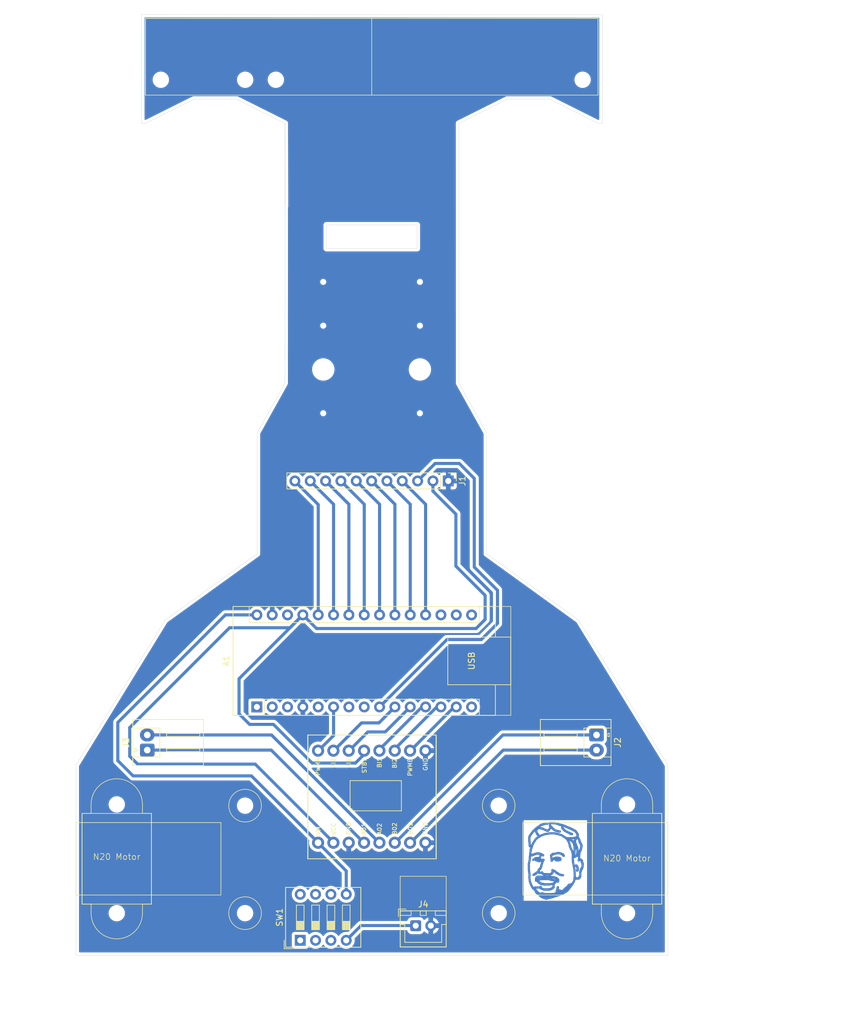
<source format=kicad_pcb>
(kicad_pcb (version 20240108) (generator "pcbnew") (generator_version "8.0")
  (layers (0 "F.Cu" signal) (31 "B.Cu" signal) (34 "B.Paste" user) (35 "F.Paste" user) (36 "B.SilkS" user "B.Silkscreen") (37 "F.SilkS" user "F.Silkscreen") (38 "B.Mask" user) (39 "F.Mask" user) (44 "Edge.Cuts" user))
  (net 0 "")
  (net 2 "PWMB")
  (net 4 "BIN2")
  (net 5 "SENSOR8")
  (net 6 "AIN2")
  (net 7 "SENSOR7")
  (net 9 "PWMA")
  (net 10 "SENSOR4")
  (net 12 "SENSOR3")
  (net 13 "SENSOR1")
  (net 16 "SENSOR5")
  (net 17 "SENSOR6")
  (net 19 "AIN1")
  (net 22 "5V")
  (net 23 "BIN1")
  (net 24 "LED_CTRL")
  (net 25 "SENSOR2")
  (net 26 "7.4V")
  (net 31 "MOTORA1")
  (net 32 "MOTORA2")
  (net 33 "MOTORB1")
  (net 34 "MOTORB2")
  (net 35 "7.4V_SW")
  (net 36 "GND")
  (footprint "MountingHole:MountingHole_3.2mm_M3" (layer "F.Cu") (at 304.649 171.69)
    (property "Reference" "REF**" (hide yes))
    (property "Value" "MountingHole_3.2mm_M3" (hide yes))
  )
  (footprint "Connector_JST:JST_XH_B2B-XH-A_1x02_P2.50mm_Vertical" (layer "F.Cu") (at 303.95 278.275)
    (property "Reference" "J4")
    (property "Value" "Conn_01x02_Pin")
  )
  (footprint "Button_Switch_THT:SW_DIP_SPSTx04_Slide_9.78x12.34mm_W7.62mm_P2.54mm" (layer "F.Cu") (at 284.83 280.7 90)
    (property "Reference" "SW1")
    (property "Value" "SW_DIP_x04")
  )
  (footprint "MountingHole:MountingHole_3.2mm_M3" (layer "F.Cu") (at 304.64 193.44)
    (property "Reference" "REF**" (hide yes))
    (property "Value" "MountingHole_3.2mm_M3" (hide yes))
  )
  (footprint "Connector_JST:JST_XH_S2B-XH-A_1x02_P2.50mm_Horizontal" (layer "F.Cu") (at 333.9 246.7 -90)
    (property "Reference" "J2")
    (property "Value" "Conn_01x02_Pin")
  )
  (footprint "MountingHole:MountingHole_2.2mm_M2" (layer "F.Cu") (at 317.7 276.2)
    (property "Reference" "REF**" (hide yes))
    (property "Value" "MountingHole_2.2mm_M2" (hide yes))
  )
  (footprint "MountingHole:MountingHole_2.2mm_M2" (layer "F.Cu") (at 275.7 276.2)
    (property "Reference" "REF**" (hide yes))
    (property "Value" "MountingHole_2.2mm_M2" (hide yes))
  )
  (footprint "MountingHole:MountingHole_3.2mm_M3" (layer "F.Cu") (at 288.65 186.19)
    (property "Reference" "REF**" (hide yes))
    (property "Value" "MountingHole_3.2mm_M3" (hide yes))
  )
  (footprint "IR_Sensors:QTR_8A" (layer "F.Cu") (at 296.67 125.273)
    (property "Reference" "REF**" (hide yes))
    (property "Value" "QTR_8A")
  )
  (footprint "N20_Motor:N20_Motor_Bracket" (layer "F.Cu") (at 262.7 267.2 -90)
    (property "Reference" "REF**" (hide yes))
    (property "Value" "N20_Motor_Bracket")
  )
  (footprint "MountingHole:MountingHole_2.2mm_M2" (layer "F.Cu") (at 275.7 258.4)
    (property "Reference" "REF**" (hide yes))
    (property "Value" "MountingHole_2.2mm_M2" (hide yes))
  )
  (footprint "MountingHole:MountingHole_3.2mm_M3" (layer "F.Cu") (at 304.65 186.19)
    (property "Reference" "REF**" (hide yes))
    (property "Value" "MountingHole_3.2mm_M3" (hide yes))
  )
  (footprint "Connector_PinHeader_2.54mm:PinHeader_1x11_P2.54mm_Vertical" (layer "F.Cu") (at 309.35 204.65 -90)
    (property "Reference" "J1")
    (property "Value" "Conn_01x11_Socket")
  )
  (footprint "Connector_JST:JST_XH_S2B-XH-A_1x02_P2.50mm_Horizontal" (layer "F.Cu") (at 259.5 249.2 90)
    (property "Reference" "J3")
    (property "Value" "Conn_01x02_Pin")
  )
  (footprint "N20_Motor:N20_Motor_Bracket" (layer "F.Cu") (at 330.7 267.2 90)
    (property "Reference" "REF**" (hide yes))
    (property "Value" "N20_Motor_Bracket")
  )
  (footprint "MountingHole:MountingHole_3.2mm_M3" (layer "F.Cu") (at 304.649 178.94)
    (property "Reference" "REF**" (hide yes))
    (property "Value" "MountingHole_3.2mm_M3" (hide yes))
  )
  (footprint "Motor_Driver:TB6612FNG" (layer "F.Cu") (at 283.775 256.7 90)
    (property "Reference" "U1" (hide yes))
    (property "Value" "TB6612FNG")
  )
  (footprint "MountingHole:MountingHole_3.2mm_M3" (layer "F.Cu") (at 288.64 171.69)
    (property "Reference" "REF**" (hide yes))
    (property "Value" "MountingHole_3.2mm_M3" (hide yes))
  )
  (footprint "Module:Arduino_Nano" (layer "F.Cu") (at 277.65 242.06 90)
    (property "Reference" "A1")
    (property "Value" "Arduino_Nano_v3.x")
  )
  (footprint "MountingHole:MountingHole_3.2mm_M3" (layer "F.Cu") (at 288.64 178.94)
    (property "Reference" "REF**" (hide yes))
    (property "Value" "MountingHole_3.2mm_M3" (hide yes))
  )
  (footprint "MountingHole:MountingHole_2.2mm_M2" (layer "F.Cu") (at 317.7 258.4)
    (property "Reference" "REF**" (hide yes))
    (property "Value" "MountingHole_2.2mm_M2" (hide yes))
  )
  (footprint "MountingHole:MountingHole_3.2mm_M3" (layer "F.Cu") (at 288.64 193.44)
    (property "Reference" "REF**" (hide yes))
    (property "Value" "MountingHole_3.2mm_M3" (hide yes))
  )
  (gr_line (start 331.443452 268.858024) (end 331.444531 268.857029) (stroke (width 0.370416)) (layer "B.Cu") (net 36))
  (gr_line (start 326.768928 267.173275) (end 326.804773 267.154933) (stroke (width 0.370416)) (layer "B.Cu"))
  (gr_line (start 326.931809 270.778361) (end 326.94218 270.779704) (stroke (width 0.370416)) (layer "B.Cu") (net 36))
  (gr_line (start 331.19665 270.092235) (end 331.199771 270.086354) (stroke (width 0.370416)) (layer "B.Cu") (net 36))
  (gr_line (start 324.08998 262.193779) (end 324.09396 262.192705) (stroke (width 0.370416)) (layer "B.Cu") (net 36))
  (gr_line (start 331.5878 268.306251) (end 331.591242 268.204575) (stroke (width 0.370416)) (layer "B.Cu") (net 36))
  (gr_line (start 323.976811 272.79708) (end 323.990837 272.809068) (stroke (width 0.370416)) (layer "B.Cu") (net 36))
  (gr_line (start 325.371996 273.377221) (end 325.374901 273.378917) (stroke (width 0.370416)) (layer "B.Cu") (net 36))
  (gr_line (start 330.597869 268.35133) (end 330.592979 268.348015) (stroke (width 0.370416)) (layer "B.Cu"))
  (gr_line (start 324.999769 267.54119) (end 325.004505 267.535429) (stroke (width 0.370416)) (layer "B.Cu") (net 36))
  (gr_line (start 324.309318 271.026955) (end 324.32312 271.038289) (stroke (width 0.370416)) (layer "B.Cu") (net 36))
  (gr_line (start 330.74108 269.053902) (end 330.73841 269.058182) (stroke (width 0.370416)) (layer "B.Cu"))
  (gr_line (start 326.47398 267.489922) (end 326.475076 267.482072) (stroke (width 0.370416)) (layer "B.Cu"))
  (gr_line (start 327.236332 270.419107) (end 327.23625 270.419924) (stroke (width 0.370416)) (layer "B.Cu") (net 36))
  (gr_line (start 327.373577 261.365835) (end 327.382007 261.369263) (stroke (width 0.370416)) (layer "B.Cu") (net 36))
  (gr_line (start 331.403337 268.854218) (end 331.405045 268.853678) (stroke (width 0.370416)) (layer "B.Cu") (net 36))
  (gr_line (start 328.877984 272.278921) (end 328.790977 272.323389) (stroke (width 0.370416)) (layer "B.Cu") (net 36))
  (gr_line (start 326.554437 267.374958) (end 326.565398 267.363147) (stroke (width 0.370416)) (layer "B.Cu"))
  (gr_line (start 328.3418 266.559871) (end 328.341869 266.562856) (stroke (width 0.370416)) (layer "B.Cu"))
  (gr_line (start 327.267471 272.817494) (end 327.269249 272.816188) (stroke (width 0.370416)) (layer "B.Cu") (net 36))
  (gr_line (start 331.16422 270.112657) (end 331.164901 270.112558) (stroke (width 0.370416)) (layer "B.Cu") (net 36))
  (gr_line (start 329.743068 271.441201) (end 329.729737 271.45461) (stroke (width 0.370416)) (layer "B.Cu") (net 36))
  (gr_line (start 326.897372 273.327463) (end 326.899818 273.32648) (stroke (width 0.370416)) (layer "B.Cu") (net 36))
  (gr_line (start 326.476738 266.564258) (end 326.491772 266.553281) (stroke (width 0.370416)) (layer "B.Cu"))
  (gr_line (start 324.890341 273.061987) (end 324.894793 273.062008) (stroke (width 0.370416)) (layer "B.Cu") (net 36))
  (gr_line (start 326.69744 273.038385) (end 326.714658 273.039087) (stroke (width 0.370416)) (layer "B.Cu") (net 36))
  (gr_line (start 324.872607 266.530702) (end 324.935575 266.554219) (stroke (width 0.370416)) (layer "B.Cu") (net 36))
  (gr_line (start 330.994823 267.380952) (end 330.994251 267.381353) (stroke (width 0.370416)) (layer "B.Cu") (net 36))
  (gr_line (start 331.23177 269.357634) (end 331.235248 269.352035) (stroke (width 0.370416)) (layer "B.Cu") (net 36))
  (gr_line (start 325.450492 273.399247) (end 325.465422 273.398865) (stroke (width 0.370416)) (layer "B.Cu") (net 36))
  (gr_line (start 326.636082 266.434796) (end 326.637823 266.433707) (stroke (width 0.370416)) (layer "B.Cu"))
  (gr_line (start 331.182769 264.50363) (end 331.181567 264.50192) (stroke (width 0.370416)) (layer "B.Cu") (net 36))
  (gr_line (start 326.45175 273.412968) (end 326.495894 273.409164) (stroke (width 0.370416)) (layer "B.Cu") (net 36))
  (gr_line (start 324.579164 270.162282) (end 324.622753 270.163191) (stroke (width 0.370416)) (layer "B.Cu") (net 36))
  (gr_line (start 327.736917 267.072802) (end 327.745063 267.075755) (stroke (width 0.370416)) (layer "B.Cu"))
  (gr_line (start 324.118365 262.195585) (end 324.120565 262.197267) (stroke (width 0.370416)) (layer "B.Cu") (net 36))
  (gr_line (start 330.280546 265.717785) (end 330.209229 266.240774) (stroke (width 0.370416)) (layer "B.Cu") (net 36))
  (gr_line (start 326.939924 271.192002) (end 326.946611 271.189713) (stroke (width 0.370416)) (layer "B.Cu") (net 36))
  (gr_line (start 327.255613 272.917691) (end 327.257332 272.912756) (stroke (width 0.370416)) (layer "B.Cu") (net 36))
  (gr_line (start 327.71104 267.420148) (end 327.6858 267.423939) (stroke (width 0.370416)) (layer "B.Cu"))
  (gr_line (start 327.32 269.540787) (end 327.331877 269.546744) (stroke (width 0.370416)) (layer "B.Cu") (net 36))
  (gr_line (start 326.51495 269.606673) (end 326.518991 269.604266) (stroke (width 0.370416)) (layer "B.Cu") (net 36))
  (gr_line (start 331.016445 270.401841) (end 331.017485 270.400916) (stroke (width 0.370416)) (layer "B.Cu") (net 36))
  (gr_line (start 331.445999 268.854373) (end 331.446502 268.853009) (stroke (width 0.370416)) (layer "B.Cu") (net 36))
  (gr_line (start 327.226453 270.398465) (end 327.229366 270.398611) (stroke (width 0.370416)) (layer "B.Cu") (net 36))
  (gr_line (start 324.222954 270.17453) (end 324.237843 270.17009) (stroke (width 0.370416)) (layer "B.Cu") (net 36))
  (gr_line (start 327.239849 270.403946) (end 327.239908 270.404623) (stroke (width 0.370416)) (layer "B.Cu") (net 36))
  (gr_line (start 327.623557 272.965459) (end 327.621797 272.966522) (stroke (width 0.370416)) (layer "B.Cu") (net 36))
  (gr_line (start 323.532899 262.525213) (end 323.553003 262.508533) (stroke (width 0.370416)) (layer "B.Cu") (net 36))
  (gr_line (start 330.676846 268.452506) (end 330.682736 268.458145) (stroke (width 0.370416)) (layer "B.Cu"))
  (gr_line (start 324.39079 273.113747) (end 324.527666 273.182267) (stroke (width 0.370416)) (layer "B.Cu") (net 36))
  (gr_line (start 325.061723 267.451181) (end 325.064264 267.442789) (stroke (width 0.370416)) (layer "B.Cu") (net 36))
  (gr_line (start 327.2399 270.405339) (end 327.239831 270.40609) (stroke (width 0.370416)) (layer "B.Cu") (net 36))
  (gr_line (start 331.140795 264.464867) (end 331.139562 264.463204) (stroke (width 0.370416)) (layer "B.Cu") (net 36))
  (gr_line (start 326.191721 269.782837) (end 326.223669 269.776871) (stroke (width 0.370416)) (layer "B.Cu") (net 36))
  (gr_line (start 323.567952 266.467107) (end 323.594273 266.454047) (stroke (width 0.370416)) (layer "B.Cu") (net 36))
  (gr_line (start 327.262576 272.888192) (end 327.262711 272.883742) (stroke (width 0.370416)) (layer "B.Cu") (net 36))
  (gr_line (start 331.045022 264.092966) (end 331.03263 264.063787) (stroke (width 0.370416)) (layer "B.Cu") (net 36))
  (gr_line (start 322.797491 263.561143) (end 322.816064 263.506967) (stroke (width 0.370416)) (layer "B.Cu") (net 36))
  (gr_line (start 330.457675 262.685803) (end 330.476895 262.710383) (stroke (width 0.370416)) (layer "B.Cu") (net 36))
  (gr_line (start 331.13925 265.99491) (end 331.153263 265.967819) (stroke (width 0.370416)) (layer "B.Cu") (net 36))
  (gr_line (start 328.660727 262.545662) (end 328.604688 262.505033) (stroke (width 0.370416)) (layer "B.Cu") (net 36))
  (gr_line (start 330.095491 264.523983) (end 330.106838 264.541654) (stroke (width 0.370416)) (layer "B.Cu") (net 36))
  (gr_line (start 330.591692 263.64247) (end 330.543681 263.666964) (stroke (width 0.370416)) (layer "B.Cu") (net 36))
  (gr_line (start 323.954057 270.455826) (end 323.955195 270.453424) (stroke (width 0.370416)) (layer "B.Cu") (net 36))
  (gr_line (start 326.557191 269.58389) (end 326.558457 269.581512) (stroke (width 0.370416)) (layer "B.Cu") (net 36))
  (gr_line (start 324.604255 271.969833) (end 324.606421 271.968738) (stroke (width 0.370416)) (layer "B.Cu") (net 36))
  (gr_line (start 326.953057 273.039273) (end 326.953601 273.038865) (stroke (width 0.370416)) (layer "B.Cu") (net 36))
  (gr_line (start 324.696921 271.305479) (end 324.697816 271.305977) (stroke (width 0.370416)) (layer "B.Cu") (net 36))
  (gr_line (start 323.676051 269.764224) (end 323.733275 269.739142) (stroke (width 0.370416)) (layer "B.Cu") (net 36))
  (gr_line (start 330.998793 267.379974) (end 330.998076 267.379992) (stroke (width 0.370416)) (layer "B.Cu") (net 36))
  (gr_line (start 324.611239 271.901909) (end 324.603392 271.91672) (stroke (width 0.370416)) (layer "B.Cu") (net 36))
  (gr_line (start 324.433743 267.393062) (end 324.429218 267.398098) (stroke (width 0.370416)) (layer "B.Cu") (net 36))
  (gr_line (start 331.463519 268.778295) (end 331.468562 268.772264) (stroke (width 0.370416)) (layer "B.Cu") (net 36))
  (gr_line (start 330.727338 263.09412) (end 330.731859 263.102261) (stroke (width 0.370416)) (layer "B.Cu") (net 36))
  (gr_line (start 323.952676 270.798557) (end 324.025882 270.733466) (stroke (width 0.370416)) (layer "B.Cu") (net 36))
  (gr_line (start 330.728226 268.645844) (end 330.730041 268.655854) (stroke (width 0.370416)) (layer "B.Cu"))
  (gr_line (start 323.96138 262.841121) (end 323.947188 262.800826) (stroke (width 0.370416)) (layer "B.Cu") (net 36))
  (gr_line (start 324.618395 271.871296) (end 324.619604 271.871641) (stroke (width 0.370416)) (layer "B.Cu") (net 36))
  (gr_line (start 331.467826 267.681662) (end 331.46675 267.671871) (stroke (width 0.370416)) (layer "B.Cu") (net 36))
  (gr_line (start 330.611748 268.365456) (end 330.609263 268.361823) (stroke (width 0.370416)) (layer "B.Cu"))
  (gr_line (start 328.364125 266.610769) (end 328.372654 266.622733) (stroke (width 0.370416)) (layer "B.Cu"))
  (gr_line (start 323.278581 266.587401) (end 323.281108 266.586957) (stroke (width 0.370416)) (layer "B.Cu") (net 36))
  (gr_line (start 327.238805 270.401703) (end 327.239201 270.402187) (stroke (width 0.370416)) (layer "B.Cu") (net 36))
  (gr_line (start 329.447628 262.136442) (end 329.453585 262.137855) (stroke (width 0.370416)) (layer "B.Cu") (net 36))
  (gr_line (start 324.659024 272.990673) (end 324.688185 273.004571) (stroke (width 0.370416)) (layer "B.Cu") (net 36))
  (gr_line (start 331.262963 269.270815) (end 331.264502 269.261202) (stroke (width 0.370416)) (layer "B.Cu") (net 36))
  (gr_line (start 324.161169 262.011692) (end 324.178237 261.99889) (stroke (width 0.370416)) (layer "B.Cu") (net 36))
  (gr_line (start 330.511622 268.351491) (end 330.51808 268.357117) (stroke (width 0.370416)) (layer "B.Cu"))
  (gr_line (start 326.062064 261.311304) (end 326.187228 261.292372) (stroke (width 0.370416)) (layer "B.Cu") (net 36))
  (gr_line (start 330.32809 262.556078) (end 330.351758 262.574894) (stroke (width 0.370416)) (layer "B.Cu") (net 36))
  (gr_line (start 330.374498 262.595016) (end 330.396386 262.616307) (stroke (width 0.370416)) (layer "B.Cu") (net 36))
  (gr_line (start 326.593734 272.090678) (end 326.59585 272.088741) (stroke (width 0.370416)) (layer "B.Cu") (net 36))
  (gr_line (start 326.096632 270.163191) (end 326.105886 270.164659) (stroke (width 0.370416)) (layer "B.Cu") (net 36))
  (gr_line (start 330.546776 268.377171) (end 330.562383 268.38609) (stroke (width 0.370416)) (layer "B.Cu"))
  (gr_line (start 324.551437 267.310525) (end 324.552648 267.311654) (stroke (width 0.370416)) (layer "B.Cu") (net 36))
  (gr_line (start 324.194853 270.638637) (end 324.207881 270.636283) (stroke (width 0.370416)) (layer "B.Cu") (net 36))
  (gr_line (start 324.581924 271.249136) (end 324.586341 271.250693) (stroke (width 0.370416)) (layer "B.Cu") (net 36))
  (gr_line (start 327.906559 267.206971) (end 327.90735 267.215984) (stroke (width 0.370416)) (layer "B.Cu"))
  (gr_line (start 323.955195 270.453424) (end 323.956223 270.45097) (stroke (width 0.370416)) (layer "B.Cu") (net 36))
  (gr_line (start 325.495768 273.396824) (end 325.526446 273.393982) (stroke (width 0.370416)) (layer "B.Cu") (net 36))
  (gr_line (start 327.497866 271.925961) (end 327.498852 271.912292) (stroke (width 0.370416)) (layer "B.Cu") (net 36))
  (gr_line (start 324.179485 263.176524) (end 324.176477 263.174036) (stroke (width 0.370416)) (layer "B.Cu") (net 36))
  (gr_line (start 324.679234 271.303466) (end 324.68229 271.303141) (stroke (width 0.370416)) (layer "B.Cu") (net 36))
  (gr_line (start 327.500956 272.983178) (end 327.492281 272.987162) (stroke (width 0.370416)) (layer "B.Cu") (net 36))
  (gr_line (start 327.471209 270.695872) (end 327.473447 270.702762) (stroke (width 0.370416)) (layer "B.Cu") (net 36))
  (gr_line (start 327.479132 270.80725) (end 327.479848 270.807242) (stroke (width 0.370416)) (layer "B.Cu") (net 36))
  (gr_line (start 327.200622 267.036059) (end 327.25307 267.027957) (stroke (width 0.370416)) (layer "B.Cu"))
  (gr_line (start 326.999978 272.992084) (end 327.011657 272.988397) (stroke (width 0.370416)) (layer "B.Cu") (net 36))
  (gr_line (start 324.580826 267.521849) (end 324.567103 267.526177) (stroke (width 0.370416)) (layer "B.Cu") (net 36))
  (gr_line (start 326.981726 272.99998) (end 326.984694 272.998485) (stroke (width 0.370416)) (layer "B.Cu") (net 36))
  (gr_line (start 324.798299 270.56523) (end 324.802785 270.563834) (stroke (width 0.370416)) (layer "B.Cu") (net 36))
  (gr_line (start 324.68229 271.303141) (end 324.685312 271.303006) (stroke (width 0.370416)) (layer "B.Cu") (net 36))
  (gr_line (start 323.943614 267.315706) (end 323.935893 267.301845) (stroke (width 0.370416)) (layer "B.Cu") (net 36))
  (gr_line (start 323.534201 269.828445) (end 323.561634 269.814437) (stroke (width 0.370416)) (layer "B.Cu") (net 36))
  (gr_line (start 323.268219 266.562924) (end 323.243207 266.564741) (stroke (width 0.370416)) (layer "B.Cu") (net 36))
  (gr_line (start 327.529307 272.694411) (end 327.663757 272.921767) (stroke (width 0.370416)) (layer "B.Cu") (net 36))
  (gr_line (start 326.330241 261.269533) (end 326.350351 261.267423) (stroke (width 0.370416)) (layer "B.Cu") (net 36))
  (gr_line (start 327.166379 267.26298) (end 327.168756 267.261091) (stroke (width 0.370416)) (layer "B.Cu"))
  (gr_line (start 327.436704 272.795755) (end 327.445217 272.7893) (stroke (width 0.370416)) (layer "B.Cu") (net 36))
  (gr_line (start 326.124025 270.169181) (end 326.132946 270.172083) (stroke (width 0.370416)) (layer "B.Cu") (net 36))
  (gr_line (start 327.503963 270.894441) (end 327.508058 270.908089) (stroke (width 0.370416)) (layer "B.Cu") (net 36))
  (gr_line (start 326.662849 269.16256) (end 326.824758 269.191175) (stroke (width 0.370416)) (layer "B.Cu") (net 36))
  (gr_line (start 328.309444 261.680558) (end 328.309381 261.681362) (stroke (width 0.370416)) (layer "B.Cu") (net 36))
  (gr_line (start 331.41852 267.473168) (end 331.417353 267.472075) (stroke (width 0.370416)) (layer "B.Cu") (net 36))
  (gr_line (start 325.597415 270.543546) (end 325.70737 270.54502) (stroke (width 0.370416)) (layer "B.Cu") (net 36))
  (gr_line (start 331.158603 270.119735) (end 331.159008 270.11835) (stroke (width 0.370416)) (layer "B.Cu") (net 36))
  (gr_line (start 324.8594 271.369788) (end 324.906938 271.375725) (stroke (width 0.370416)) (layer "B.Cu") (net 36))
  (gr_line (start 331.218677 267.330074) (end 331.185763 267.328417) (stroke (width 0.370416)) (layer "B.Cu") (net 36))
  (gr_line (start 327.051893 270.804438) (end 327.076441 270.812247) (stroke (width 0.370416)) (layer "B.Cu") (net 36))
  (gr_line (start 330.633906 263.714044) (end 330.631044 263.712267) (stroke (width 0.370416)) (layer "B.Cu") (net 36))
  (gr_line (start 330.747606 269.046002) (end 330.74566 269.04789) (stroke (width 0.370416)) (layer "B.Cu"))
  (gr_line (start 327.189115 273.061854) (end 327.18878 273.057338) (stroke (width 0.370416)) (layer "B.Cu") (net 36))
  (gr_line (start 326.370849 261.26597) (end 326.391671 261.265098) (stroke (width 0.370416)) (layer "B.Cu") (net 36))
  (gr_line (start 328.143052 272.722457) (end 328.108042 272.744198) (stroke (width 0.370416)) (layer "B.Cu") (net 36))
  (gr_line (start 327.475421 269.616433) (end 327.477195 269.617549) (stroke (width 0.370416)) (layer "B.Cu") (net 36))
  (gr_line (start 328.309381 261.681362) (end 328.309255 261.682206) (stroke (width 0.370416)) (layer "B.Cu") (net 36))
  (gr_line (start 331.306058 269.12844) (end 331.306169 269.126252) (stroke (width 0.370416)) (layer "B.Cu") (net 36))
  (gr_line (start 330.851537 263.768566) (end 330.849733 263.768252) (stroke (width 0.370416)) (layer "B.Cu") (net 36))
  (gr_line (start 324.023311 270.735752) (end 324.025882 270.733466) (stroke (width 0.370416)) (layer "B.Cu") (net 36))
  (gr_line (start 323.940189 270.475692) (end 323.943683 270.471477) (stroke (width 0.370416)) (layer "B.Cu") (net 36))
  (gr_line (start 331.30367 269.138973) (end 331.304425 269.136927) (stroke (width 0.370416)) (layer "B.Cu") (net 36))
  (gr_line (start 324.46127 267.278769) (end 324.460999 267.281853) (stroke (width 0.370416)) (layer "B.Cu") (net 36))
  (gr_line (start 323.71025 272.139832) (end 323.717947 272.165562) (stroke (width 0.370416)) (layer "B.Cu") (net 36))
  (gr_line (start 331.444271 268.819947) (end 331.444135 268.816925) (stroke (width 0.370416)) (layer "B.Cu") (net 36))
  (gr_line (start 330.997378 267.380061) (end 330.996703 267.380187) (stroke (width 0.370416)) (layer "B.Cu") (net 36))
  (gr_line (start 326.722721 267.200236) (end 326.731016 267.196129) (stroke (width 0.370416)) (layer "B.Cu"))
  (gr_line (start 330.749348 269.044759) (end 330.747606 269.046002) (stroke (width 0.370416)) (layer "B.Cu"))
  (gr_line (start 323.925761 267.22538) (end 323.929134 267.220261) (stroke (width 0.370416)) (layer "B.Cu") (net 36))
  (gr_line (start 327.347019 261.3712) (end 327.349679 261.37075) (stroke (width 0.370416)) (layer "B.Cu") (net 36))
  (gr_line (start 330.176472 266.770356) (end 330.172445 266.796386) (stroke (width 0.370416)) (layer "B.Cu") (net 36))
  (gr_line (start 326.954798 273.037375) (end 326.955064 273.036796) (stroke (width 0.370416)) (layer "B.Cu") (net 36))
  (gr_line (start 328.450083 262.3659) (end 328.434886 262.348578) (stroke (width 0.370416)) (layer "B.Cu") (net 36))
  (gr_line (start 329.245295 271.647897) (end 329.252989 271.632133) (stroke (width 0.370416)) (layer "B.Cu") (net 36))
  (gr_line (start 327.866871 267.357843) (end 327.870033 267.358024) (stroke (width 0.370416)) (layer "B.Cu"))
  (gr_line (start 330.500267 270.452604) (end 330.506404 270.456361) (stroke (width 0.370416)) (layer "B.Cu") (net 36))
  (gr_line (start 329.612193 262.194309) (end 329.613824 262.197072) (stroke (width 0.370416)) (layer "B.Cu") (net 36))
  (gr_line (start 326.750115 261.268515) (end 326.778611 261.267852) (stroke (width 0.370416)) (layer "B.Cu") (net 36))
  (gr_line (start 327.745063 267.075755) (end 327.754651 267.07967) (stroke (width 0.370416)) (layer "B.Cu"))
  (gr_line (start 327.476213 270.806147) (end 327.476696 270.806543) (stroke (width 0.370416)) (layer "B.Cu") (net 36))
  (gr_line (start 326.479161 267.467183) (end 326.482055 267.460104) (stroke (width 0.370416)) (layer "B.Cu"))
  (gr_line (start 331.024766 270.376088) (end 331.026533 270.376549) (stroke (width 0.370416)) (layer "B.Cu") (net 36))
  (gr_line (start 331.377992 265.269871) (end 331.391075 265.178358) (stroke (width 0.370416)) (layer "B.Cu") (net 36))
  (gr_line (start 331.383089 267.457733) (end 331.379942 267.456391) (stroke (width 0.370416)) (layer "B.Cu") (net 36))
  (gr_line (start 325.692454 273.071107) (end 325.825138 273.066023) (stroke (width 0.370416)) (layer "B.Cu") (net 36))
  (gr_line (start 327.184741 261.323596) (end 327.193759 261.326099) (stroke (width 0.370416)) (layer "B.Cu") (net 36))
  (gr_line (start 324.748877 268.393483) (end 324.755229 268.352821) (stroke (width 0.370416)) (layer "B.Cu") (net 36))
  (gr_line (start 324.884423 269.478201) (end 324.884246 269.473797) (stroke (width 0.370416)) (layer "B.Cu") (net 36))
  (gr_line (start 324.67796 266.436236) (end 324.842034 266.51764) (stroke (width 0.370416)) (layer "B.Cu") (net 36))
  (gr_line (start 324.076917 266.308194) (end 324.102583 266.305522) (stroke (width 0.370416)) (layer "B.Cu") (net 36))
  (gr_line (start 330.312907 270.319987) (end 330.31701 270.328409) (stroke (width 0.370416)) (layer "B.Cu") (net 36))
  (gr_line (start 326.975811 273.324732) (end 326.978327 273.325457) (stroke (width 0.370416)) (layer "B.Cu") (net 36))
  (gr_line (start 330.310358 264.242157) (end 330.306825 264.22681) (stroke (width 0.370416)) (layer "B.Cu") (net 36))
  (gr_line (start 330.947473 267.44116) (end 330.946913 267.443809) (stroke (width 0.370416)) (layer "B.Cu") (net 36))
  (gr_line (start 330.361847 270.404568) (end 330.364445 270.404955) (stroke (width 0.370416)) (layer "B.Cu") (net 36))
  (gr_line (start 325.783897 262.567576) (end 325.769068 262.564502) (stroke (width 0.370416)) (layer "B.Cu") (net 36))
  (gr_line (start 330.753932 263.301344) (end 330.755991 263.31679) (stroke (width 0.370416)) (layer "B.Cu") (net 36))
  (gr_line (start 331.446167 268.832263) (end 331.445055 268.826081) (stroke (width 0.370416)) (layer "B.Cu") (net 36))
  (gr_line (start 327.476858 270.718727) (end 327.477046 270.721702) (stroke (width 0.370416)) (layer "B.Cu") (net 36))
  (gr_line (start 326.281605 270.630368) (end 326.307147 270.637051) (stroke (width 0.370416)) (layer "B.Cu") (net 36))
  (gr_line (start 324.10104 272.908116) (end 324.126601 272.934436) (stroke (width 0.370416)) (layer "B.Cu") (net 36))
  (gr_line (start 323.920154 262.435117) (end 323.926218 262.422544) (stroke (width 0.370416)) (layer "B.Cu") (net 36))
  (gr_line (start 325.0918 267.388373) (end 325.095048 267.386698) (stroke (width 0.370416)) (layer "B.Cu") (net 36))
  (gr_line (start 324.571919 268.832159) (end 324.576012 268.828775) (stroke (width 0.370416)) (layer "B.Cu") (net 36))
  (gr_line (start 330.280543 264.220134) (end 330.631044 263.712267) (stroke (width 0.370416)) (layer "B.Cu") (net 36))
  (gr_line (start 324.447651 267.539654) (end 324.434676 267.54168) (stroke (width 0.370416)) (layer "B.Cu") (net 36))
  (gr_line (start 324.289943 269.236075) (end 324.288549 269.244933) (stroke (width 0.370416)) (layer "B.Cu") (net 36))
  (gr_line (start 324.47217 267.208507) (end 324.47864 267.21615) (stroke (width 0.370416)) (layer "B.Cu") (net 36))
  (gr_line (start 331.160455 270.145276) (end 331.159343 270.139095) (stroke (width 0.370416)) (layer "B.Cu") (net 36))
  (gr_line (start 331.039449 270.378947) (end 331.039986 270.378645) (stroke (width 0.370416)) (layer "B.Cu") (net 36))
  (gr_line (start 329.296313 271.579714) (end 329.302552 271.576516) (stroke (width 0.370416)) (layer "B.Cu") (net 36))
  (gr_line (start 326.139125 272.272469) (end 326.145137 272.269717) (stroke (width 0.370416)) (layer "B.Cu") (net 36))
  (gr_line (start 328.274957 266.479381) (end 328.278224 266.478658) (stroke (width 0.370416)) (layer "B.Cu"))
  (gr_line (start 327.190801 273.108829) (end 327.191332 273.106688) (stroke (width 0.370416)) (layer "B.Cu") (net 36))
  (gr_line (start 326.434029 261.264795) (end 326.476911 261.265907) (stroke (width 0.370416)) (layer "B.Cu") (net 36))
  (gr_line (start 326.518991 269.604266) (end 326.52272 269.602219) (stroke (width 0.370416)) (layer "B.Cu") (net 36))
  (gr_line (start 327.293508 272.773826) (end 327.297057 272.759338) (stroke (width 0.370416)) (layer "B.Cu") (net 36))
  (gr_line (start 331.447519 268.841433) (end 331.447181 268.838404) (stroke (width 0.370416)) (layer "B.Cu") (net 36))
  (gr_line (start 327.639558 272.94876) (end 327.636956 272.952259) (stroke (width 0.370416)) (layer "B.Cu") (net 36))
  (gr_line (start 331.420542 267.521744) (end 331.420187 267.520335) (stroke (width 0.370416)) (layer "B.Cu") (net 36))
  (gr_line (start 324.899226 273.062226) (end 324.903636 273.062679) (stroke (width 0.370416)) (layer "B.Cu") (net 36))
  (gr_line (start 326.960799 271.186523) (end 326.968339 271.185687) (stroke (width 0.370416)) (layer "B.Cu") (net 36))
  (gr_line (start 331.390988 268.903132) (end 331.392686 268.896377) (stroke (width 0.370416)) (layer "B.Cu") (net 36))
  (gr_line (start 330.871757 263.787704) (end 330.868891 263.783741) (stroke (width 0.370416)) (layer "B.Cu") (net 36))
  (gr_line (start 323.966379 266.332295) (end 324.013618 266.320415) (stroke (width 0.370416)) (layer "B.Cu") (net 36))
  (gr_line (start 327.190156 273.039636) (end 327.191569 273.034429) (stroke (width 0.370416)) (layer "B.Cu") (net 36))
  (gr_line (start 326.363031 273.417961) (end 326.45175 273.412968) (stroke (width 0.370416)) (layer "B.Cu") (net 36))
  (gr_line (start 324.299583 267.569804) (end 324.281088 267.564149) (stroke (width 0.370416)) (layer "B.Cu") (net 36))
  (gr_line (start 327.259731 272.838835) (end 327.260009 272.834417) (stroke (width 0.370416)) (layer "B.Cu") (net 36))
  (gr_line (start 331.042182 266.331722) (end 331.042906 266.327514) (stroke (width 0.370416)) (layer "B.Cu") (net 36))
  (gr_line (start 330.958049 267.425277) (end 330.956472 267.426489) (stroke (width 0.370416)) (layer "B.Cu") (net 36))
  (gr_line (start 331.169772 264.489896) (end 331.166422 264.487198) (stroke (width 0.370416)) (layer "B.Cu") (net 36))
  (gr_line (start 324.755974 271.348696) (end 324.759058 271.349877) (stroke (width 0.370416)) (layer "B.Cu") (net 36))
  (gr_line (start 326.595849 270.686183) (end 326.762255 270.733727) (stroke (width 0.370416)) (layer "B.Cu") (net 36))
  (gr_line (start 331.158066 270.122566) (end 331.158292 270.121141) (stroke (width 0.370416)) (layer "B.Cu") (net 36))
  (gr_line (start 330.59367 268.391789) (end 330.596877 268.392092) (stroke (width 0.370416)) (layer "B.Cu"))
  (gr_line (start 324.296845 261.966534) (end 324.293897 261.959486) (stroke (width 0.370416)) (layer "B.Cu") (net 36))
  (gr_line (start 326.733392 266.424485) (end 326.739311 266.421413) (stroke (width 0.370416)) (layer "B.Cu"))
  (gr_line (start 328.78704 272.07136) (end 328.793181 272.068713) (stroke (width 0.370416)) (layer "B.Cu") (net 36))
  (gr_line (start 323.952676 270.798557) (end 323.950418 270.773806) (stroke (width 0.370416)) (layer "B.Cu") (net 36))
  (gr_line (start 324.208466 267.531533) (end 324.191556 267.521985) (stroke (width 0.370416)) (layer "B.Cu") (net 36))
  (gr_line (start 326.803352 266.384826) (end 326.806549 266.384038) (stroke (width 0.370416)) (layer "B.Cu"))
  (gr_line (start 324.324888 266.32028) (end 324.352562 266.325651) (stroke (width 0.370416)) (layer "B.Cu") (net 36))
  (gr_line (start 324.931793 272.920771) (end 324.958931 272.939943) (stroke (width 0.370416)) (layer "B.Cu") (net 36))
  (gr_line (start 327.778698 262.6859) (end 327.72471 262.67419) (stroke (width 0.370416)) (layer "B.Cu") (net 36))
  (gr_line (start 324.620951 267.445325) (end 324.616031 267.415602) (stroke (width 0.370416)) (layer "B.Cu") (net 36))
  (gr_line (start 323.859872 267.429586) (end 323.923197 267.230776) (stroke (width 0.370416)) (layer "B.Cu") (net 36))
  (gr_line (start 327.159205 267.274908) (end 327.161032 267.270481) (stroke (width 0.370416)) (layer "B.Cu"))
  (gr_line (start 327.689047 272.919996) (end 327.685966 272.91945) (stroke (width 0.370416)) (layer "B.Cu") (net 36))
  (gr_line (start 326.92866 269.212305) (end 326.936345 269.215995) (stroke (width 0.370416)) (layer "B.Cu") (net 36))
  (gr_line (start 326.981501 273.325289) (end 326.983482 273.324782) (stroke (width 0.370416)) (layer "B.Cu") (net 36))
  (gr_line (start 323.600545 262.484678) (end 323.600414 262.486674) (stroke (width 0.370416)) (layer "B.Cu") (net 36))
  (gr_line (start 326.64287 267.229369) (end 326.652891 267.225373) (stroke (width 0.370416)) (layer "B.Cu"))
  (gr_line (start 324.863798 273.328649) (end 324.895578 273.338892) (stroke (width 0.370416)) (layer "B.Cu") (net 36))
  (gr_line (start 330.759315 263.331586) (end 330.761675 263.338754) (stroke (width 0.370416)) (layer "B.Cu") (net 36))
  (gr_line (start 326.579913 267.344667) (end 326.58405 267.338225) (stroke (width 0.370416)) (layer "B.Cu"))
  (gr_line (start 327.871449 267.358797) (end 327.871321 267.359497) (stroke (width 0.370416)) (layer "B.Cu"))
  (gr_line (start 330.705471 268.491323) (end 330.708445 268.499136) (stroke (width 0.370416)) (layer "B.Cu"))
  (gr_line (start 324.123908 262.198102) (end 324.123536 262.175723) (stroke (width 0.370416)) (layer "B.Cu") (net 36))
  (gr_line (start 330.518818 268.346398) (end 330.527553 268.352416) (stroke (width 0.370416)) (layer "B.Cu"))
  (gr_line (start 329.225563 271.687037) (end 329.229825 271.679435) (stroke (width 0.370416)) (layer "B.Cu") (net 36))
  (gr_line (start 326.539903 273.404335) (end 326.583784 273.398364) (stroke (width 0.370416)) (layer "B.Cu") (net 36))
  (gr_line (start 330.351758 262.574894) (end 330.374498 262.595016) (stroke (width 0.370416)) (layer "B.Cu") (net 36))
  (gr_line (start 327.466426 272.060019) (end 327.474346 272.033553) (stroke (width 0.370416)) (layer "B.Cu") (net 36))
  (gr_line (start 330.749164 263.23883) (end 330.750142 263.26115) (stroke (width 0.370416)) (layer "B.Cu") (net 36))
  (gr_line (start 324.536283 271.23665) (end 324.540728 271.23819) (stroke (width 0.370416)) (layer "B.Cu") (net 36))
  (gr_line (start 329.838483 263.79847) (end 329.696403 263.802896) (stroke (width 0.370416)) (layer "B.Cu") (net 36))
  (gr_line (start 326.885864 273.333986) (end 326.888082 273.332496) (stroke (width 0.370416)) (layer "B.Cu") (net 36))
  (gr_line (start 331.160541 270.161771) (end 331.160868 270.160334) (stroke (width 0.370416)) (layer "B.Cu") (net 36))
  (gr_line (start 329.920438 262.33712) (end 329.937795 262.34586) (stroke (width 0.370416)) (layer "B.Cu") (net 36))
  (gr_line (start 330.240484 265.00046) (end 330.250851 265.059486) (stroke (width 0.370416)) (layer "B.Cu") (net 36))
  (gr_line (start 324.59467 267.516283) (end 324.587733 267.519232) (stroke (width 0.370416)) (layer "B.Cu") (net 36))
  (gr_line (start 325.95695 270.151865) (end 326.004002 270.154434) (stroke (width 0.370416)) (layer "B.Cu") (net 36))
  (gr_line (start 328.339534 266.521349) (end 328.340793 266.524858) (stroke (width 0.370416)) (layer "B.Cu"))
  (gr_line (start 327.661989 272.922867) (end 327.66029 272.924064) (stroke (width 0.370416)) (layer "B.Cu") (net 36))
  (gr_line (start 323.922351 267.267666) (end 323.924227 267.274357) (stroke (width 0.370416)) (layer "B.Cu") (net 36))
  (gr_line (start 324.515824 272.967973) (end 324.527821 272.967142) (stroke (width 0.370416)) (layer "B.Cu") (net 36))
  (gr_line (start 324.1447 263.180542) (end 324.144693 263.184027) (stroke (width 0.370416)) (layer "B.Cu") (net 36))
  (gr_line (start 324.62774 271.287854) (end 324.630486 271.291115) (stroke (width 0.370416)) (layer "B.Cu") (net 36))
  (gr_line (start 324.26617 270.163191) (end 324.287167 270.159541) (stroke (width 0.370416)) (layer "B.Cu") (net 36))
  (gr_line (start 326.56219 261.26995) (end 326.603558 261.271669) (stroke (width 0.370416)) (layer "B.Cu") (net 36))
  (gr_line (start 328.214578 261.665232) (end 328.237171 261.671379) (stroke (width 0.370416)) (layer "B.Cu") (net 36))
  (gr_line (start 330.285201 264.219654) (end 330.283611 264.219905) (stroke (width 0.370416)) (layer "B.Cu") (net 36))
  (gr_line (start 330.283079 265.357322) (end 330.287093 265.477311) (stroke (width 0.370416)) (layer "B.Cu") (net 36))
  (gr_line (start 327.582904 267.430575) (end 327.530946 267.430614) (stroke (width 0.370416)) (layer "B.Cu"))
  (gr_line (start 330.209675 266.409205) (end 330.208783 266.405744) (stroke (width 0.370416)) (layer "B.Cu") (net 36))
  (gr_line (start 326.168059 270.186204) (end 326.185524 270.19371) (stroke (width 0.370416)) (layer "B.Cu") (net 36))
  (gr_line (start 330.611733 268.383669) (end 330.613356 268.380274) (stroke (width 0.370416)) (layer "B.Cu"))
  (gr_line (start 323.69804 272.087437) (end 323.703546 272.113825) (stroke (width 0.370416)) (layer "B.Cu") (net 36))
  (gr_line (start 326.26891 272.213352) (end 326.28681 272.207603) (stroke (width 0.370416)) (layer "B.Cu") (net 36))
  (gr_line (start 324.842034 266.51764) (end 324.857177 266.524392) (stroke (width 0.370416)) (layer "B.Cu") (net 36))
  (gr_line (start 323.488915 266.505889) (end 323.515475 266.493565) (stroke (width 0.370416)) (layer "B.Cu") (net 36))
  (gr_line (start 324.581484 262.126946) (end 324.542477 262.116381) (stroke (width 0.370416)) (layer "B.Cu") (net 36))
  (gr_line (start 323.9257 270.492285) (end 323.932917 270.48398) (stroke (width 0.370416)) (layer "B.Cu") (net 36))
  (gr_line (start 329.252136 262.045927) (end 329.273379 262.050744) (stroke (width 0.370416)) (layer "B.Cu") (net 36))
  (gr_line (start 331.406138 267.465517) (end 331.402956 267.464309) (stroke (width 0.370416)) (layer "B.Cu") (net 36))
  (gr_line (start 326.800004 271.299732) (end 326.806597 271.296845) (stroke (width 0.370416)) (layer "B.Cu") (net 36))
  (gr_line (start 330.298679 270.305686) (end 330.29812 270.304713) (stroke (width 0.370416)) (layer "B.Cu") (net 36))
  (gr_line (start 324.05222 266.312091) (end 324.076917 266.308194) (stroke (width 0.370416)) (layer "B.Cu") (net 36))
  (gr_line (start 328.169751 261.650482) (end 328.192111 261.658215) (stroke (width 0.370416)) (layer "B.Cu") (net 36))
  (gr_line (start 330.066596 264.481629) (end 330.082159 264.504117) (stroke (width 0.370416)) (layer "B.Cu") (net 36))
  (gr_line (start 331.306169 269.126252) (end 331.306182 269.124042) (stroke (width 0.370416)) (layer "B.Cu") (net 36))
  (gr_line (start 328.652283 272.418924) (end 328.64624 272.420161) (stroke (width 0.370416)) (layer "B.Cu") (net 36))
  (gr_line (start 327.348657 272.527862) (end 327.355585 272.516362) (stroke (width 0.370416)) (layer "B.Cu") (net 36))
  (gr_line (start 330.18441 266.591405) (end 330.185434 266.612293) (stroke (width 0.370416)) (layer "B.Cu") (net 36))
  (gr_line (start 324.074873 262.200274) (end 324.075381 262.199856) (stroke (width 0.370416)) (layer "B.Cu") (net 36))
  (gr_line (start 324.015836 262.103524) (end 324.052768 262.081286) (stroke (width 0.370416)) (layer "B.Cu") (net 36))
  (gr_line (start 327.674601 261.51108) (end 327.700417 261.52115) (stroke (width 0.370416)) (layer "B.Cu") (net 36))
  (gr_line (start 324.395909 270.617791) (end 324.408803 270.614863) (stroke (width 0.370416)) (layer "B.Cu") (net 36))
  (gr_line (start 324.342257 271.081943) (end 324.34217 271.078497) (stroke (width 0.370416)) (layer "B.Cu") (net 36))
  (gr_line (start 327.530946 267.430614) (end 327.427874 267.429385) (stroke (width 0.370416)) (layer "B.Cu"))
  (gr_line (start 327.488743 271.980127) (end 327.491675 271.966659) (stroke (width 0.370416)) (layer "B.Cu") (net 36))
  (gr_line (start 326.794022 262.324569) (end 326.765889 262.299042) (stroke (width 0.370416)) (layer "B.Cu") (net 36))
  (gr_line (start 326.773513 266.399181) (end 326.779254 266.395618) (stroke (width 0.370416)) (layer "B.Cu"))
  (gr_line (start 327.071294 261.319921) (end 327.166384 261.319921) (stroke (width 0.370416)) (layer "B.Cu") (net 36))
  (gr_line (start 330.650208 263.718301) (end 330.648131 263.718371) (stroke (width 0.370416)) (layer "B.Cu") (net 36))
  (gr_line (start 330.399406 264.719351) (end 330.394282 264.704129) (stroke (width 0.370416)) (layer "B.Cu") (net 36))
  (gr_line (start 331.173825 270.113778) (end 331.177335 270.114649) (stroke (width 0.370416)) (layer "B.Cu") (net 36))
  (gr_line (start 323.634427 266.43618) (end 323.648092 266.430952) (stroke (width 0.370416)) (layer "B.Cu") (net 36))
  (gr_line (start 323.909587 270.519776) (end 323.910389 270.517231) (stroke (width 0.370416)) (layer "B.Cu") (net 36))
  (gr_line (start 327.238306 270.401277) (end 327.238805 270.401703) (stroke (width 0.370416)) (layer "B.Cu") (net 36))
  (gr_line (start 324.14547 263.187672) (end 324.146972 263.191449) (stroke (width 0.370416)) (layer "B.Cu") (net 36))
  (gr_line (start 331.043242 266.29198) (end 331.042315 266.282751) (stroke (width 0.370416)) (layer "B.Cu") (net 36))
  (gr_line (start 324.370408 267.126974) (end 324.393243 267.140662) (stroke (width 0.370416)) (layer "B.Cu") (net 36))
  (gr_line (start 324.835743 271.366171) (end 324.8594 271.369788) (stroke (width 0.370416)) (layer "B.Cu") (net 36))
  (gr_line (start 331.44775 268.802256) (end 331.449209 268.799285) (stroke (width 0.370416)) (layer "B.Cu") (net 36))
  (gr_line (start 326.993759 272.99439) (end 326.996848 272.993188) (stroke (width 0.370416)) (layer "B.Cu") (net 36))
  (gr_line (start 324.006545 272.815676) (end 324.007187 272.814069) (stroke (width 0.370416)) (layer "B.Cu") (net 36))
  (gr_line (start 331.410932 268.85343) (end 331.413089 268.85371) (stroke (width 0.370416)) (layer "B.Cu") (net 36))
  (gr_line (start 331.390116 268.924978) (end 331.389393 268.923168) (stroke (width 0.370416)) (layer "B.Cu") (net 36))
  (gr_line (start 330.631044 263.712267) (end 330.627984 263.710112) (stroke (width 0.370416)) (layer "B.Cu") (net 36))
  (gr_line (start 324.577433 271.247744) (end 324.581924 271.249136) (stroke (width 0.370416)) (layer "B.Cu") (net 36))
  (gr_line (start 330.693272 268.470342) (end 330.697852 268.476951) (stroke (width 0.370416)) (layer "B.Cu"))
  (gr_line (start 327.498735 270.874172) (end 327.499195 270.876358) (stroke (width 0.370416)) (layer "B.Cu") (net 36))
  (gr_line (start 326.387809 270.65223) (end 326.497001 270.667296) (stroke (width 0.370416)) (layer "B.Cu") (net 36))
  (gr_line (start 330.177566 264.73871) (end 330.185457 264.766895) (stroke (width 0.370416)) (layer "B.Cu") (net 36))
  (gr_line (start 330.994341 270.410918) (end 330.999432 270.409395) (stroke (width 0.370416)) (layer "B.Cu") (net 36))
  (gr_line (start 331.402967 268.926002) (end 331.40231 268.925896) (stroke (width 0.370416)) (layer "B.Cu") (net 36))
  (gr_line (start 322.970175 263.232373) (end 323.000888 263.19005) (stroke (width 0.370416)) (layer "B.Cu") (net 36))
  (gr_line (start 330.299955 270.307101) (end 330.298679 270.305686) (stroke (width 0.370416)) (layer "B.Cu") (net 36))
  (gr_line (start 325.026883 273.372445) (end 325.359694 273.372445) (stroke (width 0.370416)) (layer "B.Cu") (net 36))
  (gr_line (start 330.846726 270.467821) (end 330.855461 270.46579) (stroke (width 0.370416)) (layer "B.Cu") (net 36))
  (gr_line (start 324.805697 273.056212) (end 324.821066 273.060271) (stroke (width 0.370416)) (layer "B.Cu") (net 36))
  (gr_line (start 327.210581 272.993385) (end 327.215822 272.985202) (stroke (width 0.370416)) (layer "B.Cu") (net 36))
  (gr_line (start 327.867582 269.836214) (end 327.920682 269.854211) (stroke (width 0.370416)) (layer "B.Cu") (net 36))
  (gr_line (start 330.946167 270.424689) (end 330.949233 270.423344) (stroke (width 0.370416)) (layer "B.Cu") (net 36))
  (gr_line (start 327.56467 272.967911) (end 327.560136 272.967623) (stroke (width 0.370416)) (layer "B.Cu") (net 36))
  (gr_line (start 324.812932 261.557643) (end 324.825846 261.553136) (stroke (width 0.370416)) (layer "B.Cu") (net 36))
  (gr_line (start 331.224833 269.368617) (end 331.23177 269.357634) (stroke (width 0.370416)) (layer "B.Cu") (net 36))
  (gr_line (start 323.283404 266.586281) (end 323.28545 266.585355) (stroke (width 0.370416)) (layer "B.Cu") (net 36))
  (gr_line (start 330.590289 268.391081) (end 330.59367 268.391789) (stroke (width 0.370416)) (layer "B.Cu"))
  (gr_line (start 324.694826 272.088812) (end 324.718839 272.103264) (stroke (width 0.370416)) (layer "B.Cu") (net 36))
  (gr_line (start 326.751266 273.370798) (end 326.758958 273.371569) (stroke (width 0.370416)) (layer "B.Cu") (net 36))
  (gr_line (start 330.380162 270.389401) (end 330.379259 270.385834) (stroke (width 0.370416)) (layer "B.Cu") (net 36))
  (gr_line (start 326.193677 270.569794) (end 326.193786 270.570457) (stroke (width 0.370416)) (layer "B.Cu") (net 36))
  (gr_line (start 324.622885 267.459175) (end 324.624317 267.471764) (stroke (width 0.370416)) (layer "B.Cu") (net 36))
  (gr_line (start 327.355043 270.539455) (end 327.355448 270.540841) (stroke (width 0.370416)) (layer "B.Cu") (net 36))
  (gr_line (start 329.396675 271.511321) (end 329.399645 271.511665) (stroke (width 0.370416)) (layer "B.Cu") (net 36))
  (gr_line (start 330.38033 270.351062) (end 330.39202 270.360349) (stroke (width 0.370416)) (layer "B.Cu") (net 36))
  (gr_line (start 328.223658 266.443659) (end 328.229085 266.450318) (stroke (width 0.370416)) (layer "B.Cu"))
  (gr_line (start 324.770325 273.29416) (end 324.832356 273.31775) (stroke (width 0.370416)) (layer "B.Cu") (net 36))
  (gr_line (start 324.431011 268.955568) (end 324.4149 268.968213) (stroke (width 0.370416)) (layer "B.Cu") (net 36))
  (gr_line (start 326.601982 266.472676) (end 326.604847 266.469495) (stroke (width 0.370416)) (layer "B.Cu"))
  (gr_line (start 328.425696 266.678889) (end 328.429329 266.680907) (stroke (width 0.370416)) (layer "B.Cu"))
  (gr_line (start 330.302013 264.218526) (end 330.301378 264.218265) (stroke (width 0.370416)) (layer "B.Cu") (net 36))
  (gr_line (start 324.264799 261.912623) (end 324.270802 261.906758) (stroke (width 0.370416)) (layer "B.Cu") (net 36))
  (gr_line (start 324.910036 269.595217) (end 324.908985 269.593987) (stroke (width 0.370416)) (layer "B.Cu") (net 36))
  (gr_line (start 327.846627 267.356464) (end 327.848394 267.357153) (stroke (width 0.370416)) (layer "B.Cu"))
  (gr_line (start 327.404101 267.239206) (end 326.604654 267.252554) (stroke (width 0.370416)) (layer "B.Cu"))
  (gr_line (start 328.3359 266.513731) (end 328.337916 266.517647) (stroke (width 0.370416)) (layer "B.Cu"))
  (gr_line (start 329.437373 271.521251) (end 329.439336 271.520712) (stroke (width 0.370416)) (layer "B.Cu") (net 36))
  (gr_line (start 330.602257 268.354746) (end 330.597869 268.35133) (stroke (width 0.370416)) (layer "B.Cu"))
  (gr_line (start 324.837878 270.549457) (end 324.842302 270.547849) (stroke (width 0.370416)) (layer "B.Cu") (net 36))
  (gr_line (start 327.20269 261.328958) (end 327.211551 261.332109) (stroke (width 0.370416)) (layer "B.Cu") (net 36))
  (gr_line (start 325.186974 271.421209) (end 325.188517 271.421795) (stroke (width 0.370416)) (layer "B.Cu") (net 36))
  (gr_line (start 331.279913 267.351501) (end 331.272043 267.344962) (stroke (width 0.370416)) (layer "B.Cu") (net 36))
  (gr_line (start 327.475421 270.709951) (end 327.476057 270.712849) (stroke (width 0.370416)) (layer "B.Cu") (net 36))
  (gr_line (start 327.492281 272.987162) (end 327.475131 272.995334) (stroke (width 0.370416)) (layer "B.Cu") (net 36))
  (gr_line (start 330.562383 268.38609) (end 330.578479 268.394546) (stroke (width 0.370416)) (layer "B.Cu"))
  (gr_line (start 326.551032 269.591181) (end 326.552302 269.59021) (stroke (width 0.370416)) (layer "B.Cu") (net 36))
  (gr_line (start 328.342039 266.554149) (end 328.3418 266.559871) (stroke (width 0.370416)) (layer "B.Cu"))
  (gr_line (start 324.849995 273.064456) (end 324.854461 273.064397) (stroke (width 0.370416)) (layer "B.Cu") (net 36))
  (gr_line (start 327.18946 267.381788) (end 327.18186 267.369048) (stroke (width 0.370416)) (layer "B.Cu"))
  (gr_line (start 326.826262 270.767232) (end 326.836654 270.768848) (stroke (width 0.370416)) (layer "B.Cu") (net 36))
  (gr_line (start 324.539985 267.531852) (end 324.526574 267.533565) (stroke (width 0.370416)) (layer "B.Cu") (net 36))
  (gr_line (start 326.156922 272.263571) (end 326.168501 272.256861) (stroke (width 0.370416)) (layer "B.Cu") (net 36))
  (gr_line (start 331.124834 264.431685) (end 331.120102 264.418495) (stroke (width 0.370416)) (layer "B.Cu") (net 36))
  (gr_line (start 324.408097 269.518041) (end 324.420674 269.532564) (stroke (width 0.370416)) (layer "B.Cu") (net 36))
  (gr_line (start 323.971939 269.513964) (end 323.979515 269.503347) (stroke (width 0.370416)) (layer "B.Cu") (net 36))
  (gr_line (start 326.554749 269.587613) (end 326.555961 269.585911) (stroke (width 0.370416)) (layer "B.Cu") (net 36))
  (gr_line (start 324.176477 263.174036) (end 324.173513 263.171863) (stroke (width 0.370416)) (layer "B.Cu") (net 36))
  (gr_line (start 328.91819 271.98974) (end 328.938662 271.971498) (stroke (width 0.370416)) (layer "B.Cu") (net 36))
  (gr_line (start 327.627514 272.55561) (end 327.641828 272.540411) (stroke (width 0.370416)) (layer "B.Cu") (net 36))
  (gr_line (start 331.444641 268.811025) (end 331.444969 268.809589) (stroke (width 0.370416)) (layer "B.Cu") (net 36))
  (gr_line (start 326.767818 270.740286) (end 326.770457 270.743796) (stroke (width 0.370416)) (layer "B.Cu") (net 36))
  (gr_line (start 327.704386 272.922027) (end 327.701364 272.921891) (stroke (width 0.370416)) (layer "B.Cu") (net 36))
  (gr_line (start 329.902807 262.329085) (end 329.920438 262.33712) (stroke (width 0.370416)) (layer "B.Cu") (net 36))
  (gr_line (start 324.107897 267.070685) (end 324.163935 267.071199) (stroke (width 0.370416)) (layer "B.Cu") (net 36))
  (gr_line (start 324.032487 270.721144) (end 324.032346 270.718471) (stroke (width 0.370416)) (layer "B.Cu") (net 36))
  (gr_line (start 323.995326 262.316463) (end 324.012064 262.293679) (stroke (width 0.370416)) (layer "B.Cu") (net 36))
  (gr_line (start 326.577204 269.529216) (end 326.581371 269.515274) (stroke (width 0.370416)) (layer "B.Cu") (net 36))
  (gr_line (start 324.100977 262.191586) (end 324.104039 262.19147) (stroke (width 0.370416)) (layer "B.Cu") (net 36))
  (gr_line (start 324.88493 269.483983) (end 324.884423 269.478201) (stroke (width 0.370416)) (layer "B.Cu") (net 36))
  (gr_line (start 326.833572 273.372448) (end 326.836083 273.371537) (stroke (width 0.370416)) (layer "B.Cu") (net 36))
  (gr_line (start 323.771326 267.155261) (end 323.825073 267.132362) (stroke (width 0.370416)) (layer "B.Cu") (net 36))
  (gr_line (start 327.615255 262.652901) (end 327.504764 262.632486) (stroke (width 0.370416)) (layer "B.Cu") (net 36))
  (gr_line (start 331.358296 267.440613) (end 331.350844 267.433339) (stroke (width 0.370416)) (layer "B.Cu") (net 36))
  (gr_line (start 329.811599 264.242576) (end 329.838411 264.262024) (stroke (width 0.370416)) (layer "B.Cu") (net 36))
  (gr_line (start 325.776168 273.416496) (end 325.82037 273.41899) (stroke (width 0.370416)) (layer "B.Cu") (net 36))
  (gr_line (start 330.547952 265.096678) (end 330.541227 265.088185) (stroke (width 0.370416)) (layer "B.Cu") (net 36))
  (gr_line (start 331.254237 269.311044) (end 331.255212 269.307389) (stroke (width 0.370416)) (layer "B.Cu") (net 36))
  (gr_line (start 324.328318 262.007027) (end 324.123536 262.175723) (stroke (width 0.370416)) (layer "B.Cu") (net 36))
  (gr_line (start 324.542506 267.301327) (end 324.551437 267.310525) (stroke (width 0.370416)) (layer "B.Cu") (net 36))
  (gr_line (start 326.212007 270.20382) (end 326.220983 270.206581) (stroke (width 0.370416)) (layer "B.Cu") (net 36))
  (gr_line (start 327.476057 270.712849) (end 327.476532 270.715775) (stroke (width 0.370416)) (layer "B.Cu") (net 36))
  (gr_line (start 326.291302 270.219883) (end 326.344386 270.229885) (stroke (width 0.370416)) (layer "B.Cu") (net 36))
  (gr_line (start 329.309308 271.573358) (end 329.31644 271.570243) (stroke (width 0.370416)) (layer "B.Cu") (net 36))
  (gr_line (start 326.839373 266.381893) (end 326.845333 266.382157) (stroke (width 0.370416)) (layer "B.Cu"))
  (gr_line (start 330.731283 263.734828) (end 330.726969 263.731553) (stroke (width 0.370416)) (layer "B.Cu") (net 36))
  (gr_line (start 326.452429 270.250611) (end 326.506756 270.260413) (stroke (width 0.370416)) (layer "B.Cu") (net 36))
  (gr_line (start 324.610466 267.386117) (end 324.616031 267.415602) (stroke (width 0.370416)) (layer "B.Cu") (net 36))
  (gr_line (start 327.187513 273.116228) (end 327.190156 273.110952) (stroke (width 0.370416)) (layer "B.Cu") (net 36))
  (gr_line (start 326.595223 267.292201) (end 326.593996 267.285931) (stroke (width 0.370416)) (layer "B.Cu"))
  (gr_line (start 323.443149 262.615408) (end 323.45988 262.596565) (stroke (width 0.370416)) (layer "B.Cu") (net 36))
  (gr_line (start 331.376924 267.454877) (end 331.375474 267.454043) (stroke (width 0.370416)) (layer "B.Cu") (net 36))
  (gr_line (start 324.894793 273.062008) (end 324.899226 273.062226) (stroke (width 0.370416)) (layer "B.Cu") (net 36))
  (gr_line (start 330.36573 270.365363) (end 330.357299 270.356502) (stroke (width 0.370416)) (layer "B.Cu") (net 36))
  (gr_line (start 328.848682 272.044867) (end 328.854213 272.041199) (stroke (width 0.370416)) (layer "B.Cu") (net 36))
  (gr_line (start 323.928103 270.782546) (end 323.930327 270.782271) (stroke (width 0.370416)) (layer "B.Cu") (net 36))
  (gr_line (start 331.447218 268.850217) (end 331.447444 268.848792) (stroke (width 0.370416)) (layer "B.Cu") (net 36))
  (gr_line (start 327.647232 272.938027) (end 327.642112 272.945183) (stroke (width 0.370416)) (layer "B.Cu") (net 36))
  (gr_line (start 324.374924 270.153377) (end 324.397525 270.153458) (stroke (width 0.370416)) (layer "B.Cu") (net 36))
  (gr_line (start 331.513523 268.718797) (end 331.515197 268.71593) (stroke (width 0.370416)) (layer "B.Cu") (net 36))
  (gr_line (start 328.313317 266.484521) (end 328.31852 266.490178) (stroke (width 0.370416)) (layer "B.Cu"))
  (gr_line (start 327.100162 269.357122) (end 327.1506 269.406251) (stroke (width 0.370416)) (layer "B.Cu") (net 36))
  (gr_line (start 326.955547 273.032637) (end 326.955376 273.031045) (stroke (width 0.370416)) (layer "B.Cu") (net 36))
  (gr_line (start 327.84849 267.342392) (end 327.846191 267.345651) (stroke (width 0.370416)) (layer "B.Cu"))
  (gr_line (start 327.50294 270.810135) (end 327.503784 270.811985) (stroke (width 0.370416)) (layer "B.Cu") (net 36))
  (gr_line (start 327.222428 267.420969) (end 327.218341 267.417488) (stroke (width 0.370416)) (layer "B.Cu"))
  (gr_line (start 327.379547 272.397832) (end 327.37926 272.391822) (stroke (width 0.370416)) (layer "B.Cu") (net 36))
  (gr_line (start 327.259696 272.843282) (end 327.259731 272.838835) (stroke (width 0.370416)) (layer "B.Cu") (net 36))
  (gr_line (start 331.042906 266.327514) (end 331.043818 266.318913) (stroke (width 0.370416)) (layer "B.Cu") (net 36))
  (gr_line (start 324.243647 263.253173) (end 324.244556 263.252082) (stroke (width 0.370416)) (layer "B.Cu") (net 36))
  (gr_line (start 322.782811 263.620125) (end 322.797491 263.561143) (stroke (width 0.370416)) (layer "B.Cu") (net 36))
  (gr_line (start 327.353057 270.488202) (end 327.354993 270.491992) (stroke (width 0.370416)) (layer "B.Cu") (net 36))
  (gr_line (start 323.599363 262.491131) (end 323.597943 262.495436) (stroke (width 0.370416)) (layer "B.Cu") (net 36))
  (gr_line (start 327.296659 269.528132) (end 327.308252 269.534599) (stroke (width 0.370416)) (layer "B.Cu") (net 36))
  (gr_line (start 326.894978 273.328565) (end 326.897372 273.327463) (stroke (width 0.370416)) (layer "B.Cu") (net 36))
  (gr_line (start 324.461073 267.272907) (end 324.46123 267.274328) (stroke (width 0.370416)) (layer "B.Cu") (net 36))
  (gr_line (start 330.571227 268.382509) (end 330.57923 268.386821) (stroke (width 0.370416)) (layer "B.Cu"))
  (gr_line (start 324.709295 266.434445) (end 324.722301 266.437833) (stroke (width 0.370416)) (layer "B.Cu") (net 36))
  (gr_line (start 331.056477 267.358313) (end 331.056931 267.358792) (stroke (width 0.370416)) (layer "B.Cu") (net 36))
  (gr_line (start 327.088612 273.237016) (end 327.116348 273.205749) (stroke (width 0.370416)) (layer "B.Cu") (net 36))
  (gr_line (start 326.508408 267.421518) (end 326.519496 267.409667) (stroke (width 0.370416)) (layer "B.Cu"))
  (gr_line (start 326.77447 273.373477) (end 326.78994 273.375256) (stroke (width 0.370416)) (layer "B.Cu") (net 36))
  (gr_line (start 324.077021 262.219726) (end 324.077017 262.218929) (stroke (width 0.370416)) (layer "B.Cu") (net 36))
  (gr_line (start 326.239265 270.210735) (end 326.291302 270.219883) (stroke (width 0.370416)) (layer "B.Cu") (net 36))
  (gr_line (start 328.833431 272.339151) (end 328.793928 272.363627) (stroke (width 0.370416)) (layer "B.Cu") (net 36))
  (gr_line (start 326.633245 267.233695) (end 326.64287 267.229369) (stroke (width 0.370416)) (layer "B.Cu"))
  (gr_line (start 328.054379 272.774903) (end 328.03603 272.784395) (stroke (width 0.370416)) (layer "B.Cu") (net 36))
  (gr_line (start 331.142099 264.466479) (end 331.140795 264.464867) (stroke (width 0.370416)) (layer "B.Cu") (net 36))
  (gr_line (start 329.44839 271.499729) (end 329.448519 271.494436) (stroke (width 0.370416)) (layer "B.Cu") (net 36))
  (gr_line (start 330.346281 264.451511) (end 330.320014 264.294232) (stroke (width 0.370416)) (layer "B.Cu") (net 36))
  (gr_line (start 330.732218 268.665542) (end 330.74278 268.704653) (stroke (width 0.370416)) (layer "B.Cu"))
  (gr_line (start 324.051046 267.074889) (end 324.107897 267.070685) (stroke (width 0.370416)) (layer "B.Cu") (net 36))
  (gr_line (start 325.813717 270.149787) (end 325.909503 270.150323) (stroke (width 0.370416)) (layer "B.Cu") (net 36))
  (gr_line (start 328.274964 261.676454) (end 328.278041 261.676001) (stroke (width 0.370416)) (layer "B.Cu") (net 36))
  (gr_line (start 329.514046 262.149952) (end 329.519834 262.151948) (stroke (width 0.370416)) (layer "B.Cu") (net 36))
  (gr_line (start 328.712983 272.407221) (end 328.70711 272.408882) (stroke (width 0.370416)) (layer "B.Cu") (net 36))
  (gr_line (start 331.525388 267.846012) (end 331.507664 267.807975) (stroke (width 0.370416)) (layer "B.Cu") (net 36))
  (gr_line (start 330.614336 268.376555) (end 330.614351 268.372836) (stroke (width 0.370416)) (layer "B.Cu"))
  (gr_line (start 329.446553 271.511656) (end 329.447396 271.5083) (stroke (width 0.370416)) (layer "B.Cu") (net 36))
  (gr_line (start 330.188006 266.654076) (end 330.188383 266.664496) (stroke (width 0.370416)) (layer "B.Cu") (net 36))
  (gr_line (start 330.463872 264.838448) (end 330.458857 264.822306) (stroke (width 0.370416)) (layer "B.Cu") (net 36))
  (gr_line (start 331.26798 267.341972) (end 331.263825 267.339187) (stroke (width 0.370416)) (layer "B.Cu") (net 36))
  (gr_line (start 331.243213 267.332112) (end 331.218677 267.330074) (stroke (width 0.370416)) (layer "B.Cu") (net 36))
  (gr_line (start 331.205906 265.911729) (end 331.206834 265.909879) (stroke (width 0.370416)) (layer "B.Cu") (net 36))
  (gr_line (start 326.263817 273.072793) (end 326.341852 273.074407) (stroke (width 0.370416)) (layer "B.Cu") (net 36))
  (gr_line (start 328.387988 266.642652) (end 328.394834 266.650771) (stroke (width 0.370416)) (layer "B.Cu"))
  (gr_line (start 331.029737 267.354273) (end 331.030705 267.355513) (stroke (width 0.370416)) (layer "B.Cu") (net 36))
  (gr_line (start 324.352531 270.153848) (end 324.374924 270.153377) (stroke (width 0.370416)) (layer "B.Cu") (net 36))
  (gr_line (start 330.495633 262.735438) (end 330.531963 262.786426) (stroke (width 0.370416)) (layer "B.Cu") (net 36))
  (gr_line (start 329.838411 264.262024) (end 329.883205 264.293804) (stroke (width 0.370416)) (layer "B.Cu") (net 36))
  (gr_line (start 328.30745 261.700277) (end 328.309572 261.700927) (stroke (width 0.370416)) (layer "B.Cu") (net 36))
  (gr_line (start 330.831218 263.772553) (end 330.828503 263.773232) (stroke (width 0.370416)) (layer "B.Cu") (net 36))
  (gr_line (start 327.516356 269.658838) (end 327.519569 269.661521) (stroke (width 0.370416)) (layer "B.Cu") (net 36))
  (gr_line (start 330.106838 264.541654) (end 330.116445 264.557559) (stroke (width 0.370416)) (layer "B.Cu") (net 36))
  (gr_line (start 327.309017 270.947679) (end 327.503963 270.894441) (stroke (width 0.370416)) (layer "B.Cu") (net 36))
  (gr_line (start 324.118933 267.473608) (end 324.114342 267.470536) (stroke (width 0.370416)) (layer "B.Cu") (net 36))
  (gr_line (start 324.344431 267.577147) (end 324.335711 267.576565) (stroke (width 0.370416)) (layer "B.Cu") (net 36))
  (gr_line (start 327.290814 261.362891) (end 327.299862 261.36539) (stroke (width 0.370416)) (layer "B.Cu") (net 36))
  (gr_line (start 324.393683 262.053908) (end 324.375979 262.04315) (stroke (width 0.370416)) (layer "B.Cu") (net 36))
  (gr_line (start 324.198237 263.196355) (end 324.191882 263.189013) (stroke (width 0.370416)) (layer "B.Cu") (net 36))
  (gr_line (start 324.81218 271.362019) (end 324.835743 271.366171) (stroke (width 0.370416)) (layer "B.Cu") (net 36))
  (gr_line (start 330.184245 266.570566) (end 330.184188 266.580977) (stroke (width 0.370416)) (layer "B.Cu") (net 36))
  (gr_line (start 325.858909 262.57985) (end 326.386181 261.934733) (stroke (width 0.370416)) (layer "B.Cu") (net 36))
  (gr_line (start 327.142911 273.174519) (end 327.165759 273.146316) (stroke (width 0.370416)) (layer "B.Cu") (net 36))
  (gr_line (start 323.920154 267.254659) (end 323.91992 267.248388) (stroke (width 0.370416)) (layer "B.Cu") (net 36))
  (gr_line (start 328.283676 272.635506) (end 328.247813 272.656302) (stroke (width 0.370416)) (layer "B.Cu") (net 36))
  (gr_line (start 324.369482 267.575789) (end 324.36134 267.576786) (stroke (width 0.370416)) (layer "B.Cu") (net 36))
  (gr_line (start 324.436272 267.172966) (end 324.456348 267.191664) (stroke (width 0.370416)) (layer "B.Cu") (net 36))
  (gr_line (start 326.833653 270.280454) (end 326.845507 270.281068) (stroke (width 0.370416)) (layer "B.Cu") (net 36))
  (gr_line (start 326.41946 273.073967) (end 326.458001 273.072702) (stroke (width 0.370416)) (layer "B.Cu") (net 36))
  (gr_line (start 327.537145 272.970277) (end 327.527805 272.972844) (stroke (width 0.370416)) (layer "B.Cu") (net 36))
  (gr_line (start 324.289893 267.21096) (end 324.329663 267.219068) (stroke (width 0.370416)) (layer "B.Cu") (net 36))
  (gr_line (start 330.629958 265.27038) (end 330.609828 265.21995) (stroke (width 0.370416)) (layer "B.Cu") (net 36))
  (gr_line (start 324.083162 270.23158) (end 324.113472 270.217557) (stroke (width 0.370416)) (layer "B.Cu") (net 36))
  (gr_line (start 331.040895 270.37775) (end 331.041259 270.377142) (stroke (width 0.370416)) (layer "B.Cu") (net 36))
  (gr_line (start 325.044468 266.615197) (end 325.050654 266.621127) (stroke (width 0.370416)) (layer "B.Cu") (net 36))
  (gr_line (start 327.471165 270.791241) (end 327.471666 270.794076) (stroke (width 0.370416)) (layer "B.Cu") (net 36))
  (gr_line (start 330.776194 268.828046) (end 330.780433 268.849201) (stroke (width 0.370416)) (layer "B.Cu"))
  (gr_line (start 323.976383 262.879892) (end 323.96138 262.841121) (stroke (width 0.370416)) (layer "B.Cu") (net 36))
  (gr_line (start 328.838725 262.654588) (end 328.778005 262.620132) (stroke (width 0.370416)) (layer "B.Cu") (net 36))
  (gr_line (start 330.617414 263.701096) (end 330.613356 263.697146) (stroke (width 0.370416)) (layer "B.Cu") (net 36))
  (gr_line (start 328.467925 272.409531) (end 328.507474 272.381327) (stroke (width 0.370416)) (layer "B.Cu") (net 36))
  (gr_line (start 325.391966 273.390115) (end 325.394879 273.391765) (stroke (width 0.370416)) (layer "B.Cu") (net 36))
  (gr_line (start 331.421613 267.476926) (end 331.420654 267.475588) (stroke (width 0.370416)) (layer "B.Cu") (net 36))
  (gr_line (start 326.191905 270.578891) (end 326.191271 270.580746) (stroke (width 0.370416)) (layer "B.Cu") (net 36))
  (gr_line (start 330.849733 263.768252) (end 330.847938 263.768182) (stroke (width 0.370416)) (layer "B.Cu") (net 36))
  (gr_line (start 326.857344 261.272377) (end 326.884153 261.277426) (stroke (width 0.370416)) (layer "B.Cu") (net 36))
  (gr_line (start 324.633342 271.294225) (end 324.636341 271.297139) (stroke (width 0.370416)) (layer "B.Cu") (net 36))
  (gr_line (start 330.995423 267.380627) (end 330.994823 267.380952) (stroke (width 0.370416)) (layer "B.Cu") (net 36))
  (gr_line (start 327.35443 270.529266) (end 327.354276 270.532252) (stroke (width 0.370416)) (layer "B.Cu") (net 36))
  (gr_line (start 327.236359 270.400299) (end 327.237699 270.400912) (stroke (width 0.370416)) (layer "B.Cu") (net 36))
  (gr_line (start 330.892097 270.451613) (end 330.915726 270.44) (stroke (width 0.370416)) (layer "B.Cu") (net 36))
  (gr_line (start 323.912462 267.232396) (end 323.940743 267.209446) (stroke (width 0.370416)) (layer "B.Cu") (net 36))
  (gr_line (start 324.91237 269.597398) (end 324.911166 269.596351) (stroke (width 0.370416)) (layer "B.Cu") (net 36))
  (gr_line (start 324.46123 267.274328) (end 324.461311 267.27578) (stroke (width 0.370416)) (layer "B.Cu") (net 36))
  (gr_line (start 329.088931 261.982836) (end 329.149402 262.008153) (stroke (width 0.370416)) (layer "B.Cu") (net 36))
  (gr_line (start 324.215701 263.245752) (end 324.225294 263.249923) (stroke (width 0.370416)) (layer "B.Cu") (net 36))
  (gr_line (start 326.836416 271.277509) (end 326.847248 271.268102) (stroke (width 0.370416)) (layer "B.Cu") (net 36))
  (gr_line (start 326.620975 266.449113) (end 326.623746 266.44587) (stroke (width 0.370416)) (layer "B.Cu"))
  (gr_line (start 327.527805 272.972844) (end 327.518684 272.975917) (stroke (width 0.370416)) (layer "B.Cu") (net 36))
  (gr_line (start 331.05602 267.360451) (end 331.052201 267.363291) (stroke (width 0.370416)) (layer "B.Cu") (net 36))
  (gr_line (start 326.962884 273.31859) (end 326.967489 273.320045) (stroke (width 0.370416)) (layer "B.Cu") (net 36))
  (gr_line (start 324.884624 267.912966) (end 324.908021 267.833513) (stroke (width 0.370416)) (layer "B.Cu") (net 36))
  (gr_line (start 326.822675 262.349462) (end 326.794022 262.324569) (stroke (width 0.370416)) (layer "B.Cu") (net 36))
  (gr_line (start 325.076148 267.405753) (end 325.077777 267.402732) (stroke (width 0.370416)) (layer "B.Cu") (net 36))
  (gr_line (start 326.643393 266.430953) (end 326.645473 266.430189) (stroke (width 0.370416)) (layer "B.Cu"))
  (gr_line (start 331.190163 270.103895) (end 331.19665 270.092235) (stroke (width 0.370416)) (layer "B.Cu") (net 36))
  (gr_line (start 325.754433 262.560738) (end 325.747205 262.558533) (stroke (width 0.370416)) (layer "B.Cu") (net 36))
  (gr_line (start 326.189935 270.586023) (end 326.189874 270.586816) (stroke (width 0.370416)) (layer "B.Cu") (net 36))
  (gr_line (start 329.278418 262.872477) (end 329.152769 262.811319) (stroke (width 0.370416)) (layer "B.Cu") (net 36))
  (gr_line (start 327.470815 270.788373) (end 327.471165 270.791241) (stroke (width 0.370416)) (layer "B.Cu") (net 36))
  (gr_line (start 324.446907 262.0814) (end 324.429528 262.0731) (stroke (width 0.370416)) (layer "B.Cu") (net 36))
  (gr_line (start 330.282055 264.220073) (end 330.280543 264.220134) (stroke (width 0.370416)) (layer "B.Cu") (net 36))
  (gr_line (start 322.933529 265.124532) (end 322.90743 265.102515) (stroke (width 0.370416)) (layer "B.Cu") (net 36))
  (gr_line (start 326.738469 270.282699) (end 326.762291 270.281657) (stroke (width 0.370416)) (layer "B.Cu") (net 36))
  (gr_line (start 324.323366 267.429048) (end 324.304994 267.429368) (stroke (width 0.370416)) (layer "B.Cu") (net 36))
  (gr_line (start 331.444531 268.857029) (end 331.445389 268.855714) (stroke (width 0.370416)) (layer "B.Cu") (net 36))
  (gr_line (start 331.049655 270.349314) (end 331.050788 270.343031) (stroke (width 0.370416)) (layer "B.Cu") (net 36))
  (gr_line (start 324.236468 273.023887) (end 324.26583 273.043204) (stroke (width 0.370416)) (layer "B.Cu") (net 36))
  (gr_line (start 322.901087 265.096873) (end 322.894904 265.091111) (stroke (width 0.370416)) (layer "B.Cu") (net 36))
  (gr_line (start 330.804285 270.471806) (end 330.816634 270.471303) (stroke (width 0.370416)) (layer "B.Cu") (net 36))
  (gr_line (start 324.936934 269.637748) (end 324.932827 269.634619) (stroke (width 0.370416)) (layer "B.Cu") (net 36))
  (gr_line (start 330.396386 262.616307) (end 330.417495 262.638627) (stroke (width 0.370416)) (layer "B.Cu") (net 36))
  (gr_line (start 326.955423 273.035531) (end 326.955522 273.03485) (stroke (width 0.370416)) (layer "B.Cu") (net 36))
  (gr_line (start 326.197445 272.239916) (end 326.20337 272.236846) (stroke (width 0.370416)) (layer "B.Cu") (net 36))
  (gr_line (start 324.387859 267.421109) (end 324.3807 267.422943) (stroke (width 0.370416)) (layer "B.Cu") (net 36))
  (gr_line (start 327.15682 267.290457) (end 327.157124 267.284933) (stroke (width 0.370416)) (layer "B.Cu"))
  (gr_line (start 331.153263 265.967819) (end 331.16012 265.955507) (stroke (width 0.370416)) (layer "B.Cu") (net 36))
  (gr_line (start 324.310782 269.358382) (end 324.320479 269.380426) (stroke (width 0.370416)) (layer "B.Cu") (net 36))
  (gr_line (start 324.697816 271.305977) (end 324.698685 271.306516) (stroke (width 0.370416)) (layer "B.Cu") (net 36))
  (gr_line (start 331.161374 270.154434) (end 331.161238 270.151411) (stroke (width 0.370416)) (layer "B.Cu") (net 36))
  (gr_line (start 326.611816 267.246464) (end 326.615733 267.243649) (stroke (width 0.370416)) (layer "B.Cu"))
  (gr_line (start 331.400951 264.984318) (end 331.397842 264.957073) (stroke (width 0.370416)) (layer "B.Cu") (net 36))
  (gr_line (start 327.657075 272.926723) (end 327.65555 272.928169) (stroke (width 0.370416)) (layer "B.Cu") (net 36))
  (gr_line (start 330.320014 264.294232) (end 330.310358 264.242157) (stroke (width 0.370416)) (layer "B.Cu") (net 36))
  (gr_line (start 324.465451 268.930583) (end 324.431011 268.955568) (stroke (width 0.370416)) (layer "B.Cu") (net 36))
  (gr_line (start 330.698169 266.421202) (end 330.717551 266.271886) (stroke (width 0.370416)) (layer "B.Cu") (net 36))
  (gr_line (start 324.717842 271.328033) (end 324.720798 271.329559) (stroke (width 0.370416)) (layer "B.Cu") (net 36))
  (gr_line (start 323.91992 267.248388) (end 323.92032 267.242302) (stroke (width 0.370416)) (layer "B.Cu") (net 36))
  (gr_line (start 324.589168 267.326126) (end 324.59062 267.326883) (stroke (width 0.370416)) (layer "B.Cu") (net 36))
  (gr_line (start 326.904889 273.324903) (end 326.914285 273.322668) (stroke (width 0.370416)) (layer "B.Cu") (net 36))
  (gr_line (start 325.843984 262.57712) (end 325.828963 262.574734) (stroke (width 0.370416)) (layer "B.Cu") (net 36))
  (gr_line (start 326.78508 266.392318) (end 326.791021 266.389364) (stroke (width 0.370416)) (layer "B.Cu"))
  (gr_line (start 328.305381 261.695206) (end 328.305274 261.696004) (stroke (width 0.370416)) (layer "B.Cu") (net 36))
  (gr_line (start 329.442778 271.518479) (end 329.444232 271.516707) (stroke (width 0.370416)) (layer "B.Cu") (net 36))
  (gr_line (start 323.942286 272.761406) (end 323.957131 272.778138) (stroke (width 0.370416)) (layer "B.Cu") (net 36))
  (gr_line (start 325.10252 267.384051) (end 325.106787 267.383098) (stroke (width 0.370416)) (layer "B.Cu") (net 36))
  (gr_line (start 331.042315 266.282751) (end 331.040025 266.264142) (stroke (width 0.370416)) (layer "B.Cu") (net 36))
  (gr_line (start 324.114342 267.470536) (end 324.105212 267.465072) (stroke (width 0.370416)) (layer "B.Cu") (net 36))
  (gr_line (start 327.178346 262.552904) (end 327.126157 262.533871) (stroke (width 0.370416)) (layer "B.Cu") (net 36))
  (gr_line (start 330.646006 263.718262) (end 330.643811 263.717946) (stroke (width 0.370416)) (layer "B.Cu") (net 36))
  (gr_line (start 324.298857 271.063566) (end 324.302995 271.071743) (stroke (width 0.370416)) (layer "B.Cu") (net 36))
  (gr_line (start 326.145137 272.269717) (end 326.151064 272.266736) (stroke (width 0.370416)) (layer "B.Cu") (net 36))
  (gr_line (start 324.593356 267.328593) (end 324.594631 267.329558) (stroke (width 0.370416)) (layer "B.Cu") (net 36))
  (gr_line (start 324.163935 267.071199) (end 324.1915 267.073328) (stroke (width 0.370416)) (layer "B.Cu") (net 36))
  (gr_line (start 331.161415 265.953852) (end 331.162777 265.952247) (stroke (width 0.370416)) (layer "B.Cu") (net 36))
  (gr_line (start 324.755229 268.352821) (end 324.763134 268.312323) (stroke (width 0.370416)) (layer "B.Cu") (net 36))
  (gr_line (start 327.560136 272.967623) (end 327.55563 272.967558) (stroke (width 0.370416)) (layer "B.Cu") (net 36))
  (gr_line (start 325.152191 273.132576) (end 325.169516 273.13472) (stroke (width 0.370416)) (layer "B.Cu") (net 36))
  (gr_line (start 327.498643 270.804568) (end 327.499195 270.805041) (stroke (width 0.370416)) (layer "B.Cu") (net 36))
  (gr_line (start 323.909423 269.612208) (end 323.91664 269.601949) (stroke (width 0.370416)) (layer "B.Cu") (net 36))
  (gr_line (start 331.269316 269.228881) (end 331.270911 269.221068) (stroke (width 0.370416)) (layer "B.Cu") (net 36))
  (gr_line (start 330.279033 262.528239) (end 330.289403 262.53301) (stroke (width 0.370416)) (layer "B.Cu") (net 36))
  (gr_line (start 323.813781 262.259636) (end 323.844385 262.231165) (stroke (width 0.370416)) (layer "B.Cu") (net 36))
  (gr_line (start 331.392686 268.896377) (end 331.394955 268.888521) (stroke (width 0.370416)) (layer "B.Cu") (net 36))
  (gr_line (start 330.215711 264.883126) (end 330.228775 264.941666) (stroke (width 0.370416)) (layer "B.Cu") (net 36))
  (gr_line (start 329.070261 271.855036) (end 329.095202 271.831619) (stroke (width 0.370416)) (layer "B.Cu") (net 36))
  (gr_line (start 328.70711 272.408882) (end 328.701155 272.410338) (stroke (width 0.370416)) (layer "B.Cu") (net 36))
  (gr_line (start 330.367118 270.404814) (end 330.369871 270.404114) (stroke (width 0.370416)) (layer "B.Cu") (net 36))
  (gr_line (start 329.435262 271.521458) (end 329.437373 271.521251) (stroke (width 0.370416)) (layer "B.Cu") (net 36))
  (gr_line (start 324.709163 273.26847) (end 324.770325 273.29416) (stroke (width 0.370416)) (layer "B.Cu") (net 36))
  (gr_line (start 330.675856 263.713896) (end 330.672924 263.71405) (stroke (width 0.370416)) (layer "B.Cu") (net 36))
  (gr_line (start 325.421353 273.398059) (end 325.435787 273.399023) (stroke (width 0.370416)) (layer "B.Cu") (net 36))
  (gr_line (start 327.023751 273.30113) (end 327.030798 273.295717) (stroke (width 0.370416)) (layer "B.Cu") (net 36))
  (gr_line (start 330.961988 270.419335) (end 330.983493 270.413838) (stroke (width 0.370416)) (layer "B.Cu") (net 36))
  (gr_line (start 330.583056 268.388566) (end 330.586746 268.389996) (stroke (width 0.370416)) (layer "B.Cu"))
  (gr_line (start 329.517901 263.01189) (end 329.460165 262.972798) (stroke (width 0.370416)) (layer "B.Cu") (net 36))
  (gr_line (start 330.688223 268.464081) (end 330.693272 268.470342) (stroke (width 0.370416)) (layer "B.Cu"))
  (gr_line (start 324.701933 271.309041) (end 324.702695 271.309753) (stroke (width 0.370416)) (layer "B.Cu") (net 36))
  (gr_line (start 323.260477 262.86) (end 323.291509 262.817572) (stroke (width 0.370416)) (layer "B.Cu") (net 36))
  (gr_line (start 331.17208 270.113357) (end 331.173825 270.113778) (stroke (width 0.370416)) (layer "B.Cu") (net 36))
  (gr_line (start 324.589556 271.947753) (end 324.588853 271.950701) (stroke (width 0.370416)) (layer "B.Cu") (net 36))
  (gr_line (start 325.070867 267.419271) (end 325.073305 267.412244) (stroke (width 0.370416)) (layer "B.Cu") (net 36))
  (gr_line (start 327.289589 272.788031) (end 327.293508 272.773826) (stroke (width 0.370416)) (layer "B.Cu") (net 36))
  (gr_line (start 324.281088 267.564149) (end 324.262548 267.557274) (stroke (width 0.370416)) (layer "B.Cu") (net 36))
  (gr_line (start 328.764214 272.084529) (end 328.769588 272.080739) (stroke (width 0.370416)) (layer "B.Cu") (net 36))
  (gr_line (start 326.968339 271.185687) (end 326.976204 271.185401) (stroke (width 0.370416)) (layer "B.Cu") (net 36))
  (gr_line (start 327.524724 270.621497) (end 327.522968 270.947674) (stroke (width 0.370416)) (layer "B.Cu") (net 36))
  (gr_line (start 331.401786 268.855033) (end 331.403337 268.854218) (stroke (width 0.370416)) (layer "B.Cu") (net 36))
  (gr_line (start 329.149402 262.008153) (end 329.210795 262.033088) (stroke (width 0.370416)) (layer "B.Cu") (net 36))
  (gr_line (start 324.023058 270.705693) (end 324.019727 270.704747) (stroke (width 0.370416)) (layer "B.Cu") (net 36))
  (gr_line (start 324.950327 269.612417) (end 324.94887 269.611601) (stroke (width 0.370416)) (layer "B.Cu") (net 36))
  (gr_line (start 324.586123 267.324775) (end 324.589168 267.326126) (stroke (width 0.370416)) (layer "B.Cu") (net 36))
  (gr_line (start 324.559635 267.316108) (end 324.56277 267.317452) (stroke (width 0.370416)) (layer "B.Cu") (net 36))
  (gr_line (start 326.933928 270.301017) (end 326.955092 270.308718) (stroke (width 0.370416)) (layer "B.Cu") (net 36))
  (gr_line (start 324.009881 270.744445) (end 324.017165 270.74018) (stroke (width 0.370416)) (layer "B.Cu") (net 36))
  (gr_line (start 324.739567 261.591639) (end 324.780223 261.57163) (stroke (width 0.370416)) (layer "B.Cu") (net 36))
  (gr_line (start 324.553306 268.839503) (end 324.544751 268.841604) (stroke (width 0.370416)) (layer "B.Cu") (net 36))
  (gr_line (start 324.892414 261.537419) (end 324.919569 261.532915) (stroke (width 0.370416)) (layer "B.Cu") (net 36))
  (gr_line (start 326.812295 273.048521) (end 326.852423 273.051633) (stroke (width 0.370416)) (layer "B.Cu") (net 36))
  (gr_line (start 327.587455 272.970724) (end 327.582912 272.970165) (stroke (width 0.370416)) (layer "B.Cu") (net 36))
  (gr_line (start 329.387956 271.511967) (end 329.390819 271.511433) (stroke (width 0.370416)) (layer "B.Cu") (net 36))
  (gr_line (start 331.336548 267.417367) (end 331.329602 267.4089) (stroke (width 0.370416)) (layer "B.Cu") (net 36))
  (gr_line (start 324.588209 271.956139) (end 324.649578 271.941594) (stroke (width 0.370416)) (layer "B.Cu") (net 36))
  (gr_line (start 327.857636 267.35808) (end 327.862545 267.35796) (stroke (width 0.370416)) (layer "B.Cu"))
  (gr_line (start 327.558565 266.275187) (end 327.607648 266.275806) (stroke (width 0.370416)) (layer "B.Cu"))
  (gr_line (start 324.244556 263.252082) (end 324.24469 263.250452) (stroke (width 0.370416)) (layer "B.Cu") (net 36))
  (gr_line (start 331.124744 270.179411) (end 331.126614 270.179358) (stroke (width 0.370416)) (layer "B.Cu") (net 36))
  (gr_line (start 326.243034 261.771715) (end 326.236102 261.758323) (stroke (width 0.370416)) (layer "B.Cu") (net 36))
  (gr_line (start 329.544237 271.640667) (end 329.521872 271.668789) (stroke (width 0.370416)) (layer "B.Cu") (net 36))
  (gr_line (start 330.458857 264.822306) (end 330.453248 264.806368) (stroke (width 0.370416)) (layer "B.Cu") (net 36))
  (gr_line (start 324.966674 266.566838) (end 324.981844 266.573837) (stroke (width 0.370416)) (layer "B.Cu") (net 36))
  (gr_line (start 323.620919 266.441816) (end 323.634427 266.43618) (stroke (width 0.370416)) (layer "B.Cu") (net 36))
  (gr_line (start 324.946079 269.63738) (end 324.952978 269.63949) (stroke (width 0.370416)) (layer "B.Cu") (net 36))
  (gr_line (start 326.76648 270.738559) (end 326.767818 270.740286) (stroke (width 0.370416)) (layer "B.Cu") (net 36))
  (gr_line (start 323.951483 270.460485) (end 323.952817 270.458178) (stroke (width 0.370416)) (layer "B.Cu") (net 36))
  (gr_line (start 326.605066 269.416066) (end 326.608955 269.405153) (stroke (width 0.370416)) (layer "B.Cu") (net 36))
  (gr_line (start 330.491897 268.325073) (end 330.491784 268.327203) (stroke (width 0.370416)) (layer "B.Cu"))
  (gr_line (start 328.400969 261.704254) (end 328.423459 261.708821) (stroke (width 0.370416)) (layer "B.Cu") (net 36))
  (gr_line (start 331.015203 266.570375) (end 331.017133 266.510603) (stroke (width 0.370416)) (layer "B.Cu") (net 36))
  (gr_line (start 327.889442 267.168521) (end 327.893148 267.173196) (stroke (width 0.370416)) (layer "B.Cu"))
  (gr_line (start 327.475421 270.805041) (end 327.475786 270.805648) (stroke (width 0.370416)) (layer "B.Cu") (net 36))
  (gr_line (start 324.394728 267.418961) (end 324.387859 267.421109) (stroke (width 0.370416)) (layer "B.Cu") (net 36))
  (gr_line (start 327.239717 270.403312) (end 327.239849 270.403946) (stroke (width 0.370416)) (layer "B.Cu") (net 36))
  (gr_line (start 326.93348 271.194708) (end 326.939924 271.192002) (stroke (width 0.370416)) (layer "B.Cu") (net 36))
  (gr_line (start 327.732361 267.071423) (end 327.736917 267.072802) (stroke (width 0.370416)) (layer "B.Cu"))
  (gr_line (start 322.833215 264.923811) (end 322.830383 264.890966) (stroke (width 0.370416)) (layer "B.Cu") (net 36))
  (gr_line (start 330.476895 262.710383) (end 330.495633 262.735438) (stroke (width 0.370416)) (layer "B.Cu") (net 36))
  (gr_line (start 327.211551 261.332109) (end 327.220359 261.335488) (stroke (width 0.370416)) (layer "B.Cu") (net 36))
  (gr_line (start 329.405611 271.51296) (end 329.411537 271.5148) (stroke (width 0.370416)) (layer "B.Cu") (net 36))
  (gr_line (start 331.038862 270.37916) (end 331.039449 270.378947) (stroke (width 0.370416)) (layer "B.Cu") (net 36))
  (gr_line (start 324.648547 273.241027) (end 324.709163 273.26847) (stroke (width 0.370416)) (layer "B.Cu") (net 36))
  (gr_line (start 324.656346 271.306535) (end 324.657819 271.306543) (stroke (width 0.370416)) (layer "B.Cu") (net 36))
  (gr_line (start 324.717151 273.01902) (end 324.746203 273.033073) (stroke (width 0.370416)) (layer "B.Cu") (net 36))
  (gr_line (start 326.68772 266.430672) (end 326.692285 266.431239) (stroke (width 0.370416)) (layer "B.Cu"))
  (gr_line (start 322.847584 265.009983) (end 322.84166 264.983816) (stroke (width 0.370416)) (layer "B.Cu") (net 36))
  (gr_line (start 330.085653 262.44444) (end 330.097393 262.451662) (stroke (width 0.370416)) (layer "B.Cu") (net 36))
  (gr_line (start 323.897277 262.558078) (end 323.897862 262.522624) (stroke (width 0.370416)) (layer "B.Cu") (net 36))
  (gr_line (start 324.62105 271.872789) (end 324.622753 271.874793) (stroke (width 0.370416)) (layer "B.Cu") (net 36))
  (gr_line (start 324.48012 261.747821) (end 324.511691 261.725556) (stroke (width 0.370416)) (layer "B.Cu") (net 36))
  (gr_line (start 327.695229 272.921107) (end 327.689047 272.919996) (stroke (width 0.370416)) (layer "B.Cu") (net 36))
  (gr_line (start 323.92254 262.717882) (end 323.912733 262.67634) (stroke (width 0.370416)) (layer "B.Cu") (net 36))
  (gr_line (start 324.483834 268.860919) (end 324.481877 268.862743) (stroke (width 0.370416)) (layer "B.Cu") (net 36))
  (gr_line (start 329.402627 271.512225) (end 329.405611 271.51296) (stroke (width 0.370416)) (layer "B.Cu") (net 36))
  (gr_line (start 323.934133 262.759562) (end 323.92254 262.717882) (stroke (width 0.370416)) (layer "B.Cu") (net 36))
  (gr_line (start 323.62432 267.239208) (end 323.670472 267.209011) (stroke (width 0.370416)) (layer "B.Cu") (net 36))
  (gr_line (start 330.082159 264.504117) (end 330.095491 264.523983) (stroke (width 0.370416)) (layer "B.Cu") (net 36))
  (gr_line (start 331.143517 270.195266) (end 331.144517 270.195199) (stroke (width 0.370416)) (layer "B.Cu") (net 36))
  (gr_line (start 324.954097 267.628997) (end 324.961056 267.611548) (stroke (width 0.370416)) (layer "B.Cu") (net 36))
  (gr_line (start 324.924281 273.066972) (end 324.940431 273.071085) (stroke (width 0.370416)) (layer "B.Cu") (net 36))
  (gr_line (start 327.477234 270.806845) (end 327.477821 270.807059) (stroke (width 0.370416)) (layer "B.Cu") (net 36))
  (gr_line (start 326.506756 270.260413) (end 326.560865 270.269227) (stroke (width 0.370416)) (layer "B.Cu") (net 36))
  (gr_line (start 327.498228 270.867361) (end 327.498264 270.869669) (stroke (width 0.370416)) (layer "B.Cu") (net 36))
  (gr_line (start 330.639126 263.71658) (end 330.636593 263.715472) (stroke (width 0.370416)) (layer "B.Cu") (net 36))
  (gr_line (start 331.183894 270.115646) (end 331.18696 270.109742) (stroke (width 0.370416)) (layer "B.Cu") (net 36))
  (gr_line (start 331.032109 267.356459) (end 331.033876 267.357148) (stroke (width 0.370416)) (layer "B.Cu") (net 36))
  (gr_line (start 331.245131 269.334362) (end 331.24808 269.328058) (stroke (width 0.370416)) (layer "B.Cu") (net 36))
  (gr_line (start 324.207355 261.974322) (end 324.213343 261.968417) (stroke (width 0.370416)) (layer "B.Cu") (net 36))
  (gr_line (start 326.952724 273.019009) (end 326.952512 273.017392) (stroke (width 0.370416)) (layer "B.Cu") (net 36))
  (gr_line (start 322.867915 265.059339) (end 322.863608 265.052162) (stroke (width 0.370416)) (layer "B.Cu") (net 36))
  (gr_line (start 328.344177 262.210044) (end 328.319739 262.168862) (stroke (width 0.370416)) (layer "B.Cu") (net 36))
  (gr_line (start 327.62997 272.960278) (end 327.628451 272.961698) (stroke (width 0.370416)) (layer "B.Cu") (net 36))
  (gr_line (start 328.393601 262.291854) (end 328.38088 262.2718) (stroke (width 0.370416)) (layer "B.Cu") (net 36))
  (gr_line (start 331.029277 267.352703) (end 331.029737 267.354273) (stroke (width 0.370416)) (layer "B.Cu") (net 36))
  (gr_line (start 327.206054 267.250535) (end 327.221806 267.248297) (stroke (width 0.370416)) (layer "B.Cu"))
  (gr_line (start 330.505517 268.345569) (end 330.511622 268.351491) (stroke (width 0.370416)) (layer "B.Cu"))
  (gr_line (start 331.207667 269.402479) (end 331.209864 269.396526) (stroke (width 0.370416)) (layer "B.Cu") (net 36))
  (gr_line (start 326.665019 266.427977) (end 326.669511 266.4283) (stroke (width 0.370416)) (layer "B.Cu"))
  (gr_line (start 330.283611 264.219905) (end 330.282055 264.220073) (stroke (width 0.370416)) (layer "B.Cu") (net 36))
  (gr_line (start 327.294646 267.435496) (end 327.28258 267.435203) (stroke (width 0.370416)) (layer "B.Cu"))
  (gr_line (start 328.246676 269.920742) (end 328.30101 269.924278) (stroke (width 0.370416)) (layer "B.Cu") (net 36))
  (gr_line (start 325.366009 273.374348) (end 325.369036 273.375684) (stroke (width 0.370416)) (layer "B.Cu") (net 36))
  (gr_line (start 325.76382 272.278921) (end 325.80538 272.279977) (stroke (width 0.370416)) (layer "B.Cu") (net 36))
  (gr_line (start 323.078262 266.611332) (end 323.074473 266.613825) (stroke (width 0.370416)) (layer "B.Cu") (net 36))
  (gr_line (start 330.185455 266.716219) (end 330.176472 266.770356) (stroke (width 0.370416)) (layer "B.Cu") (net 36))
  (gr_line (start 331.158292 270.121141) (end 331.158603 270.119735) (stroke (width 0.370416)) (layer "B.Cu") (net 36))
  (gr_line (start 331.379528 264.90137) (end 331.363656 264.864127) (stroke (width 0.370416)) (layer "B.Cu") (net 36))
  (gr_line (start 331.203783 265.915245) (end 331.204888 265.913517) (stroke (width 0.370416)) (layer "B.Cu") (net 36))
  (gr_line (start 324.916381 269.600073) (end 324.914983 269.599253) (stroke (width 0.370416)) (layer "B.Cu") (net 36))
  (gr_line (start 326.475033 267.515324) (end 326.473912 267.506528) (stroke (width 0.370416)) (layer "B.Cu"))
  (gr_line (start 326.500474 272.127862) (end 326.535594 272.116821) (stroke (width 0.370416)) (layer "B.Cu") (net 36))
  (gr_line (start 326.893054 266.384325) (end 326.89898 266.384) (stroke (width 0.370416)) (layer "B.Cu"))
  (gr_line (start 324.618157 271.887655) (end 324.614901 271.89466) (stroke (width 0.370416)) (layer "B.Cu") (net 36))
  (gr_line (start 330.864059 270.463218) (end 330.872826 270.46004) (stroke (width 0.370416)) (layer "B.Cu") (net 36))
  (gr_line (start 330.507028 265.020248) (end 330.502275 265.003996) (stroke (width 0.370416)) (layer "B.Cu") (net 36))
  (gr_line (start 324.32312 271.038289) (end 324.336687 271.049926) (stroke (width 0.370416)) (layer "B.Cu") (net 36))
  (gr_line (start 330.047717 264.455022) (end 330.066596 264.481629) (stroke (width 0.370416)) (layer "B.Cu") (net 36))
  (gr_line (start 327.354359 270.535183) (end 327.354506 270.536625) (stroke (width 0.370416)) (layer "B.Cu") (net 36))
  (gr_line (start 325.150554 271.400439) (end 325.152108 271.400954) (stroke (width 0.370416)) (layer "B.Cu") (net 36))
  (gr_line (start 330.286814 264.219347) (end 330.285201 264.219654) (stroke (width 0.370416)) (layer "B.Cu") (net 36))
  (gr_line (start 326.191588 272.24315) (end 326.197445 272.239916) (stroke (width 0.370416)) (layer "B.Cu") (net 36))
  (gr_line (start 330.70553 269.133961) (end 330.703565 269.135526) (stroke (width 0.370416)) (layer "B.Cu"))
  (gr_line (start 328.342772 261.70163) (end 328.351843 261.700541) (stroke (width 0.370416)) (layer "B.Cu") (net 36))
  (gr_line (start 324.017165 270.74018) (end 324.023311 270.735752) (stroke (width 0.370416)) (layer "B.Cu") (net 36))
  (gr_line (start 327.802527 267.103384) (end 327.815655 267.110934) (stroke (width 0.370416)) (layer "B.Cu"))
  (gr_line (start 324.278863 271.017803) (end 324.282885 271.026793) (stroke (width 0.370416)) (layer "B.Cu") (net 36))
  (gr_line (start 325.362899 273.373255) (end 325.364465 273.373768) (stroke (width 0.370416)) (layer "B.Cu") (net 36))
  (gr_line (start 324.588209 271.956139) (end 324.588311 271.958603) (stroke (width 0.370416)) (layer "B.Cu") (net 36))
  (gr_line (start 331.017485 267.3382) (end 331.017485 266.811308) (stroke (width 0.370416)) (layer "B.Cu") (net 36))
  (gr_line (start 324.393243 267.140662) (end 324.415217 267.15598) (stroke (width 0.370416)) (layer "B.Cu") (net 36))
  (gr_line (start 327.642112 272.945183) (end 327.639558 272.94876) (stroke (width 0.370416)) (layer "B.Cu") (net 36))
  (gr_line (start 330.946913 267.443809) (end 330.946504 267.446682) (stroke (width 0.370416)) (layer "B.Cu") (net 36))
  (gr_line (start 326.526153 269.600493) (end 326.52931 269.599052) (stroke (width 0.370416)) (layer "B.Cu") (net 36))
  (gr_line (start 327.300287 272.74461) (end 327.305993 272.714599) (stroke (width 0.370416)) (layer "B.Cu") (net 36))
  (gr_line (start 324.016297 272.80228) (end 324.052221 272.849456) (stroke (width 0.370416)) (layer "B.Cu") (net 36))
  (gr_line (start 328.545172 272.350238) (end 328.560527 272.335798) (stroke (width 0.370416)) (layer "B.Cu") (net 36))
  (gr_line (start 331.590319 268.015749) (end 331.588022 267.999914) (stroke (width 0.370416)) (layer "B.Cu") (net 36))
  (gr_line (start 330.752282 263.752248) (end 330.743889 263.745283) (stroke (width 0.370416)) (layer "B.Cu") (net 36))
  (gr_line (start 323.912361 270.512315) (end 323.913515 270.509936) (stroke (width 0.370416)) (layer "B.Cu") (net 36))
  (gr_line (start 330.725179 270.473112) (end 330.755989 270.472233) (stroke (width 0.370416)) (layer "B.Cu") (net 36))
  (gr_line (start 327.686973 267.067699) (end 327.697599 267.067441) (stroke (width 0.370416)) (layer "B.Cu"))
  (gr_line (start 327.158557 267.308635) (end 327.157561 267.302345) (stroke (width 0.370416)) (layer "B.Cu"))
  (gr_line (start 324.568744 268.834745) (end 324.561373 268.83724) (stroke (width 0.370416)) (layer "B.Cu") (net 36))
  (gr_line (start 323.180123 266.57756) (end 323.147518 266.586519) (stroke (width 0.370416)) (layer "B.Cu") (net 36))
  (gr_line (start 326.585541 272.096367) (end 326.591296 272.092596) (stroke (width 0.370416)) (layer "B.Cu") (net 36))
  (gr_line (start 324.025532 267.429967) (end 324.022469 267.427688) (stroke (width 0.370416)) (layer "B.Cu") (net 36))
  (gr_line (start 328.306014 261.692589) (end 328.215668 262.035096) (stroke (width 0.370416)) (layer "B.Cu") (net 36))
  (gr_line (start 324.615263 271.936386) (end 324.615481 271.926055) (stroke (width 0.370416)) (layer "B.Cu") (net 36))
  (gr_line (start 324.167738 263.168584) (end 324.164936 263.167538) (stroke (width 0.370416)) (layer "B.Cu") (net 36))
  (gr_line (start 326.419997 272.176815) (end 326.424507 272.173969) (stroke (width 0.370416)) (layer "B.Cu") (net 36))
  (gr_line (start 331.238666 269.346314) (end 331.241977 269.340435) (stroke (width 0.370416)) (layer "B.Cu") (net 36))
  (gr_line (start 324.503892 262.104406) (end 324.478668 262.095076) (stroke (width 0.370416)) (layer "B.Cu") (net 36))
  (gr_line (start 331.027509 267.35336) (end 331.032109 267.356459) (stroke (width 0.370416)) (layer "B.Cu") (net 36))
  (gr_line (start 329.696403 263.802896) (end 329.423003 263.802378) (stroke (width 0.370416)) (layer "B.Cu") (net 36))
  (gr_line (start 324.358929 262.031706) (end 324.342915 262.019642) (stroke (width 0.370416)) (layer "B.Cu") (net 36))
  (gr_line (start 323.901182 270.5664) (end 323.903648 270.548528) (stroke (width 0.370416)) (layer "B.Cu") (net 36))
  (gr_line (start 323.998388 270.709795) (end 323.993477 270.712399) (stroke (width 0.370416)) (layer "B.Cu") (net 36))
  (gr_line (start 326.714662 270.283383) (end 326.738469 270.282699) (stroke (width 0.370416)) (layer "B.Cu") (net 36))
  (gr_line (start 330.872826 270.46004) (end 330.88207 270.456193) (stroke (width 0.370416)) (layer "B.Cu") (net 36))
  (gr_line (start 324.434676 267.54168) (end 324.42173 267.544484) (stroke (width 0.370416)) (layer "B.Cu") (net 36))
  (gr_line (start 331.142564 270.194962) (end 331.143517 270.195266) (stroke (width 0.370416)) (layer "B.Cu") (net 36))
  (gr_line (start 326.914515 269.207037) (end 326.92164 269.209501) (stroke (width 0.370416)) (layer "B.Cu") (net 36))
  (gr_line (start 326.481156 272.13445) (end 326.486576 272.132429) (stroke (width 0.370416)) (layer "B.Cu") (net 36))
  (gr_line (start 324.300529 261.97351) (end 324.296845 261.966534) (stroke (width 0.370416)) (layer "B.Cu") (net 36))
  (gr_line (start 326.592759 267.272367) (end 326.592914 267.270947) (stroke (width 0.370416)) (layer "B.Cu"))
  (gr_line (start 329.459606 262.139096) (end 329.471775 262.141242) (stroke (width 0.370416)) (layer "B.Cu") (net 36))
  (gr_line (start 327.897117 267.298589) (end 327.894142 267.307715) (stroke (width 0.370416)) (layer "B.Cu"))
  (gr_line (start 326.838535 273.370502) (end 326.840933 273.369352) (stroke (width 0.370416)) (layer "B.Cu") (net 36))
  (gr_line (start 327.329396 272.578576) (end 327.332791 272.564192) (stroke (width 0.370416)) (layer "B.Cu") (net 36))
  (gr_line (start 326.639619 266.4327) (end 326.641475 266.43178) (stroke (width 0.370416)) (layer "B.Cu"))
  (gr_line (start 328.246249 266.469069) (end 328.249433 266.471746) (stroke (width 0.370416)) (layer "B.Cu"))
  (gr_line (start 324.07355 262.226673) (end 324.075992 262.223267) (stroke (width 0.370416)) (layer "B.Cu") (net 36))
  (gr_line (start 330.739577 266.047086) (end 330.743622 265.972187) (stroke (width 0.370416)) (layer "B.Cu") (net 36))
  (gr_line (start 330.142393 264.61211) (end 330.146987 264.625624) (stroke (width 0.370416)) (layer "B.Cu") (net 36))
  (gr_line (start 326.201608 270.597318) (end 326.211933 270.603125) (stroke (width 0.370416)) (layer "B.Cu") (net 36))
  (gr_line (start 324.842034 266.51764) (end 324.827258 266.510309) (stroke (width 0.370416)) (layer "B.Cu") (net 36))
  (gr_line (start 329.132853 272.127209) (end 329.112582 272.14174) (stroke (width 0.370416)) (layer "B.Cu") (net 36))
  (gr_line (start 325.587296 273.390218) (end 325.602129 273.390465) (stroke (width 0.370416)) (layer "B.Cu") (net 36))
  (gr_line (start 326.595849 267.262981) (end 326.598503 267.25932) (stroke (width 0.370416)) (layer "B.Cu"))
  (gr_line (start 326.1932 270.568624) (end 326.193484 270.569182) (stroke (width 0.370416)) (layer "B.Cu") (net 36))
  (gr_line (start 330.703565 269.135526) (end 330.701439 269.136914) (stroke (width 0.370416)) (layer "B.Cu"))
  (gr_line (start 324.478052 268.871373) (end 324.478228 268.873908) (stroke (width 0.370416)) (layer "B.Cu") (net 36))
  (gr_line (start 330.73841 269.058182) (end 330.732218 269.069669) (stroke (width 0.370416)) (layer "B.Cu"))
  (gr_line (start 327.040121 267.071557) (end 327.093436 267.058077) (stroke (width 0.370416)) (layer "B.Cu"))
  (gr_line (start 331.161268 270.157411) (end 331.161355 270.155929) (stroke (width 0.370416)) (layer "B.Cu") (net 36))
  (gr_line (start 331.139562 264.463204) (end 331.138407 264.461483) (stroke (width 0.370416)) (layer "B.Cu") (net 36))
  (gr_line (start 326.758958 273.371569) (end 326.77447 273.373477) (stroke (width 0.370416)) (layer "B.Cu") (net 36))
  (gr_line (start 331.444969 268.809589) (end 331.445389 268.80817) (stroke (width 0.370416)) (layer "B.Cu") (net 36))
  (gr_line (start 327.380046 272.403865) (end 327.379547 272.397832) (stroke (width 0.370416)) (layer "B.Cu") (net 36))
  (gr_line (start 330.522832 265.061795) (end 330.520409 265.057054) (stroke (width 0.370416)) (layer "B.Cu") (net 36))
  (gr_line (start 331.403348 268.927247) (end 331.403329 268.926426) (stroke (width 0.370416)) (layer "B.Cu") (net 36))
  (gr_line (start 326.734862 271.942486) (end 326.743941 271.932615) (stroke (width 0.370416)) (layer "B.Cu") (net 36))
  (gr_line (start 324.021376 270.26211) (end 324.028448 270.25828) (stroke (width 0.370416)) (layer "B.Cu") (net 36))
  (gr_line (start 323.817426 272.467957) (end 323.834655 272.524513) (stroke (width 0.370416)) (layer "B.Cu") (net 36))
  (gr_line (start 326.794042 266.388043) (end 326.797102 266.386839) (stroke (width 0.370416)) (layer "B.Cu"))
  (gr_line (start 331.253169 269.314608) (end 331.254237 269.311044) (stroke (width 0.370416)) (layer "B.Cu") (net 36))
  (gr_line (start 329.375797 271.543251) (end 329.377202 271.541983) (stroke (width 0.370416)) (layer "B.Cu") (net 36))
  (gr_line (start 330.146987 264.625624) (end 330.151315 264.639947) (stroke (width 0.370416)) (layer "B.Cu") (net 36))
  (gr_line (start 331.057466 270.304608) (end 331.05897 270.298561) (stroke (width 0.370416)) (layer "B.Cu") (net 36))
  (gr_line (start 327.463933 269.609764) (end 327.475421 269.616433) (stroke (width 0.370416)) (layer "B.Cu") (net 36))
  (gr_line (start 330.491784 268.327203) (end 330.492628 268.329751) (stroke (width 0.370416)) (layer "B.Cu"))
  (gr_line (start 326.189879 270.587571) (end 326.189958 270.588286) (stroke (width 0.370416)) (layer "B.Cu") (net 36))
  (gr_line (start 328.886835 272.016276) (end 328.8974 272.007576) (stroke (width 0.370416)) (layer "B.Cu") (net 36))
  (gr_line (start 328.26885 261.677051) (end 328.271898 261.676819) (stroke (width 0.370416)) (layer "B.Cu") (net 36))
  (gr_line (start 327.989737 266.330091) (end 328.031024 266.343972) (stroke (width 0.370416)) (layer "B.Cu"))
  (gr_line (start 330.613356 268.380274) (end 330.614336 268.376555) (stroke (width 0.370416)) (layer "B.Cu"))
  (gr_line (start 329.633946 262.218008) (end 329.646323 262.225714) (stroke (width 0.370416)) (layer "B.Cu") (net 36))
  (gr_line (start 328.394834 266.650771) (end 328.401159 266.657773) (stroke (width 0.370416)) (layer "B.Cu"))
  (gr_line (start 323.961023 267.199814) (end 323.973659 267.196111) (stroke (width 0.370416)) (layer "B.Cu") (net 36))
  (gr_line (start 323.933359 270.78127) (end 323.950418 270.773806) (stroke (width 0.370416)) (layer "B.Cu") (net 36))
  (gr_line (start 331.03263 264.063787) (end 331.019286 264.034959) (stroke (width 0.370416)) (layer "B.Cu") (net 36))
  (gr_line (start 324.639929 271.906444) (end 324.643817 271.917845) (stroke (width 0.370416)) (layer "B.Cu") (net 36))
  (gr_line (start 330.874852 263.792234) (end 330.871757 263.787704) (stroke (width 0.370416)) (layer "B.Cu") (net 36))
  (gr_line (start 324.647865 271.304869) (end 324.649229 271.305372) (stroke (width 0.370416)) (layer "B.Cu") (net 36))
  (gr_line (start 330.71866 268.549285) (end 330.719818 268.560004) (stroke (width 0.370416)) (layer "B.Cu"))
  (gr_line (start 327.355448 270.540841) (end 327.355951 270.542205) (stroke (width 0.370416)) (layer "B.Cu") (net 36))
  (gr_line (start 330.710563 269.128311) (end 330.709018 269.130344) (stroke (width 0.370416)) (layer "B.Cu"))
  (gr_line (start 324.496678 268.884502) (end 324.500611 268.883254) (stroke (width 0.370416)) (layer "B.Cu") (net 36))
  (gr_line (start 328.60664 261.763257) (end 328.651162 261.78082) (stroke (width 0.370416)) (layer "B.Cu") (net 36))
  (gr_line (start 330.942218 263.896275) (end 330.908647 263.84346) (stroke (width 0.370416)) (layer "B.Cu") (net 36))
  (gr_line (start 331.416125 267.471054) (end 331.41484 267.4701) (stroke (width 0.370416)) (layer "B.Cu") (net 36))
  (gr_line (start 327.427879 261.391238) (end 327.523856 261.440329) (stroke (width 0.370416)) (layer "B.Cu") (net 36))
  (gr_line (start 330.783796 263.414647) (end 330.783483 263.418691) (stroke (width 0.370416)) (layer "B.Cu") (net 36))
  (gr_line (start 331.143469 264.468042) (end 331.142099 264.466479) (stroke (width 0.370416)) (layer "B.Cu") (net 36))
  (gr_line (start 324.581567 272.965217) (end 324.587416 272.96592) (stroke (width 0.370416)) (layer "B.Cu") (net 36))
  (gr_line (start 326.674037 266.42879) (end 326.678587 266.429388) (stroke (width 0.370416)) (layer "B.Cu"))
  (gr_line (start 331.008326 267.381922) (end 331.005042 267.38107) (stroke (width 0.370416)) (layer "B.Cu") (net 36))
  (gr_line (start 324.341546 271.085083) (end 324.342257 271.081943) (stroke (width 0.370416)) (layer "B.Cu") (net 36))
  (gr_line (start 324.207881 270.636283) (end 324.221065 270.634352) (stroke (width 0.370416)) (layer "B.Cu") (net 36))
  (gr_line (start 326.187228 261.292372) (end 326.310583 261.272377) (stroke (width 0.370416)) (layer "B.Cu") (net 36))
  (gr_line (start 326.669511 266.4283) (end 326.674037 266.42879) (stroke (width 0.370416)) (layer "B.Cu"))
  (gr_line (start 330.497314 268.321046) (end 330.494729 268.322009) (stroke (width 0.370416)) (layer "B.Cu"))
  (gr_line (start 327.902087 267.278532) (end 327.899774 267.288805) (stroke (width 0.370416)) (layer "B.Cu"))
  (gr_line (start 326.781411 270.755247) (end 326.78228 270.755786) (stroke (width 0.370416)) (layer "B.Cu") (net 36))
  (gr_line (start 324.152926 272.95899) (end 324.180014 272.981963) (stroke (width 0.370416)) (layer "B.Cu") (net 36))
  (gr_line (start 328.342572 266.569183) (end 328.343283 266.572569) (stroke (width 0.370416)) (layer "B.Cu"))
  (gr_line (start 327.379587 272.379903) (end 327.380335 272.374014) (stroke (width 0.370416)) (layer "B.Cu") (net 36))
  (gr_line (start 330.750142 263.26115) (end 330.752301 263.286965) (stroke (width 0.370416)) (layer "B.Cu") (net 36))
  (gr_line (start 331.458843 267.572572) (end 331.457067 267.561948) (stroke (width 0.370416)) (layer "B.Cu") (net 36))
  (gr_line (start 325.688539 273.405574) (end 325.710373 273.409191) (stroke (width 0.370416)) (layer "B.Cu") (net 36))
  (gr_line (start 323.978885 270.313068) (end 323.981255 270.307138) (stroke (width 0.370416)) (layer "B.Cu") (net 36))
  (gr_line (start 324.836704 273.063405) (end 324.841113 273.063997) (stroke (width 0.370416)) (layer "B.Cu") (net 36))
  (gr_line (start 329.613824 262.197072) (end 329.616925 262.203125) (stroke (width 0.370416)) (layer "B.Cu") (net 36))
  (gr_line (start 329.441749 262.134813) (end 329.447628 262.136442) (stroke (width 0.370416)) (layer "B.Cu") (net 36))
  (gr_line (start 329.286505 271.988722) (end 329.262385 272.01521) (stroke (width 0.370416)) (layer "B.Cu") (net 36))
  (gr_line (start 323.289882 266.568814) (end 323.285231 266.565531) (stroke (width 0.370416)) (layer "B.Cu") (net 36))
  (gr_line (start 327.445588 270.64947) (end 327.449397 270.654582) (stroke (width 0.370416)) (layer "B.Cu") (net 36))
  (gr_line (start 330.670175 263.714339) (end 330.665144 263.715208) (stroke (width 0.370416)) (layer "B.Cu") (net 36))
  (gr_line (start 324.789159 270.56732) (end 324.79376 270.566405) (stroke (width 0.370416)) (layer "B.Cu") (net 36))
  (gr_line (start 326.87729 273.340611) (end 326.881525 273.337182) (stroke (width 0.370416)) (layer "B.Cu") (net 36))
  (gr_line (start 327.357548 270.500311) (end 327.357708 270.50178) (stroke (width 0.370416)) (layer "B.Cu") (net 36))
  (gr_line (start 323.922275 270.496522) (end 323.9257 270.492285) (stroke (width 0.370416)) (layer "B.Cu") (net 36))
  (gr_line (start 327.760612 267.40909) (end 327.735993 267.415242) (stroke (width 0.370416)) (layer "B.Cu"))
  (gr_line (start 324.652021 271.306088) (end 324.653446 271.306314) (stroke (width 0.370416)) (layer "B.Cu") (net 36))
  (gr_line (start 326.335393 261.88723) (end 326.311372 261.862484) (stroke (width 0.370416)) (layer "B.Cu") (net 36))
  (gr_line (start 324.527821 272.967142) (end 324.551855 272.965187) (stroke (width 0.370416)) (layer "B.Cu") (net 36))
  (gr_line (start 327.621224 267.073937) (end 327.632115 267.072906) (stroke (width 0.370416)) (layer "B.Cu"))
  (gr_line (start 331.439076 268.859362) (end 331.440707 268.859162) (stroke (width 0.370416)) (layer "B.Cu") (net 36))
  (gr_line (start 330.946167 267.453153) (end 331.030705 267.355513) (stroke (width 0.370416)) (layer "B.Cu") (net 36))
  (gr_line (start 323.923639 269.591352) (end 323.930484 269.580491) (stroke (width 0.370416)) (layer "B.Cu") (net 36))
  (gr_line (start 324.598982 272.968316) (end 324.614295 272.97293) (stroke (width 0.370416)) (layer "B.Cu") (net 36))
  (gr_line (start 327.71303 269.771758) (end 327.763624 269.794918) (stroke (width 0.370416)) (layer "B.Cu") (net 36))
  (gr_line (start 326.593996 267.285931) (end 326.593441 267.282827) (stroke (width 0.370416)) (layer "B.Cu"))
  (gr_line (start 331.420818 267.506673) (end 331.422254 267.500325) (stroke (width 0.370416)) (layer "B.Cu") (net 36))
  (gr_line (start 331.019282 270.376018) (end 331.019969 270.375825) (stroke (width 0.370416)) (layer "B.Cu") (net 36))
  (gr_line (start 324.971732 269.637214) (end 324.970656 269.634573) (stroke (width 0.370416)) (layer "B.Cu") (net 36))
  (gr_line (start 331.301079 269.087334) (end 331.300875 269.082801) (stroke (width 0.370416)) (layer "B.Cu") (net 36))
  (gr_line (start 331.16012 265.955507) (end 331.161415 265.953852) (stroke (width 0.370416)) (layer "B.Cu") (net 36))
  (gr_line (start 329.971507 262.365899) (end 330.062822 262.429521) (stroke (width 0.370416)) (layer "B.Cu") (net 36))
  (gr_line (start 326.95558 273.0334) (end 326.955547 273.032637) (stroke (width 0.370416)) (layer "B.Cu") (net 36))
  (gr_line (start 328.778005 262.620132) (end 328.718586 262.583926) (stroke (width 0.370416)) (layer "B.Cu") (net 36))
  (gr_line (start 327.784851 267.40156) (end 327.760612 267.40909) (stroke (width 0.370416)) (layer "B.Cu"))
  (gr_line (start 324.554413 271.241986) (end 324.56367 271.244193) (stroke (width 0.370416)) (layer "B.Cu") (net 36))
  (gr_line (start 327.355918 269.558139) (end 327.380177 269.569143) (stroke (width 0.370416)) (layer "B.Cu") (net 36))
  (gr_line (start 329.11988 271.807446) (end 329.144036 271.782776) (stroke (width 0.370416)) (layer "B.Cu") (net 36))
  (gr_line (start 327.021108 270.335709) (end 327.065773 270.354939) (stroke (width 0.370416)) (layer "B.Cu") (net 36))
  (gr_line (start 326.745121 266.418022) (end 326.75085 266.414394) (stroke (width 0.370416)) (layer "B.Cu"))
  (gr_line (start 331.305379 269.062757) (end 331.306878 269.059421) (stroke (width 0.370416)) (layer "B.Cu") (net 36))
  (gr_line (start 326.878069 271.23756) (end 326.88832 271.227483) (stroke (width 0.370416)) (layer "B.Cu") (net 36))
  (gr_line (start 330.731859 263.102261) (end 330.735756 263.109919) (stroke (width 0.370416)) (layer "B.Cu") (net 36))
  (gr_line (start 323.932439 267.294909) (end 323.929314 267.288001) (stroke (width 0.370416)) (layer "B.Cu") (net 36))
  (gr_line (start 324.612642 267.39513) (end 325.12197 267.381839) (stroke (width 0.370416)) (layer "B.Cu") (net 36))
  (gr_line (start 329.007812 272.208862) (end 328.964792 272.233367) (stroke (width 0.370416)) (layer "B.Cu") (net 36))
  (gr_line (start 330.99371 267.381836) (end 330.99371 267.40561) (stroke (width 0.370416)) (layer "B.Cu") (net 36))
  (gr_line (start 327.175622 261.321515) (end 327.184741 261.323596) (stroke (width 0.370416)) (layer "B.Cu") (net 36))
  (gr_line (start 324.517261 271.226118) (end 324.52055 271.228637) (stroke (width 0.370416)) (layer "B.Cu") (net 36))
  (gr_line (start 327.024946 262.488209) (end 326.976205 262.460989) (stroke (width 0.370416)) (layer "B.Cu") (net 36))
  (gr_line (start 326.762291 270.281657) (end 326.786108 270.280664) (stroke (width 0.370416)) (layer "B.Cu") (net 36))
  (gr_line (start 326.976205 262.460989) (end 326.943896 262.440734) (stroke (width 0.370416)) (layer "B.Cu") (net 36))
  (gr_line (start 326.763711 270.73526) (end 326.765115 270.736878) (stroke (width 0.370416)) (layer "B.Cu") (net 36))
  (gr_line (start 327.710286 272.921521) (end 327.708833 272.921761) (stroke (width 0.370416)) (layer "B.Cu") (net 36))
  (gr_line (start 327.380689 272.409911) (end 327.380046 272.403865) (stroke (width 0.370416)) (layer "B.Cu") (net 36))
  (gr_line (start 325.150584 272.268399) (end 325.175581 272.275093) (stroke (width 0.370416)) (layer "B.Cu") (net 36))
  (gr_line (start 324.615997 271.874542) (end 324.616611 271.8728) (stroke (width 0.370416)) (layer "B.Cu") (net 36))
  (gr_line (start 330.802312 263.773996) (end 330.79728 263.773148) (stroke (width 0.370416)) (layer "B.Cu") (net 36))
  (gr_line (start 328.252758 266.474227) (end 328.256242 266.476486) (stroke (width 0.370416)) (layer "B.Cu"))
  (gr_line (start 326.637823 266.433707) (end 326.639619 266.4327) (stroke (width 0.370416)) (layer "B.Cu"))
  (gr_line (start 331.420654 267.475588) (end 331.419622 267.474337) (stroke (width 0.370416)) (layer "B.Cu") (net 36))
  (gr_line (start 328.192123 269.914933) (end 328.246676 269.920742) (stroke (width 0.370416)) (layer "B.Cu") (net 36))
  (gr_line (start 324.645225 261.64327) (end 324.693667 261.616056) (stroke (width 0.370416)) (layer "B.Cu") (net 36))
  (gr_line (start 323.943971 269.558275) (end 323.957617 269.5359) (stroke (width 0.370416)) (layer "B.Cu") (net 36))
  (gr_line (start 327.339411 272.545531) (end 327.342271 272.539558) (stroke (width 0.370416)) (layer "B.Cu") (net 36))
  (gr_line (start 327.862545 267.35796) (end 327.866871 267.357843) (stroke (width 0.370416)) (layer "B.Cu"))
  (gr_line (start 323.695637 271.94611) (end 324.588209 271.956139) (stroke (width 0.370416)) (layer "B.Cu") (net 36))
  (gr_line (start 324.617404 271.8717) (end 324.618395 271.871296) (stroke (width 0.370416)) (layer "B.Cu") (net 36))
  (gr_line (start 330.304317 270.305826) (end 330.31789 270.311743) (stroke (width 0.370416)) (layer "B.Cu") (net 36))
  (gr_line (start 326.72457 271.952641) (end 326.734862 271.942486) (stroke (width 0.370416)) (layer "B.Cu") (net 36))
  (gr_line (start 326.619621 269.378708) (end 326.640394 269.32982) (stroke (width 0.370416)) (layer "B.Cu") (net 36))
  (gr_line (start 326.705857 266.431929) (end 326.710309 266.431624) (stroke (width 0.370416)) (layer "B.Cu"))
  (gr_line (start 330.291696 264.218325) (end 330.290072 264.218658) (stroke (width 0.370416)) (layer "B.Cu") (net 36))
  (gr_line (start 324.824748 270.554927) (end 324.833484 270.551199) (stroke (width 0.370416)) (layer "B.Cu") (net 36))
  (gr_line (start 324.608644 267.509296) (end 324.60164 267.512979) (stroke (width 0.370416)) (layer "B.Cu") (net 36))
  (gr_line (start 326.904888 266.383409) (end 327.332788 266.288319) (stroke (width 0.370416)) (layer "B.Cu"))
  (gr_line (start 327.100696 270.820842) (end 327.124577 270.830213) (stroke (width 0.370416)) (layer "B.Cu") (net 36))
  (gr_line (start 328.309349 261.679092) (end 328.309436 261.6798) (stroke (width 0.370416)) (layer "B.Cu") (net 36))
  (gr_line (start 331.422367 267.478182) (end 331.421613 267.476926) (stroke (width 0.370416)) (layer "B.Cu") (net 36))
  (gr_line (start 330.52503 268.322324) (end 330.513909 268.32065) (stroke (width 0.370416)) (layer "B.Cu"))
  (gr_line (start 326.809798 266.383409) (end 326.815674 266.382594) (stroke (width 0.370416)) (layer "B.Cu"))
  (gr_line (start 327.471666 270.794076) (end 327.47233 270.796876) (stroke (width 0.370416)) (layer "B.Cu") (net 36))
  (gr_line (start 331.301565 269.091918) (end 331.301079 269.087334) (stroke (width 0.370416)) (layer "B.Cu") (net 36))
  (gr_line (start 327.324031 261.370089) (end 327.330152 261.370869) (stroke (width 0.370416)) (layer "B.Cu") (net 36))
  (gr_line (start 330.721715 268.581742) (end 330.723439 268.603555) (stroke (width 0.370416)) (layer "B.Cu"))
  (gr_line (start 326.977324 270.785833) (end 327.002252 270.79122) (stroke (width 0.370416)) (layer "B.Cu") (net 36))
  (gr_line (start 325.275489 273.138744) (end 325.311621 273.138154) (stroke (width 0.370416)) (layer "B.Cu") (net 36))
  (gr_line (start 327.276643 273.018861) (end 327.260168 272.852241) (stroke (width 0.370416)) (layer "B.Cu") (net 36))
  (gr_line (start 331.166351 270.112499) (end 331.167114 270.112532) (stroke (width 0.370416)) (layer "B.Cu") (net 36))
  (gr_line (start 329.428163 271.520473) (end 329.430646 271.521029) (stroke (width 0.370416)) (layer "B.Cu") (net 36))
  (gr_line (start 330.566091 270.474501) (end 330.583187 270.476339) (stroke (width 0.370416)) (layer "B.Cu") (net 36))
  (gr_line (start 331.106464 264.365198) (end 331.104049 264.351771) (stroke (width 0.370416)) (layer "B.Cu") (net 36))
  (gr_line (start 326.797102 266.386839) (end 326.800204 266.385764) (stroke (width 0.370416)) (layer "B.Cu"))
  (gr_line (start 330.762055 263.477879) (end 330.738429 263.516835) (stroke (width 0.370416)) (layer "B.Cu") (net 36))
  (gr_line (start 325.086422 262.272294) (end 325.050045 262.25279) (stroke (width 0.370416)) (layer "B.Cu") (net 36))
  (gr_line (start 323.380375 262.69389) (end 323.411063 262.654089) (stroke (width 0.370416)) (layer "B.Cu") (net 36))
  (gr_line (start 329.625488 262.211874) (end 329.633946 262.218008) (stroke (width 0.370416)) (layer "B.Cu") (net 36))
  (gr_line (start 330.956472 267.426489) (end 330.954978 267.427809) (stroke (width 0.370416)) (layer "B.Cu") (net 36))
  (gr_line (start 323.600276 262.48299) (end 323.600545 262.484678) (stroke (width 0.370416)) (layer "B.Cu") (net 36))
  (gr_line (start 327.239335 270.408519) (end 327.238832 270.410248) (stroke (width 0.370416)) (layer "B.Cu") (net 36))
  (gr_line (start 324.489664 268.885414) (end 324.493016 268.885239) (stroke (width 0.370416)) (layer "B.Cu") (net 36))
  (gr_line (start 330.030777 264.431965) (end 330.047717 264.455022) (stroke (width 0.370416)) (layer "B.Cu") (net 36))
  (gr_line (start 324.637904 271.298509) (end 324.639515 271.299812) (stroke (width 0.370416)) (layer "B.Cu") (net 36))
  (gr_line (start 325.135116 273.129696) (end 325.152191 273.132576) (stroke (width 0.370416)) (layer "B.Cu") (net 36))
  (gr_line (start 326.307147 270.637051) (end 326.333501 270.642812) (stroke (width 0.370416)) (layer "B.Cu") (net 36))
  (gr_line (start 324.642898 271.302201) (end 324.644679 271.303274) (stroke (width 0.370416)) (layer "B.Cu") (net 36))
  (gr_line (start 324.686807 271.303025) (end 324.68829 271.303111) (stroke (width 0.370416)) (layer "B.Cu") (net 36))
  (gr_line (start 327.894142 267.307715) (end 327.890872 267.316016) (stroke (width 0.370416)) (layer "B.Cu"))
  (gr_line (start 326.391671 261.265098) (end 326.434029 261.264795) (stroke (width 0.370416)) (layer "B.Cu") (net 36))
  (gr_line (start 326.397888 269.700518) (end 326.427245 269.676082) (stroke (width 0.370416)) (layer "B.Cu") (net 36))
  (gr_line (start 324.630486 271.291115) (end 324.633342 271.294225) (stroke (width 0.370416)) (layer "B.Cu") (net 36))
  (gr_line (start 327.359646 270.549403) (end 327.362926 270.555047) (stroke (width 0.370416)) (layer "B.Cu") (net 36))
  (gr_line (start 323.98845 270.715414) (end 323.978214 270.72247) (stroke (width 0.370416)) (layer "B.Cu") (net 36))
  (gr_line (start 324.073738 262.205251) (end 324.073654 262.204499) (stroke (width 0.370416)) (layer "B.Cu") (net 36))
  (gr_line (start 328.368481 262.251392) (end 328.344177 262.210044) (stroke (width 0.370416)) (layer "B.Cu") (net 36))
  (gr_line (start 327.263126 272.821979) (end 327.263716 272.821155) (stroke (width 0.370416)) (layer "B.Cu") (net 36))
  (gr_line (start 328.30277 266.475573) (end 328.304024 266.47608) (stroke (width 0.370416)) (layer "B.Cu"))
  (gr_line (start 330.753526 269.044124) (end 330.752289 269.043896) (stroke (width 0.370416)) (layer "B.Cu"))
  (gr_line (start 324.427934 271.136197) (end 324.45382 271.161071) (stroke (width 0.370416)) (layer "B.Cu") (net 36))
  (gr_line (start 327.255373 261.349972) (end 327.272976 261.356887) (stroke (width 0.370416)) (layer "B.Cu") (net 36))
  (gr_line (start 328.790977 272.323389) (end 328.77223 272.333933) (stroke (width 0.370416)) (layer "B.Cu") (net 36))
  (gr_line (start 330.708446 263.720918) (end 330.703287 263.718971) (stroke (width 0.370416)) (layer "B.Cu") (net 36))
  (gr_line (start 322.818677 264.599528) (end 322.816064 264.576717) (stroke (width 0.370416)) (layer "B.Cu") (net 36))
  (gr_line (start 331.178948 264.498663) (end 331.17608 264.495595) (stroke (width 0.370416)) (layer "B.Cu") (net 36))
  (gr_line (start 324.806378 268.151664) (end 324.858842 267.992392) (stroke (width 0.370416)) (layer "B.Cu") (net 36))
  (gr_line (start 324.780223 261.57163) (end 324.79774 261.563783) (stroke (width 0.370416)) (layer "B.Cu") (net 36))
  (gr_line (start 324.48012 266.359634) (end 324.57521 266.407178) (stroke (width 0.370416)) (layer "B.Cu") (net 36))
  (gr_line (start 330.636593 263.715472) (end 330.633906 263.714044) (stroke (width 0.370416)) (layer "B.Cu") (net 36))
  (gr_line (start 324.26617 270.995221) (end 324.27054 271.001773) (stroke (width 0.370416)) (layer "B.Cu") (net 36))
  (gr_line (start 330.754434 268.744923) (end 330.765974 268.786129) (stroke (width 0.370416)) (layer "B.Cu"))
  (gr_line (start 324.0739 262.20183) (end 324.074138 262.201264) (stroke (width 0.370416)) (layer "B.Cu") (net 36))
  (gr_line (start 327.480267 272.655811) (end 327.808234 272.42155) (stroke (width 0.370416)) (layer "B.Cu") (net 36))
  (gr_line (start 330.554175 268.371447) (end 330.56284 268.377303) (stroke (width 0.370416)) (layer "B.Cu"))
  (gr_line (start 327.18186 267.369048) (end 327.174911 267.355717) (stroke (width 0.370416)) (layer "B.Cu"))
  (gr_line (start 323.209606 266.574885) (end 323.216965 266.576301) (stroke (width 0.370416)) (layer "B.Cu") (net 36))
  (gr_line (start 331.490244 268.748198) (end 331.495561 268.742233) (stroke (width 0.370416)) (layer "B.Cu") (net 36))
  (gr_line (start 330.186804 266.633196) (end 330.188006 266.654076) (stroke (width 0.370416)) (layer "B.Cu") (net 36))
  (gr_line (start 323.919059 270.500855) (end 323.922275 270.496522) (stroke (width 0.370416)) (layer "B.Cu") (net 36))
  (gr_line (start 324.451242 267.258852) (end 324.456348 267.262982) (stroke (width 0.370416)) (layer "B.Cu") (net 36))
  (gr_line (start 325.909932 273.420359) (end 326.001544 273.419992) (stroke (width 0.370416)) (layer "B.Cu") (net 36))
  (gr_line (start 324.45382 271.161071) (end 324.48012 271.185398) (stroke (width 0.370416)) (layer "B.Cu") (net 36))
  (gr_line (start 330.250851 265.059486) (end 330.259891 265.118721) (stroke (width 0.370416)) (layer "B.Cu") (net 36))
  (gr_line (start 326.652891 267.225373) (end 326.663174 267.221632) (stroke (width 0.370416)) (layer "B.Cu"))
  (gr_line (start 324.385031 267.572022) (end 324.377387 267.57421) (stroke (width 0.370416)) (layer "B.Cu") (net 36))
  (gr_line (start 324.307261 271.079027) (end 324.311689 271.085173) (stroke (width 0.370416)) (layer "B.Cu") (net 36))
  (gr_line (start 324.308597 270.156832) (end 324.330404 270.154967) (stroke (width 0.370416)) (layer "B.Cu") (net 36))
  (gr_line (start 327.832005 272.659277) (end 327.663757 272.921767) (stroke (width 0.370416)) (layer "B.Cu") (net 36))
  (gr_line (start 326.476911 261.265907) (end 326.56219 261.26995) (stroke (width 0.370416)) (layer "B.Cu") (net 36))
  (gr_line (start 331.400409 268.856154) (end 331.401786 268.855033) (stroke (width 0.370416)) (layer "B.Cu") (net 36))
  (gr_line (start 323.958193 270.739244) (end 323.94908 270.748137) (stroke (width 0.370416)) (layer "B.Cu") (net 36))
  (gr_line (start 326.40003 266.658291) (end 326.404482 266.648608) (stroke (width 0.370416)) (layer "B.Cu"))
  (gr_line (start 331.306182 269.124042) (end 331.30595 269.119564) (stroke (width 0.370416)) (layer "B.Cu") (net 36))
  (gr_line (start 327.263716 272.821155) (end 327.264367 272.820365) (stroke (width 0.370416)) (layer "B.Cu") (net 36))
  (gr_line (start 327.047241 272.979165) (end 327.071261 272.974011) (stroke (width 0.370416)) (layer "B.Cu") (net 36))
  (gr_line (start 327.47233 270.796876) (end 327.473169 270.799638) (stroke (width 0.370416)) (layer "B.Cu") (net 36))
  (gr_line (start 331.029389 266.39313) (end 331.034765 266.364352) (stroke (width 0.370416)) (layer "B.Cu") (net 36))
  (gr_line (start 324.858842 267.992392) (end 324.884624 267.912966) (stroke (width 0.370416)) (layer "B.Cu") (net 36))
  (gr_line (start 326.718158 273.37168) (end 326.721662 273.371076) (stroke (width 0.370416)) (layer "B.Cu") (net 36))
  (gr_line (start 328.259905 266.478498) (end 328.261257 266.479089) (stroke (width 0.370416)) (layer "B.Cu"))
  (gr_line (start 324.596947 261.671667) (end 324.645225 261.64327) (stroke (width 0.370416)) (layer "B.Cu") (net 36))
  (gr_line (start 326.778944 270.753404) (end 326.780567 270.754669) (stroke (width 0.370416)) (layer "B.Cu") (net 36))
  (gr_line (start 331.305838 269.130603) (end 331.306058 269.12844) (stroke (width 0.370416)) (layer "B.Cu") (net 36))
  (gr_line (start 328.628306 272.427379) (end 328.616256 272.43303) (stroke (width 0.370416)) (layer "B.Cu") (net 36))
  (gr_line (start 330.328972 270.35611) (end 330.337004 270.374172) (stroke (width 0.370416)) (layer "B.Cu") (net 36))
  (gr_line (start 323.990527 270.290298) (end 323.994434 270.285047) (stroke (width 0.370416)) (layer "B.Cu") (net 36))
  (gr_line (start 330.709018 269.130344) (end 330.707344 269.132231) (stroke (width 0.370416)) (layer "B.Cu"))
  (gr_line (start 327.654161 267.070493) (end 327.676151 267.068369) (stroke (width 0.370416)) (layer "B.Cu"))
  (gr_line (start 324.94887 269.611601) (end 324.947366 269.610848) (stroke (width 0.370416)) (layer "B.Cu") (net 36))
  (gr_line (start 323.964931 270.764555) (end 323.983642 270.756616) (stroke (width 0.370416)) (layer "B.Cu") (net 36))
  (gr_line (start 327.72471 262.67419) (end 327.615255 262.652901) (stroke (width 0.370416)) (layer "B.Cu") (net 36))
  (gr_line (start 326.738206 262.272977) (end 326.683911 262.219629) (stroke (width 0.370416)) (layer "B.Cu") (net 36))
  (gr_line (start 324.622753 271.874793) (end 324.620832 271.880998) (stroke (width 0.370416)) (layer "B.Cu") (net 36))
  (gr_line (start 330.203044 266.414236) (end 330.199862 266.43052) (stroke (width 0.370416)) (layer "B.Cu") (net 36))
  (gr_line (start 324.527664 271.232942) (end 324.531923 271.234913) (stroke (width 0.370416)) (layer "B.Cu") (net 36))
  (gr_line (start 325.148976 271.399996) (end 325.150554 271.400439) (stroke (width 0.370416)) (layer "B.Cu") (net 36))
  (gr_line (start 324.458194 267.265188) (end 324.458935 267.266366) (stroke (width 0.370416)) (layer "B.Cu") (net 36))
  (gr_line (start 327.634264 272.955621) (end 327.631442 272.958787) (stroke (width 0.370416)) (layer "B.Cu") (net 36))
  (gr_line (start 331.180742 270.115355) (end 331.182359 270.115568) (stroke (width 0.370416)) (layer "B.Cu") (net 36))
  (gr_line (start 330.774787 263.766556) (end 330.772373 263.765454) (stroke (width 0.370416)) (layer "B.Cu") (net 36))
  (gr_line (start 330.953575 267.42925) (end 330.952269 267.430825) (stroke (width 0.370416)) (layer "B.Cu") (net 36))
  (gr_line (start 330.757339 269.047632) (end 330.755623 269.045512) (stroke (width 0.370416)) (layer "B.Cu"))
  (gr_line (start 326.985804 273.323945) (end 326.991708 273.321141) (stroke (width 0.370416)) (layer "B.Cu") (net 36))
  (gr_line (start 328.215287 266.433989) (end 328.218133 266.437135) (stroke (width 0.370416)) (layer "B.Cu"))
  (gr_line (start 330.185455 266.549813) (end 330.184646 266.560176) (stroke (width 0.370416)) (layer "B.Cu") (net 36))
  (gr_line (start 326.561169 269.575534) (end 326.564246 269.567677) (stroke (width 0.370416)) (layer "B.Cu") (net 36))
  (gr_line (start 323.92646 262.162682) (end 323.94375 262.150144) (stroke (width 0.370416)) (layer "B.Cu") (net 36))
  (gr_line (start 324.2077 270.179538) (end 324.222954 270.17453) (stroke (width 0.370416)) (layer "B.Cu") (net 36))
  (gr_line (start 324.076958 262.218109) (end 324.07685 262.217269) (stroke (width 0.370416)) (layer "B.Cu") (net 36))
  (gr_line (start 330.711271 268.508544) (end 330.713648 268.518312) (stroke (width 0.370416)) (layer "B.Cu"))
  (gr_line (start 330.502275 265.003996) (end 330.497973 264.987592) (stroke (width 0.370416)) (layer "B.Cu") (net 36))
  (gr_line (start 324.572883 271.24648) (end 324.577433 271.247744) (stroke (width 0.370416)) (layer "B.Cu") (net 36))
  (gr_line (start 326.618275 266.452466) (end 326.620975 266.449113) (stroke (width 0.370416)) (layer "B.Cu"))
  (gr_line (start 330.790265 270.472086) (end 330.804285 270.471806) (stroke (width 0.370416)) (layer "B.Cu") (net 36))
  (gr_line (start 324.587733 267.519232) (end 324.580826 267.521849) (stroke (width 0.370416)) (layer "B.Cu") (net 36))
  (gr_line (start 327.735993 267.415242) (end 327.71104 267.420148) (stroke (width 0.370416)) (layer "B.Cu"))
  (gr_line (start 329.315996 262.059901) (end 329.326529 262.062489) (stroke (width 0.370416)) (layer "B.Cu") (net 36))
  (gr_line (start 327.223087 269.473563) (end 327.245316 269.492319) (stroke (width 0.370416)) (layer "B.Cu") (net 36))
  (gr_line (start 331.218244 269.379557) (end 331.221471 269.374074) (stroke (width 0.370416)) (layer "B.Cu") (net 36))
  (gr_line (start 330.678992 263.713904) (end 330.675856 263.713896) (stroke (width 0.370416)) (layer "B.Cu") (net 36))
  (gr_line (start 324.339849 271.070823) (end 324.33774 271.066663) (stroke (width 0.370416)) (layer "B.Cu") (net 36))
  (gr_line (start 327.510333 266.275733) (end 327.558565 266.275187) (stroke (width 0.370416)) (layer "B.Cu"))
  (gr_line (start 324.500611 268.883254) (end 324.504777 268.881543) (stroke (width 0.370416)) (layer "B.Cu") (net 36))
  (gr_line (start 326.976773 270.3172) (end 327.021108 270.335709) (stroke (width 0.370416)) (layer "B.Cu") (net 36))
  (gr_line (start 331.515197 268.71593) (end 331.516705 268.71308) (stroke (width 0.370416)) (layer "B.Cu") (net 36))
  (gr_line (start 326.437298 261.979171) (end 326.386181 261.934733) (stroke (width 0.370416)) (layer "B.Cu") (net 36))
  (gr_line (start 331.016111 267.382361) (end 331.015394 267.382524) (stroke (width 0.370416)) (layer "B.Cu") (net 36))
  (gr_line (start 327.349679 261.37075) (end 327.351854 261.370153) (stroke (width 0.370416)) (layer "B.Cu") (net 36))
  (gr_line (start 327.335442 261.371336) (end 327.33997 261.371526) (stroke (width 0.370416)) (layer "B.Cu") (net 36))
  (gr_line (start 327.876443 272.641863) (end 327.921834 272.625512) (stroke (width 0.370416)) (layer "B.Cu") (net 36))
  (gr_line (start 327.380335 272.374014) (end 327.381338 272.368747) (stroke (width 0.370416)) (layer "B.Cu") (net 36))
  (gr_line (start 331.207664 265.812874) (end 331.211871 265.79702) (stroke (width 0.370416)) (layer "B.Cu") (net 36))
  (gr_line (start 326.946611 271.189713) (end 326.953563 271.187876) (stroke (width 0.370416)) (layer "B.Cu") (net 36))
  (gr_line (start 327.356169 261.367807) (end 327.359355 261.364606) (stroke (width 0.370416)) (layer "B.Cu") (net 36))
  (gr_line (start 330.79728 263.773148) (end 330.791859 263.771965) (stroke (width 0.370416)) (layer "B.Cu") (net 36))
  (gr_line (start 326.360457 270.647816) (end 326.387809 270.65223) (stroke (width 0.370416)) (layer "B.Cu") (net 36))
  (gr_line (start 330.372709 270.402825) (end 330.375635 270.400916) (stroke (width 0.370416)) (layer "B.Cu") (net 36))
  (gr_line (start 324.342915 262.019642) (end 324.328318 262.007027) (stroke (width 0.370416)) (layer "B.Cu") (net 36))
  (gr_line (start 326.575394 267.350955) (end 326.579913 267.344667) (stroke (width 0.370416)) (layer "B.Cu"))
  (gr_line (start 327.25307 267.027957) (end 327.303807 267.022085) (stroke (width 0.370416)) (layer "B.Cu"))
  (gr_line (start 329.241619 262.043221) (end 329.252136 262.045927) (stroke (width 0.370416)) (layer "B.Cu") (net 36))
  (gr_line (start 330.99605 267.380374) (end 330.995423 267.380627) (stroke (width 0.370416)) (layer "B.Cu") (net 36))
  (gr_line (start 325.394879 273.391765) (end 325.397849 273.393241) (stroke (width 0.370416)) (layer "B.Cu") (net 36))
  (gr_line (start 324.011474 267.416568) (end 324.009062 267.413196) (stroke (width 0.370416)) (layer "B.Cu") (net 36))
  (gr_line (start 328.249433 266.471746) (end 328.252758 266.474227) (stroke (width 0.370416)) (layer "B.Cu"))
  (gr_line (start 327.445701 272.248276) (end 327.449075 272.239874) (stroke (width 0.370416)) (layer "B.Cu") (net 36))
  (gr_line (start 324.551855 272.965187) (end 324.557843 272.96485) (stroke (width 0.370416)) (layer "B.Cu") (net 36))
  (gr_line (start 331.017485 270.400916) (end 331.017485 270.377142) (stroke (width 0.370416)) (layer "B.Cu") (net 36))
  (gr_line (start 324.457334 267.264059) (end 324.458194 267.265188) (stroke (width 0.370416)) (layer "B.Cu") (net 36))
  (gr_line (start 328.435485 266.683396) (end 328.440297 266.684367) (stroke (width 0.370416)) (layer "B.Cu"))
  (gr_line (start 326.647575 266.429548) (end 326.649697 266.429023) (stroke (width 0.370416)) (layer "B.Cu"))
  (gr_line (start 326.845432 261.27068) (end 326.857344 261.272377) (stroke (width 0.370416)) (layer "B.Cu") (net 36))
  (gr_line (start 330.994251 267.381353) (end 330.99371 267.381836) (stroke (width 0.370416)) (layer "B.Cu") (net 36))
  (gr_line (start 327.885332 267.163841) (end 327.889442 267.168521) (stroke (width 0.370416)) (layer "B.Cu"))
  (gr_line (start 327.23409 267.428181) (end 327.230328 267.426353) (stroke (width 0.370416)) (layer "B.Cu"))
  (gr_line (start 330.701929 268.483936) (end 330.705471 268.491323) (stroke (width 0.370416)) (layer "B.Cu"))
  (gr_line (start 331.423609 267.494025) (end 331.424082 267.490939) (stroke (width 0.370416)) (layer "B.Cu") (net 36))
  (gr_line (start 324.424277 267.245739) (end 324.444108 267.254581) (stroke (width 0.370416)) (layer "B.Cu") (net 36))
  (gr_line (start 324.176451 270.190973) (end 324.19217 270.185042) (stroke (width 0.370416)) (layer "B.Cu") (net 36))
  (gr_line (start 327.370005 270.565765) (end 327.377673 270.575836) (stroke (width 0.370416)) (layer "B.Cu") (net 36))
  (gr_line (start 327.380177 269.569143) (end 327.404456 269.580115) (stroke (width 0.370416)) (layer "B.Cu") (net 36))
  (gr_line (start 326.193532 270.573524) (end 326.193095 270.575245) (stroke (width 0.370416)) (layer "B.Cu") (net 36))
  (gr_line (start 324.821066 273.060271) (end 324.836704 273.063405) (stroke (width 0.370416)) (layer "B.Cu") (net 36))
  (gr_line (start 331.570646 268.561488) (end 331.577023 268.495432) (stroke (width 0.370416)) (layer "B.Cu") (net 36))
  (gr_line (start 323.291509 262.817572) (end 323.350567 262.734567) (stroke (width 0.370416)) (layer "B.Cu") (net 36))
  (gr_line (start 324.109336 262.191946) (end 324.111598 262.192465) (stroke (width 0.370416)) (layer "B.Cu") (net 36))
  (gr_line (start 330.448738 270.409788) (end 330.471383 270.42957) (stroke (width 0.370416)) (layer "B.Cu") (net 36))
  (gr_line (start 328.305582 261.698681) (end 328.305882 261.699195) (stroke (width 0.370416)) (layer "B.Cu") (net 36))
  (gr_line (start 324.123448 262.199522) (end 324.123681 262.199352) (stroke (width 0.370416)) (layer "B.Cu") (net 36))
  (gr_line (start 327.815655 267.110934) (end 327.828758 267.118978) (stroke (width 0.370416)) (layer "B.Cu"))
  (gr_line (start 329.663471 262.23529) (end 329.68624 262.247038) (stroke (width 0.370416)) (layer "B.Cu") (net 36))
  (gr_line (start 327.718016 267.068616) (end 327.727687 267.070276) (stroke (width 0.370416)) (layer "B.Cu"))
  (gr_line (start 324.94835 267.645227) (end 324.954097 267.628997) (stroke (width 0.370416)) (layer "B.Cu") (net 36))
  (gr_line (start 324.629521 271.884863) (end 324.632491 271.890088) (stroke (width 0.370416)) (layer "B.Cu") (net 36))
  (gr_line (start 324.67796 266.436236) (end 324.668 266.425736) (stroke (width 0.370416)) (layer "B.Cu") (net 36))
  (gr_line (start 331.342613 265.445881) (end 331.361448 265.360915) (stroke (width 0.370416)) (layer "B.Cu") (net 36))
  (gr_line (start 327.974354 269.870349) (end 328.028466 269.88456) (stroke (width 0.370416)) (layer "B.Cu") (net 36))
  (gr_line (start 324.483466 268.917518) (end 324.465451 268.930583) (stroke (width 0.370416)) (layer "B.Cu") (net 36))
  (gr_line (start 326.190691 270.582576) (end 326.190226 270.584347) (stroke (width 0.370416)) (layer "B.Cu") (net 36))
  (gr_line (start 330.341142 270.382349) (end 330.345408 270.389633) (stroke (width 0.370416)) (layer "B.Cu") (net 36))
  (gr_line (start 327.332788 266.288319) (end 327.37418 266.283736) (stroke (width 0.370416)) (layer "B.Cu"))
  (gr_line (start 327.116348 273.205749) (end 327.142911 273.174519) (stroke (width 0.370416)) (layer "B.Cu") (net 36))
  (gr_line (start 325.329166 269.762249) (end 325.296251 269.762366) (stroke (width 0.370416)) (layer "B.Cu") (net 36))
  (gr_line (start 324.57521 266.407178) (end 324.583176 266.409525) (stroke (width 0.370416)) (layer "B.Cu") (net 36))
  (gr_line (start 331.161238 270.151411) (end 331.160914 270.148355) (stroke (width 0.370416)) (layer "B.Cu") (net 36))
  (gr_line (start 324.397525 270.153458) (end 324.443133 270.154886) (stroke (width 0.370416)) (layer "B.Cu") (net 36))
  (gr_line (start 329.519834 262.151948) (end 329.54766 262.162561) (stroke (width 0.370416)) (layer "B.Cu") (net 36))
  (gr_line (start 324.478228 268.873908) (end 324.478908 268.876611) (stroke (width 0.370416)) (layer "B.Cu") (net 36))
  (gr_line (start 331.015045 266.630548) (end 331.015203 266.570375) (stroke (width 0.370416)) (layer "B.Cu") (net 36))
  (gr_line (start 327.431806 273.012215) (end 327.422784 273.014173) (stroke (width 0.370416)) (layer "B.Cu") (net 36))
  (gr_line (start 331.370001 267.450304) (end 331.366021 267.447256) (stroke (width 0.370416)) (layer "B.Cu") (net 36))
  (gr_line (start 330.999529 267.380002) (end 330.998793 267.379974) (stroke (width 0.370416)) (layer "B.Cu") (net 36))
  (gr_line (start 324.846765 270.546415) (end 324.851275 270.545193) (stroke (width 0.370416)) (layer "B.Cu") (net 36))
  (gr_line (start 328.729956 272.400633) (end 328.72442 272.403132) (stroke (width 0.370416)) (layer "B.Cu") (net 36))
  (gr_line (start 324.589473 271.962958) (end 324.590577 271.964821) (stroke (width 0.370416)) (layer "B.Cu") (net 36))
  (gr_line (start 325.377765 273.380731) (end 325.383428 273.384546) (stroke (width 0.370416)) (layer "B.Cu") (net 36))
  (gr_line (start 331.205807 265.822067) (end 331.206545 265.817804) (stroke (width 0.370416)) (layer "B.Cu") (net 36))
  (gr_line (start 324.074138 262.201264) (end 324.074461 262.200744) (stroke (width 0.370416)) (layer "B.Cu") (net 36))
  (gr_line (start 325.186778 273.136229) (end 325.204234 273.137349) (stroke (width 0.370416)) (layer "B.Cu") (net 36))
  (gr_line (start 324.146972 263.191449) (end 324.149139 263.195332) (stroke (width 0.370416)) (layer "B.Cu") (net 36))
  (gr_line (start 325.164816 273.033023) (end 325.227787 273.048348) (stroke (width 0.370416)) (layer "B.Cu") (net 36))
  (gr_line (start 327.493616 270.803674) (end 327.494434 270.803592) (stroke (width 0.370416)) (layer "B.Cu") (net 36))
  (gr_line (start 324.217511 263.219843) (end 324.20465 263.204103) (stroke (width 0.370416)) (layer "B.Cu") (net 36))
  (gr_line (start 329.345881 271.55826) (end 329.359167 271.552588) (stroke (width 0.370416)) (layer "B.Cu") (net 36))
  (gr_line (start 325.147372 271.399632) (end 325.148976 271.399996) (stroke (width 0.370416)) (layer "B.Cu") (net 36))
  (gr_line (start 329.961666 264.353571) (end 329.974694 264.365889) (stroke (width 0.370416)) (layer "B.Cu") (net 36))
  (gr_line (start 324.320158 271.043981) (end 324.310994 271.034662) (stroke (width 0.370416)) (layer "B.Cu") (net 36))
  (gr_line (start 323.584514 262.485825) (end 323.589338 262.483231) (stroke (width 0.370416)) (layer "B.Cu") (net 36))
  (gr_line (start 327.6858 267.423939) (end 327.66032 267.426746) (stroke (width 0.370416)) (layer "B.Cu"))
  (gr_line (start 323.31434 266.559695) (end 323.434142 266.526041) (stroke (width 0.370416)) (layer "B.Cu") (net 36))
  (gr_line (start 326.821571 266.382075) (end 326.827489 266.381812) (stroke (width 0.370416)) (layer "B.Cu"))
  (gr_line (start 324.489482 267.230312) (end 324.494168 267.237006) (stroke (width 0.370416)) (layer "B.Cu") (net 36))
  (gr_line (start 328.306367 266.477532) (end 328.307448 266.478498) (stroke (width 0.370416)) (layer "B.Cu"))
  (gr_line (start 327.188809 273.048397) (end 327.189288 273.04399) (stroke (width 0.370416)) (layer "B.Cu") (net 36))
  (gr_line (start 331.038228 270.379293) (end 331.038862 270.37916) (stroke (width 0.370416)) (layer "B.Cu") (net 36))
  (gr_line (start 325.668417 261.354472) (end 325.739453 261.350017) (stroke (width 0.370416)) (layer "B.Cu") (net 36))
  (gr_line (start 331.108658 270.19256) (end 331.110854 270.189121) (stroke (width 0.370416)) (layer "B.Cu") (net 36))
  (gr_line (start 323.691439 272.033098) (end 323.693936 272.060563) (stroke (width 0.370416)) (layer "B.Cu") (net 36))
  (gr_line (start 331.447665 268.845891) (end 331.447673 268.844418) (stroke (width 0.370416)) (layer "B.Cu") (net 36))
  (gr_line (start 324.295248 271.01597) (end 324.309318 271.026955) (stroke (width 0.370416)) (layer "B.Cu") (net 36))
  (gr_line (start 327.476532 270.715775) (end 327.476858 270.718727) (stroke (width 0.370416)) (layer "B.Cu") (net 36))
  (gr_line (start 330.66604 265.37352) (end 330.648724 265.321711) (stroke (width 0.370416)) (layer "B.Cu") (net 36))
  (gr_line (start 331.40231 268.925896) (end 331.401407 268.926029) (stroke (width 0.370416)) (layer "B.Cu") (net 36))
  (gr_line (start 328.38088 262.2718) (end 328.368481 262.251392) (stroke (width 0.370416)) (layer "B.Cu") (net 36))
  (gr_line (start 326.826774 273.374302) (end 326.830204 273.373465) (stroke (width 0.370416)) (layer "B.Cu") (net 36))
  (gr_line (start 331.039032 266.201389) (end 331.040037 266.197272) (stroke (width 0.370416)) (layer "B.Cu") (net 36))
  (gr_line (start 331.308494 269.056156) (end 331.312046 269.049825) (stroke (width 0.370416)) (layer "B.Cu") (net 36))
  (gr_line (start 327.420585 270.621252) (end 327.429226 270.630304) (stroke (width 0.370416)) (layer "B.Cu") (net 36))
  (gr_line (start 324.065126 262.235981) (end 324.068089 262.233006) (stroke (width 0.370416)) (layer "B.Cu") (net 36))
  (gr_line (start 331.219504 265.842671) (end 331.21823 265.841929) (stroke (width 0.370416)) (layer "B.Cu") (net 36))
  (gr_line (start 326.893731 270.288766) (end 326.913426 270.2943) (stroke (width 0.370416)) (layer "B.Cu") (net 36))
  (gr_line (start 328.369895 261.699463) (end 328.374349 261.699715) (stroke (width 0.370416)) (layer "B.Cu") (net 36))
  (gr_line (start 328.304024 266.47608) (end 328.305224 266.47673) (stroke (width 0.370416)) (layer "B.Cu"))
  (gr_line (start 326.630575 262.165305) (end 326.524532 262.056861) (stroke (width 0.370416)) (layer "B.Cu") (net 36))
  (gr_line (start 327.494215 271.953143) (end 327.496299 271.939577) (stroke (width 0.370416)) (layer "B.Cu") (net 36))
  (gr_line (start 324.544751 268.841604) (end 324.527015 268.845597) (stroke (width 0.370416)) (layer "B.Cu") (net 36))
  (gr_line (start 322.823081 264.685409) (end 322.820615 264.625579) (stroke (width 0.370416)) (layer "B.Cu") (net 36))
  (gr_line (start 324.456348 267.310526) (end 324.456106 267.321781) (stroke (width 0.370416)) (layer "B.Cu") (net 36))
  (gr_line (start 326.964184 273.009588) (end 326.975845 273.003101) (stroke (width 0.370416)) (layer "B.Cu") (net 36))
  (gr_line (start 326.484748 262.020046) (end 326.437298 261.979171) (stroke (width 0.370416)) (layer "B.Cu") (net 36))
  (gr_line (start 327.026777 269.286939) (end 327.050573 269.309206) (stroke (width 0.370416)) (layer "B.Cu") (net 36))
  (gr_line (start 324.619604 271.871641) (end 324.62105 271.872789) (stroke (width 0.370416)) (layer "B.Cu") (net 36))
  (gr_line (start 330.723439 268.603555) (end 330.725455 268.625052) (stroke (width 0.370416)) (layer "B.Cu"))
  (gr_line (start 331.208732 265.837749) (end 331.207664 265.836646) (stroke (width 0.370416)) (layer "B.Cu") (net 36))
  (gr_line (start 331.056351 264.122489) (end 331.045022 264.092966) (stroke (width 0.370416)) (layer "B.Cu") (net 36))
  (gr_line (start 325.901799 270.549458) (end 326.003164 270.552795) (stroke (width 0.370416)) (layer "B.Cu") (net 36))
  (gr_line (start 327.37926 272.391822) (end 327.379251 272.385842) (stroke (width 0.370416)) (layer "B.Cu") (net 36))
  (gr_line (start 325.70737 270.54502) (end 325.901799 270.549458) (stroke (width 0.370416)) (layer "B.Cu") (net 36))
  (gr_line (start 323.690754 272.004937) (end 323.691439 272.033098) (stroke (width 0.370416)) (layer "B.Cu") (net 36))
  (gr_line (start 331.484512 267.750222) (end 331.478324 267.730659) (stroke (width 0.370416)) (layer "B.Cu") (net 36))
  (gr_line (start 324.788723 271.357257) (end 324.81218 271.362019) (stroke (width 0.370416)) (layer "B.Cu") (net 36))
  (gr_line (start 326.952434 273.015858) (end 326.958337 273.012791) (stroke (width 0.370416)) (layer "B.Cu") (net 36))
  (gr_line (start 324.945544 269.643363) (end 324.936934 269.637748) (stroke (width 0.370416)) (layer "B.Cu") (net 36))
  (gr_line (start 330.380314 270.392722) (end 330.380162 270.389401) (stroke (width 0.370416)) (layer "B.Cu") (net 36))
  (gr_line (start 330.287093 265.477311) (end 330.28621 265.597523) (stroke (width 0.370416)) (layer "B.Cu") (net 36))
  (gr_line (start 331.182359 270.115568) (end 331.183138 270.115626) (stroke (width 0.370416)) (layer "B.Cu") (net 36))
  (gr_line (start 329.210795 272.064971) (end 329.191832 272.081173) (stroke (width 0.370416)) (layer "B.Cu") (net 36))
  (gr_line (start 331.181567 264.50192) (end 331.180292 264.500265) (stroke (width 0.370416)) (layer "B.Cu") (net 36))
  (gr_line (start 331.444155 268.81543) (end 331.444241 268.813947) (stroke (width 0.370416)) (layer "B.Cu") (net 36))
  (gr_line (start 331.161339 270.114009) (end 331.161837 270.113612) (stroke (width 0.370416)) (layer "B.Cu") (net 36))
  (gr_line (start 330.691097 269.140507) (end 330.688 269.140865) (stroke (width 0.370416)) (layer "B.Cu"))
  (gr_line (start 330.49034 264.954456) (end 330.483372 264.921099) (stroke (width 0.370416)) (layer "B.Cu") (net 36))
  (gr_line (start 331.060341 266.152995) (end 331.099498 266.073814) (stroke (width 0.370416)) (layer "B.Cu") (net 36))
  (gr_line (start 329.606199 271.571972) (end 329.592966 271.585474) (stroke (width 0.370416)) (layer "B.Cu") (net 36))
  (gr_line (start 326.778611 261.267852) (end 326.806443 261.268033) (stroke (width 0.370416)) (layer "B.Cu") (net 36))
  (gr_line (start 331.211871 265.79702) (end 331.216468 265.781441) (stroke (width 0.370416)) (layer "B.Cu") (net 36))
  (gr_line (start 324.025979 270.707412) (end 324.023058 270.705693) (stroke (width 0.370416)) (layer "B.Cu") (net 36))
  (gr_line (start 331.391439 264.933282) (end 331.386075 264.918166) (stroke (width 0.370416)) (layer "B.Cu") (net 36))
  (gr_line (start 331.179061 270.115039) (end 331.180742 270.115355) (stroke (width 0.370416)) (layer "B.Cu") (net 36))
  (gr_line (start 324.012064 262.293679) (end 324.028448 262.270811) (stroke (width 0.370416)) (layer "B.Cu") (net 36))
  (gr_line (start 324.81602 270.558718) (end 324.824748 270.554927) (stroke (width 0.370416)) (layer "B.Cu") (net 36))
  (gr_line (start 326.681533 273.038505) (end 326.69744 273.038385) (stroke (width 0.370416)) (layer "B.Cu") (net 36))
  (gr_line (start 325.616715 273.391457) (end 325.631008 273.39333) (stroke (width 0.370416)) (layer "B.Cu") (net 36))
  (gr_line (start 326.058323 272.288488) (end 326.079847 272.286318) (stroke (width 0.370416)) (layer "B.Cu") (net 36))
  (gr_line (start 328.676835 272.184862) (end 328.689361 272.167707) (stroke (width 0.370416)) (layer "B.Cu") (net 36))
  (gr_line (start 324.151911 263.199293) (end 324.155227 263.203306) (stroke (width 0.370416)) (layer "B.Cu") (net 36))
  (gr_line (start 330.300048 264.217891) (end 330.299354 264.217772) (stroke (width 0.370416)) (layer "B.Cu") (net 36))
  (gr_line (start 324.961147 269.622223) (end 324.955564 269.616431) (stroke (width 0.370416)) (layer "B.Cu") (net 36))
  (gr_line (start 331.386336 267.45894) (end 331.383089 267.457733) (stroke (width 0.370416)) (layer "B.Cu") (net 36))
  (gr_line (start 327.778674 272.896249) (end 327.743887 272.909805) (stroke (width 0.370416)) (layer "B.Cu") (net 36))
  (gr_line (start 327.326296 272.593216) (end 327.329396 272.578576) (stroke (width 0.370416)) (layer "B.Cu") (net 36))
  (gr_line (start 324.982841 267.565489) (end 324.986682 267.559169) (stroke (width 0.370416)) (layer "B.Cu") (net 36))
  (gr_line (start 324.56367 271.244193) (end 324.572883 271.24648) (stroke (width 0.370416)) (layer "B.Cu") (net 36))
  (gr_line (start 324.415217 267.15598) (end 324.436272 267.172966) (stroke (width 0.370416)) (layer "B.Cu") (net 36))
  (gr_line (start 323.899777 262.595885) (end 323.897277 262.558078) (stroke (width 0.370416)) (layer "B.Cu") (net 36))
  (gr_line (start 331.162955 270.113015) (end 331.16357 270.112808) (stroke (width 0.370416)) (layer "B.Cu") (net 36))
  (gr_line (start 331.205353 265.828805) (end 331.20542 265.825716) (stroke (width 0.370416)) (layer "B.Cu") (net 36))
  (gr_line (start 325.64496 273.396219) (end 325.666738 273.401269) (stroke (width 0.370416)) (layer "B.Cu") (net 36))
  (gr_line (start 323.926218 262.422544) (end 323.932737 262.410186) (stroke (width 0.370416)) (layer "B.Cu") (net 36))
  (gr_line (start 323.950418 270.773806) (end 323.967069 270.765353) (stroke (width 0.370416)) (layer "B.Cu") (net 36))
  (gr_line (start 324.458935 267.266366) (end 324.459564 267.267591) (stroke (width 0.370416)) (layer "B.Cu") (net 36))
  (gr_line (start 326.2737 273.420235) (end 326.363031 273.417961) (stroke (width 0.370416)) (layer "B.Cu") (net 36))
  (gr_line (start 327.832007 261.557643) (end 327.903323 261.557643) (stroke (width 0.370416)) (layer "B.Cu") (net 36))
  (gr_line (start 327.415262 272.29854) (end 327.426569 272.281603) (stroke (width 0.370416)) (layer "B.Cu") (net 36))
  (gr_line (start 324.759058 271.349877) (end 324.762194 271.350919) (stroke (width 0.370416)) (layer "B.Cu") (net 36))
  (gr_line (start 327.409584 272.307188) (end 327.415262 272.29854) (stroke (width 0.370416)) (layer "B.Cu") (net 36))
  (gr_line (start 327.338647 270.472176) (end 327.342083 270.475026) (stroke (width 0.370416)) (layer "B.Cu") (net 36))
  (gr_line (start 331.050788 270.343031) (end 331.052861 270.330157) (stroke (width 0.370416)) (layer "B.Cu") (net 36))
  (gr_line (start 323.350567 262.734567) (end 323.380375 262.69389) (stroke (width 0.370416)) (layer "B.Cu") (net 36))
  (gr_line (start 327.481382 270.807052) (end 327.483028 270.806677) (stroke (width 0.370416)) (layer "B.Cu") (net 36))
  (gr_line (start 331.148636 267.327382) (end 331.111458 267.327211) (stroke (width 0.370416)) (layer "B.Cu") (net 36))
  (gr_line (start 328.218133 266.437135) (end 328.223658 266.443659) (stroke (width 0.370416)) (layer "B.Cu"))
  (gr_line (start 326.552302 269.59021) (end 326.553535 269.589033) (stroke (width 0.370416)) (layer "B.Cu") (net 36))
  (gr_line (start 330.733858 265.674459) (end 330.723158 265.600812) (stroke (width 0.370416)) (layer "B.Cu") (net 36))
  (gr_line (start 330.109427 262.458705) (end 330.121815 262.465553) (stroke (width 0.370416)) (layer "B.Cu") (net 36))
  (gr_line (start 329.367417 262.076082) (end 329.377201 262.080632) (stroke (width 0.370416)) (layer "B.Cu") (net 36))
  (gr_line (start 330.476308 264.887781) (end 330.46839 264.854763) (stroke (width 0.370416)) (layer "B.Cu") (net 36))
  (gr_line (start 327.608825 267.429932) (end 327.582904 267.430575) (stroke (width 0.370416)) (layer "B.Cu"))
  (gr_line (start 324.326296 271.094349) (end 324.32897 271.094208) (stroke (width 0.370416)) (layer "B.Cu") (net 36))
  (gr_line (start 324.054584 270.245342) (end 324.083162 270.23158) (stroke (width 0.370416)) (layer "B.Cu") (net 36))
  (gr_line (start 325.417901 271.436057) (end 325.508048 271.43416) (stroke (width 0.370416)) (layer "B.Cu") (net 36))
  (gr_line (start 324.073648 262.20309) (end 324.073738 262.20244) (stroke (width 0.370416)) (layer "B.Cu") (net 36))
  (gr_line (start 330.868891 263.783741) (end 330.866231 263.780312) (stroke (width 0.370416)) (layer "B.Cu") (net 36))
  (gr_line (start 326.656173 266.428072) (end 326.66057 266.427881) (stroke (width 0.370416)) (layer "B.Cu"))
  (gr_line (start 331.283222 269.183279) (end 331.28851 269.170932) (stroke (width 0.370416)) (layer "B.Cu") (net 36))
  (gr_line (start 330.670585 268.44714) (end 330.676846 268.452506) (stroke (width 0.370416)) (layer "B.Cu"))
  (gr_line (start 324.940964 269.608335) (end 324.937606 269.60729) (stroke (width 0.370416)) (layer "B.Cu") (net 36))
  (gr_line (start 324.612642 267.39513) (end 324.620951 267.445325) (stroke (width 0.370416)) (layer "B.Cu") (net 36))
  (gr_line (start 327.236644 270.417404) (end 327.236466 270.418265) (stroke (width 0.370416)) (layer "B.Cu") (net 36))
  (gr_line (start 327.398767 272.324999) (end 327.404047 272.315997) (stroke (width 0.370416)) (layer "B.Cu") (net 36))
  (gr_line (start 324.973833 261.523667) (end 324.987263 261.520867) (stroke (width 0.370416)) (layer "B.Cu") (net 36))
  (gr_line (start 326.739311 266.421413) (end 326.745121 266.418022) (stroke (width 0.370416)) (layer "B.Cu"))
  (gr_line (start 323.888548 272.668791) (end 323.90112 272.695017) (stroke (width 0.370416)) (layer "B.Cu") (net 36))
  (gr_line (start 324.872414 273.063121) (end 324.881394 273.062386) (stroke (width 0.370416)) (layer "B.Cu") (net 36))
  (gr_line (start 330.642488 268.427876) (end 330.657081 268.437119) (stroke (width 0.370416)) (layer "B.Cu"))
  (gr_line (start 327.193067 270.401468) (end 327.194543 270.401632) (stroke (width 0.370416)) (layer "B.Cu") (net 36))
  (gr_line (start 326.939237 273.044924) (end 326.946062 273.042484) (stroke (width 0.370416)) (layer "B.Cu") (net 36))
  (gr_line (start 327.573262 261.465161) (end 327.62353 261.489033) (stroke (width 0.370416)) (layer "B.Cu") (net 36))
  (gr_line (start 325.000378 272.219791) (end 325.083256 272.247779) (stroke (width 0.370416)) (layer "B.Cu") (net 36))
  (gr_line (start 326.743941 271.932615) (end 326.751513 271.923157) (stroke (width 0.370416)) (layer "B.Cu") (net 36))
  (gr_line (start 323.956223 270.45097) (end 323.957131 270.448458) (stroke (width 0.370416)) (layer "B.Cu") (net 36))
  (gr_line (start 326.497001 270.667296) (end 326.548551 270.675598) (stroke (width 0.370416)) (layer "B.Cu") (net 36))
  (gr_line (start 327.855099 272.864326) (end 327.816184 272.880843) (stroke (width 0.370416)) (layer "B.Cu") (net 36))
  (gr_line (start 331.322658 265.519162) (end 331.332702 265.484332) (stroke (width 0.370416)) (layer "B.Cu") (net 36))
  (gr_line (start 324.046197 267.440821) (end 324.038903 267.437619) (stroke (width 0.370416)) (layer "B.Cu") (net 36))
  (gr_line (start 323.670472 267.209011) (end 323.719633 267.18092) (stroke (width 0.370416)) (layer "B.Cu") (net 36))
  (gr_line (start 324.824262 272.152643) (end 324.911022 272.187168) (stroke (width 0.370416)) (layer "B.Cu") (net 36))
  (gr_line (start 330.268469 262.523768) (end 330.279033 262.528239) (stroke (width 0.370416)) (layer "B.Cu") (net 36))
  (gr_line (start 326.915415 271.205011) (end 326.921246 271.201246) (stroke (width 0.370416)) (layer "B.Cu") (net 36))
  (gr_line (start 327.11944 272.964218) (end 327.143346 272.958743) (stroke (width 0.370416)) (layer "B.Cu") (net 36))
  (gr_line (start 325.152108 271.400954) (end 325.153641 271.401538) (stroke (width 0.370416)) (layer "B.Cu") (net 36))
  (gr_line (start 323.269779 266.587514) (end 323.275839 266.58763) (stroke (width 0.370416)) (layer "B.Cu") (net 36))
  (gr_line (start 328.715506 272.134441) (end 328.729348 272.118542) (stroke (width 0.370416)) (layer "B.Cu") (net 36))
  (gr_line (start 326.786108 270.280664) (end 326.809901 270.280127) (stroke (width 0.370416)) (layer "B.Cu") (net 36))
  (gr_line (start 324.598981 267.334298) (end 324.601033 267.341944) (stroke (width 0.370416)) (layer "B.Cu") (net 36))
  (gr_line (start 327.516812 270.928037) (end 327.517822 270.929035) (stroke (width 0.370416)) (layer "B.Cu") (net 36))
  (gr_line (start 324.576222 267.321582) (end 324.579609 267.322553) (stroke (width 0.370416)) (layer "B.Cu") (net 36))
  (gr_line (start 327.47706 270.727715) (end 327.47667 270.733794) (stroke (width 0.370416)) (layer "B.Cu") (net 36))
  (gr_line (start 327.171974 267.259303) (end 327.180726 267.256017) (stroke (width 0.370416)) (layer "B.Cu"))
  (gr_line (start 324.318712 271.091727) (end 324.321172 271.093078) (stroke (width 0.370416)) (layer "B.Cu") (net 36))
  (gr_line (start 330.347909 270.347614) (end 330.338068 270.338938) (stroke (width 0.370416)) (layer "B.Cu") (net 36))
  (gr_line (start 324.173513 263.171863) (end 324.170599 263.170036) (stroke (width 0.370416)) (layer "B.Cu") (net 36))
  (gr_line (start 324.075381 262.199856) (end 324.075992 262.199495) (stroke (width 0.370416)) (layer "B.Cu") (net 36))
  (gr_line (start 328.592099 272.444229) (end 328.580106 272.449983) (stroke (width 0.370416)) (layer "B.Cu") (net 36))
  (gr_line (start 327.238255 270.412031) (end 327.237106 270.415638) (stroke (width 0.370416)) (layer "B.Cu") (net 36))
  (gr_line (start 326.754643 271.918624) (end 326.757286 271.914243) (stroke (width 0.370416)) (layer "B.Cu") (net 36))
  (gr_line (start 324.649578 271.941594) (end 324.651699 271.953832) (stroke (width 0.370416)) (layer "B.Cu") (net 36))
  (gr_line (start 329.54698 263.03096) (end 329.517901 263.01189) (stroke (width 0.370416)) (layer "B.Cu") (net 36))
  (gr_line (start 331.270911 269.221068) (end 331.272954 269.212854) (stroke (width 0.370416)) (layer "B.Cu") (net 36))
  (gr_line (start 330.6609 266.716219) (end 330.67834 266.569482) (stroke (width 0.370416)) (layer "B.Cu") (net 36))
  (gr_line (start 324.225294 263.249923) (end 324.233469 263.252694) (stroke (width 0.370416)) (layer "B.Cu") (net 36))
  (gr_line (start 328.305265 261.697456) (end 328.305379 261.6981) (stroke (width 0.370416)) (layer "B.Cu") (net 36))
  (gr_line (start 326.714658 273.039087) (end 326.732953 273.040429) (stroke (width 0.370416)) (layer "B.Cu") (net 36))
  (gr_line (start 328.830893 272.053984) (end 328.836986 272.051204) (stroke (width 0.370416)) (layer "B.Cu") (net 36))
  (gr_line (start 323.987048 270.295739) (end 323.990527 270.290298) (stroke (width 0.370416)) (layer "B.Cu") (net 36))
  (gr_line (start 325.000596 261.517723) (end 325.013809 261.514158) (stroke (width 0.370416)) (layer "B.Cu") (net 36))
  (gr_line (start 324.659665 272.016455) (end 324.661597 272.028881) (stroke (width 0.370416)) (layer "B.Cu") (net 36))
  (gr_line (start 324.420674 269.532564) (end 324.432576 269.545115) (stroke (width 0.370416)) (layer "B.Cu") (net 36))
  (gr_line (start 323.973534 270.331624) (end 323.976827 270.319135) (stroke (width 0.370416)) (layer "B.Cu") (net 36))
  (gr_line (start 324.379118 269.003182) (end 324.372889 269.011113) (stroke (width 0.370416)) (layer "B.Cu") (net 36))
  (gr_line (start 331.104049 264.351771) (end 331.088802 264.243906) (stroke (width 0.370416)) (layer "B.Cu") (net 36))
  (gr_line (start 330.543681 263.666964) (end 330.491833 263.688947) (stroke (width 0.370416)) (layer "B.Cu") (net 36))
  (gr_line (start 327.1506 269.406251) (end 327.19971 269.452636) (stroke (width 0.370416)) (layer "B.Cu") (net 36))
  (gr_line (start 327.499195 270.876358) (end 327.503963 270.894441) (stroke (width 0.370416)) (layer "B.Cu") (net 36))
  (gr_line (start 324.606421 271.968738) (end 324.608298 271.967) (stroke (width 0.370416)) (layer "B.Cu") (net 36))
  (gr_line (start 331.324806 269.032065) (end 331.329583 269.026429) (stroke (width 0.370416)) (layer "B.Cu") (net 36))
  (gr_line (start 331.417353 267.472075) (end 331.416125 267.471054) (stroke (width 0.370416)) (layer "B.Cu") (net 36))
  (gr_line (start 323.876247 262.203227) (end 323.909587 262.175721) (stroke (width 0.370416)) (layer "B.Cu") (net 36))
  (gr_line (start 323.874886 269.650657) (end 323.885814 269.640204) (stroke (width 0.370416)) (layer "B.Cu") (net 36))
  (gr_line (start 331.294816 267.366406) (end 331.287486 267.358688) (stroke (width 0.370416)) (layer "B.Cu") (net 36))
  (gr_line (start 326.476988 267.524475) (end 326.475033 267.515324) (stroke (width 0.370416)) (layer "B.Cu"))
  (gr_line (start 324.340926 267.428259) (end 324.323366 267.429048) (stroke (width 0.370416)) (layer "B.Cu") (net 36))
  (gr_line (start 331.389814 268.908867) (end 331.390988 268.903132) (stroke (width 0.370416)) (layer "B.Cu") (net 36))
  (gr_line (start 325.01293 262.235773) (end 324.975166 262.220943) (stroke (width 0.370416)) (layer "B.Cu") (net 36))
  (gr_line (start 327.210014 267.409127) (end 327.205824 267.404322) (stroke (width 0.370416)) (layer "B.Cu"))
  (gr_line (start 331.138407 264.461483) (end 331.137333 264.459702) (stroke (width 0.370416)) (layer "B.Cu") (net 36))
  (gr_line (start 324.575209 268.831947) (end 324.741615 268.475364) (stroke (width 0.370416)) (layer "B.Cu") (net 36))
  (gr_line (start 331.015394 267.382524) (end 331.014658 267.382627) (stroke (width 0.370416)) (layer "B.Cu") (net 36))
  (gr_line (start 331.272043 267.344962) (end 331.26798 267.341972) (stroke (width 0.370416)) (layer "B.Cu") (net 36))
  (gr_line (start 324.527015 268.845597) (end 324.509835 268.849775) (stroke (width 0.370416)) (layer "B.Cu") (net 36))
  (gr_line (start 324.588725 271.960881) (end 324.589473 271.962958) (stroke (width 0.370416)) (layer "B.Cu") (net 36))
  (gr_line (start 330.170882 264.713908) (end 330.177566 264.73871) (stroke (width 0.370416)) (layer "B.Cu") (net 36))
  (gr_line (start 331.025034 266.422172) (end 331.029389 266.39313) (stroke (width 0.370416)) (layer "B.Cu") (net 36))
  (gr_line (start 330.710908 263.721962) (end 330.708446 263.720918) (stroke (width 0.370416)) (layer "B.Cu") (net 36))
  (gr_line (start 327.524724 270.621497) (end 327.503963 270.894441) (stroke (width 0.370416)) (layer "B.Cu") (net 36))
  (gr_line (start 323.287229 266.584163) (end 323.288723 266.582686) (stroke (width 0.370416)) (layer "B.Cu") (net 36))
  (gr_line (start 324.56277 267.317452) (end 324.566037 267.318621) (stroke (width 0.370416)) (layer "B.Cu") (net 36))
  (gr_line (start 326.869 273.347888) (end 326.873125 273.344203) (stroke (width 0.370416)) (layer "B.Cu") (net 36))
  (gr_line (start 328.309255 261.682206) (end 328.309075 261.683084) (stroke (width 0.370416)) (layer "B.Cu") (net 36))
  (gr_line (start 331.216468 265.781441) (end 331.221422 265.766104) (stroke (width 0.370416)) (layer "B.Cu") (net 36))
  (gr_line (start 331.468562 268.772264) (end 331.479293 268.760205) (stroke (width 0.370416)) (layer "B.Cu") (net 36))
  (gr_line (start 329.433016 271.521371) (end 329.435262 271.521458) (stroke (width 0.370416)) (layer "B.Cu") (net 36))
  (gr_line (start 324.623737 267.499539) (end 324.622755 267.500705) (stroke (width 0.370416)) (layer "B.Cu") (net 36))
  (gr_line (start 329.221014 271.694429) (end 329.225563 271.687037) (stroke (width 0.370416)) (layer "B.Cu") (net 36))
  (gr_line (start 326.976204 271.185401) (end 326.857694 271.258132) (stroke (width 0.370416)) (layer "B.Cu") (net 36))
  (gr_line (start 328.448922 266.685284) (end 328.449384 266.686193) (stroke (width 0.370416)) (layer "B.Cu"))
  (gr_line (start 329.444232 271.516707) (end 329.445495 271.514446) (stroke (width 0.370416)) (layer "B.Cu") (net 36))
  (gr_line (start 331.152754 264.476643) (end 331.149493 264.473897) (stroke (width 0.370416)) (layer "B.Cu") (net 36))
  (gr_line (start 324.79774 261.563783) (end 324.812932 261.557643) (stroke (width 0.370416)) (layer "B.Cu") (net 36))
  (gr_line (start 331.183892 264.505401) (end 331.182769 264.50363) (stroke (width 0.370416)) (layer "B.Cu") (net 36))
  (gr_line (start 328.378767 261.700277) (end 328.400969 261.704254) (stroke (width 0.370416)) (layer "B.Cu") (net 36))
  (gr_line (start 330.717551 266.271886) (end 330.733647 266.122044) (stroke (width 0.370416)) (layer "B.Cu") (net 36))
  (gr_line (start 324.075992 262.223267) (end 324.076359 262.222629) (stroke (width 0.370416)) (layer "B.Cu") (net 36))
  (gr_line (start 327.283319 272.805541) (end 327.283905 272.804697) (stroke (width 0.370416)) (layer "B.Cu") (net 36))
  (gr_line (start 324.456471 267.307504) (end 324.456348 267.310526) (stroke (width 0.370416)) (layer "B.Cu") (net 36))
  (gr_line (start 324.484043 268.883877) (end 324.48666 268.884976) (stroke (width 0.370416)) (layer "B.Cu") (net 36))
  (gr_line (start 330.682354 263.714104) (end 330.678992 263.713904) (stroke (width 0.370416)) (layer "B.Cu") (net 36))
  (gr_line (start 331.24808 269.328058) (end 331.250776 269.321485) (stroke (width 0.370416)) (layer "B.Cu") (net 36))
  (gr_line (start 330.861442 263.774928) (end 330.859269 263.772909) (stroke (width 0.370416)) (layer "B.Cu") (net 36))
  (gr_line (start 330.763319 269.051158) (end 330.762457 269.051957) (stroke (width 0.370416)) (layer "B.Cu"))
  (gr_line (start 330.715632 268.52839) (end 330.717284 268.538731) (stroke (width 0.370416)) (layer "B.Cu"))
  (gr_line (start 326.168501 272.256861) (end 326.180011 272.249938) (stroke (width 0.370416)) (layer "B.Cu") (net 36))
  (gr_line (start 329.592966 271.585474) (end 329.58001 271.599234) (stroke (width 0.370416)) (layer "B.Cu") (net 36))
  (gr_line (start 325.106787 267.383098) (end 325.111436 267.382405) (stroke (width 0.370416)) (layer "B.Cu") (net 36))
  (gr_line (start 327.2308 270.398786) (end 327.232217 270.399036) (stroke (width 0.370416)) (layer "B.Cu") (net 36))
  (gr_line (start 326.597438 269.442717) (end 326.599451 269.434586) (stroke (width 0.370416)) (layer "B.Cu") (net 36))
  (gr_line (start 329.729737 271.45461) (end 329.702497 271.48089) (stroke (width 0.370416)) (layer "B.Cu") (net 36))
  (gr_line (start 323.961395 262.138035) (end 323.979332 262.126278) (stroke (width 0.370416)) (layer "B.Cu") (net 36))
  (gr_line (start 329.393729 271.51123) (end 329.396675 271.511321) (stroke (width 0.370416)) (layer "B.Cu") (net 36))
  (gr_line (start 326.668186 269.179548) (end 326.665819 269.171077) (stroke (width 0.370416)) (layer "B.Cu") (net 36))
  (gr_line (start 330.528375 265.070903) (end 330.5255 265.066404) (stroke (width 0.370416)) (layer "B.Cu") (net 36))
  (gr_line (start 330.946252 267.449793) (end 330.946167 267.453153) (stroke (width 0.370416)) (layer "B.Cu") (net 36))
  (gr_line (start 327.588693 272.60547) (end 327.601087 272.588279) (stroke (width 0.370416)) (layer "B.Cu") (net 36))
  (gr_line (start 326.959973 273.318043) (end 326.962884 273.31859) (stroke (width 0.370416)) (layer "B.Cu") (net 36))
  (gr_line (start 324.160479 267.192477) (end 324.204259 267.197415) (stroke (width 0.370416)) (layer "B.Cu") (net 36))
  (gr_line (start 327.479848 270.807242) (end 327.480599 270.807173) (stroke (width 0.370416)) (layer "B.Cu") (net 36))
  (gr_line (start 328.469068 261.719613) (end 328.515118 261.732431) (stroke (width 0.370416)) (layer "B.Cu") (net 36))
  (gr_line (start 327.570511 267.072802) (end 327.579951 267.074246) (stroke (width 0.370416)) (layer "B.Cu"))
  (gr_line (start 324.35172 269.047478) (end 324.347462 269.057956) (stroke (width 0.370416)) (layer "B.Cu") (net 36))
  (gr_line (start 323.593147 262.481641) (end 323.596043 262.480937) (stroke (width 0.370416)) (layer "B.Cu") (net 36))
  (gr_line (start 327.334618 272.557828) (end 327.336842 272.551614) (stroke (width 0.370416)) (layer "B.Cu") (net 36))
  (gr_line (start 331.198614 265.92165) (end 331.201338 265.918542) (stroke (width 0.370416)) (layer "B.Cu") (net 36))
  (gr_line (start 326.732953 273.040429) (end 326.812295 273.048521) (stroke (width 0.370416)) (layer "B.Cu") (net 36))
  (gr_line (start 324.622753 270.163191) (end 325.33592 270.163191) (stroke (width 0.370416)) (layer "B.Cu") (net 36))
  (gr_line (start 328.229085 266.450318) (end 328.23456 266.45691) (stroke (width 0.370416)) (layer "B.Cu"))
  (gr_line (start 323.163391 262.984229) (end 323.22864 262.901819) (stroke (width 0.370416)) (layer "B.Cu") (net 36))
  (gr_line (start 324.004675 267.405616) (end 323.943614 267.315706) (stroke (width 0.370416)) (layer "B.Cu") (net 36))
  (gr_line (start 330.719818 268.560004) (end 330.721715 268.581742) (stroke (width 0.370416)) (layer "B.Cu"))
  (gr_line (start 327.393862 272.334226) (end 327.398767 272.324999) (stroke (width 0.370416)) (layer "B.Cu") (net 36))
  (gr_line (start 328.03603 272.784395) (end 328.017386 272.793417) (stroke (width 0.370416)) (layer "B.Cu") (net 36))
  (gr_line (start 323.987453 269.493064) (end 323.995819 269.483189) (stroke (width 0.370416)) (layer "B.Cu") (net 36))
  (gr_line (start 330.607704 268.38863) (end 330.609845 268.386444) (stroke (width 0.370416)) (layer "B.Cu"))
  (gr_line (start 331.150705 270.187552) (end 331.152275 270.184215) (stroke (width 0.370416)) (layer "B.Cu") (net 36))
  (gr_line (start 325.747205 262.558533) (end 325.740048 262.556078) (stroke (width 0.370416)) (layer "B.Cu") (net 36))
  (gr_line (start 323.45988 262.596565) (end 323.477155 262.578093) (stroke (width 0.370416)) (layer "B.Cu") (net 36))
  (gr_line (start 323.997542 272.782286) (end 323.997808 272.781613) (stroke (width 0.370416)) (layer "B.Cu") (net 36))
  (gr_line (start 328.729348 272.118542) (end 328.743849 272.103274) (stroke (width 0.370416)) (layer "B.Cu") (net 36))
  (gr_line (start 323.507637 269.843531) (end 323.534201 269.828445) (stroke (width 0.370416)) (layer "B.Cu") (net 36))
  (gr_line (start 323.291326 266.576374) (end 323.291509 266.573585) (stroke (width 0.370416)) (layer "B.Cu") (net 36))
  (gr_line (start 328.793928 272.363627) (end 328.73535 272.397782) (stroke (width 0.370416)) (layer "B.Cu") (net 36))
  (gr_line (start 324.304902 261.980406) (end 324.300529 261.97351) (stroke (width 0.370416)) (layer "B.Cu") (net 36))
  (gr_line (start 326.223669 269.776871) (end 326.251987 269.770519) (stroke (width 0.370416)) (layer "B.Cu") (net 36))
  (gr_line (start 326.712516 266.431338) (end 326.714709 266.430953) (stroke (width 0.370416)) (layer "B.Cu"))
  (gr_line (start 326.713361 271.962949) (end 326.72457 271.952641) (stroke (width 0.370416)) (layer "B.Cu") (net 36))
  (gr_line (start 327.236226 270.420715) (end 327.236268 270.421475) (stroke (width 0.370416)) (layer "B.Cu") (net 36))
  (gr_line (start 327.503784 270.811985) (end 327.504448 270.813904) (stroke (width 0.370416)) (layer "B.Cu") (net 36))
  (gr_line (start 324.006795 267.409552) (end 324.004675 267.405616) (stroke (width 0.370416)) (layer "B.Cu") (net 36))
  (gr_line (start 330.866231 263.780312) (end 330.863756 263.777385) (stroke (width 0.370416)) (layer "B.Cu") (net 36))
  (gr_line (start 330.772373 263.765454) (end 330.770005 263.764262) (stroke (width 0.370416)) (layer "B.Cu") (net 36))
  (gr_line (start 324.69578 266.431322) (end 324.709295 266.434445) (stroke (width 0.370416)) (layer "B.Cu") (net 36))
  (gr_line (start 326.845583 273.366743) (end 326.847843 273.365301) (stroke (width 0.370416)) (layer "B.Cu") (net 36))
  (gr_line (start 327.226697 272.969195) (end 327.237462 272.95308) (stroke (width 0.370416)) (layer "B.Cu") (net 36))
  (gr_line (start 327.505482 270.824385) (end 327.505061 270.828912) (stroke (width 0.370416)) (layer "B.Cu") (net 36))
  (gr_line (start 325.052983 267.472635) (end 325.05509 267.468329) (stroke (width 0.370416)) (layer "B.Cu") (net 36))
  (gr_line (start 326.743658 273.37027) (end 326.751266 273.370798) (stroke (width 0.370416)) (layer "B.Cu") (net 36))
  (gr_line (start 331.399524 265.091982) (end 331.401646 265.052473) (stroke (width 0.370416)) (layer "B.Cu") (net 36))
  (gr_line (start 324.336687 271.049926) (end 324.350054 271.061823) (stroke (width 0.370416)) (layer "B.Cu") (net 36))
  (gr_line (start 323.962998 270.423807) (end 323.964768 270.410879) (stroke (width 0.370416)) (layer "B.Cu") (net 36))
  (gr_line (start 323.596919 262.499587) (end 323.597284 262.499892) (stroke (width 0.370416)) (layer "B.Cu") (net 36))
  (gr_line (start 331.21823 265.841929) (end 331.212617 265.839866) (stroke (width 0.370416)) (layer "B.Cu") (net 36))
  (gr_line (start 324.629384 272.978273) (end 324.644281 272.984227) (stroke (width 0.370416)) (layer "B.Cu") (net 36))
  (gr_line (start 324.601033 267.341944) (end 324.605164 267.36039) (stroke (width 0.370416)) (layer "B.Cu") (net 36))
  (gr_line (start 327.002252 270.79122) (end 327.027136 270.797425) (stroke (width 0.370416)) (layer "B.Cu") (net 36))
  (gr_line (start 331.446713 268.835344) (end 331.446167 268.832263) (stroke (width 0.370416)) (layer "B.Cu") (net 36))
  (gr_line (start 330.304399 270.311133) (end 330.299955 270.307101) (stroke (width 0.370416)) (layer "B.Cu") (net 36))
  (gr_line (start 323.19642 266.573585) (end 323.202711 266.573933) (stroke (width 0.370416)) (layer "B.Cu") (net 36))
  (gr_line (start 327.505281 270.817932) (end 327.505475 270.820032) (stroke (width 0.370416)) (layer "B.Cu") (net 36))
  (gr_line (start 324.924287 267.760398) (end 324.933865 267.702828) (stroke (width 0.370416)) (layer "B.Cu") (net 36))
  (gr_line (start 331.424271 267.484994) (end 331.424109 267.483569) (stroke (width 0.370416)) (layer "B.Cu") (net 36))
  (gr_line (start 327.501902 270.808358) (end 327.50294 270.810135) (stroke (width 0.370416)) (layer "B.Cu") (net 36))
  (gr_line (start 326.257083 270.622597) (end 326.281605 270.630368) (stroke (width 0.370416)) (layer "B.Cu") (net 36))
  (gr_line (start 324.309915 261.987214) (end 324.304902 261.980406) (stroke (width 0.370416)) (layer "B.Cu") (net 36))
  (gr_line (start 326.954302 273.025926) (end 326.95343 273.022416) (stroke (width 0.370416)) (layer "B.Cu") (net 36))
  (gr_line (start 327.366384 270.560496) (end 327.370005 270.565765) (stroke (width 0.370416)) (layer "B.Cu") (net 36))
  (gr_line (start 328.270157 266.480079) (end 328.271739 266.479911) (stroke (width 0.370416)) (layer "B.Cu"))
  (gr_line (start 327.159938 267.315108) (end 327.158557 267.308635) (stroke (width 0.370416)) (layer "B.Cu"))
  (gr_line (start 331.159553 264.48194) (end 331.152754 264.476643) (stroke (width 0.370416)) (layer "B.Cu") (net 36))
  (gr_line (start 323.224649 266.578043) (end 323.240435 266.581943) (stroke (width 0.370416)) (layer "B.Cu") (net 36))
  (gr_line (start 331.129898 270.180311) (end 331.13134 270.181219) (stroke (width 0.370416)) (layer "B.Cu") (net 36))
  (gr_line (start 331.422254 267.500325) (end 331.422976 267.49716) (stroke (width 0.370416)) (layer "B.Cu") (net 36))
  (gr_line (start 327.472016 270.764522) (end 327.471218 270.770602) (stroke (width 0.370416)) (layer "B.Cu") (net 36))
  (gr_line (start 330.762457 269.051957) (end 330.761664 269.052248) (stroke (width 0.370416)) (layer "B.Cu"))
  (gr_line (start 328.652322 272.219686) (end 328.676835 272.184862) (stroke (width 0.370416)) (layer "B.Cu") (net 36))
  (gr_line (start 331.250776 269.321485) (end 331.253169 269.314608) (stroke (width 0.370416)) (layer "B.Cu") (net 36))
  (gr_line (start 328.306111 261.67589) (end 328.30745 261.676505) (stroke (width 0.370416)) (layer "B.Cu") (net 36))
  (gr_line (start 328.212628 272.678039) (end 328.143052 272.722457) (stroke (width 0.370416)) (layer "B.Cu") (net 36))
  (gr_line (start 330.61882 270.477718) (end 330.637021 270.477526) (stroke (width 0.370416)) (layer "B.Cu") (net 36))
  (gr_line (start 327.441646 272.256619) (end 327.445701 272.248276) (stroke (width 0.370416)) (layer "B.Cu") (net 36))
  (gr_line (start 331.037888 266.245584) (end 331.037154 266.236418) (stroke (width 0.370416)) (layer "B.Cu") (net 36))
  (gr_line (start 328.702214 272.150865) (end 328.715506 272.134441) (stroke (width 0.370416)) (layer "B.Cu") (net 36))
  (gr_line (start 324.558131 267.315355) (end 324.559635 267.316108) (stroke (width 0.370416)) (layer "B.Cu") (net 36))
  (gr_line (start 328.351843 261.700541) (end 328.356377 261.700059) (stroke (width 0.370416)) (layer "B.Cu") (net 36))
  (gr_line (start 326.663144 269.267473) (end 326.667858 269.248822) (stroke (width 0.370416)) (layer "B.Cu") (net 36))
  (gr_line (start 326.952434 273.039631) (end 326.953057 273.039273) (stroke (width 0.370416)) (layer "B.Cu") (net 36))
  (gr_line (start 326.316777 272.20254) (end 326.346911 272.198064) (stroke (width 0.370416)) (layer "B.Cu") (net 36))
  (gr_line (start 326.479489 269.632801) (end 326.50076 269.616431) (stroke (width 0.370416)) (layer "B.Cu") (net 36))
  (gr_line (start 331.004165 270.407822) (end 331.008439 270.406194) (stroke (width 0.370416)) (layer "B.Cu") (net 36))
  (gr_line (start 324.074984 262.210237) (end 324.07447 262.208506) (stroke (width 0.370416)) (layer "B.Cu") (net 36))
  (gr_line (start 327.404047 272.315997) (end 327.409584 272.307188) (stroke (width 0.370416)) (layer "B.Cu") (net 36))
  (gr_line (start 329.453585 262.137855) (end 329.459606 262.139096) (stroke (width 0.370416)) (layer "B.Cu") (net 36))
  (gr_line (start 322.877751 265.072772) (end 322.872644 265.066198) (stroke (width 0.370416)) (layer "B.Cu") (net 36))
  (gr_line (start 326.954722 273.027671) (end 326.954302 273.025926) (stroke (width 0.370416)) (layer "B.Cu") (net 36))
  (gr_line (start 327.665598 272.920773) (end 327.663757 272.921767) (stroke (width 0.370416)) (layer "B.Cu") (net 36))
  (gr_line (start 330.990194 263.978376) (end 330.974668 263.950633) (stroke (width 0.370416)) (layer "B.Cu") (net 36))
  (gr_line (start 328.766429 272.33843) (end 328.770907 272.338192) (stroke (width 0.370416)) (layer "B.Cu") (net 36))
  (gr_line (start 324.981844 266.573837) (end 324.996652 266.581475) (stroke (width 0.370416)) (layer "B.Cu") (net 36))
  (gr_line (start 324.032346 270.718471) (end 324.031646 270.715717) (stroke (width 0.370416)) (layer "B.Cu") (net 36))
  (gr_line (start 323.703546 272.113825) (end 323.71025 272.139832) (stroke (width 0.370416)) (layer "B.Cu") (net 36))
  (gr_line (start 323.901857 262.490077) (end 323.905235 262.475066) (stroke (width 0.370416)) (layer "B.Cu") (net 36))
  (gr_line (start 330.779764 263.435651) (end 330.762055 263.477879) (stroke (width 0.370416)) (layer "B.Cu") (net 36))
  (gr_line (start 327.726411 261.53044) (end 327.752575 261.538843) (stroke (width 0.370416)) (layer "B.Cu") (net 36))
  (gr_line (start 327.239831 270.40609) (end 327.23971 270.406873) (stroke (width 0.370416)) (layer "B.Cu") (net 36))
  (gr_line (start 331.167114 270.112532) (end 331.168706 270.112704) (stroke (width 0.370416)) (layer "B.Cu") (net 36))
  (gr_line (start 330.643811 263.717946) (end 330.641524 263.717395) (stroke (width 0.370416)) (layer "B.Cu") (net 36))
  (gr_line (start 326.783175 270.756283) (end 326.784097 270.756736) (stroke (width 0.370416)) (layer "B.Cu") (net 36))
  (gr_line (start 327.846191 267.345651) (end 327.84469 267.348432) (stroke (width 0.370416)) (layer "B.Cu"))
  (gr_line (start 330.775928 263.373748) (end 330.778476 263.380832) (stroke (width 0.370416)) (layer "B.Cu") (net 36))
  (gr_line (start 326.669972 269.188003) (end 326.668186 269.179548) (stroke (width 0.370416)) (layer "B.Cu") (net 36))
  (gr_line (start 328.028466 269.88456) (end 328.082886 269.896773) (stroke (width 0.370416)) (layer "B.Cu") (net 36))
  (gr_line (start 326.830204 273.373465) (end 326.833572 273.372448) (stroke (width 0.370416)) (layer "B.Cu") (net 36))
  (gr_line (start 330.565811 265.123479) (end 330.563289 265.118758) (stroke (width 0.370416)) (layer "B.Cu") (net 36))
  (gr_line (start 324.076639 262.221953) (end 324.076838 262.221241) (stroke (width 0.370416)) (layer "B.Cu") (net 36))
  (gr_line (start 330.990215 267.408696) (end 330.988385 267.410046) (stroke (width 0.370416)) (layer "B.Cu") (net 36))
  (gr_line (start 330.300723 264.218055) (end 330.300048 264.217891) (stroke (width 0.370416)) (layer "B.Cu") (net 36))
  (gr_line (start 324.845544 273.064335) (end 324.849995 273.064456) (stroke (width 0.370416)) (layer "B.Cu") (net 36))
  (gr_line (start 331.118061 270.182288) (end 331.120481 270.180827) (stroke (width 0.370416)) (layer "B.Cu") (net 36))
  (gr_line (start 327.890872 267.316016) (end 327.887334 267.323325) (stroke (width 0.370416)) (layer "B.Cu"))
  (gr_line (start 327.05036 273.277443) (end 327.06224 273.265329) (stroke (width 0.370416)) (layer "B.Cu") (net 36))
  (gr_line (start 327.632115 267.072906) (end 327.654161 267.070493) (stroke (width 0.370416)) (layer "B.Cu"))
  (gr_line (start 327.318465 270.460067) (end 327.327046 270.464524) (stroke (width 0.370416)) (layer "B.Cu") (net 36))
  (gr_line (start 326.360496 261.911334) (end 326.335393 261.88723) (stroke (width 0.370416)) (layer "B.Cu") (net 36))
  (gr_line (start 331.235248 269.352035) (end 331.238666 269.346314) (stroke (width 0.370416)) (layer "B.Cu") (net 36))
  (gr_line (start 327.285184 262.584845) (end 327.231401 262.569797) (stroke (width 0.370416)) (layer "B.Cu") (net 36))
  (gr_line (start 324.614975 271.895484) (end 324.614938 271.886862) (stroke (width 0.370416)) (layer "B.Cu") (net 36))
  (gr_line (start 327.259857 272.847752) (end 327.259696 272.843282) (stroke (width 0.370416)) (layer "B.Cu") (net 36))
  (gr_line (start 324.946766 261.528531) (end 324.973833 261.523667) (stroke (width 0.370416)) (layer "B.Cu") (net 36))
  (gr_line (start 324.932221 269.633837) (end 324.932454 269.633498) (stroke (width 0.370416)) (layer "B.Cu") (net 36))
  (gr_line (start 322.75695 263.890767) (end 322.759094 263.819234) (stroke (width 0.370416)) (layer "B.Cu") (net 36))
  (gr_line (start 331.162376 270.113282) (end 331.162955 270.113015) (stroke (width 0.370416)) (layer "B.Cu") (net 36))
  (gr_line (start 324.832356 273.31775) (end 324.863798 273.328649) (stroke (width 0.370416)) (layer "B.Cu") (net 36))
  (gr_line (start 329.616925 262.203125) (end 329.620098 262.207013) (stroke (width 0.370416)) (layer "B.Cu") (net 36))
  (gr_line (start 327.883551 267.329474) (end 327.881576 267.332062) (stroke (width 0.370416)) (layer "B.Cu"))
  (gr_line (start 331.065032 270.282053) (end 331.089209 270.23078) (stroke (width 0.370416)) (layer "B.Cu") (net 36))
  (gr_line (start 324.663833 271.306051) (end 324.666893 271.305583) (stroke (width 0.370416)) (layer "B.Cu") (net 36))
  (gr_line (start 330.689839 263.715192) (end 330.685962 263.714524) (stroke (width 0.370416)) (layer "B.Cu") (net 36))
  (gr_line (start 329.423003 263.802378) (end 328.996846 263.792234) (stroke (width 0.370416)) (layer "B.Cu") (net 36))
  (gr_line (start 327.379251 272.385842) (end 327.379587 272.379903) (stroke (width 0.370416)) (layer "B.Cu") (net 36))
  (gr_line (start 327.372523 272.487416) (end 327.375427 272.481431) (stroke (width 0.370416)) (layer "B.Cu") (net 36))
  (gr_line (start 326.958337 273.012791) (end 326.964184 273.009588) (stroke (width 0.370416)) (layer "B.Cu") (net 36))
  (gr_line (start 327.182354 273.12413) (end 327.187513 273.116228) (stroke (width 0.370416)) (layer "B.Cu") (net 36))
  (gr_line (start 330.378114 270.39851) (end 330.379653 270.395769) (stroke (width 0.370416)) (layer "B.Cu") (net 36))
  (gr_line (start 326.839863 269.19335) (end 326.87016 269.197419) (stroke (width 0.370416)) (layer "B.Cu") (net 36))
  (gr_line (start 324.288243 269.273419) (end 324.289337 269.283458) (stroke (width 0.370416)) (layer "B.Cu") (net 36))
  (gr_line (start 326.191271 270.580746) (end 326.190691 270.582576) (stroke (width 0.370416)) (layer "B.Cu") (net 36))
  (gr_line (start 326.898826 271.217897) (end 326.904225 271.213369) (stroke (width 0.370416)) (layer "B.Cu") (net 36))
  (gr_line (start 323.285231 266.565531) (end 323.277896 266.563611) (stroke (width 0.370416)) (layer "B.Cu") (net 36))
  (gr_line (start 330.531423 265.07531) (end 330.528375 265.070903) (stroke (width 0.370416)) (layer "B.Cu") (net 36))
  (gr_line (start 328.330523 266.505169) (end 328.333448 266.509579) (stroke (width 0.370416)) (layer "B.Cu"))
  (gr_line (start 324.352562 266.325651) (end 324.379714 266.331585) (stroke (width 0.370416)) (layer "B.Cu") (net 36))
  (gr_line (start 330.124559 264.572129) (end 330.131425 264.585791) (stroke (width 0.370416)) (layer "B.Cu") (net 36))
  (gr_line (start 324.104039 262.19147) (end 324.106821 262.191602) (stroke (width 0.370416)) (layer "B.Cu") (net 36))
  (gr_line (start 331.20542 265.825716) (end 331.205807 265.822067) (stroke (width 0.370416)) (layer "B.Cu") (net 36))
  (gr_line (start 325.311621 273.138154) (end 325.38388 273.136008) (stroke (width 0.370416)) (layer "B.Cu") (net 36))
  (gr_line (start 327.848033 267.373694) (end 327.832002 267.381841) (stroke (width 0.370416)) (layer "B.Cu"))
  (gr_line (start 323.885814 269.640204) (end 323.894075 269.63141) (stroke (width 0.370416)) (layer "B.Cu") (net 36))
  (gr_line (start 330.780433 268.849201) (end 330.783889 268.870451) (stroke (width 0.370416)) (layer "B.Cu"))
  (gr_line (start 328.819324 272.322165) (end 328.854071 272.311826) (stroke (width 0.370416)) (layer "B.Cu") (net 36))
  (gr_line (start 325.631008 273.39333) (end 325.64496 273.396219) (stroke (width 0.370416)) (layer "B.Cu") (net 36))
  (gr_line (start 330.349836 270.395779) (end 330.352122 270.398349) (stroke (width 0.370416)) (layer "B.Cu") (net 36))
  (gr_line (start 330.137287 264.598975) (end 330.142393 264.61211) (stroke (width 0.370416)) (layer "B.Cu") (net 36))
  (gr_line (start 331.207664 265.907963) (end 331.214474 265.890103) (stroke (width 0.370416)) (layer "B.Cu") (net 36))
  (gr_line (start 324.540728 271.23819) (end 324.545242 271.239568) (stroke (width 0.370416)) (layer "B.Cu") (net 36))
  (gr_line (start 328.284791 266.476954) (end 328.288037 266.476135) (stroke (width 0.370416)) (layer "B.Cu"))
  (gr_line (start 323.957131 270.448458) (end 323.960529 270.436369) (stroke (width 0.370416)) (layer "B.Cu") (net 36))
  (gr_line (start 324.41166 262.063914) (end 324.393683 262.053908) (stroke (width 0.370416)) (layer "B.Cu") (net 36))
  (gr_line (start 326.840933 273.369352) (end 326.843281 273.368097) (stroke (width 0.370416)) (layer "B.Cu") (net 36))
  (gr_line (start 326.761928 271.902174) (end 326.80774 271.399352) (stroke (width 0.370416)) (layer "B.Cu") (net 36))
  (gr_line (start 327.191939 273.084558) (end 327.190813 273.075486) (stroke (width 0.370416)) (layer "B.Cu") (net 36))
  (gr_line (start 327.377673 270.575836) (end 327.385809 270.585395) (stroke (width 0.370416)) (layer "B.Cu") (net 36))
  (gr_line (start 324.1915 267.073328) (end 324.218683 267.076759) (stroke (width 0.370416)) (layer "B.Cu") (net 36))
  (gr_line (start 330.504494 268.320185) (end 330.500592 268.320443) (stroke (width 0.370416)) (layer "B.Cu"))
  (gr_line (start 327.353615 261.369442) (end 327.35503 261.368649) (stroke (width 0.370416)) (layer "B.Cu") (net 36))
  (gr_line (start 326.595784 267.29534) (end 326.595223 267.292201) (stroke (width 0.370416)) (layer "B.Cu"))
  (gr_line (start 326.613759 269.392788) (end 326.619621 269.378708) (stroke (width 0.370416)) (layer "B.Cu") (net 36))
  (gr_line (start 324.550348 270.57717) (end 324.574519 270.571864) (stroke (width 0.370416)) (layer "B.Cu") (net 36))
  (gr_line (start 331.392217 268.92703) (end 331.391073 268.926239) (stroke (width 0.370416)) (layer "B.Cu") (net 36))
  (gr_line (start 331.014658 267.382627) (end 331.013906 267.382677) (stroke (width 0.370416)) (layer "B.Cu") (net 36))
  (gr_line (start 327.366074 272.49913) (end 327.369388 272.493309) (stroke (width 0.370416)) (layer "B.Cu") (net 36))
  (gr_line (start 324.377387 267.57421) (end 324.369482 267.575789) (stroke (width 0.370416)) (layer "B.Cu") (net 36))
  (gr_line (start 325.095048 267.386698) (end 325.098614 267.385254) (stroke (width 0.370416)) (layer "B.Cu") (net 36))
  (gr_line (start 328.267063 266.48017) (end 328.268597 266.480169) (stroke (width 0.370416)) (layer "B.Cu"))
  (gr_line (start 326.984694 272.998485) (end 326.987686 272.997049) (stroke (width 0.370416)) (layer "B.Cu") (net 36))
  (gr_line (start 324.522257 271.22981) (end 324.52401 271.230921) (stroke (width 0.370416)) (layer "B.Cu") (net 36))
  (gr_line (start 327.521324 270.928268) (end 327.523095 270.924084) (stroke (width 0.370416)) (layer "B.Cu") (net 36))
  (gr_line (start 324.230617 261.949937) (end 324.241863 261.937323) (stroke (width 0.370416)) (layer "B.Cu") (net 36))
  (gr_line (start 326.659264 269.153985) (end 326.655037 269.145315) (stroke (width 0.370416)) (layer "B.Cu") (net 36))
  (gr_line (start 326.409195 266.639471) (end 326.414165 266.630843) (stroke (width 0.370416)) (layer "B.Cu"))
  (gr_line (start 324.31552 261.993926) (end 324.309915 261.987214) (stroke (width 0.370416)) (layer "B.Cu") (net 36))
  (gr_line (start 331.446906 268.851623) (end 331.447218 268.850217) (stroke (width 0.370416)) (layer "B.Cu") (net 36))
  (gr_line (start 328.300115 266.474946) (end 328.301466 266.475198) (stroke (width 0.370416)) (layer "B.Cu"))
  (gr_line (start 327.357795 270.503263) (end 327.357814 270.504758) (stroke (width 0.370416)) (layer "B.Cu") (net 36))
  (gr_line (start 331.16357 270.112808) (end 331.16422 270.112657) (stroke (width 0.370416)) (layer "B.Cu") (net 36))
  (gr_line (start 331.046975 270.361316) (end 331.048398 270.355426) (stroke (width 0.370416)) (layer "B.Cu") (net 36))
  (gr_line (start 330.134614 262.472189) (end 330.147884 262.478596) (stroke (width 0.370416)) (layer "B.Cu") (net 36))
  (gr_line (start 327.161032 267.270481) (end 327.163415 267.266492) (stroke (width 0.370416)) (layer "B.Cu"))
  (gr_line (start 327.320779 272.623101) (end 327.326296 272.593216) (stroke (width 0.370416)) (layer "B.Cu") (net 36))
  (gr_line (start 326.922724 273.320883) (end 326.930266 273.319514) (stroke (width 0.370416)) (layer "B.Cu") (net 36))
  (gr_line (start 324.955564 269.616431) (end 324.954353 269.615302) (stroke (width 0.370416)) (layer "B.Cu") (net 36))
  (gr_line (start 324.657819 271.306543) (end 324.660805 271.306389) (stroke (width 0.370416)) (layer "B.Cu") (net 36))
  (gr_line (start 327.354732 270.53805) (end 327.355043 270.539455) (stroke (width 0.370416)) (layer "B.Cu") (net 36))
  (gr_line (start 324.431856 266.34488) (end 324.456547 266.352107) (stroke (width 0.370416)) (layer "B.Cu") (net 36))
  (gr_line (start 331.019286 264.034959) (end 331.005104 264.006486) (stroke (width 0.370416)) (layer "B.Cu") (net 36))
  (gr_line (start 326.669589 269.239784) (end 326.670876 269.230903) (stroke (width 0.370416)) (layer "B.Cu") (net 36))
  (gr_line (start 327.516966 272.71182) (end 327.529307 272.694411) (stroke (width 0.370416)) (layer "B.Cu") (net 36))
  (gr_line (start 331.221471 269.374074) (end 331.224833 269.368617) (stroke (width 0.370416)) (layer "B.Cu") (net 36))
  (gr_line (start 326.71794 266.430222) (end 326.721119 266.429338) (stroke (width 0.370416)) (layer "B.Cu"))
  (gr_line (start 327.205141 270.401191) (end 327.208218 270.400736) (stroke (width 0.370416)) (layer "B.Cu") (net 36))
  (gr_line (start 325.064264 267.442789) (end 325.068664 267.426756) (stroke (width 0.370416)) (layer "B.Cu") (net 36))
  (gr_line (start 324.68829 271.303111) (end 324.689759 271.303271) (stroke (width 0.370416)) (layer "B.Cu") (net 36))
  (gr_line (start 326.491772 266.553281) (end 326.524 266.531256) (stroke (width 0.370416)) (layer "B.Cu"))
  (gr_line (start 323.726433 272.19112) (end 323.735503 272.21661) (stroke (width 0.370416)) (layer "B.Cu") (net 36))
  (gr_line (start 323.596976 262.498665) (end 323.596919 262.499587) (stroke (width 0.370416)) (layer "B.Cu") (net 36))
  (gr_line (start 327.641828 272.540411) (end 327.601087 272.588279) (stroke (width 0.370416)) (layer "B.Cu") (net 36))
  (gr_line (start 324.339977 271.087883) (end 324.341546 271.085083) (stroke (width 0.370416)) (layer "B.Cu") (net 36))
  (gr_line (start 329.447396 271.5083) (end 329.448012 271.504337) (stroke (width 0.370416)) (layer "B.Cu") (net 36))
  (gr_line (start 326.762176 266.406761) (end 326.773513 266.399181) (stroke (width 0.370416)) (layer "B.Cu"))
  (gr_line (start 328.294218 262.128902) (end 328.280756 262.109709) (stroke (width 0.370416)) (layer "B.Cu") (net 36))
  (gr_line (start 327.905582 267.257186) (end 327.904031 267.267936) (stroke (width 0.370416)) (layer "B.Cu"))
  (gr_line (start 326.591296 272.092596) (end 326.593734 272.090678) (stroke (width 0.370416)) (layer "B.Cu") (net 36))
  (gr_line (start 323.930327 270.782271) (end 323.933359 270.78127) (stroke (width 0.370416)) (layer "B.Cu") (net 36))
  (gr_line (start 331.444241 268.813947) (end 331.444401 268.812479) (stroke (width 0.370416)) (layer "B.Cu") (net 36))
  (gr_line (start 331.040469 270.378248) (end 331.040895 270.37775) (stroke (width 0.370416)) (layer "B.Cu") (net 36))
  (gr_line (start 324.979337 269.663975) (end 324.945544 269.643363) (stroke (width 0.370416)) (layer "B.Cu") (net 36))
  (gr_line (start 331.388845 268.917587) (end 331.389116 268.913659) (stroke (width 0.370416)) (layer "B.Cu") (net 36))
  (gr_line (start 331.031926 270.378275) (end 331.033655 270.378779) (stroke (width 0.370416)) (layer "B.Cu") (net 36))
  (gr_line (start 326.036135 272.28979) (end 326.058323 272.288488) (stroke (width 0.370416)) (layer "B.Cu") (net 36))
  (gr_line (start 330.996703 267.380187) (end 330.99605 267.380374) (stroke (width 0.370416)) (layer "B.Cu") (net 36))
  (gr_line (start 323.955941 270.768577) (end 323.964931 270.764555) (stroke (width 0.370416)) (layer "B.Cu") (net 36))
  (gr_line (start 325.561934 261.36295) (end 325.597539 261.359481) (stroke (width 0.370416)) (layer "B.Cu") (net 36))
  (gr_line (start 326.86074 273.355263) (end 326.869 273.347888) (stroke (width 0.370416)) (layer "B.Cu") (net 36))
  (gr_line (start 324.917833 269.60083) (end 324.916381 269.600073) (stroke (width 0.370416)) (layer "B.Cu") (net 36))
  (gr_line (start 331.168785 265.946244) (end 331.172048 265.94344) (stroke (width 0.370416)) (layer "B.Cu") (net 36))
  (gr_line (start 330.95296 270.422007) (end 330.957246 270.420673) (stroke (width 0.370416)) (layer "B.Cu") (net 36))
  (gr_line (start 327.35656 270.543545) (end 327.359646 270.549403) (stroke (width 0.370416)) (layer "B.Cu") (net 36))
  (gr_line (start 327.233617 270.399367) (end 327.234998 270.399787) (stroke (width 0.370416)) (layer "B.Cu") (net 36))
  (gr_line (start 331.445389 268.80817) (end 331.446472 268.805218) (stroke (width 0.370416)) (layer "B.Cu") (net 36))
  (gr_line (start 327.174997 273.134284) (end 327.182354 273.12413) (stroke (width 0.370416)) (layer "B.Cu") (net 36))
  (gr_line (start 330.299537 262.53813) (end 330.309391 262.543649) (stroke (width 0.370416)) (layer "B.Cu") (net 36))
  (gr_line (start 329.471775 262.141242) (end 329.484008 262.14324) (stroke (width 0.370416)) (layer "B.Cu") (net 36))
  (gr_line (start 331.399684 267.463197) (end 331.393 267.461107) (stroke (width 0.370416)) (layer "B.Cu") (net 36))
  (gr_line (start 327.500025 270.852983) (end 327.499125 270.857849) (stroke (width 0.370416)) (layer "B.Cu") (net 36))
  (gr_line (start 324.644281 272.984227) (end 324.659024 272.990673) (stroke (width 0.370416)) (layer "B.Cu") (net 36))
  (gr_line (start 325.261569 272.287448) (end 325.296659 272.289949) (stroke (width 0.370416)) (layer "B.Cu") (net 36))
  (gr_line (start 327.247355 272.936147) (end 327.251736 272.927154) (stroke (width 0.370416)) (layer "B.Cu") (net 36))
  (gr_line (start 324.906396 269.589502) (end 324.904635 269.584803) (stroke (width 0.370416)) (layer "B.Cu") (net 36))
  (gr_line (start 330.60082 270.477367) (end 330.61882 270.477718) (stroke (width 0.370416)) (layer "B.Cu") (net 36))
  (gr_line (start 329.866902 262.314683) (end 329.884946 262.321643) (stroke (width 0.370416)) (layer "B.Cu") (net 36))
  (gr_line (start 326.003164 270.552795) (end 326.092613 270.556883) (stroke (width 0.370416)) (layer "B.Cu") (net 36))
  (gr_line (start 323.901923 269.622053) (end 323.909423 269.612208) (stroke (width 0.370416)) (layer "B.Cu") (net 36))
  (gr_line (start 326.777401 270.752012) (end 326.778944 270.753404) (stroke (width 0.370416)) (layer "B.Cu") (net 36))
  (gr_line (start 326.191161 270.590648) (end 326.191721 270.591093) (stroke (width 0.370416)) (layer "B.Cu") (net 36))
  (gr_line (start 324.884246 269.473797) (end 324.432576 269.545115) (stroke (width 0.370416)) (layer "B.Cu") (net 36))
  (gr_line (start 329.41604 262.945007) (end 329.400973 262.936434) (stroke (width 0.370416)) (layer "B.Cu") (net 36))
  (gr_line (start 324.610466 267.386117) (end 324.452555 267.351249) (stroke (width 0.370416)) (layer "B.Cu") (net 36))
  (gr_line (start 327.495984 270.80361) (end 327.49671 270.803723) (stroke (width 0.370416)) (layer "B.Cu") (net 36))
  (gr_line (start 328.192111 261.658215) (end 328.214578 261.665232) (stroke (width 0.370416)) (layer "B.Cu") (net 36))
  (gr_line (start 324.772397 268.271974) (end 324.782822 268.231758) (stroke (width 0.370416)) (layer "B.Cu") (net 36))
  (gr_line (start 327.343806 261.371469) (end 327.347019 261.3712) (stroke (width 0.370416)) (layer "B.Cu") (net 36))
  (gr_line (start 324.615481 271.926055) (end 324.615402 271.915508) (stroke (width 0.370416)) (layer "B.Cu") (net 36))
  (gr_line (start 324.811637 270.560539) (end 324.81602 270.558718) (stroke (width 0.370416)) (layer "B.Cu") (net 36))
  (gr_line (start 330.749815 263.187664) (end 330.749017 263.219486) (stroke (width 0.370416)) (layer "B.Cu") (net 36))
  (gr_line (start 327.314972 267.241272) (end 327.351273 267.240011) (stroke (width 0.370416)) (layer "B.Cu"))
  (gr_line (start 323.600414 262.486674) (end 323.599363 262.491131) (stroke (width 0.370416)) (layer "B.Cu") (net 36))
  (gr_line (start 323.94694 262.386026) (end 323.954526 262.374181) (stroke (width 0.370416)) (layer "B.Cu") (net 36))
  (gr_line (start 331.056147 270.310843) (end 331.057466 270.304608) (stroke (width 0.370416)) (layer "B.Cu") (net 36))
  (gr_line (start 330.735522 263.738243) (end 330.731283 263.734828) (stroke (width 0.370416)) (layer "B.Cu") (net 36))
  (gr_line (start 327.239068 267.246364) (end 327.276472 267.243333) (stroke (width 0.370416)) (layer "B.Cu"))
  (gr_line (start 323.461872 266.516894) (end 323.475467 266.51159) (stroke (width 0.370416)) (layer "B.Cu") (net 36))
  (gr_line (start 324.460663 267.538222) (end 324.447651 267.539654) (stroke (width 0.370416)) (layer "B.Cu") (net 36))
  (gr_line (start 329.144036 271.782776) (end 329.167413 271.75787) (stroke (width 0.370416)) (layer "B.Cu") (net 36))
  (gr_line (start 327.124577 270.830213) (end 327.148001 270.840348) (stroke (width 0.370416)) (layer "B.Cu") (net 36))
  (gr_line (start 327.330152 261.370869) (end 327.335442 261.371336) (stroke (width 0.370416)) (layer "B.Cu") (net 36))
  (gr_line (start 327.205824 267.404322) (end 327.197514 267.393644) (stroke (width 0.370416)) (layer "B.Cu"))
  (gr_line (start 327.389449 272.34371) (end 327.393862 272.334226) (stroke (width 0.370416)) (layer "B.Cu") (net 36))
  (gr_line (start 323.995986 272.812791) (end 324.000029 272.815178) (stroke (width 0.370416)) (layer "B.Cu") (net 36))
  (gr_line (start 324.407549 267.413625) (end 324.401295 267.416475) (stroke (width 0.370416)) (layer "B.Cu") (net 36))
  (gr_line (start 325.050045 262.25279) (end 325.01293 262.235773) (stroke (width 0.370416)) (layer "B.Cu") (net 36))
  (gr_line (start 331.112575 270.186963) (end 331.11543 270.184317) (stroke (width 0.370416)) (layer "B.Cu") (net 36))
  (gr_line (start 331.307729 264.748306) (end 331.291471 264.717634) (stroke (width 0.370416)) (layer "B.Cu") (net 36))
  (gr_line (start 330.318923 262.549615) (end 330.32809 262.556078) (stroke (width 0.370416)) (layer "B.Cu") (net 36))
  (gr_line (start 326.930266 273.319514) (end 326.936969 273.318525) (stroke (width 0.370416)) (layer "B.Cu") (net 36))
  (gr_line (start 330.375635 270.400916) (end 330.378114 270.39851) (stroke (width 0.370416)) (layer "B.Cu") (net 36))
  (gr_line (start 327.34417 272.857594) (end 327.375418 272.837015) (stroke (width 0.370416)) (layer "B.Cu") (net 36))
  (gr_line (start 331.305499 269.13274) (end 331.305838 269.130603) (stroke (width 0.370416)) (layer "B.Cu") (net 36))
  (gr_line (start 326.779254 266.395618) (end 326.78508 266.392318) (stroke (width 0.370416)) (layer "B.Cu"))
  (gr_line (start 331.17608 264.495595) (end 331.173006 264.492684) (stroke (width 0.370416)) (layer "B.Cu") (net 36))
  (gr_line (start 326.581371 269.515274) (end 326.584721 269.503027) (stroke (width 0.370416)) (layer "B.Cu") (net 36))
  (gr_line (start 327.363677 261.363249) (end 327.365456 261.363443) (stroke (width 0.370416)) (layer "B.Cu") (net 36))
  (gr_line (start 323.946996 270.467174) (end 323.950062 270.462751) (stroke (width 0.370416)) (layer "B.Cu") (net 36))
  (gr_line (start 322.84166 264.983816) (end 322.836922 264.954926) (stroke (width 0.370416)) (layer "B.Cu") (net 36))
  (gr_line (start 324.729539 271.334487) (end 324.741111 271.34128) (stroke (width 0.370416)) (layer "B.Cu") (net 36))
  (gr_line (start 331.033876 267.357148) (end 331.038207 267.357904) (stroke (width 0.370416)) (layer "B.Cu") (net 36))
  (gr_line (start 324.617184 271.274186) (end 324.622443 271.281055) (stroke (width 0.370416)) (layer "B.Cu") (net 36))
  (gr_line (start 323.939911 270.7769) (end 323.94752 270.77268) (stroke (width 0.370416)) (layer "B.Cu") (net 36))
  (gr_line (start 325.011019 266.589887) (end 325.024862 266.59921) (stroke (width 0.370416)) (layer "B.Cu") (net 36))
  (gr_line (start 323.743383 266.398483) (end 323.799005 266.380826) (stroke (width 0.370416)) (layer "B.Cu") (net 36))
  (gr_line (start 323.788376 269.711432) (end 323.81463 269.695973) (stroke (width 0.370416)) (layer "B.Cu") (net 36))
  (gr_line (start 324.970656 269.634573) (end 324.968598 269.631234) (stroke (width 0.370416)) (layer "B.Cu") (net 36))
  (gr_line (start 323.969435 270.357648) (end 323.971146 270.344497) (stroke (width 0.370416)) (layer "B.Cu") (net 36))
  (gr_line (start 324.704171 271.311254) (end 324.705592 271.312846) (stroke (width 0.370416)) (layer "B.Cu") (net 36))
  (gr_line (start 327.470521 270.782546) (end 327.470815 270.788373) (stroke (width 0.370416)) (layer "B.Cu") (net 36))
  (gr_line (start 329.647071 271.532564) (end 329.619659 271.558683) (stroke (width 0.370416)) (layer "B.Cu") (net 36))
  (gr_line (start 330.56726 262.837658) (end 330.602117 262.88803) (stroke (width 0.370416)) (layer "B.Cu") (net 36))
  (gr_line (start 327.239985 270.426752) (end 327.242595 270.428725) (stroke (width 0.370416)) (layer "B.Cu") (net 36))
  (gr_line (start 331.391073 268.926239) (end 331.390116 268.924978) (stroke (width 0.370416)) (layer "B.Cu") (net 36))
  (gr_line (start 324.97192 269.639218) (end 324.971732 269.637214) (stroke (width 0.370416)) (layer "B.Cu") (net 36))
  (gr_line (start 331.421015 267.523123) (end 331.420542 267.521744) (stroke (width 0.370416)) (layer "B.Cu") (net 36))
  (gr_line (start 327.157124 267.284933) (end 327.157911 267.279738) (stroke (width 0.370416)) (layer "B.Cu"))
  (gr_line (start 329.58001 271.599234) (end 329.567379 271.613299) (stroke (width 0.370416)) (layer "B.Cu") (net 36))
  (gr_line (start 329.09205 272.155885) (end 329.0503 272.183068) (stroke (width 0.370416)) (layer "B.Cu") (net 36))
  (gr_line (start 324.289942 261.938) (end 324.32167 262.000533) (stroke (width 0.370416)) (layer "B.Cu") (net 36))
  (gr_line (start 327.345265 270.478043) (end 327.34817 270.481238) (stroke (width 0.370416)) (layer "B.Cu") (net 36))
  (gr_line (start 329.702497 271.48089) (end 329.674813 271.506754) (stroke (width 0.370416)) (layer "B.Cu") (net 36))
  (gr_line (start 329.638695 263.079067) (end 329.622722 263.072435) (stroke (width 0.370416)) (layer "B.Cu") (net 36))
  (gr_line (start 326.361884 272.195495) (end 326.376711 272.192414) (stroke (width 0.370416)) (layer "B.Cu") (net 36))
  (gr_line (start 324.242398 263.245473) (end 324.236368 263.240406) (stroke (width 0.370416)) (layer "B.Cu") (net 36))
  (gr_line (start 331.003419 267.380659) (end 331.001828 267.380313) (stroke (width 0.370416)) (layer "B.Cu") (net 36))
  (gr_line (start 329.828873 263.102839) (end 329.816945 263.101521) (stroke (width 0.370416)) (layer "B.Cu") (net 36))
  (gr_line (start 327.165759 273.146316) (end 327.174997 273.134284) (stroke (width 0.370416)) (layer "B.Cu") (net 36))
  (gr_line (start 327.904031 267.267936) (end 327.902087 267.278532) (stroke (width 0.370416)) (layer "B.Cu"))
  (gr_line (start 326.909748 271.209063) (end 326.915415 271.205011) (stroke (width 0.370416)) (layer "B.Cu") (net 36))
  (gr_line (start 330.587653 268.344815) (end 330.575961 268.338818) (stroke (width 0.370416)) (layer "B.Cu"))
  (gr_line (start 324.775624 273.045786) (end 324.790561 273.051344) (stroke (width 0.370416)) (layer "B.Cu") (net 36))
  (gr_line (start 328.450126 266.695057) (end 328.450082 266.71622) (stroke (width 0.370416)) (layer "B.Cu"))
  (gr_line (start 323.954526 262.374181) (end 323.96237 262.362466) (stroke (width 0.370416)) (layer "B.Cu") (net 36))
  (gr_line (start 330.394282 264.704129) (end 330.388482 264.681376) (stroke (width 0.370416)) (layer "B.Cu") (net 36))
  (gr_line (start 324.302112 270.627974) (end 324.329308 270.626246) (stroke (width 0.370416)) (layer "B.Cu") (net 36))
  (gr_line (start 325.40089 273.394503) (end 325.402441 273.395041) (stroke (width 0.370416)) (layer "B.Cu") (net 36))
  (gr_line (start 324.624466 267.497562) (end 324.623737 267.499539) (stroke (width 0.370416)) (layer "B.Cu") (net 36))
  (gr_line (start 330.716721 269.11631) (end 330.714527 269.121438) (stroke (width 0.370416)) (layer "B.Cu"))
  (gr_line (start 331.017484 267.381836) (end 331.016808 267.382133) (stroke (width 0.370416)) (layer "B.Cu") (net 36))
  (gr_line (start 325.227787 273.048348) (end 325.292127 273.059616) (stroke (width 0.370416)) (layer "B.Cu") (net 36))
  (gr_line (start 330.426234 270.38971) (end 330.448738 270.409788) (stroke (width 0.370416)) (layer "B.Cu") (net 36))
  (gr_line (start 324.07685 262.217269) (end 324.076513 262.215546) (stroke (width 0.370416)) (layer "B.Cu") (net 36))
  (gr_line (start 329.045314 271.877438) (end 329.070261 271.855036) (stroke (width 0.370416)) (layer "B.Cu") (net 36))
  (gr_line (start 324.501977 268.852109) (end 324.494885 268.854697) (stroke (width 0.370416)) (layer "B.Cu") (net 36))
  (gr_line (start 330.512327 265.036314) (end 330.507028 265.020248) (stroke (width 0.370416)) (layer "B.Cu") (net 36))
  (gr_line (start 327.355951 270.542205) (end 327.35656 270.543545) (stroke (width 0.370416)) (layer "B.Cu") (net 36))
  (gr_line (start 329.210796 271.708388) (end 329.216113 271.701562) (stroke (width 0.370416)) (layer "B.Cu") (net 36))
  (gr_line (start 330.497973 264.987592) (end 330.49034 264.954456) (stroke (width 0.370416)) (layer "B.Cu") (net 36))
  (gr_line (start 326.524532 262.056861) (end 326.505848 262.038992) (stroke (width 0.370416)) (layer "B.Cu") (net 36))
  (gr_line (start 331.13134 270.181219) (end 331.132666 270.182349) (stroke (width 0.370416)) (layer "B.Cu") (net 36))
  (gr_line (start 326.793153 271.302215) (end 326.800004 271.299732) (stroke (width 0.370416)) (layer "B.Cu") (net 36))
  (gr_line (start 327.351273 267.240011) (end 327.404101 267.239206) (stroke (width 0.370416)) (layer "B.Cu"))
  (gr_line (start 326.498223 267.43377) (end 326.50318 267.427584) (stroke (width 0.370416)) (layer "B.Cu"))
  (gr_line (start 326.634394 266.435963) (end 326.636082 266.434796) (stroke (width 0.370416)) (layer "B.Cu"))
  (gr_line (start 330.729675 269.075296) (end 330.727477 269.081142) (stroke (width 0.370416)) (layer "B.Cu"))
  (gr_line (start 326.333501 270.642812) (end 326.360457 270.647816) (stroke (width 0.370416)) (layer "B.Cu") (net 36))
  (gr_line (start 331.036791 266.227378) (end 331.036909 266.218501) (stroke (width 0.370416)) (layer "B.Cu") (net 36))
  (gr_line (start 327.156974 267.296273) (end 327.15682 267.290457) (stroke (width 0.370416)) (layer "B.Cu"))
  (gr_line (start 324.053849 267.443799) (end 324.046197 267.440821) (stroke (width 0.370416)) (layer "B.Cu") (net 36))
  (gr_line (start 330.752289 269.043896) (end 330.750903 269.044083) (stroke (width 0.370416)) (layer "B.Cu"))
  (gr_line (start 326.65382 272.012246) (end 326.67716 271.993496) (stroke (width 0.370416)) (layer "B.Cu") (net 36))
  (gr_line (start 327.900785 266.30743) (end 327.946209 266.317931) (stroke (width 0.370416)) (layer "B.Cu"))
  (gr_line (start 327.280417 272.808583) (end 327.281215 272.807866) (stroke (width 0.370416)) (layer "B.Cu") (net 36))
  (gr_line (start 326.924343 273.048656) (end 326.931987 273.046974) (stroke (width 0.370416)) (layer "B.Cu") (net 36))
  (gr_line (start 325.079571 267.399875) (end 325.081554 267.39719) (stroke (width 0.370416)) (layer "B.Cu") (net 36))
  (gr_line (start 325.490779 273.07427) (end 325.558013 273.074503) (stroke (width 0.370416)) (layer "B.Cu") (net 36))
  (gr_line (start 330.182175 262.492911) (end 330.203444 262.500495) (stroke (width 0.370416)) (layer "B.Cu") (net 36))
  (gr_line (start 326.87016 269.197419) (end 326.885177 269.199876) (stroke (width 0.370416)) (layer "B.Cu") (net 36))
  (gr_line (start 324.644679 271.303274) (end 324.646524 271.30426) (stroke (width 0.370416)) (layer "B.Cu") (net 36))
  (gr_line (start 326.956577 273.317663) (end 326.959973 273.318043) (stroke (width 0.370416)) (layer "B.Cu") (net 36))
  (gr_line (start 327.262002 272.870275) (end 327.261059 272.861252) (stroke (width 0.370416)) (layer "B.Cu") (net 36))
  (gr_line (start 331.034765 266.364352) (end 331.041259 266.335863) (stroke (width 0.370416)) (layer "B.Cu") (net 36))
  (gr_line (start 330.172445 266.796386) (end 330.168885 266.82219) (stroke (width 0.370416)) (layer "B.Cu") (net 36))
  (gr_line (start 324.097622 262.191986) (end 324.100977 262.191586) (stroke (width 0.370416)) (layer "B.Cu") (net 36))
  (gr_line (start 330.744144 263.130641) (end 330.745985 263.137014) (stroke (width 0.370416)) (layer "B.Cu") (net 36))
  (gr_line (start 330.786413 268.891766) (end 330.787853 268.91312) (stroke (width 0.370416)) (layer "B.Cu"))
  (gr_line (start 330.627068 268.419204) (end 330.642488 268.427876) (stroke (width 0.370416)) (layer "B.Cu"))
  (gr_line (start 328.251832 262.073557) (end 328.215668 262.035096) (stroke (width 0.370416)) (layer "B.Cu") (net 36))
  (gr_line (start 328.308535 261.677328) (end 328.308907 261.677851) (stroke (width 0.370416)) (layer "B.Cu") (net 36))
  (gr_line (start 331.040025 266.264142) (end 331.037888 266.245584) (stroke (width 0.370416)) (layer "B.Cu") (net 36))
  (gr_line (start 327.668303 272.91966) (end 327.666939 272.920164) (stroke (width 0.370416)) (layer "B.Cu") (net 36))
  (gr_line (start 331.088802 264.243906) (end 331.082843 264.213065) (stroke (width 0.370416)) (layer "B.Cu") (net 36))
  (gr_line (start 325.163912 271.407064) (end 325.169576 271.410879) (stroke (width 0.370416)) (layer "B.Cu") (net 36))
  (gr_line (start 324.538806 268.871675) (end 324.5203 268.888427) (stroke (width 0.370416)) (layer "B.Cu") (net 36))
  (gr_line (start 327.519569 269.661521) (end 327.521242 269.66278) (stroke (width 0.370416)) (layer "B.Cu") (net 36))
  (gr_line (start 325.178093 271.416578) (end 325.180994 271.418298) (stroke (width 0.370416)) (layer "B.Cu") (net 36))
  (gr_line (start 324.003643 270.275169) (end 324.009003 270.270568) (stroke (width 0.370416)) (layer "B.Cu") (net 36))
  (gr_line (start 324.005206 272.816486) (end 324.006545 272.815676) (stroke (width 0.370416)) (layer "B.Cu") (net 36))
  (gr_line (start 327.26177 272.824693) (end 327.262147 272.823745) (stroke (width 0.370416)) (layer "B.Cu") (net 36))
  (gr_line (start 328.307448 266.478498) (end 328.313317 266.484521) (stroke (width 0.370416)) (layer "B.Cu"))
  (gr_line (start 328.327085 266.500481) (end 328.330523 266.505169) (stroke (width 0.370416)) (layer "B.Cu"))
  (gr_line (start 324.744274 268.434326) (end 324.748877 268.393483) (stroke (width 0.370416)) (layer "B.Cu") (net 36))
  (gr_line (start 326.786026 271.304262) (end 326.793153 271.302215) (stroke (width 0.370416)) (layer "B.Cu") (net 36))
  (gr_line (start 328.300561 261.674331) (end 328.301975 261.674597) (stroke (width 0.370416)) (layer "B.Cu") (net 36))
  (gr_line (start 328.9793 271.934612) (end 328.999793 271.916381) (stroke (width 0.370416)) (layer "B.Cu") (net 36))
  (gr_line (start 328.337916 266.517647) (end 328.339534 266.521349) (stroke (width 0.370416)) (layer "B.Cu"))
  (gr_line (start 328.309436 261.6798) (end 328.309444 261.680558) (stroke (width 0.370416)) (layer "B.Cu") (net 36))
  (gr_line (start 327.697599 267.067441) (end 327.707966 267.067708) (stroke (width 0.370416)) (layer "B.Cu"))
  (gr_line (start 329.445495 271.514446) (end 329.446553 271.511656) (stroke (width 0.370416)) (layer "B.Cu") (net 36))
  (gr_line (start 324.287821 269.254128) (end 324.287728 269.263633) (stroke (width 0.370416)) (layer "B.Cu") (net 36))
  (gr_line (start 327.529307 272.694411) (end 327.541307 272.67669) (stroke (width 0.370416)) (layer "B.Cu") (net 36))
  (gr_line (start 326.592728 267.276753) (end 326.592681 267.273809) (stroke (width 0.370416)) (layer "B.Cu"))
  (gr_line (start 324.09396 262.192705) (end 324.097622 262.191986) (stroke (width 0.370416)) (layer "B.Cu") (net 36))
  (gr_line (start 324.749934 271.345985) (end 324.752934 271.347394) (stroke (width 0.370416)) (layer "B.Cu") (net 36))
  (gr_line (start 327.613874 272.96973) (end 327.611753 272.970264) (stroke (width 0.370416)) (layer "B.Cu") (net 36))
  (gr_line (start 326.892635 273.329777) (end 326.894978 273.328565) (stroke (width 0.370416)) (layer "B.Cu") (net 36))
  (gr_line (start 325.028971 267.507089) (end 325.033709 267.501316) (stroke (width 0.370416)) (layer "B.Cu") (net 36))
  (gr_line (start 330.783004 263.399121) (end 330.78348 263.402915) (stroke (width 0.370416)) (layer "B.Cu") (net 36))
  (gr_line (start 324.016028 270.704522) (end 324.012002 270.704966) (stroke (width 0.370416)) (layer "B.Cu") (net 36))
  (gr_line (start 324.424325 267.402648) (end 324.419075 267.406736) (stroke (width 0.370416)) (layer "B.Cu") (net 36))
  (gr_line (start 325.013809 261.514158) (end 325.026882 261.510099) (stroke (width 0.370416)) (layer "B.Cu") (net 36))
  (gr_line (start 327.475131 272.995334) (end 327.466588 272.999318) (stroke (width 0.370416)) (layer "B.Cu") (net 36))
  (gr_line (start 330.952269 267.430825) (end 330.951069 267.432547) (stroke (width 0.370416)) (layer "B.Cu") (net 36))
  (gr_line (start 326.970864 273.321742) (end 326.973481 273.3234) (stroke (width 0.370416)) (layer "B.Cu") (net 36))
  (gr_line (start 331.045616 267.332144) (end 331.04295 267.333162) (stroke (width 0.370416)) (layer "B.Cu") (net 36))
  (gr_line (start 326.936345 269.215995) (end 326.944594 269.220689) (stroke (width 0.370416)) (layer "B.Cu") (net 36))
  (gr_line (start 325.101616 273.122097) (end 325.118266 273.126173) (stroke (width 0.370416)) (layer "B.Cu") (net 36))
  (gr_line (start 331.220897 265.869948) (end 331.22215 265.864783) (stroke (width 0.370416)) (layer "B.Cu") (net 36))
  (gr_line (start 323.719633 267.18092) (end 323.771326 267.155261) (stroke (width 0.370416)) (layer "B.Cu") (net 36))
  (gr_line (start 331.052353 267.357838) (end 331.055515 267.358019) (stroke (width 0.370416)) (layer "B.Cu") (net 36))
  (gr_line (start 327.504141 272.728778) (end 327.516966 272.71182) (stroke (width 0.370416)) (layer "B.Cu") (net 36))
  (gr_line (start 330.760922 269.052108) (end 330.760213 269.051615) (stroke (width 0.370416)) (layer "B.Cu"))
  (gr_line (start 327.196031 270.401727) (end 327.199038 270.401734) (stroke (width 0.370416)) (layer "B.Cu") (net 36))
  (gr_line (start 330.859269 263.772909) (end 330.857214 263.771296) (stroke (width 0.370416)) (layer "B.Cu") (net 36))
  (gr_line (start 324.993348 273.365257) (end 325.026883 273.372445) (stroke (width 0.370416)) (layer "B.Cu") (net 36))
  (gr_line (start 330.228775 264.941666) (end 330.240484 265.00046) (stroke (width 0.370416)) (layer "B.Cu") (net 36))
  (gr_line (start 330.750903 269.044083) (end 330.749348 269.044759) (stroke (width 0.370416)) (layer "B.Cu"))
  (gr_line (start 331.01236 267.382632) (end 331.011569 267.382549) (stroke (width 0.370416)) (layer "B.Cu") (net 36))
  (gr_line (start 331.42434 267.486446) (end 331.424271 267.484994) (stroke (width 0.370416)) (layer "B.Cu") (net 36))
  (gr_line (start 326.889822 267.119261) (end 326.937603 267.102368) (stroke (width 0.370416)) (layer "B.Cu"))
  (gr_line (start 326.192533 270.577046) (end 326.191905 270.578891) (stroke (width 0.370416)) (layer "B.Cu") (net 36))
  (gr_line (start 324.031646 270.715717) (end 324.030357 270.71288) (stroke (width 0.370416)) (layer "B.Cu") (net 36))
  (gr_line (start 330.855255 263.770055) (end 330.85337 263.769156) (stroke (width 0.370416)) (layer "B.Cu") (net 36))
  (gr_line (start 325.849809 272.282544) (end 325.943259 272.288582) (stroke (width 0.370416)) (layer "B.Cu") (net 36))
  (gr_line (start 331.018036 270.37667) (end 331.018636 270.376297) (stroke (width 0.370416)) (layer "B.Cu") (net 36))
  (gr_line (start 323.22864 262.901819) (end 323.260477 262.86) (stroke (width 0.370416)) (layer "B.Cu") (net 36))
  (gr_line (start 326.999686 273.316593) (end 327.01021 273.310017) (stroke (width 0.370416)) (layer "B.Cu") (net 36))
  (gr_line (start 323.997808 272.783778) (end 323.997542 272.782286) (stroke (width 0.370416)) (layer "B.Cu") (net 36))
  (gr_line (start 328.77223 272.333933) (end 328.766429 272.33843) (stroke (width 0.370416)) (layer "B.Cu") (net 36))
  (gr_line (start 324.159029 263.207344) (end 324.163255 263.211381) (stroke (width 0.370416)) (layer "B.Cu") (net 36))
  (gr_line (start 325.633003 261.356756) (end 325.668417 261.354472) (stroke (width 0.370416)) (layer "B.Cu") (net 36))
  (gr_line (start 326.693914 261.270929) (end 326.750115 261.268515) (stroke (width 0.370416)) (layer "B.Cu") (net 36))
  (gr_line (start 323.597284 262.499892) (end 323.599686 262.498194) (stroke (width 0.370416)) (layer "B.Cu") (net 36))
  (gr_line (start 325.558013 273.074503) (end 325.692454 273.071107) (stroke (width 0.370416)) (layer "B.Cu") (net 36))
  (gr_line (start 325.798861 262.570169) (end 325.783897 262.567576) (stroke (width 0.370416)) (layer "B.Cu") (net 36))
  (gr_line (start 331.03762 266.209826) (end 331.039032 266.201389) (stroke (width 0.370416)) (layer "B.Cu") (net 36))
  (gr_line (start 327.171271 270.395641) (end 327.190155 270.400912) (stroke (width 0.370416)) (layer "B.Cu") (net 36))
  (gr_line (start 328.30745 261.676505) (end 328.308052 261.676878) (stroke (width 0.370416)) (layer "B.Cu") (net 36))
  (gr_line (start 328.499107 262.415459) (end 328.450083 262.3659) (stroke (width 0.370416)) (layer "B.Cu") (net 36))
  (gr_line (start 331.000281 267.380071) (end 330.999529 267.380002) (stroke (width 0.370416)) (layer "B.Cu") (net 36))
  (gr_line (start 326.874989 270.284616) (end 326.893731 270.288766) (stroke (width 0.370416)) (layer "B.Cu") (net 36))
  (gr_line (start 331.00996 267.382284) (end 331.008326 267.381922) (stroke (width 0.370416)) (layer "B.Cu") (net 36))
  (gr_line (start 324.666893 271.305583) (end 324.669974 271.305037) (stroke (width 0.370416)) (layer "B.Cu") (net 36))
  (gr_line (start 327.237462 272.95308) (end 327.242565 272.94476) (stroke (width 0.370416)) (layer "B.Cu") (net 36))
  (gr_line (start 325.073305 267.412244) (end 325.076148 267.405753) (stroke (width 0.370416)) (layer "B.Cu") (net 36))
  (gr_line (start 326.955271 273.036181) (end 326.955423 273.035531) (stroke (width 0.370416)) (layer "B.Cu") (net 36))
  (gr_line (start 324.290397 261.945211) (end 324.289942 261.938) (stroke (width 0.370416)) (layer "B.Cu") (net 36))
  (gr_line (start 324.247744 267.203659) (end 324.289893 267.21096) (stroke (width 0.370416)) (layer "B.Cu") (net 36))
  (gr_line (start 327.478917 269.618732) (end 327.48059 269.619976) (stroke (width 0.370416)) (layer "B.Cu") (net 36))
  (gr_line (start 325.228255 270.533635) (end 325.414597 270.539829) (stroke (width 0.370416)) (layer "B.Cu") (net 36))
  (gr_line (start 324.457923 267.297987) (end 324.457308 267.301213) (stroke (width 0.370416)) (layer "B.Cu") (net 36))
  (gr_line (start 324.244144 267.549399) (end 324.226056 267.540745) (stroke (width 0.370416)) (layer "B.Cu") (net 36))
  (gr_line (start 324.752934 271.347394) (end 324.755974 271.348696) (stroke (width 0.370416)) (layer "B.Cu") (net 36))
  (gr_line (start 326.476988 267.524475) (end 326.381899 266.716219) (stroke (width 0.370416)) (layer "B.Cu"))
  (gr_line (start 325.296659 272.289949) (end 325.332254 272.29145) (stroke (width 0.370416)) (layer "B.Cu") (net 36))
  (gr_line (start 330.296424 264.217673) (end 330.294882 264.217809) (stroke (width 0.370416)) (layer "B.Cu") (net 36))
  (gr_line (start 328.316027 261.702275) (end 328.320396 261.702733) (stroke (width 0.370416)) (layer "B.Cu") (net 36))
  (gr_line (start 331.005042 267.38107) (end 331.003419 267.380659) (stroke (width 0.370416)) (layer "B.Cu") (net 36))
  (gr_line (start 327.355783 270.520097) (end 327.355237 270.523178) (stroke (width 0.370416)) (layer "B.Cu") (net 36))
  (gr_line (start 331.048027 267.357954) (end 331.052353 267.357838) (stroke (width 0.370416)) (layer "B.Cu") (net 36))
  (gr_line (start 326.277093 269.763736) (end 326.299402 269.756479) (stroke (width 0.370416)) (layer "B.Cu") (net 36))
  (gr_line (start 327.508058 270.908089) (end 327.511531 270.917864) (stroke (width 0.370416)) (layer "B.Cu") (net 36))
  (gr_line (start 325.050653 267.476929) (end 325.052983 267.472635) (stroke (width 0.370416)) (layer "B.Cu") (net 36))
  (gr_line (start 322.757182 263.963767) (end 322.75695 263.890767) (stroke (width 0.370416)) (layer "B.Cu") (net 36))
  (gr_line (start 324.288549 269.244933) (end 324.287821 269.254128) (stroke (width 0.370416)) (layer "B.Cu") (net 36))
  (gr_line (start 331.209864 269.396526) (end 331.212392 269.390746) (stroke (width 0.370416)) (layer "B.Cu") (net 36))
  (gr_line (start 323.995819 269.483189) (end 324.004676 269.473798) (stroke (width 0.370416)) (layer "B.Cu") (net 36))
  (gr_line (start 328.349417 266.588098) (end 328.351964 266.592586) (stroke (width 0.370416)) (layer "B.Cu"))
  (gr_line (start 324.444108 267.254581) (end 324.451242 267.258852) (stroke (width 0.370416)) (layer "B.Cu") (net 36))
  (gr_line (start 324.102583 266.305522) (end 324.129068 266.304007) (stroke (width 0.370416)) (layer "B.Cu") (net 36))
  (gr_line (start 331.044104 266.310099) (end 331.043875 266.301108) (stroke (width 0.370416)) (layer "B.Cu") (net 36))
  (gr_line (start 330.722151 263.085433) (end 330.727338 263.09412) (stroke (width 0.370416)) (layer "B.Cu") (net 36))
  (gr_line (start 323.903648 270.548528) (end 323.90644 270.532862) (stroke (width 0.370416)) (layer "B.Cu") (net 36))
  (gr_line (start 327.453434 272.782557) (end 327.461373 272.775544) (stroke (width 0.370416)) (layer "B.Cu") (net 36))
  (gr_line (start 328.295221 272.499122) (end 328.340172 272.479643) (stroke (width 0.370416)) (layer "B.Cu") (net 36))
  (gr_line (start 324.032101 270.723742) (end 324.032487 270.721144) (stroke (width 0.370416)) (layer "B.Cu") (net 36))
  (gr_line (start 327.438641 267.020029) (end 327.475422 267.025258) (stroke (width 0.370416)) (layer "B.Cu"))
  (gr_line (start 322.769091 264.184906) (end 322.759485 264.037569) (stroke (width 0.370416)) (layer "B.Cu") (net 36))
  (gr_line (start 324.143713 262.024027) (end 324.161169 262.011692) (stroke (width 0.370416)) (layer "B.Cu") (net 36))
  (gr_line (start 322.912218 263.319373) (end 322.940548 263.275431) (stroke (width 0.370416)) (layer "B.Cu") (net 36))
  (gr_line (start 324.076246 272.87985) (end 324.10104 272.908116) (stroke (width 0.370416)) (layer "B.Cu") (net 36))
  (gr_line (start 326.414165 266.630843) (end 326.419386 266.622686) (stroke (width 0.370416)) (layer "B.Cu"))
  (gr_line (start 331.395426 264.946367) (end 331.391439 264.933282) (stroke (width 0.370416)) (layer "B.Cu") (net 36))
  (gr_line (start 326.857274 266.382931) (end 326.869224 266.383764) (stroke (width 0.370416)) (layer "B.Cu"))
  (gr_line (start 331.012151 270.404504) (end 331.015201 270.402747) (stroke (width 0.370416)) (layer "B.Cu") (net 36))
  (gr_line (start 327.259338 267.433344) (end 327.248286 267.431658) (stroke (width 0.370416)) (layer "B.Cu"))
  (gr_line (start 324.245424 267.081532) (end 324.271663 267.08769) (stroke (width 0.370416)) (layer "B.Cu") (net 36))
  (gr_line (start 331.28851 269.170932) (end 331.294973 269.156918) (stroke (width 0.370416)) (layer "B.Cu") (net 36))
  (gr_line (start 326.99094 261.303519) (end 327.017656 261.309845) (stroke (width 0.370416)) (layer "B.Cu") (net 36))
  (gr_line (start 326.230065 261.744849) (end 326.224986 261.731299) (stroke (width 0.370416)) (layer "B.Cu") (net 36))
  (gr_line (start 322.830383 264.890966) (end 322.826724 264.822077) (stroke (width 0.370416)) (layer "B.Cu") (net 36))
  (gr_line (start 330.988385 267.410046) (end 330.986508 267.411285) (stroke (width 0.370416)) (layer "B.Cu") (net 36))
  (gr_line (start 324.304994 267.429368) (end 323.859872 267.429586) (stroke (width 0.370416)) (layer "B.Cu") (net 36))
  (gr_line (start 326.954468 273.037914) (end 326.954798 273.037375) (stroke (width 0.370416)) (layer "B.Cu") (net 36))
  (gr_line (start 328.854213 272.041199) (end 328.865262 272.033113) (stroke (width 0.370416)) (layer "B.Cu") (net 36))
  (gr_line (start 329.369985 271.547156) (end 329.374115 271.544536) (stroke (width 0.370416)) (layer "B.Cu") (net 36))
  (gr_line (start 331.591242 268.204575) (end 331.592746 268.112477) (stroke (width 0.370416)) (layer "B.Cu") (net 36))
  (gr_line (start 324.366012 267.227733) (end 324.397898 267.236707) (stroke (width 0.370416)) (layer "B.Cu") (net 36))
  (gr_line (start 326.714711 273.372448) (end 326.718158 273.37168) (stroke (width 0.370416)) (layer "B.Cu") (net 36))
  (gr_line (start 326.190055 270.585199) (end 326.189935 270.586023) (stroke (width 0.370416)) (layer "B.Cu") (net 36))
  (gr_line (start 331.302125 269.071795) (end 331.302756 269.069666) (stroke (width 0.370416)) (layer "B.Cu") (net 36))
  (gr_line (start 324.320479 269.380426) (end 324.33134 269.402332) (stroke (width 0.370416)) (layer "B.Cu") (net 36))
  (gr_line (start 328.782994 272.334528) (end 328.819324 272.322165) (stroke (width 0.370416)) (layer "B.Cu") (net 36))
  (gr_line (start 331.185811 265.932815) (end 331.189211 265.930152) (stroke (width 0.370416)) (layer "B.Cu") (net 36))
  (gr_line (start 324.030357 270.71288) (end 324.028448 270.709954) (stroke (width 0.370416)) (layer "B.Cu") (net 36))
  (gr_line (start 331.396288 268.927373) (end 331.394873 268.927519) (stroke (width 0.370416)) (layer "B.Cu") (net 36))
  (gr_line (start 327.613981 272.571613) (end 327.627514 272.55561) (stroke (width 0.370416)) (layer "B.Cu") (net 36))
  (gr_line (start 324.586341 271.250693) (end 324.590666 271.252451) (stroke (width 0.370416)) (layer "B.Cu") (net 36))
  (gr_line (start 323.477155 262.578093) (end 323.49504 262.560023) (stroke (width 0.370416)) (layer "B.Cu") (net 36))
  (gr_line (start 331.223156 265.848165) (end 331.222522 265.846304) (stroke (width 0.370416)) (layer "B.Cu") (net 36))
  (gr_line (start 325.404015 273.39551) (end 325.405613 273.395904) (stroke (width 0.370416)) (layer "B.Cu") (net 36))
  (gr_line (start 324.329663 267.219068) (end 324.366012 267.227733) (stroke (width 0.370416)) (layer "B.Cu") (net 36))
  (gr_line (start 327.756569 266.285265) (end 327.805621 266.291159) (stroke (width 0.370416)) (layer "B.Cu"))
  (gr_line (start 328.345616 266.579893) (end 328.347314 266.583874) (stroke (width 0.370416)) (layer "B.Cu"))
  (gr_line (start 324.851275 270.545193) (end 324.855842 270.544224) (stroke (width 0.370416)) (layer "B.Cu") (net 36))
  (gr_line (start 326.193786 270.570457) (end 326.193819 270.571166) (stroke (width 0.370416)) (layer "B.Cu") (net 36))
  (gr_line (start 327.832005 262.698711) (end 327.778698 262.6859) (stroke (width 0.370416)) (layer "B.Cu") (net 36))
  (gr_line (start 324.379714 266.331585) (end 324.406195 266.338017) (stroke (width 0.370416)) (layer "B.Cu") (net 36))
  (gr_line (start 326.383601 269.711543) (end 326.397888 269.700518) (stroke (width 0.370416)) (layer "B.Cu") (net 36))
  (gr_line (start 330.787853 268.91312) (end 330.788059 268.934483) (stroke (width 0.370416)) (layer "B.Cu"))
  (gr_line (start 325.990271 272.290242) (end 326.013409 272.290337) (stroke (width 0.370416)) (layer "B.Cu") (net 36))
  (gr_line (start 326.845309 267.136856) (end 326.889822 267.119261) (stroke (width 0.370416)) (layer "B.Cu"))
  (gr_line (start 330.498276 268.334373) (end 330.502185 268.336311) (stroke (width 0.370416)) (layer "B.Cu"))
  (gr_line (start 326.562818 272.107102) (end 326.571127 272.103627) (stroke (width 0.370416)) (layer "B.Cu") (net 36))
  (gr_line (start 329.721322 262.262957) (end 329.739218 262.270078) (stroke (width 0.370416)) (layer "B.Cu") (net 36))
  (gr_line (start 323.86355 269.660606) (end 323.874886 269.650657) (stroke (width 0.370416)) (layer "B.Cu") (net 36))
  (gr_line (start 324.007235 272.8118) (end 324.006791 272.809003) (stroke (width 0.370416)) (layer "B.Cu") (net 36))
  (gr_line (start 330.290072 264.218658) (end 330.286814 264.219347) (stroke (width 0.370416)) (layer "B.Cu") (net 36))
  (gr_line (start 327.378049 272.475333) (end 327.380335 272.469103) (stroke (width 0.370416)) (layer "B.Cu") (net 36))
  (gr_line (start 330.304317 270.305826) (end 330.308687 270.312379) (stroke (width 0.370416)) (layer "B.Cu") (net 36))
  (gr_line (start 324.765386 271.351807) (end 324.788723 271.357257) (stroke (width 0.370416)) (layer "B.Cu") (net 36))
  (gr_line (start 330.648724 265.321711) (end 330.629958 265.27038) (stroke (width 0.370416)) (layer "B.Cu") (net 36))
  (gr_line (start 326.832919 261.26942) (end 326.845432 261.27068) (stroke (width 0.370416)) (layer "B.Cu") (net 36))
  (gr_line (start 324.760849 273.039656) (end 324.775624 273.045786) (stroke (width 0.370416)) (layer "B.Cu") (net 36))
  (gr_line (start 330.782366 263.395379) (end 330.783004 263.399121) (stroke (width 0.370416)) (layer "B.Cu") (net 36))
  (gr_line (start 324.649229 271.305372) (end 324.650615 271.305776) (stroke (width 0.370416)) (layer "B.Cu") (net 36))
  (gr_line (start 331.576056 267.960671) (end 331.568767 267.94132) (stroke (width 0.370416)) (layer "B.Cu") (net 36))
  (gr_line (start 330.609845 268.386444) (end 330.611733 268.383669) (stroke (width 0.370416)) (layer "B.Cu"))
  (gr_line (start 327.84469 267.348432) (end 327.843916 267.350772) (stroke (width 0.370416)) (layer "B.Cu"))
  (gr_line (start 331.577023 268.495432) (end 331.582901 268.406778) (stroke (width 0.370416)) (layer "B.Cu") (net 36))
  (gr_line (start 330.756555 263.755571) (end 330.752282 263.752248) (stroke (width 0.370416)) (layer "B.Cu") (net 36))
  (gr_line (start 326.564246 269.567677) (end 326.567833 269.557637) (stroke (width 0.370416)) (layer "B.Cu") (net 36))
  (gr_line (start 324.123537 267.476932) (end 324.118933 267.473608) (stroke (width 0.370416)) (layer "B.Cu") (net 36))
  (gr_line (start 327.505475 270.820032) (end 327.505538 270.822185) (stroke (width 0.370416)) (layer "B.Cu") (net 36))
  (gr_line (start 331.037143 267.338614) (end 331.033972 267.342387) (stroke (width 0.370416)) (layer "B.Cu") (net 36))
  (gr_line (start 331.149493 264.473897) (end 331.146383 264.471041) (stroke (width 0.370416)) (layer "B.Cu") (net 36))
  (gr_line (start 324.594631 267.329558) (end 324.595835 267.330605) (stroke (width 0.370416)) (layer "B.Cu") (net 36))
  (gr_line (start 330.709234 263.552646) (end 330.674815 263.585437) (stroke (width 0.370416)) (layer "B.Cu") (net 36))
  (gr_line (start 324.481877 268.862743) (end 324.480294 268.864691) (stroke (width 0.370416)) (layer "B.Cu") (net 36))
  (gr_line (start 326.482055 267.460104) (end 326.485455 267.453243) (stroke (width 0.370416)) (layer "B.Cu"))
  (gr_line (start 330.162191 266.901759) (end 330.161682 266.930169) (stroke (width 0.370416)) (layer "B.Cu") (net 36))
  (gr_line (start 331.05897 270.298561) (end 331.060703 270.292752) (stroke (width 0.370416)) (layer "B.Cu") (net 36))
  (gr_line (start 324.038026 263.008672) (end 324.02302 262.98153) (stroke (width 0.370416)) (layer "B.Cu") (net 36))
  (gr_line (start 324.557843 272.96485) (end 324.563814 272.964649) (stroke (width 0.370416)) (layer "B.Cu") (net 36))
  (gr_line (start 326.683911 262.219629) (end 326.630575 262.165305) (stroke (width 0.370416)) (layer "B.Cu") (net 36))
  (gr_line (start 330.299404 270.304208) (end 330.304317 270.305826) (stroke (width 0.370416)) (layer "B.Cu") (net 36))
  (gr_line (start 330.88207 270.456193) (end 330.892097 270.451613) (stroke (width 0.370416)) (layer "B.Cu") (net 36))
  (gr_line (start 326.191721 270.56732) (end 326.192325 270.567688) (stroke (width 0.370416)) (layer "B.Cu") (net 36))
  (gr_line (start 325.042672 267.489438) (end 325.046807 267.483277) (stroke (width 0.370416)) (layer "B.Cu") (net 36))
  (gr_line (start 330.165911 266.84812) (end 330.16364 266.874526) (stroke (width 0.370416)) (layer "B.Cu") (net 36))
  (gr_line (start 324.000029 272.815178) (end 324.003068 272.816365) (stroke (width 0.370416)) (layer "B.Cu") (net 36))
  (gr_line (start 324.545242 271.239568) (end 324.554413 271.241986) (stroke (width 0.370416)) (layer "B.Cu") (net 36))
  (gr_line (start 327.461373 272.775544) (end 327.476485 272.760779) (stroke (width 0.370416)) (layer "B.Cu") (net 36))
  (gr_line (start 327.157561 267.302345) (end 327.156974 267.296273) (stroke (width 0.370416)) (layer "B.Cu"))
  (gr_line (start 324.502624 271.211035) (end 324.505384 271.214285) (stroke (width 0.370416)) (layer "B.Cu") (net 36))
  (gr_line (start 324.99519 267.547048) (end 324.999769 267.54119) (stroke (width 0.370416)) (layer "B.Cu") (net 36))
  (gr_line (start 326.967489 273.320045) (end 326.970864 273.321742) (stroke (width 0.370416)) (layer "B.Cu") (net 36))
  (gr_line (start 323.844385 262.231165) (end 323.876247 262.203227) (stroke (width 0.370416)) (layer "B.Cu") (net 36))
  (gr_line (start 331.199771 270.086354) (end 331.201266 270.083386) (stroke (width 0.370416)) (layer "B.Cu") (net 36))
  (gr_line (start 327.596456 272.971445) (end 327.591973 272.971169) (stroke (width 0.370416)) (layer "B.Cu") (net 36))
  (gr_line (start 322.820615 264.625579) (end 322.818677 264.599528) (stroke (width 0.370416)) (layer "B.Cu") (net 36))
  (gr_line (start 330.188367 266.685274) (end 330.187846 266.695623) (stroke (width 0.370416)) (layer "B.Cu") (net 36))
  (gr_line (start 330.116445 264.557559) (end 330.124559 264.572129) (stroke (width 0.370416)) (layer "B.Cu") (net 36))
  (gr_line (start 324.375979 262.04315) (end 324.358929 262.031706) (stroke (width 0.370416)) (layer "B.Cu") (net 36))
  (gr_line (start 327.26583 272.818879) (end 327.266631 272.818175) (stroke (width 0.370416)) (layer "B.Cu") (net 36))
  (gr_line (start 326.757286 271.914243) (end 326.759406 271.91003) (stroke (width 0.370416)) (layer "B.Cu") (net 36))
  (gr_line (start 328.266666 262.091217) (end 328.251832 262.073557) (stroke (width 0.370416)) (layer "B.Cu") (net 36))
  (gr_line (start 328.268597 266.480169) (end 328.270157 266.480079) (stroke (width 0.370416)) (layer "B.Cu"))
  (gr_line (start 323.914769 270.507604) (end 323.916117 270.505316) (stroke (width 0.370416)) (layer "B.Cu") (net 36))
  (gr_line (start 323.671865 262.413444) (end 323.699506 262.380823) (stroke (width 0.370416)) (layer "B.Cu") (net 36))
  (gr_line (start 324.401295 267.416475) (end 324.394728 267.418961) (stroke (width 0.370416)) (layer "B.Cu") (net 36))
  (gr_line (start 328.351296 272.59552) (end 328.318067 272.615749) (stroke (width 0.370416)) (layer "B.Cu") (net 36))
  (gr_line (start 327.480267 272.655811) (end 327.499195 271.89857) (stroke (width 0.370416)) (layer "B.Cu") (net 36))
  (gr_line (start 331.212617 265.839866) (end 331.209934 265.838617) (stroke (width 0.370416)) (layer "B.Cu") (net 36))
  (gr_line (start 326.819745 273.375478) (end 326.826774 273.374302) (stroke (width 0.370416)) (layer "B.Cu") (net 36))
  (gr_line (start 327.453064 270.659857) (end 327.456573 270.665311) (stroke (width 0.370416)) (layer "B.Cu") (net 36))
  (gr_line (start 324.493016 268.885239) (end 324.496678 268.884502) (stroke (width 0.370416)) (layer "B.Cu") (net 36))
  (gr_line (start 330.500592 268.320443) (end 330.497314 268.321046) (stroke (width 0.370416)) (layer "B.Cu"))
  (gr_line (start 323.952676 270.798557) (end 324.26617 270.995221) (stroke (width 0.370416)) (layer "B.Cu") (net 36))
  (gr_line (start 326.868298 270.772472) (end 326.9108 270.776169) (stroke (width 0.370416)) (layer "B.Cu") (net 36))
  (gr_line (start 324.282885 271.026793) (end 324.290825 271.045504) (stroke (width 0.370416)) (layer "B.Cu") (net 36))
  (gr_line (start 325.397849 273.393241) (end 325.39936 273.393902) (stroke (width 0.370416)) (layer "B.Cu") (net 36))
  (gr_line (start 324.123681 262.199352) (end 324.12383 262.19889) (stroke (width 0.370416)) (layer "B.Cu") (net 36))
  (gr_line (start 330.302625 264.218841) (end 330.302013 264.218526) (stroke (width 0.370416)) (layer "B.Cu") (net 36))
  (gr_line (start 324.944231 269.609504) (end 324.940964 269.608335) (stroke (width 0.370416)) (layer "B.Cu") (net 36))
  (gr_line (start 328.854071 272.311826) (end 328.864181 272.310691) (stroke (width 0.370416)) (layer "B.Cu") (net 36))
  (gr_line (start 330.378008 263.725882) (end 330.252989 263.754288) (stroke (width 0.370416)) (layer "B.Cu") (net 36))
  (gr_line (start 326.762255 270.733727) (end 326.763711 270.73526) (stroke (width 0.370416)) (layer "B.Cu") (net 36))
  (gr_line (start 331.202702 270.080394) (end 331.204071 270.077373) (stroke (width 0.370416)) (layer "B.Cu") (net 36))
  (gr_line (start 328.793181 272.068713) (end 328.805731 272.063805) (stroke (width 0.370416)) (layer "B.Cu") (net 36))
  (gr_line (start 328.305882 261.699195) (end 328.306289 261.699636) (stroke (width 0.370416)) (layer "B.Cu") (net 36))
  (gr_line (start 330.730041 268.655854) (end 330.732218 268.665542) (stroke (width 0.370416)) (layer "B.Cu"))
  (gr_line (start 330.364445 270.404955) (end 330.367118 270.404814) (stroke (width 0.370416)) (layer "B.Cu") (net 36))
  (gr_line (start 324.523009 268.871081) (end 324.532528 268.864378) (stroke (width 0.370416)) (layer "B.Cu") (net 36))
  (gr_line (start 328.307963 261.686836) (end 328.307287 261.68878) (stroke (width 0.370416)) (layer "B.Cu") (net 36))
  (gr_line (start 328.305224 266.47673) (end 328.306367 266.477532) (stroke (width 0.370416)) (layer "B.Cu"))
  (gr_line (start 327.504764 262.632486) (end 327.394365 262.610587) (stroke (width 0.370416)) (layer "B.Cu") (net 36))
  (gr_line (start 324.028448 270.709954) (end 324.025979 270.707412) (stroke (width 0.370416)) (layer "B.Cu") (net 36))
  (gr_line (start 331.144517 270.195199) (end 331.145578 270.19471) (stroke (width 0.370416)) (layer "B.Cu") (net 36))
  (gr_line (start 327.463296 266.277381) (end 327.510333 266.275733) (stroke (width 0.370416)) (layer "B.Cu"))
  (gr_line (start 325.76663 271.424332) (end 325.835137 271.423126) (stroke (width 0.370416)) (layer "B.Cu") (net 36))
  (gr_line (start 324.501801 268.903587) (end 324.483466 268.917518) (stroke (width 0.370416)) (layer "B.Cu") (net 36))
  (gr_line (start 331.231437 264.648034) (end 331.183892 264.505401) (stroke (width 0.370416)) (layer "B.Cu") (net 36))
  (gr_line (start 324.89688 269.554752) (end 324.893046 269.535891) (stroke (width 0.370416)) (layer "B.Cu") (net 36))
  (gr_line (start 324.36134 267.576786) (end 324.352982 267.57723) (stroke (width 0.370416)) (layer "B.Cu") (net 36))
  (gr_line (start 326.806443 261.268033) (end 326.819894 261.268553) (stroke (width 0.370416)) (layer "B.Cu") (net 36))
  (gr_line (start 327.273044 272.813707) (end 327.27688 272.811239) (stroke (width 0.370416)) (layer "B.Cu") (net 36))
  (gr_line (start 323.589735 269.801258) (end 323.618305 269.788662) (stroke (width 0.370416)) (layer "B.Cu") (net 36))
  (gr_line (start 325.465422 273.398865) (end 325.495768 273.396824) (stroke (width 0.370416)) (layer "B.Cu") (net 36))
  (gr_line (start 330.770966 269.031402) (end 330.767824 269.041349) (stroke (width 0.370416)) (layer "B.Cu"))
  (gr_line (start 331.415312 268.854124) (end 331.433368 268.858832) (stroke (width 0.370416)) (layer "B.Cu") (net 36))
  (gr_line (start 323.000888 263.19005) (end 323.032477 263.148312) (stroke (width 0.370416)) (layer "B.Cu") (net 36))
  (gr_line (start 331.301634 269.07395) (end 331.302125 269.071795) (stroke (width 0.370416)) (layer "B.Cu") (net 36))
  (gr_line (start 330.999432 270.409395) (end 331.004165 270.407822) (stroke (width 0.370416)) (layer "B.Cu") (net 36))
  (gr_line (start 328.970032 261.930785) (end 329.029201 261.957069) (stroke (width 0.370416)) (layer "B.Cu") (net 36))
  (gr_line (start 330.510327 268.340948) (end 330.518818 268.346398) (stroke (width 0.370416)) (layer "B.Cu"))
  (gr_line (start 324.443133 270.154886) (end 324.534399 270.160076) (stroke (width 0.370416)) (layer "B.Cu") (net 36))
  (gr_line (start 327.48059 269.619976) (end 327.482217 269.621278) (stroke (width 0.370416)) (layer "B.Cu") (net 36))
  (gr_line (start 330.743889 263.745283) (end 330.735522 263.738243) (stroke (width 0.370416)) (layer "B.Cu") (net 36))
  (gr_line (start 328.743849 272.103274) (end 328.759122 272.088744) (stroke (width 0.370416)) (layer "B.Cu") (net 36))
  (gr_line (start 327.25537 270.902121) (end 327.274316 270.916621) (stroke (width 0.370416)) (layer "B.Cu") (net 36))
  (gr_line (start 328.627786 272.254484) (end 328.652322 272.219686) (stroke (width 0.370416)) (layer "B.Cu") (net 36))
  (gr_line (start 328.294312 266.474962) (end 328.295816 266.474824) (stroke (width 0.370416)) (layer "B.Cu"))
  (gr_line (start 328.299131 261.674139) (end 328.300561 261.674331) (stroke (width 0.370416)) (layer "B.Cu") (net 36))
  (gr_line (start 324.289943 261.890454) (end 324.432576 261.819138) (stroke (width 0.370416)) (layer "B.Cu") (net 36))
  (gr_line (start 330.29834 270.30421) (end 330.299404 270.304208) (stroke (width 0.370416)) (layer "B.Cu") (net 36))
  (gr_line (start 327.449075 272.239874) (end 327.45047 272.235641) (stroke (width 0.370416)) (layer "B.Cu") (net 36))
  (gr_line (start 331.386075 264.918166) (end 331.379528 264.90137) (stroke (width 0.370416)) (layer "B.Cu") (net 36))
  (gr_line (start 331.192507 265.927424) (end 331.195656 265.9246) (stroke (width 0.370416)) (layer "B.Cu") (net 36))
  (gr_line (start 327.437028 272.264933) (end 327.441646 272.256619) (stroke (width 0.370416)) (layer "B.Cu") (net 36))
  (gr_line (start 331.345368 264.824342) (end 331.32621 264.784805) (stroke (width 0.370416)) (layer "B.Cu") (net 36))
  (gr_line (start 328.420485 262.330375) (end 328.406763 262.311423) (stroke (width 0.370416)) (layer "B.Cu") (net 36))
  (gr_line (start 330.279199 265.297467) (end 330.283079 265.357322) (stroke (width 0.370416)) (layer "B.Cu") (net 36))
  (gr_line (start 326.5874 269.492212) (end 326.589551 269.482567) (stroke (width 0.370416)) (layer "B.Cu") (net 36))
  (gr_line (start 324.566233 268.842771) (end 324.557161 268.85297) (stroke (width 0.370416)) (layer "B.Cu") (net 36))
  (gr_line (start 328.434886 262.348578) (end 328.420485 262.330375) (stroke (width 0.370416)) (layer "B.Cu") (net 36))
  (gr_line (start 324.782822 268.231758) (end 324.806378 268.151664) (stroke (width 0.370416)) (layer "B.Cu") (net 36))
  (gr_line (start 324.326812 273.079456) (end 324.358427 273.096756) (stroke (width 0.370416)) (layer "B.Cu") (net 36))
  (gr_line (start 330.502185 268.336311) (end 330.510327 268.340948) (stroke (width 0.370416)) (layer "B.Cu"))
  (gr_line (start 326.907983 273.051009) (end 326.924343 273.048656) (stroke (width 0.370416)) (layer "B.Cu") (net 36))
  (gr_line (start 326.805836 270.763112) (end 326.815982 270.765336) (stroke (width 0.370416)) (layer "B.Cu") (net 36))
  (gr_line (start 330.31701 270.328409) (end 330.321032 270.337399) (stroke (width 0.370416)) (layer "B.Cu") (net 36))
  (gr_line (start 327.356981 270.497421) (end 327.357308 270.498858) (stroke (width 0.370416)) (layer "B.Cu") (net 36))
  (gr_line (start 327.413562 273.015423) (end 327.408865 273.01575) (stroke (width 0.370416)) (layer "B.Cu") (net 36))
  (gr_line (start 328.781037 272.07421) (end 328.78704 272.07136) (stroke (width 0.370416)) (layer "B.Cu") (net 36))
  (gr_line (start 331.149263 270.190221) (end 331.150705 270.187552) (stroke (width 0.370416)) (layer "B.Cu") (net 36))
  (gr_line (start 327.35503 261.368649) (end 327.356169 261.367807) (stroke (width 0.370416)) (layer "B.Cu") (net 36))
  (gr_line (start 323.950062 270.462751) (end 323.951483 270.460485) (stroke (width 0.370416)) (layer "B.Cu") (net 36))
  (gr_line (start 331.329583 269.026429) (end 331.334534 269.020869) (stroke (width 0.370416)) (layer "B.Cu") (net 36))
  (gr_line (start 324.90802 269.592658) (end 324.906396 269.589502) (stroke (width 0.370416)) (layer "B.Cu") (net 36))
  (gr_line (start 328.303372 261.674942) (end 328.304751 261.675371) (stroke (width 0.370416)) (layer "B.Cu") (net 36))
  (gr_line (start 324.087294 267.456368) (end 324.07858 267.452838) (stroke (width 0.370416)) (layer "B.Cu") (net 36))
  (gr_line (start 327.220481 270.398814) (end 327.223488 270.398548) (stroke (width 0.370416)) (layer "B.Cu") (net 36))
  (gr_line (start 324.746019 266.445542) (end 324.756344 266.449931) (stroke (width 0.370416)) (layer "B.Cu") (net 36))
  (gr_line (start 328.271898 261.676819) (end 328.274964 261.676454) (stroke (width 0.370416)) (layer "B.Cu") (net 36))
  (gr_line (start 324.052221 272.849456) (end 324.076246 272.87985) (stroke (width 0.370416)) (layer "B.Cu") (net 36))
  (gr_line (start 331.120481 270.180827) (end 331.122704 270.179885) (stroke (width 0.370416)) (layer "B.Cu") (net 36))
  (gr_line (start 331.302753 265.575151) (end 331.312626 265.549669) (stroke (width 0.370416)) (layer "B.Cu") (net 36))
  (gr_line (start 326.773127 270.747256) (end 326.774504 270.748918) (stroke (width 0.370416)) (layer "B.Cu") (net 36))
  (gr_line (start 330.592979 268.348015) (end 330.587653 268.344815) (stroke (width 0.370416)) (layer "B.Cu"))
  (gr_line (start 330.588418 265.170842) (end 330.565811 265.123479) (stroke (width 0.370416)) (layer "B.Cu") (net 36))
  (gr_line (start 326.454512 272.150955) (end 326.458826 272.147695) (stroke (width 0.370416)) (layer "B.Cu") (net 36))
  (gr_line (start 331.136348 264.457857) (end 331.130228 264.444807) (stroke (width 0.370416)) (layer "B.Cu") (net 36))
  (gr_line (start 331.302254 269.096536) (end 331.301565 269.091918) (stroke (width 0.370416)) (layer "B.Cu") (net 36))
  (gr_line (start 330.602717 268.391356) (end 330.605324 268.390257) (stroke (width 0.370416)) (layer "B.Cu"))
  (gr_line (start 330.39202 270.360349) (end 330.40354 270.369936) (stroke (width 0.370416)) (layer "B.Cu") (net 36))
  (gr_line (start 331.11543 270.184317) (end 331.118061 270.182288) (stroke (width 0.370416)) (layer "B.Cu") (net 36))
  (gr_line (start 324.459966 267.288224) (end 324.459301 267.291472) (stroke (width 0.370416)) (layer "B.Cu") (net 36))
  (gr_line (start 324.66393 272.041146) (end 324.666789 272.053194) (stroke (width 0.370416)) (layer "B.Cu") (net 36))
  (gr_line (start 324.030963 262.267456) (end 324.033671 262.264262) (stroke (width 0.370416)) (layer "B.Cu") (net 36))
  (gr_line (start 326.770457 270.743796) (end 326.773127 270.747256) (stroke (width 0.370416)) (layer "B.Cu") (net 36))
  (gr_line (start 329.237746 271.663794) (end 329.245295 271.647897) (stroke (width 0.370416)) (layer "B.Cu") (net 36))
  (gr_line (start 322.894904 265.091111) (end 322.888925 265.085195) (stroke (width 0.370416)) (layer "B.Cu") (net 36))
  (gr_line (start 331.312626 265.549669) (end 331.322658 265.519162) (stroke (width 0.370416)) (layer "B.Cu") (net 36))
  (gr_line (start 331.454893 267.551735) (end 331.452262 267.542025) (stroke (width 0.370416)) (layer "B.Cu") (net 36))
  (gr_line (start 327.305993 272.714599) (end 327.311037 272.684123) (stroke (width 0.370416)) (layer "B.Cu") (net 36))
  (gr_line (start 330.725455 268.625052) (end 330.726717 268.63556) (stroke (width 0.370416)) (layer "B.Cu"))
  (gr_line (start 324.062166 270.703428) (end 324.077838 270.692828) (stroke (width 0.370416)) (layer "B.Cu") (net 36))
  (gr_line (start 330.782938 263.422808) (end 330.782146 263.427005) (stroke (width 0.370416)) (layer "B.Cu") (net 36))
  (gr_line (start 330.483372 264.921099) (end 330.476308 264.887781) (stroke (width 0.370416)) (layer "B.Cu") (net 36))
  (gr_line (start 331.048398 270.355426) (end 331.049655 270.349314) (stroke (width 0.370416)) (layer "B.Cu") (net 36))
  (gr_line (start 331.206055 265.83352) (end 331.205575 265.831388) (stroke (width 0.370416)) (layer "B.Cu") (net 36))
  (gr_line (start 324.218683 267.076759) (end 324.245424 267.081532) (stroke (width 0.370416)) (layer "B.Cu") (net 36))
  (gr_line (start 331.588022 267.999914) (end 331.582525 267.980192) (stroke (width 0.370416)) (layer "B.Cu") (net 36))
  (gr_line (start 325.557081 273.39142) (end 325.572265 273.390581) (stroke (width 0.370416)) (layer "B.Cu") (net 36))
  (gr_line (start 324.058874 262.241664) (end 324.062045 262.238859) (stroke (width 0.370416)) (layer "B.Cu") (net 36))
  (gr_line (start 329.649947 263.083063) (end 329.638695 263.079067) (stroke (width 0.370416)) (layer "B.Cu") (net 36))
  (gr_line (start 324.052377 262.247147) (end 324.058874 262.241664) (stroke (width 0.370416)) (layer "B.Cu") (net 36))
  (gr_line (start 331.223554 265.850441) (end 331.223156 265.848165) (stroke (width 0.370416)) (layer "B.Cu") (net 36))
  (gr_line (start 323.277896 266.563611) (end 323.268219 266.562924) (stroke (width 0.370416)) (layer "B.Cu") (net 36))
  (gr_line (start 324.924078 269.603355) (end 324.920878 269.602181) (stroke (width 0.370416)) (layer "B.Cu") (net 36))
  (gr_line (start 324.291724 271.017092) (end 324.282605 271.009381) (stroke (width 0.370416)) (layer "B.Cu") (net 36))
  (gr_line (start 326.667166 273.039631) (end 326.681533 273.038505) (stroke (width 0.370416)) (layer "B.Cu") (net 36))
  (gr_line (start 331.155858 270.175336) (end 331.16012 270.163189) (stroke (width 0.370416)) (layer "B.Cu") (net 36))
  (gr_line (start 328.323097 266.495491) (end 328.327085 266.500481) (stroke (width 0.370416)) (layer "B.Cu"))
  (gr_line (start 331.516705 268.71308) (end 331.564249 268.594219) (stroke (width 0.370416)) (layer "B.Cu") (net 36))
  (gr_line (start 327.998409 272.801911) (end 327.855099 272.864326) (stroke (width 0.370416)) (layer "B.Cu") (net 36))
  (gr_line (start 327.428555 269.591415) (end 327.452276 269.603401) (stroke (width 0.370416)) (layer "B.Cu") (net 36))
  (gr_line (start 324.576012 268.828775) (end 324.578129 268.827345) (stroke (width 0.370416)) (layer "B.Cu") (net 36))
  (gr_line (start 326.346911 272.198064) (end 326.361884 272.195495) (stroke (width 0.370416)) (layer "B.Cu") (net 36))
  (gr_line (start 322.860287 263.410507) (end 322.885394 263.364349) (stroke (width 0.370416)) (layer "B.Cu") (net 36))
  (gr_line (start 330.718656 269.110838) (end 330.716721 269.11631) (stroke (width 0.370416)) (layer "B.Cu"))
  (gr_line (start 323.981255 270.307138) (end 323.983967 270.301357) (stroke (width 0.370416)) (layer "B.Cu") (net 36))
  (gr_line (start 327.743887 272.909805) (end 327.713142 272.920773) (stroke (width 0.370416)) (layer "B.Cu") (net 36))
  (gr_line (start 326.714709 266.430953) (end 326.71794 266.430222) (stroke (width 0.370416)) (layer "B.Cu"))
  (gr_line (start 326.50318 267.427584) (end 326.508408 267.421518) (stroke (width 0.370416)) (layer "B.Cu"))
  (gr_line (start 327.261474 272.897003) (end 327.262179 272.892614) (stroke (width 0.370416)) (layer "B.Cu") (net 36))
  (gr_line (start 324.625221 267.491398) (end 324.624466 267.497562) (stroke (width 0.370416)) (layer "B.Cu") (net 36))
  (gr_line (start 328.426725 272.43513) (end 328.467925 272.409531) (stroke (width 0.370416)) (layer "B.Cu") (net 36))
  (gr_line (start 326.633858 272.028493) (end 326.65382 272.012246) (stroke (width 0.370416)) (layer "B.Cu") (net 36))
  (gr_line (start 329.167413 271.75787) (end 329.189752 271.732988) (stroke (width 0.370416)) (layer "B.Cu") (net 36))
  (gr_line (start 331.403329 268.926426) (end 331.402967 268.926002) (stroke (width 0.370416)) (layer "B.Cu") (net 36))
  (gr_line (start 326.505848 262.038992) (end 326.484748 262.020046) (stroke (width 0.370416)) (layer "B.Cu") (net 36))
  (gr_line (start 324.076056 262.213782) (end 324.074984 262.210237) (stroke (width 0.370416)) (layer "B.Cu") (net 36))
  (gr_line (start 327.474196 270.802361) (end 327.475421 270.805041) (stroke (width 0.370416)) (layer "B.Cu") (net 36))
  (gr_line (start 331.266887 269.244322) (end 331.268023 269.236548) (stroke (width 0.370416)) (layer "B.Cu") (net 36))
  (gr_line (start 324.503892 272.968316) (end 324.39079 273.113747) (stroke (width 0.370416)) (layer "B.Cu") (net 36))
  (gr_line (start 331.226699 265.750981) (end 331.238084 265.721254) (stroke (width 0.370416)) (layer "B.Cu") (net 36))
  (gr_line (start 329.430903 262.953975) (end 329.41604 262.945007) (stroke (width 0.370416)) (layer "B.Cu") (net 36))
  (gr_line (start 327.619965 272.967477) (end 327.618055 272.968317) (stroke (width 0.370416)) (layer "B.Cu") (net 36))
  (gr_line (start 329.739218 262.270078) (end 329.75729 262.276789) (stroke (width 0.370416)) (layer "B.Cu") (net 36))
  (gr_line (start 331.18696 270.109742) (end 331.190163 270.103895) (stroke (width 0.370416)) (layer "B.Cu") (net 36))
  (gr_line (start 327.143346 272.958743) (end 327.155197 272.955677) (stroke (width 0.370416)) (layer "B.Cu") (net 36))
  (gr_line (start 327.463054 270.676827) (end 327.465997 270.682922) (stroke (width 0.370416)) (layer "B.Cu") (net 36))
  (gr_line (start 331.450839 268.796305) (end 331.454561 268.790323) (stroke (width 0.370416)) (layer "B.Cu") (net 36))
  (gr_line (start 328.262846 261.676939) (end 328.265829 261.677106) (stroke (width 0.370416)) (layer "B.Cu") (net 36))
  (gr_line (start 330.822413 263.774324) (end 330.818994 263.774672) (stroke (width 0.370416)) (layer "B.Cu") (net 36))
  (gr_line (start 327.477195 269.617549) (end 327.478917 269.618732) (stroke (width 0.370416)) (layer "B.Cu") (net 36))
  (gr_line (start 330.301378 264.218265) (end 330.300723 264.218055) (stroke (width 0.370416)) (layer "B.Cu") (net 36))
  (gr_line (start 331.375474 267.454043) (end 331.374069 267.453152) (stroke (width 0.370416)) (layer "B.Cu") (net 36))
  (gr_line (start 331.447673 268.844418) (end 331.447519 268.841433) (stroke (width 0.370416)) (layer "B.Cu") (net 36))
  (gr_line (start 327.497397 270.803916) (end 327.498043 270.804196) (stroke (width 0.370416)) (layer "B.Cu") (net 36))
  (gr_line (start 327.271121 272.814934) (end 327.273044 272.813707) (stroke (width 0.370416)) (layer "B.Cu") (net 36))
  (gr_line (start 326.955064 273.036796) (end 326.955271 273.036181) (stroke (width 0.370416)) (layer "B.Cu") (net 36))
  (gr_line (start 327.906714 267.246448) (end 327.905582 267.257186) (stroke (width 0.370416)) (layer "B.Cu"))
  (gr_line (start 327.239201 270.402187) (end 327.239503 270.402725) (stroke (width 0.370416)) (layer "B.Cu") (net 36))
  (gr_line (start 331.405045 268.853678) (end 331.406893 268.853386) (stroke (width 0.370416)) (layer "B.Cu") (net 36))
  (gr_line (start 326.643394 261.272377) (end 326.667597 261.271954) (stroke (width 0.370416)) (layer "B.Cu") (net 36))
  (gr_line (start 330.76435 263.345817) (end 330.775928 263.373748) (stroke (width 0.370416)) (layer "B.Cu") (net 36))
  (gr_line (start 325.98925 271.424164) (end 326.040118 271.423414) (stroke (width 0.370416)) (layer "B.Cu") (net 36))
  (gr_line (start 326.943896 262.440734) (end 326.912459 262.419357) (stroke (width 0.370416)) (layer "B.Cu") (net 36))
  (gr_line (start 323.856456 266.363345) (end 323.913119 266.346887) (stroke (width 0.370416)) (layer "B.Cu") (net 36))
  (gr_line (start 328.856529 272.323043) (end 328.833431 272.339151) (stroke (width 0.370416)) (layer "B.Cu") (net 36))
  (gr_line (start 325.18395 271.419856) (end 325.186974 271.421209) (stroke (width 0.370416)) (layer "B.Cu") (net 36))
  (gr_line (start 322.799809 264.45982) (end 322.783342 264.327436) (stroke (width 0.370416)) (layer "B.Cu") (net 36))
  (gr_line (start 324.650615 271.305776) (end 324.652021 271.306088) (stroke (width 0.370416)) (layer "B.Cu") (net 36))
  (gr_line (start 325.739453 261.350017) (end 325.775255 261.34724) (stroke (width 0.370416)) (layer "B.Cu") (net 36))
  (gr_line (start 326.549705 269.591983) (end 326.551032 269.591181) (stroke (width 0.370416)) (layer "B.Cu") (net 36))
  (gr_line (start 324.12593 262.035968) (end 324.143713 262.024027) (stroke (width 0.370416)) (layer "B.Cu") (net 36))
  (gr_line (start 331.478324 267.730659) (end 331.473155 267.710887) (stroke (width 0.370416)) (layer "B.Cu") (net 36))
  (gr_line (start 325.239626 273.138583) (end 325.275489 273.138744) (stroke (width 0.370416)) (layer "B.Cu") (net 36))
  (gr_line (start 325.188517 271.421795) (end 325.190082 271.422313) (stroke (width 0.370416)) (layer "B.Cu") (net 36))
  (gr_line (start 331.201338 265.918542) (end 331.202598 265.916919) (stroke (width 0.370416)) (layer "B.Cu") (net 36))
  (gr_line (start 324.295803 269.3148) (end 324.30248 269.336431) (stroke (width 0.370416)) (layer "B.Cu") (net 36))
  (gr_line (start 325.042516 269.69837) (end 325.011013 269.682107) (stroke (width 0.370416)) (layer "B.Cu") (net 36))
  (gr_line (start 329.430291 262.130725) (end 329.435965 262.132922) (stroke (width 0.370416)) (layer "B.Cu") (net 36))
  (gr_line (start 327.417798 266.280069) (end 327.463296 266.277381) (stroke (width 0.370416)) (layer "B.Cu"))
  (gr_line (start 326.433254 272.16775) (end 326.441779 272.16109) (stroke (width 0.370416)) (layer "B.Cu") (net 36))
  (gr_line (start 324.335079 271.062332) (end 324.331928 271.057865) (stroke (width 0.370416)) (layer "B.Cu") (net 36))
  (gr_line (start 331.120102 264.418495) (end 331.115964 264.405245) (stroke (width 0.370416)) (layer "B.Cu") (net 36))
  (gr_line (start 329.496179 262.145451) (end 329.502202 262.146749) (stroke (width 0.370416)) (layer "B.Cu") (net 36))
  (gr_line (start 325.362565 269.76036) (end 325.329166 269.762249) (stroke (width 0.370416)) (layer "B.Cu") (net 36))
  (gr_line (start 328.278224 266.478658) (end 328.284791 266.476954) (stroke (width 0.370416)) (layer "B.Cu"))
  (gr_line (start 326.952638 273.317485) (end 326.956577 273.317663) (stroke (width 0.370416)) (layer "B.Cu") (net 36))
  (gr_line (start 323.943683 270.471477) (end 323.946996 270.467174) (stroke (width 0.370416)) (layer "B.Cu") (net 36))
  (gr_line (start 327.440662 273.009649) (end 327.431806 273.012215) (stroke (width 0.370416)) (layer "B.Cu") (net 36))
  (gr_line (start 324.509848 272.968224) (end 324.515824 272.967973) (stroke (width 0.370416)) (layer "B.Cu") (net 36))
  (gr_line (start 327.591973 272.971169) (end 327.587455 272.970724) (stroke (width 0.370416)) (layer "B.Cu") (net 36))
  (gr_line (start 328.545171 272.4691) (end 328.511826 272.490335) (stroke (width 0.370416)) (layer "B.Cu") (net 36))
  (gr_line (start 330.691155 270.475033) (end 330.725179 270.473112) (stroke (width 0.370416)) (layer "B.Cu") (net 36))
  (gr_line (start 331.260998 269.281549) (end 331.262963 269.270815) (stroke (width 0.370416)) (layer "B.Cu") (net 36))
  (gr_line (start 326.57054 267.357108) (end 326.575394 267.350955) (stroke (width 0.370416)) (layer "B.Cu"))
  (gr_line (start 323.699506 262.380823) (end 323.727297 262.349232) (stroke (width 0.370416)) (layer "B.Cu") (net 36))
  (gr_line (start 329.390819 271.511433) (end 329.393729 271.51123) (stroke (width 0.370416)) (layer "B.Cu") (net 36))
  (gr_line (start 324.27054 271.001773) (end 324.27476 271.009382) (stroke (width 0.370416)) (layer "B.Cu") (net 36))
  (gr_line (start 326.625878 272.035352) (end 326.633858 272.028493) (stroke (width 0.370416)) (layer "B.Cu") (net 36))
  (gr_line (start 324.600751 271.257839) (end 324.602461 271.259041) (stroke (width 0.370416)) (layer "B.Cu") (net 36))
  (gr_line (start 326.578759 272.100046) (end 326.585541 272.096367) (stroke (width 0.370416)) (layer "B.Cu") (net 36))
  (gr_line (start 325.088848 267.39027) (end 325.0918 267.388373) (stroke (width 0.370416)) (layer "B.Cu") (net 36))
  (gr_line (start 326.78994 273.375256) (end 326.797581 273.375866) (stroke (width 0.370416)) (layer "B.Cu") (net 36))
  (gr_line (start 325.686533 271.427264) (end 325.76663 271.424332) (stroke (width 0.370416)) (layer "B.Cu") (net 36))
  (gr_line (start 327.870033 267.358024) (end 327.870995 267.358318) (stroke (width 0.370416)) (layer "B.Cu"))
  (gr_line (start 326.505852 269.612718) (end 326.510576 269.609478) (stroke (width 0.370416)) (layer "B.Cu") (net 36))
  (gr_line (start 330.471383 270.42957) (end 330.48286 270.439164) (stroke (width 0.370416)) (layer "B.Cu") (net 36))
  (gr_line (start 326.013409 272.290337) (end 326.036135 272.28979) (stroke (width 0.370416)) (layer "B.Cu") (net 36))
  (gr_line (start 327.205599 273.001806) (end 327.210581 272.993385) (stroke (width 0.370416)) (layer "B.Cu") (net 36))
  (gr_line (start 329.216113 271.701562) (end 329.221014 271.694429) (stroke (width 0.370416)) (layer "B.Cu") (net 36))
  (gr_line (start 326.644587 269.1276) (end 326.638324 269.118506) (stroke (width 0.370416)) (layer "B.Cu") (net 36))
  (gr_line (start 327.331877 269.546744) (end 327.355918 269.558139) (stroke (width 0.370416)) (layer "B.Cu") (net 36))
  (gr_line (start 324.712279 271.321475) (end 324.713617 271.3232) (stroke (width 0.370416)) (layer "B.Cu") (net 36))
  (gr_line (start 324.120565 262.197267) (end 324.123118 262.199437) (stroke (width 0.370416)) (layer "B.Cu") (net 36))
  (gr_line (start 324.154393 263.168029) (end 324.151946 263.169472) (stroke (width 0.370416)) (layer "B.Cu") (net 36))
  (gr_line (start 324.240222 266.308208) (end 324.268569 266.311492) (stroke (width 0.370416)) (layer "B.Cu") (net 36))
  (gr_line (start 329.112582 272.14174) (end 329.09205 272.155885) (stroke (width 0.370416)) (layer "B.Cu") (net 36))
  (gr_line (start 324.457308 267.301213) (end 324.456808 267.304393) (stroke (width 0.370416)) (layer "B.Cu") (net 36))
  (gr_line (start 329.152769 262.811319) (end 329.0261 262.75051) (stroke (width 0.370416)) (layer "B.Cu") (net 36))
  (gr_line (start 324.556674 267.314539) (end 324.558131 267.315355) (stroke (width 0.370416)) (layer "B.Cu") (net 36))
  (gr_line (start 323.960529 270.436369) (end 323.962998 270.423807) (stroke (width 0.370416)) (layer "B.Cu") (net 36))
  (gr_line (start 323.920979 267.261093) (end 323.920154 267.254659) (stroke (width 0.370416)) (layer "B.Cu") (net 36))
  (gr_line (start 324.593937 271.967857) (end 324.596237 271.969002) (stroke (width 0.370416)) (layer "B.Cu") (net 36))
  (gr_line (start 325.710373 273.409191) (end 325.732249 273.412179) (stroke (width 0.370416)) (layer "B.Cu") (net 36))
  (gr_line (start 328.761631 272.08658) (end 328.764214 272.084529) (stroke (width 0.370416)) (layer "B.Cu") (net 36))
  (gr_line (start 329.576603 263.048913) (end 329.561705 263.040114) (stroke (width 0.370416)) (layer "B.Cu") (net 36))
  (gr_line (start 326.344386 270.229885) (end 326.452429 270.250611) (stroke (width 0.370416)) (layer "B.Cu") (net 36))
  (gr_line (start 330.949982 267.434428) (end 330.949015 267.436482) (stroke (width 0.370416)) (layer "B.Cu") (net 36))
  (gr_line (start 327.266126 269.508411) (end 327.285243 269.521344) (stroke (width 0.370416)) (layer "B.Cu") (net 36))
  (gr_line (start 327.504943 270.815888) (end 327.505281 270.817932) (stroke (width 0.370416)) (layer "B.Cu") (net 36))
  (gr_line (start 324.47864 267.21615) (end 324.484359 267.223389) (stroke (width 0.370416)) (layer "B.Cu") (net 36))
  (gr_line (start 324.028448 262.270811) (end 324.030963 262.267456) (stroke (width 0.370416)) (layer "B.Cu") (net 36))
  (gr_line (start 325.098614 267.385254) (end 325.10252 267.384051) (stroke (width 0.370416)) (layer "B.Cu") (net 36))
  (gr_line (start 329.273379 262.050744) (end 329.294733 262.05522) (stroke (width 0.370416)) (layer "B.Cu") (net 36))
  (gr_line (start 327.155197 272.955677) (end 327.16696 272.952323) (stroke (width 0.370416)) (layer "B.Cu") (net 36))
  (gr_line (start 323.032477 263.148312) (end 323.097443 263.065995) (stroke (width 0.370416)) (layer "B.Cu") (net 36))
  (gr_line (start 331.560811 267.922108) (end 331.543513 267.883972) (stroke (width 0.370416)) (layer "B.Cu") (net 36))
  (gr_line (start 324.561373 268.83724) (end 324.553306 268.839503) (stroke (width 0.370416)) (layer "B.Cu") (net 36))
  (gr_line (start 326.159136 270.561723) (end 326.180359 270.564427) (stroke (width 0.370416)) (layer "B.Cu") (net 36))
  (gr_line (start 324.23438 270.63278) (end 324.247803 270.631499) (stroke (width 0.370416)) (layer "B.Cu") (net 36))
  (gr_line (start 323.912733 262.67634) (end 323.905037 262.63549) (stroke (width 0.370416)) (layer "B.Cu") (net 36))
  (gr_line (start 326.604654 267.252554) (end 326.608117 267.249429) (stroke (width 0.370416)) (layer "B.Cu"))
  (gr_line (start 330.774897 269.017275) (end 330.770966 269.031402) (stroke (width 0.370416)) (layer "B.Cu"))
  (gr_line (start 327.37418 266.283736) (end 327.417798 266.280069) (stroke (width 0.370416)) (layer "B.Cu"))
  (gr_line (start 327.507546 269.649765) (end 327.510372 269.652926) (stroke (width 0.370416)) (layer "B.Cu") (net 36))
  (gr_line (start 330.506404 270.456361) (end 330.512884 270.459748) (stroke (width 0.370416)) (layer "B.Cu") (net 36))
  (gr_line (start 324.940431 273.071085) (end 324.956499 273.075653) (stroke (width 0.370416)) (layer "B.Cu") (net 36))
  (gr_line (start 328.305379 261.6981) (end 328.305582 261.698681) (stroke (width 0.370416)) (layer "B.Cu") (net 36))
  (gr_line (start 324.930779 269.605374) (end 324.927392 269.604403) (stroke (width 0.370416)) (layer "B.Cu") (net 36))
  (gr_line (start 330.782146 263.427005) (end 330.781092 263.431284) (stroke (width 0.370416)) (layer "B.Cu") (net 36))
  (gr_line (start 324.620951 267.445325) (end 324.622885 267.459175) (stroke (width 0.370416)) (layer "B.Cu") (net 36))
  (gr_line (start 331.495561 268.742233) (end 331.500644 268.736303) (stroke (width 0.370416)) (layer "B.Cu") (net 36))
  (gr_line (start 330.369871 270.404114) (end 330.372709 270.402825) (stroke (width 0.370416)) (layer "B.Cu") (net 36))
  (gr_line (start 326.667166 270.282051) (end 326.679019 270.282849) (stroke (width 0.370416)) (layer "B.Cu") (net 36))
  (gr_line (start 328.31852 266.490178) (end 328.323097 266.495491) (stroke (width 0.370416)) (layer "B.Cu"))
  (gr_line (start 329.374115 271.544536) (end 329.375797 271.543251) (stroke (width 0.370416)) (layer "B.Cu") (net 36))
  (gr_line (start 328.602342 272.288409) (end 328.615233 272.271609) (stroke (width 0.370416)) (layer "B.Cu") (net 36))
  (gr_line (start 331.039986 270.378645) (end 331.040469 270.378248) (stroke (width 0.370416)) (layer "B.Cu") (net 36))
  (gr_line (start 327.473169 270.799638) (end 327.474196 270.802361) (stroke (width 0.370416)) (layer "B.Cu") (net 36))
  (gr_line (start 330.57923 268.386821) (end 330.578479 268.394546) (stroke (width 0.370416)) (layer "B.Cu"))
  (gr_line (start 324.125885 270.663953) (end 324.142467 270.655871) (stroke (width 0.370416)) (layer "B.Cu") (net 36))
  (gr_line (start 324.33774 271.066663) (end 324.335079 271.062332) (stroke (width 0.370416)) (layer "B.Cu") (net 36))
  (gr_line (start 327.352122 267.018661) (end 327.397304 267.017903) (stroke (width 0.370416)) (layer "B.Cu"))
  (gr_line (start 329.326529 262.062489) (end 329.336963 262.065333) (stroke (width 0.370416)) (layer "B.Cu") (net 36))
  (gr_line (start 330.531963 262.786426) (end 330.56726 262.837658) (stroke (width 0.370416)) (layer "B.Cu") (net 36))
  (gr_line (start 328.448308 266.684733) (end 328.448922 266.685284) (stroke (width 0.370416)) (layer "B.Cu"))
  (gr_line (start 331.507664 267.807975) (end 331.499335 267.788848) (stroke (width 0.370416)) (layer "B.Cu") (net 36))
  (gr_line (start 324.343137 269.423872) (end 324.355639 269.444815) (stroke (width 0.370416)) (layer "B.Cu") (net 36))
  (gr_line (start 324.592567 266.411796) (end 324.614848 266.416247) (stroke (width 0.370416)) (layer "B.Cu") (net 36))
  (gr_line (start 328.25805 266.477524) (end 328.259905 266.478498) (stroke (width 0.370416)) (layer "B.Cu"))
  (gr_line (start 322.859031 265.043042) (end 322.854848 265.032931) (stroke (width 0.370416)) (layer "B.Cu") (net 36))
  (gr_line (start 330.783483 263.418691) (end 330.782938 263.422808) (stroke (width 0.370416)) (layer "B.Cu") (net 36))
  (gr_line (start 325.732249 273.412179) (end 325.754178 273.414594) (stroke (width 0.370416)) (layer "B.Cu") (net 36))
  (gr_line (start 330.761675 263.338754) (end 330.76435 263.345817) (stroke (width 0.370416)) (layer "B.Cu") (net 36))
  (gr_line (start 324.557161 268.85297) (end 324.538806 268.871675) (stroke (width 0.370416)) (layer "B.Cu") (net 36))
  (gr_line (start 323.993477 270.712399) (end 323.98845 270.715414) (stroke (width 0.370416)) (layer "B.Cu") (net 36))
  (gr_line (start 324.858874 262.186573) (end 324.819407 262.177491) (stroke (width 0.370416)) (layer "B.Cu") (net 36))
  (gr_line (start 326.486576 272.132429) (end 326.500474 272.127862) (stroke (width 0.370416)) (layer "B.Cu") (net 36))
  (gr_line (start 329.357433 262.072061) (end 329.367417 262.076082) (stroke (width 0.370416)) (layer "B.Cu") (net 36))
  (gr_line (start 331.099498 266.073814) (end 331.13925 265.99491) (stroke (width 0.370416)) (layer "B.Cu") (net 36))
  (gr_line (start 330.726969 263.731553) (end 330.722556 263.728472) (stroke (width 0.370416)) (layer "B.Cu") (net 36))
  (gr_line (start 324.669974 271.305037) (end 324.676156 271.303925) (stroke (width 0.370416)) (layer "B.Cu") (net 36))
  (gr_line (start 328.8974 272.007576) (end 328.91819 271.98974) (stroke (width 0.370416)) (layer "B.Cu") (net 36))
  (gr_line (start 327.317009 261.368966) (end 327.324031 261.370089) (stroke (width 0.370416)) (layer "B.Cu") (net 36))
  (gr_line (start 326.765889 262.299042) (end 326.738206 262.272977) (stroke (width 0.370416)) (layer "B.Cu") (net 36))
  (gr_line (start 331.402171 265.016351) (end 331.400951 264.984318) (stroke (width 0.370416)) (layer "B.Cu") (net 36))
  (gr_line (start 326.815674 266.382594) (end 326.821571 266.382075) (stroke (width 0.370416)) (layer "B.Cu"))
  (gr_line (start 330.599897 268.391958) (end 330.602717 268.391356) (stroke (width 0.370416)) (layer "B.Cu"))
  (gr_line (start 324.660805 271.306389) (end 324.663833 271.306051) (stroke (width 0.370416)) (layer "B.Cu") (net 36))
  (gr_line (start 326.59585 272.088741) (end 326.619624 272.041196) (stroke (width 0.370416)) (layer "B.Cu") (net 36))
  (gr_line (start 326.973481 273.3234) (end 326.975811 273.324732) (stroke (width 0.370416)) (layer "B.Cu") (net 36))
  (gr_line (start 327.232217 270.399036) (end 327.233617 270.399367) (stroke (width 0.370416)) (layer "B.Cu") (net 36))
  (gr_line (start 325.361309 273.372812) (end 325.362899 273.373255) (stroke (width 0.370416)) (layer "B.Cu") (net 36))
  (gr_line (start 326.376711 272.192414) (end 326.384049 272.190612) (stroke (width 0.370416)) (layer "B.Cu") (net 36))
  (gr_line (start 327.62353 261.489033) (end 327.648969 261.500338) (stroke (width 0.370416)) (layer "B.Cu") (net 36))
  (gr_line (start 324.614848 266.416247) (end 324.668 266.425736) (stroke (width 0.370416)) (layer "B.Cu") (net 36))
  (gr_line (start 324.763134 268.312323) (end 324.772397 268.271974) (stroke (width 0.370416)) (layer "B.Cu") (net 36))
  (gr_line (start 327.49671 270.803723) (end 327.497397 270.803916) (stroke (width 0.370416)) (layer "B.Cu") (net 36))
  (gr_line (start 325.199761 269.751993) (end 325.16813 269.744928) (stroke (width 0.370416)) (layer "B.Cu") (net 36))
  (gr_line (start 330.563289 265.118758) (end 330.560536 265.114165) (stroke (width 0.370416)) (layer "B.Cu") (net 36))
  (gr_line (start 324.019527 267.425227) (end 324.016711 267.422565) (stroke (width 0.370416)) (layer "B.Cu") (net 36))
  (gr_line (start 327.230328 267.426353) (end 327.226432 267.423937) (stroke (width 0.370416)) (layer "B.Cu"))
  (gr_line (start 331.442171 268.858725) (end 331.443452 268.858024) (stroke (width 0.370416)) (layer "B.Cu") (net 36))
  (gr_line (start 324.07447 262.208506) (end 324.074038 262.206835) (stroke (width 0.370416)) (layer "B.Cu") (net 36))
  (gr_line (start 327.218341 267.417488) (end 327.214195 267.413528) (stroke (width 0.370416)) (layer "B.Cu"))
  (gr_line (start 326.67716 271.993496) (end 326.701527 271.973281) (stroke (width 0.370416)) (layer "B.Cu") (net 36))
  (gr_line (start 325.026882 261.510099) (end 325.147817 261.469083) (stroke (width 0.370416)) (layer "B.Cu") (net 36))
  (gr_line (start 325.158127 271.403641) (end 325.161042 271.405282) (stroke (width 0.370416)) (layer "B.Cu") (net 36))
  (gr_line (start 328.415619 272.553992) (end 328.383701 272.574905) (stroke (width 0.370416)) (layer "B.Cu") (net 36))
  (gr_line (start 327.357678 270.50778) (end 327.357354 270.510836) (stroke (width 0.370416)) (layer "B.Cu") (net 36))
  (gr_line (start 326.120403 272.278921) (end 326.126775 272.277115) (stroke (width 0.370416)) (layer "B.Cu") (net 36))
  (gr_line (start 324.592057 271.966459) (end 324.593937 271.967857) (stroke (width 0.370416)) (layer "B.Cu") (net 36))
  (gr_line (start 326.604847 266.469495) (end 326.607615 266.466186) (stroke (width 0.370416)) (layer "B.Cu"))
  (gr_line (start 331.115964 264.405245) (end 331.112356 264.391941) (stroke (width 0.370416)) (layer "B.Cu") (net 36))
  (gr_line (start 324.149583 263.171504) (end 324.147308 263.174155) (stroke (width 0.370416)) (layer "B.Cu") (net 36))
  (gr_line (start 327.19971 269.452636) (end 327.223087 269.473563) (stroke (width 0.370416)) (layer "B.Cu") (net 36))
  (gr_line (start 323.894075 269.63141) (end 323.901923 269.622053) (stroke (width 0.370416)) (layer "B.Cu") (net 36))
  (gr_line (start 325.068664 267.426756) (end 325.070867 267.419271) (stroke (width 0.370416)) (layer "B.Cu") (net 36))
  (gr_line (start 324.302995 271.071743) (end 324.307261 271.079027) (stroke (width 0.370416)) (layer "B.Cu") (net 36))
  (gr_line (start 331.207667 270.068102) (end 331.207667 269.402479) (stroke (width 0.370416)) (layer "B.Cu") (net 36))
  (gr_line (start 330.609263 268.361823) (end 330.606077 268.358249) (stroke (width 0.370416)) (layer "B.Cu"))
  (gr_line (start 326.59391 267.266834) (end 326.594442 267.265519) (stroke (width 0.370416)) (layer "B.Cu"))
  (gr_line (start 324.551534 261.699633) (end 324.596947 261.671667) (stroke (width 0.370416)) (layer "B.Cu") (net 36))
  (gr_line (start 324.03955 262.258259) (end 324.042666 262.255404) (stroke (width 0.370416)) (layer "B.Cu") (net 36))
  (gr_line (start 330.494495 268.33273) (end 330.498276 268.334373) (stroke (width 0.370416)) (layer "B.Cu"))
  (gr_line (start 326.827489 266.381812) (end 326.833424 266.381765) (stroke (width 0.370416)) (layer "B.Cu"))
  (gr_line (start 330.745427 265.897411) (end 330.744638 265.822821) (stroke (width 0.370416)) (layer "B.Cu") (net 36))
  (gr_line (start 325.825138 273.066023) (end 325.953998 273.063405) (stroke (width 0.370416)) (layer "B.Cu") (net 36))
  (gr_line (start 326.190712 270.590141) (end 326.191161 270.590648) (stroke (width 0.370416)) (layer "B.Cu") (net 36))
  (gr_line (start 331.389116 268.913659) (end 331.389814 268.908867) (stroke (width 0.370416)) (layer "B.Cu") (net 36))
  (gr_line (start 330.304317 264.220134) (end 330.303778 264.219642) (stroke (width 0.370416)) (layer "B.Cu") (net 36))
  (gr_line (start 327.148001 270.840348) (end 327.170885 270.851237) (stroke (width 0.370416)) (layer "B.Cu") (net 36))
  (gr_line (start 324.419075 267.406736) (end 324.413479 267.410387) (stroke (width 0.370416)) (layer "B.Cu") (net 36))
  (gr_line (start 323.922351 267.267666) (end 323.920979 267.261093) (stroke (width 0.370416)) (layer "B.Cu") (net 36))
  (gr_line (start 326.384049 272.190612) (end 326.391327 272.188598) (stroke (width 0.370416)) (layer "B.Cu") (net 36))
  (gr_line (start 326.95343 273.022416) (end 326.953041 273.02069) (stroke (width 0.370416)) (layer "B.Cu") (net 36))
  (gr_line (start 326.220926 261.717682) (end 326.217949 261.704006) (stroke (width 0.370416)) (layer "B.Cu") (net 36))
  (gr_line (start 327.657238 266.27765) (end 327.706993 266.280783) (stroke (width 0.370416)) (layer "B.Cu"))
  (gr_line (start 326.991708 273.321141) (end 326.999686 273.316593) (stroke (width 0.370416)) (layer "B.Cu") (net 36))
  (gr_line (start 328.265829 261.677106) (end 328.26885 261.677051) (stroke (width 0.370416)) (layer "B.Cu") (net 36))
  (gr_line (start 326.952512 273.017392) (end 326.952454 273.016613) (stroke (width 0.370416)) (layer "B.Cu") (net 36))
  (gr_line (start 323.905235 262.475066) (end 323.909586 262.460989) (stroke (width 0.370416)) (layer "B.Cu") (net 36))
  (gr_line (start 328.309572 261.700927) (end 328.31171 261.701473) (stroke (width 0.370416)) (layer "B.Cu") (net 36))
  (gr_line (start 328.278041 261.676001) (end 328.28419 261.675012) (stroke (width 0.370416)) (layer "B.Cu") (net 36))
  (gr_line (start 331.16012 270.115646) (end 331.160478 270.115022) (stroke (width 0.370416)) (layer "B.Cu") (net 36))
  (gr_line (start 322.854848 265.032931) (end 322.847584 265.009983) (stroke (width 0.370416)) (layer "B.Cu") (net 36))
  (gr_line (start 323.773529 272.319997) (end 323.782449 272.346722) (stroke (width 0.370416)) (layer "B.Cu") (net 36))
  (gr_line (start 325.273409 261.428026) (end 325.336977 261.409175) (stroke (width 0.370416)) (layer "B.Cu") (net 36))
  (gr_line (start 331.445387 267.52447) (end 331.421613 267.52447) (stroke (width 0.370416)) (layer "B.Cu") (net 36))
  (gr_line (start 325.134972 270.531932) (end 325.228255 270.533635) (stroke (width 0.370416)) (layer "B.Cu") (net 36))
  (gr_line (start 326.979802 273.325502) (end 326.981501 273.325289) (stroke (width 0.370416)) (layer "B.Cu") (net 36))
  (gr_line (start 326.608955 269.405153) (end 326.613759 269.392788) (stroke (width 0.370416)) (layer "B.Cu") (net 36))
  (gr_line (start 324.356279 270.623837) (end 324.369623 270.622212) (stroke (width 0.370416)) (layer "B.Cu") (net 36))
  (gr_line (start 327.705881 272.922007) (end 327.704386 272.922027) (stroke (width 0.370416)) (layer "B.Cu") (net 36))
  (gr_line (start 324.59601 271.931252) (end 324.592928 271.938153) (stroke (width 0.370416)) (layer "B.Cu") (net 36))
  (gr_line (start 324.61331 271.954692) (end 324.614591 271.946075) (stroke (width 0.370416)) (layer "B.Cu") (net 36))
  (gr_line (start 330.185457 264.766895) (end 330.201277 264.824862) (stroke (width 0.370416)) (layer "B.Cu") (net 36))
  (gr_line (start 330.188524 266.674897) (end 330.188367 266.685274) (stroke (width 0.370416)) (layer "B.Cu") (net 36))
  (gr_line (start 324.574519 270.571864) (end 324.598981 270.56732) (stroke (width 0.370416)) (layer "B.Cu") (net 36))
  (gr_line (start 324.322397 267.104319) (end 324.346773 267.114873) (stroke (width 0.370416)) (layer "B.Cu") (net 36))
  (gr_line (start 327.887334 267.323325) (end 327.883551 267.329474) (stroke (width 0.370416)) (layer "B.Cu"))
  (gr_line (start 326.760966 271.906001) (end 326.761928 271.902174) (stroke (width 0.370416)) (layer "B.Cu") (net 36))
  (gr_line (start 327.260574 272.830033) (end 327.261474 272.825688) (stroke (width 0.370416)) (layer "B.Cu") (net 36))
  (gr_line (start 324.032003 267.434049) (end 324.025532 267.429967) (stroke (width 0.370416)) (layer "B.Cu") (net 36))
  (gr_line (start 329.377201 262.080632) (end 329.424744 262.128176) (stroke (width 0.370416)) (layer "B.Cu") (net 36))
  (gr_line (start 330.531921 268.367582) (end 330.546776 268.377171) (stroke (width 0.370416)) (layer "B.Cu"))
  (gr_line (start 326.710309 266.431624) (end 326.712516 266.431338) (stroke (width 0.370416)) (layer "B.Cu"))
  (gr_line (start 330.781092 263.431284) (end 330.779764 263.435651) (stroke (width 0.370416)) (layer "B.Cu") (net 36))
  (gr_line (start 330.738429 263.516835) (end 330.709234 263.552646) (stroke (width 0.370416)) (layer "B.Cu") (net 36))
  (gr_line (start 326.775925 270.75051) (end 326.777401 270.752012) (stroke (width 0.370416)) (layer "B.Cu") (net 36))
  (gr_line (start 327.236854 270.423534) (end 327.237226 270.424134) (stroke (width 0.370416)) (layer "B.Cu") (net 36))
  (gr_line (start 324.329308 270.626246) (end 324.356279 270.623837) (stroke (width 0.370416)) (layer "B.Cu") (net 36))
  (gr_line (start 326.593 267.279763) (end 326.592728 267.276753) (stroke (width 0.370416)) (layer "B.Cu"))
  (gr_line (start 325.193286 271.423126) (end 325.222944 271.427975) (stroke (width 0.370416)) (layer "B.Cu") (net 36))
  (gr_line (start 331.312046 269.049825) (end 331.315984 269.043725) (stroke (width 0.370416)) (layer "B.Cu") (net 36))
  (gr_poly (pts (xy 326.885295 262.972041) (xy 326.908987 262.973472) (xy 326.932108 262.975855) (xy 326.954549 262.979317) (xy 326.976203 262.98398) (xy 326.977199 262.984277) (xy 326.978146 262.984656) (xy 326.97905 262.985111) (xy 326.979912 262.985636) (xy 326.980737 262.986227) (xy 326.981526 262.986879) (xy 326.982284 262.987586) (xy 326.983013 262.988342) (xy 326.983716 262.989143) (xy 326.984397 262.989984) (xy 326.985704 262.991761) (xy 326.986958 262.993633) (xy 326.988184 262.995556) (xy 326.990653 262.99939) (xy 326.991945 263.001216) (xy 326.993309 263.002925) (xy 326.994025 263.003723) (xy 326.994769 263.004476) (xy 326.995543 263.005178) (xy 326.99635 263.005825) (xy 326.997194 263.006411) (xy 326.998078 263.006931) (xy 326.999005 263.00738) (xy 326.999977 263.007752) (xy 327.003515 263.008833) (xy 327.007079 263.009732) (xy 327.010669 263.010461) (xy 327.014282 263.011031) (xy 327.021574 263.011739) (xy 327.028943 263.011946) (xy 327.036375 263.01174) (xy 327.043859 263.01121) (xy 327.058933 263.009537) (xy 327.074067 263.007642) (xy 327.081625 263.006833) (xy 327.089161 263.006236) (xy 327.096663 263.005941) (xy 327.104118 263.006036) (xy 327.111514 263.00661) (xy 327.118838 263.007752) (xy 327.154549 263.015359) (xy 327.176972 263.021136) (xy 327.188147 263.025344) (xy 327.190153 263.026941) (xy 327.190113 263.028243) (xy 327.184909 263.030091) (xy 327.174574 263.031148) (xy 327.146671 263.031928) (xy 327.122717 263.032657) (xy 327.11732 263.033651) (xy 327.117159 263.034419) (xy 327.119028 263.035411) (xy 327.129881 263.038196) (xy 327.151917 263.042266) (xy 327.237699 263.055296) (xy 327.265439 263.058796) (xy 327.292493 263.061474) (xy 327.345346 263.065707) (xy 327.371546 263.067933) (xy 327.397863 263.070678) (xy 327.424497 263.074278) (xy 327.437996 263.076504) (xy 327.45165 263.079069) (xy 327.459564 263.080866) (xy 327.467445 263.083055) (xy 327.475285 263.085584) (xy 327.483078 263.088403) (xy 327.490817 263.091463) (xy 327.498496 263.094713) (xy 327.513647 263.101581) (xy 327.542932 263.115389) (xy 327.556961 263.121524) (xy 327.563799 263.124224) (xy 327.570511 263.126612) (xy 327.618055 263.126612) (xy 327.619027 263.126984) (xy 327.619953 263.127433) (xy 327.620837 263.127953) (xy 327.621681 263.128539) (xy 327.622489 263.129186) (xy 327.623263 263.129889) (xy 327.624007 263.130641) (xy 327.624724 263.131439) (xy 327.626088 263.133148) (xy 327.627381 263.134974) (xy 327.629851 263.138808) (xy 327.631078 263.140731) (xy 327.632333 263.142603) (xy 327.63364 263.14438) (xy 327.634321 263.145221) (xy 327.635024 263.146022) (xy 327.635753 263.146778) (xy 327.63651 263.147485) (xy 327.637299 263.148137) (xy 327.638123 263.148728) (xy 327.638985 263.149254) (xy 327.639887 263.149709) (xy 327.640834 263.150087) (xy 327.641828 263.150385) (xy 327.643998 263.150871) (xy 327.646182 263.151253) (xy 327.650589 263.151732) (xy 327.655041 263.151882) (xy 327.659529 263.151761) (xy 327.664046 263.151426) (xy 327.668581 263.150937) (xy 327.677678 263.149728) (xy 327.68675 263.148602) (xy 327.691256 263.148215) (xy 327.69573 263.148024) (xy 327.700165 263.148087) (xy 327.704551 263.148463) (xy 327.706723 263.148786) (xy 327.70888 263.149209) (xy 327.711021 263.149739) (xy 327.713144 263.150385) (xy 327.715659 263.151284) (xy 327.718123 263.152283) (xy 327.72054 263.153377) (xy 327.722913 263.154558) (xy 327.72754 263.157161) (xy 327.732029 263.16004) (xy 327.736406 263.163146) (xy 327.740696 263.166428) (xy 327.749119 263.173322) (xy 327.757502 263.18032) (xy 327.761743 263.183733) (xy 327.76605 263.187021) (xy 327.77045 263.190135) (xy 327.774968 263.193025) (xy 327.77963 263.195639) (xy 327.782022 263.196827) (xy 327.78446 263.197928) (xy 327.851362 263.226013) (xy 327.87169 263.233991) (xy 327.884882 263.238618) (xy 327.892149 263.240413) (xy 327.893939 263.240411) (xy 327.894701 263.239895) (xy 327.894587 263.238931) (xy 327.893748 263.237584) (xy 327.8905 263.233998) (xy 327.881958 263.225077) (xy 327.879084 263.220781) (xy 327.878526 263.218901) (xy 327.878756 263.217286) (xy 327.879924 263.216001) (xy 327.882183 263.215111) (xy 327.885682 263.214681) (xy 327.890574 263.214776) (xy 327.905141 263.216799) (xy 327.927094 263.2217) (xy 327.941529 263.226133) (xy 327.961255 263.233429) (xy 328.013453 263.255176) (xy 328.07743 263.284077) (xy 328.146929 263.317268) (xy 328.215692 263.351885) (xy 328.277463 263.385064) (xy 328.30377 263.400219) (xy 328.325982 263.41394) (xy 328.343318 263.42587) (xy 328.354994 263.43565) (xy 328.356125 263.436859) (xy 328.357171 263.438132) (xy 328.358138 263.439466) (xy 328.359032 263.440855) (xy 328.35986 263.442294) (xy 328.360627 263.44378) (xy 328.362003 263.44687) (xy 328.363207 263.450089) (xy 328.364287 263.453397) (xy 328.366266 263.460135) (xy 328.367261 263.463489) (xy 328.368323 263.466784) (xy 328.369499 263.469981) (xy 328.370837 263.473043) (xy 328.371582 263.474512) (xy 328.372386 263.475933) (xy 328.373254 263.477302) (xy 328.374192 263.478614) (xy 328.375207 263.479863) (xy 328.376303 263.481046) (xy 328.377489 263.482159) (xy 328.378768 263.483195) (xy 328.382981 263.486171) (xy 328.387397 263.488951) (xy 328.396783 263.493979) (xy 328.406813 263.498397) (xy 328.417376 263.502325) (xy 328.428361 263.50588) (xy 328.439656 263.509184) (xy 328.462733 263.515509) (xy 328.474291 263.518768) (xy 328.485714 263.522251) (xy 328.49689 263.526077) (xy 328.507709 263.530365) (xy 328.518058 263.535233) (xy 328.527826 263.540801) (xy 328.532457 263.543884) (xy 328.536901 263.547188) (xy 328.541145 263.550725) (xy 328.545174 263.554512) (xy 328.546304 263.555721) (xy 328.54735 263.556994) (xy 328.548317 263.558327) (xy 328.549211 263.559716) (xy 328.550039 263.561156) (xy 328.550806 263.562641) (xy 328.552182 263.565732) (xy 328.553386 263.56895) (xy 328.554466 263.572258) (xy 328.556446 263.578996) (xy 328.55744 263.58235) (xy 328.558502 263.585645) (xy 328.559678 263.588842) (xy 328.561017 263.591904) (xy 328.561762 263.593373) (xy 328.562565 263.594794) (xy 328.563433 263.596163) (xy 328.564371 263.597475) (xy 328.565386 263.598724) (xy 328.566483 263.599908) (xy 328.567668 263.60102) (xy 328.568947 263.602056) (xy 328.572459 263.604547) (xy 328.576029 263.606807) (xy 328.579653 263.608855) (xy 328.583326 263.610705) (xy 328.590801 263.613881) (xy 328.598418 263.616468) (xy 328.606142 263.618597) (xy 328.613936 263.620401) (xy 328.62959 263.623562) (xy 328.637379 263.625182) (xy 328.645093 263.627005) (xy 328.652698 263.629164) (xy 328.660156 263.631789) (xy 328.66382 263.633318) (xy 328.667433 263.635013) (xy 328.670991 263.636891) (xy 328.674491 263.638968) (xy 328.677927 263.641261) (xy 328.681295 263.643787) (xy 328.68459 263.646561) (xy 328.687808 263.6496) (xy 328.688937 263.650811) (xy 328.689978 263.652091) (xy 328.690938 263.653435) (xy 328.691823 263.654838) (xy 328.692639 263.656294) (xy 328.693392 263.657799) (xy 328.694736 263.660933) (xy 328.695905 263.6642) (xy 328.696949 263.667559) (xy 328.698865 263.674386) (xy 328.699837 263.677772) (xy 328.700884 263.681086) (xy 328.702059 263.684286) (xy 328.703409 263.687332) (xy 328.704167 263.688783) (xy 328.704987 263.690181) (xy 328.705876 263.69152) (xy 328.706841 263.692794) (xy 328.707888 263.693998) (xy 328.709023 263.695129) (xy 328.710252 263.696179) (xy 328.711582 263.697144) (xy 328.759125 263.697144) (xy 328.760455 263.69811) (xy 328.761684 263.69916) (xy 328.762819 263.70029) (xy 328.763865 263.701495) (xy 328.76483 263.702769) (xy 328.76572 263.704108) (xy 328.76654 263.705506) (xy 328.767297 263.706958) (xy 328.768648 263.710003) (xy 328.769822 263.713203) (xy 328.770869 263.716517) (xy 328.771841 263.719904) (xy 328.773757 263.726731) (xy 328.774801 263.730089) (xy 328.77597 263.733356) (xy 328.777315 263.736491) (xy 328.778068 263.737995) (xy 328.778884 263.739452) (xy 328.779769 263.740854) (xy 328.780728 263.742198) (xy 328.78177 263.743478) (xy 328.782899 263.744689) (xy 328.877989 263.792233) (xy 328.901762 263.839777) (xy 328.925364 263.862303) (xy 328.940831 263.874804) (xy 328.945915 263.877819) (xy 328.949445 263.878956) (xy 328.951583 263.878424) (xy 328.952487 263.876433) (xy 328.952318 263.873191) (xy 328.951237 263.868908) (xy 328.946977 263.858055) (xy 328.934549 263.833066) (xy 328.925452 263.814859) (xy 328.924899 263.812936) (xy 328.925355 263.812484) (xy 328.929933 263.816827) (xy 328.958241 263.852365) (xy 329.020624 263.934866) (xy 329.021027 263.935476) (xy 329.021347 263.936117) (xy 329.021589 263.936785) (xy 329.021761 263.937478) (xy 329.021866 263.938196) (xy 329.021911 263.938935) (xy 329.021902 263.939693) (xy 329.021844 263.940468) (xy 329.021605 263.942061) (xy 329.021239 263.943697) (xy 329.020308 263.947029) (xy 329.019835 263.948691) (xy 329.019417 263.950326) (xy 329.019101 263.951919) (xy 329.018994 263.952694) (xy 329.01893 263.953452) (xy 329.018914 263.95419) (xy 329.018952 263.954907) (xy 329.019049 263.9556) (xy 329.019211 263.956268) (xy 329.019444 263.956908) (xy 329.019753 263.957517) (xy 329.020144 263.958095) (xy 329.020624 263.958638) (xy 329.021832 263.959768) (xy 329.023106 263.960814) (xy 329.024439 263.961781) (xy 329.025828 263.962676) (xy 329.027268 263.963503) (xy 329.028753 263.96427) (xy 329.031844 263.965646) (xy 329.035062 263.96685) (xy 329.03837 263.96793) (xy 329.045108 263.96991) (xy 329.048462 263.970904) (xy 329.051756 263.971966) (xy 329.054953 263.973142) (xy 329.058016 263.97448) (xy 329.059484 263.975225) (xy 329.060906 263.976029) (xy 329.062274 263.976896) (xy 329.063586 263.977835) (xy 329.064836 263.978849) (xy 329.066019 263.979946) (xy 329.067131 263.981131) (xy 329.068167 263.98241) (xy 329.074353 263.99137) (xy 329.080714 264.001889) (xy 329.087207 264.01376) (xy 329.093786 264.026774) (xy 329.107025 264.055398) (xy 329.120074 264.086098) (xy 329.132579 264.117208) (xy 329.144182 264.147065) (xy 329.163257 264.19636) (xy 329.170041 264.212204) (xy 329.177541 264.227781) (xy 329.185666 264.243122) (xy 329.194322 264.258255) (xy 329.203417 264.273209) (xy 329.212858 264.288011) (xy 329.232406 264.31728) (xy 329.252225 264.346291) (xy 329.271574 264.375275) (xy 329.280839 264.389829) (xy 329.289709 264.404462) (xy 329.298091 264.419204) (xy 329.305891 264.434082) (xy 329.377207 264.648033) (xy 329.377706 264.648952) (xy 329.378261 264.649835) (xy 329.378868 264.650682) (xy 329.379522 264.651496) (xy 329.380221 264.652281) (xy 329.380959 264.653038) (xy 329.382538 264.654482) (xy 329.384228 264.655848) (xy 329.385997 264.657158) (xy 329.389644 264.659693) (xy 329.391458 264.660961) (xy 329.393223 264.662257) (xy 329.394906 264.663602) (xy 329.396476 264.665018) (xy 329.397208 264.665758) (xy 329.3979 264.666525) (xy 329.398548 264.667319) (xy 329.399147 264.668144) (xy 329.399694 264.669003) (xy 329.400185 264.669898) (xy 329.400615 264.670831) (xy 329.400981 264.671806) (xy 329.424754 264.861984) (xy 329.448528 264.885757) (xy 329.472302 265.052163) (xy 329.496075 265.075936) (xy 329.496496 265.077355) (xy 329.496823 265.078792) (xy 329.497064 265.080245) (xy 329.497224 265.081714) (xy 329.49731 265.083197) (xy 329.497329 265.084692) (xy 329.497193 265.087714) (xy 329.496869 265.09077) (xy 329.49641 265.093849) (xy 329.495298 265.100031) (xy 329.494752 265.103112) (xy 329.494284 265.106172) (xy 329.493946 265.1092) (xy 329.493791 265.112186) (xy 329.493874 265.115117) (xy 329.494021 265.11656) (xy 329.494247 265.117984) (xy 329.494559 265.11939) (xy 329.494963 265.120775) (xy 329.495466 265.122139) (xy 329.496075 265.12348) (xy 329.519849 265.12348) (xy 329.522418 265.129826) (xy 329.524628 265.137674) (xy 329.526527 265.146818) (xy 329.52816 265.157053) (xy 329.530808 265.179968) (xy 329.53294 265.204772) (xy 329.534922 265.229814) (xy 329.537118 265.253446) (xy 329.538412 265.264219) (xy 329.539897 265.27402) (xy 329.541618 265.282644) (xy 329.543622 265.289886) (xy 329.543989 265.29086) (xy 329.54442 265.291794) (xy 329.544912 265.292688) (xy 329.545459 265.293547) (xy 329.546059 265.294372) (xy 329.546708 265.295166) (xy 329.5474 265.295933) (xy 329.548133 265.296673) (xy 329.549703 265.298089) (xy 329.551386 265.299434) (xy 329.55315 265.30073) (xy 329.554963 265.301998) (xy 329.558609 265.304533) (xy 329.560377 265.305843) (xy 329.562067 265.307209) (xy 329.562872 265.30792) (xy 329.563646 265.308653) (xy 329.564383 265.30941) (xy 329.565081 265.310195) (xy 329.565735 265.311009) (xy 329.566342 265.311857) (xy 329.566897 265.312739) (xy 329.567396 265.313659) (xy 329.573085 265.326155) (xy 329.578028 265.339172) (xy 329.58235 265.352624) (xy 329.586175 265.366423) (xy 329.592834 265.394719) (xy 329.599001 265.423367) (xy 329.605676 265.451673) (xy 329.609515 265.465482) (xy 329.613855 265.478945) (xy 329.61882 265.491976) (xy 329.624535 265.504488) (xy 329.631125 265.516395) (xy 329.634787 265.522094) (xy 329.638714 265.527609) (xy 329.64668 265.537971) (xy 329.654778 265.548066) (xy 329.671197 265.567692) (xy 329.687622 265.586951) (xy 329.703702 265.606309) (xy 329.711503 265.61617) (xy 329.719087 265.626229) (xy 329.72641 265.636546) (xy 329.733428 265.647178) (xy 329.740097 265.658182) (xy 329.746374 265.669618) (xy 329.752214 265.681543) (xy 329.757575 265.694015) (xy 329.759682 265.699761) (xy 329.761482 265.705611) (xy 329.763024 265.71155) (xy 329.764355 265.71756) (xy 329.766577 265.729727) (xy 329.768532 265.741976) (xy 329.770603 265.754173) (xy 329.771802 265.76021) (xy 329.773174 265.766184) (xy 329.774766 265.772077) (xy 329.776628 265.777872) (xy 329.778806 265.783554) (xy 329.781349 265.789104) (xy 329.846848 265.915143) (xy 329.86292 265.948756) (xy 329.870472 265.965704) (xy 329.877596 265.982705) (xy 329.884211 265.999726) (xy 329.890238 266.016737) (xy 329.895598 266.033705) (xy 329.90021 266.050599) (xy 329.90021 266.145688) (xy 329.911279 266.192674) (xy 329.922408 266.2417) (xy 329.928222 266.266195) (xy 329.934323 266.290263) (xy 329.940803 266.313591) (xy 329.947753 266.335866) (xy 329.948126 266.336838) (xy 329.948576 266.337765) (xy 329.949097 266.338649) (xy 329.949684 266.339493) (xy 329.950332 266.340301) (xy 329.951035 266.341075) (xy 329.951788 266.341819) (xy 329.952586 266.342536) (xy 329.954296 266.3439) (xy 329.956121 266.345193) (xy 329.959954 266.347663) (xy 329.961877 266.34889) (xy 329.963748 266.350145) (xy 329.965525 266.351451) (xy 329.966365 266.352132) (xy 329.967165 266.352836) (xy 329.967922 266.353564) (xy 329.968628 266.354322) (xy 329.969279 266.355111) (xy 329.969871 266.355935) (xy 329.970396 266.356796) (xy 329.970851 266.357699) (xy 329.971229 266.358646) (xy 329.971527 266.35964) (xy 329.973388 266.368428) (xy 329.97477 266.377794) (xy 329.975722 266.387659) (xy 329.976293 266.397946) (xy 329.976533 266.408577) (xy 329.976492 266.419474) (xy 329.975763 266.441759) (xy 329.973115 266.486114) (xy 329.97199 266.506943) (xy 329.971527 266.526045) (xy 329.960577 266.96866) (xy 329.958695 267.106013) (xy 329.959208 267.229008) (xy 329.963143 267.325125) (xy 329.966715 267.359193) (xy 329.971527 267.381846) (xy 329.971894 267.382821) (xy 329.972325 267.383754) (xy 329.972816 267.384649) (xy 329.973364 267.385507) (xy 329.973964 267.386332) (xy 329.974612 267.387127) (xy 329.975304 267.387893) (xy 329.976037 267.388634) (xy 329.977607 267.390049) (xy 329.97929 267.391394) (xy 329.981054 267.39269) (xy 329.982868 267.393958) (xy 329.986513 267.396493) (xy 329.988282 267.397803) (xy 329.989971 267.39917) (xy 329.990776 267.399881) (xy 329.99155 267.400613) (xy 329.992288 267.401371) (xy 329.992986 267.402156) (xy 329.99364 267.40297) (xy 329.994246 267.403817) (xy 329.994801 267.4047) (xy 329.9953 267.40562) (xy 329.998417 267.412729) (xy 330.00098 267.42041) (xy 330.003024 267.428628) (xy 330.004585 267.437345) (xy 330.006398 267.456136) (xy 330.006701 267.476496) (xy 330.005775 267.498137) (xy 330.003905 267.520771) (xy 329.998455 267.567868) (xy 329.992612 267.615484) (xy 329.990248 267.638768) (xy 329.988633 267.661318) (xy 329.988048 267.682848) (xy 329.988776 267.703068) (xy 329.991099 267.721692) (xy 329.992947 267.730315) (xy 329.9953 267.738431) (xy 330.006349 267.773057) (xy 330.016624 267.808117) (xy 330.026209 267.84354) (xy 330.035183 267.879258) (xy 330.043629 267.915202) (xy 330.05163 267.951302) (xy 330.066618 268.023698) (xy 330.066618 268.142559) (xy 330.066981 268.144176) (xy 330.067413 268.145768) (xy 330.067908 268.147338) (xy 330.068464 268.148886) (xy 330.069739 268.151927) (xy 330.071199 268.154902) (xy 330.072812 268.157824) (xy 330.074539 268.160707) (xy 330.078201 268.166402) (xy 330.081901 268.172089) (xy 330.083676 268.17496) (xy 330.085355 268.177867) (xy 330.086901 268.180822) (xy 330.08828 268.183838) (xy 330.089455 268.186927) (xy 330.089956 268.188504) (xy 330.090392 268.190103) (xy 330.094858 268.208931) (xy 330.098916 268.227916) (xy 330.105983 268.26628) (xy 330.111954 268.305036) (xy 330.117188 268.344025) (xy 330.12688 268.422068) (xy 330.132058 268.460806) (xy 330.137935 268.499142) (xy 330.209253 268.736864) (xy 330.210043 268.742744) (xy 330.210493 268.748653) (xy 330.210654 268.754587) (xy 330.210576 268.760542) (xy 330.210308 268.766514) (xy 330.209902 268.772497) (xy 330.208875 268.784479) (xy 330.207894 268.796453) (xy 330.207547 268.802425) (xy 330.207363 268.808381) (xy 330.207391 268.814316) (xy 330.207682 268.820227) (xy 330.208286 268.826108) (xy 330.209253 268.831954) (xy 330.209503 268.832959) (xy 330.209841 268.833915) (xy 330.210261 268.834826) (xy 330.210756 268.835695) (xy 330.211323 268.836525) (xy 330.211954 268.837318) (xy 330.212645 268.838079) (xy 330.213391 268.838811) (xy 330.214184 268.839516) (xy 330.215021 268.840197) (xy 330.2168 268.841504) (xy 330.218685 268.842755) (xy 330.22063 268.843977) (xy 330.224523 268.846433) (xy 330.226382 268.847718) (xy 330.228124 268.849075) (xy 330.228937 268.849788) (xy 330.229704 268.850529) (xy 330.230419 268.8513) (xy 330.231077 268.852106) (xy 330.231672 268.852948) (xy 330.232199 268.85383) (xy 330.232653 268.854756) (xy 330.233027 268.855728) (xy 330.234248 268.859771) (xy 330.235253 268.863888) (xy 330.236666 268.872325) (xy 330.237376 268.881) (xy 330.237494 268.889877) (xy 330.237131 268.898917) (xy 330.236397 268.908083) (xy 330.234261 268.926641) (xy 330.23197 268.94525) (xy 330.231043 268.954478) (xy 330.23041 268.963607) (xy 330.230181 268.972597) (xy 330.230467 268.981411) (xy 330.231379 268.990012) (xy 330.232104 268.99422) (xy 330.233027 268.998361) (xy 330.233466 268.99996) (xy 330.233974 269.001535) (xy 330.234547 269.003088) (xy 330.235179 269.00462) (xy 330.236602 269.007629) (xy 330.238202 269.010575) (xy 330.23994 269.013473) (xy 330.241776 269.016334) (xy 330.245585 269.022002) (xy 330.247477 269.024835) (xy 330.249309 269.027686) (xy 330.251041 269.030568) (xy 330.252632 269.033494) (xy 330.254043 269.036477) (xy 330.254669 269.037994) (xy 330.255235 269.039531) (xy 330.255736 269.041089) (xy 330.256167 269.042669) (xy 330.256524 269.044274) (xy 330.2568 269.045905) (xy 330.258747 269.063137) (xy 330.259796 269.080623) (xy 330.260084 269.098325) (xy 330.259747 269.116207) (xy 330.257748 269.152358) (xy 330.254893 269.188777) (xy 330.252277 269.225167) (xy 330.2514 269.243257) (xy 330.250993 269.261228) (xy 330.251193 269.279042) (xy 330.252136 269.296663) (xy 330.253959 269.314051) (xy 330.2568 269.331172) (xy 330.26246 269.361885) (xy 330.267216 269.392672) (xy 330.271145 269.42353) (xy 330.274319 269.454458) (xy 330.278702 269.516516) (xy 330.280958 269.578833) (xy 330.281679 269.641392) (xy 330.281461 269.704181) (xy 330.280574 269.830389) (xy 330.29169 270.166349) (xy 330.291279 270.25816) (xy 330.289495 270.301796) (xy 330.286393 270.343084) (xy 330.281772 270.381399) (xy 330.275433 270.416113) (xy 330.267176 270.446602) (xy 330.2568 270.472239) (xy 330.25518 270.475851) (xy 330.253841 270.47961) (xy 330.252767 270.483509) (xy 330.251939 270.487537) (xy 330.25134 270.491686) (xy 330.250952 270.495945) (xy 330.250737 270.504759) (xy 330.251154 270.513903) (xy 330.25206 270.523303) (xy 330.254771 270.542571) (xy 330.257736 270.561961) (xy 330.258959 270.571515) (xy 330.259819 270.580875) (xy 330.260175 270.589966) (xy 330.259886 270.598712) (xy 330.259454 270.602933) (xy 330.258808 270.60704) (xy 330.257929 270.611023) (xy 330.2568 270.614873) (xy 330.256433 270.615847) (xy 330.256002 270.616781) (xy 330.255511 270.617675) (xy 330.254963 270.618534) (xy 330.254363 270.619359) (xy 330.253715 270.620153) (xy 330.253023 270.620919) (xy 330.25229 270.62166) (xy 330.25072 270.623076) (xy 330.249037 270.624421) (xy 330.247272 270.625717) (xy 330.245459 270.626985) (xy 330.241813 270.62952) (xy 330.240045 270.63083) (xy 330.238356 270.632196) (xy 330.23755 270.632907) (xy 330.236777 270.63364) (xy 330.236039 270.634397) (xy 330.235341 270.635182) (xy 330.234687 270.635997) (xy 330.23408 270.636844) (xy 330.233526 270.637726) (xy 330.233027 270.638646) (xy 330.232418 270.639987) (xy 330.231914 270.641351) (xy 330.23151 270.642737) (xy 330.231198 270.644143) (xy 330.230972 270.645568) (xy 330.230825 270.64701) (xy 330.230751 270.648469) (xy 330.230743 270.649942) (xy 330.230897 270.652927) (xy 330.231235 270.655956) (xy 330.231704 270.659016) (xy 330.23225 270.662097) (xy 330.233361 270.668279) (xy 330.233821 270.671358) (xy 330.234145 270.674413) (xy 330.234281 270.677435) (xy 330.234261 270.67893) (xy 330.234175 270.680413) (xy 330.234015 270.681881) (xy 330.233775 270.683335) (xy 330.233447 270.684771) (xy 330.233027 270.68619) (xy 330.213597 270.74541) (xy 330.194956 270.80486) (xy 330.186062 270.834629) (xy 330.177521 270.864405) (xy 330.169387 270.894172) (xy 330.16171 270.923912) (xy 330.156604 270.939657) (xy 330.148729 270.957845) (xy 330.138442 270.978139) (xy 330.1261 271.000203) (xy 330.112061 271.0237) (xy 330.096681 271.048294) (xy 330.06333 271.099426) (xy 329.996263 271.200037) (xy 329.968262 271.244132) (xy 329.956895 271.263449) (xy 329.94776 271.280496) (xy 329.945812 271.28477) (xy 329.94414 271.289173) (xy 329.942696 271.293683) (xy 329.941435 271.298276) (xy 329.939281 271.307625) (xy 329.937312 271.317042) (xy 329.935164 271.326348) (xy 329.933908 271.330904) (xy 329.93247 271.335364) (xy 329.930804 271.339708) (xy 329.928866 271.343912) (xy 329.926608 271.347954) (xy 329.925346 271.349908) (xy 329.923986 271.351812) (xy 329.92158 271.35485) (xy 329.919053 271.357724) (xy 329.916413 271.360446) (xy 329.91367 271.363026) (xy 329.91083 271.365476) (xy 329.907903 271.367808) (xy 329.901822 271.372157) (xy 329.895493 271.376164) (xy 329.888985 271.379918) (xy 329.875699 271.387022) (xy 329.862506 271.394182) (xy 329.856114 271.398006) (xy 329.849948 271.402111) (xy 329.844075 271.406587) (xy 329.84127 271.408992) (xy 329.838564 271.411523) (xy 329.835965 271.414191) (xy 329.833482 271.417007) (xy 329.831123 271.419983) (xy 329.828897 271.42313) (xy 329.828138 271.424384) (xy 329.827503 271.425672) (xy 329.826986 271.426992) (xy 329.826579 271.428342) (xy 329.826273 271.429721) (xy 329.826062 271.431126) (xy 329.825938 271.432555) (xy 329.825893 271.434007) (xy 329.826011 271.436972) (xy 329.826355 271.440004) (xy 329.826865 271.443088) (xy 329.82748 271.446208) (xy 329.828782 271.4525) (xy 329.829347 271.45564) (xy 329.829775 271.458756) (xy 329.830005 271.461833) (xy 329.830026 271.463351) (xy 329.829976 271.464854) (xy 329.829845 271.46634) (xy 329.829627 271.467806) (xy 329.829313 271.469251) (xy 329.828897 271.470673) (xy 329.826859 271.476044) (xy 329.824062 271.4823) (xy 329.8206 271.489308) (xy 329.816565 271.49694) (xy 329.807155 271.513549) (xy 329.796579 271.531081) (xy 329.785585 271.548491) (xy 329.774922 271.564734) (xy 329.765337 271.578763) (xy 329.757579 271.589535) (xy 329.749478 271.599939) (xy 329.740906 271.610257) (xy 329.731941 271.620507) (xy 329.722661 271.630707) (xy 329.703466 271.651033) (xy 329.68394 271.671382) (xy 329.664704 271.691899) (xy 329.655389 271.702268) (xy 329.64638 271.712733) (xy 329.637753 271.723315) (xy 329.629587 271.734031) (xy 329.621958 271.7449) (xy 329.614946 271.75594) (xy 329.609162 271.766003) (xy 329.603643 271.776368) (xy 329.593149 271.797785) (xy 329.572639 271.841821) (xy 329.567255 271.852758) (xy 329.561646 271.863557) (xy 329.555751 271.874162) (xy 329.54951 271.884518) (xy 329.542861 271.894569) (xy 329.535743 271.904261) (xy 329.528095 271.913538) (xy 329.519857 271.922346) (xy 329.472312 271.946119) (xy 329.468003 271.95138) (xy 329.461375 271.960707) (xy 329.442454 271.989342) (xy 329.390991 272.071001) (xy 329.338588 272.155594) (xy 329.305907 272.207614) (xy 329.296275 272.221683) (xy 329.286321 272.235479) (xy 329.276051 272.248997) (xy 329.265468 272.262234) (xy 329.254578 272.275186) (xy 329.243383 272.287849) (xy 329.23189 272.300221) (xy 329.220102 272.312296) (xy 329.208024 272.324071) (xy 329.195661 272.335543) (xy 329.183016 272.346708) (xy 329.170094 272.357562) (xy 329.1569 272.3681) (xy 329.143438 272.378321) (xy 329.129713 272.388219) (xy 329.115729 272.397791) (xy 329.110512 272.401537) (xy 329.105503 272.405655) (xy 329.100686 272.410118) (xy 329.096044 272.414897) (xy 329.087224 272.425293) (xy 329.078917 272.436622) (xy 329.070996 272.448661) (xy 329.063334 272.461186) (xy 329.048282 272.486805) (xy 329.040637 272.499454) (xy 329.032745 272.511698) (xy 329.024479 272.523315) (xy 329.015711 272.534082) (xy 329.0111 272.539078) (xy 329.006316 272.543777) (xy 329.001343 272.548152) (xy 328.996166 272.552176) (xy 328.990768 272.55582) (xy 328.985135 272.559057) (xy 328.979249 272.561859) (xy 328.973095 272.564197) (xy 328.925552 272.564197) (xy 328.923598 272.564921) (xy 328.921719 272.565762) (xy 328.919911 272.566712) (xy 328.918169 272.567764) (xy 328.91649 272.568912) (xy 328.914867 272.57015) (xy 328.913297 272.57147) (xy 328.911776 272.572866) (xy 328.910298 272.574331) (xy 328.908859 272.575859) (xy 328.906082 272.579075) (xy 328.903407 272.582461) (xy 328.900799 272.585964) (xy 328.895639 272.593102) (xy 328.893015 272.596632) (xy 328.890313 272.600064) (xy 328.887497 272.603344) (xy 328.886035 272.604911) (xy 328.884532 272.60642) (xy 328.882981 272.607864) (xy 328.88138 272.609237) (xy 328.879723 272.610531) (xy 328.878006 272.611741) (xy 328.825056 272.645567) (xy 328.771032 272.677788) (xy 328.661602 272.739975) (xy 328.607117 272.77122) (xy 328.553399 272.803419) (xy 328.526972 272.820076) (xy 328.500909 272.837211) (xy 328.475268 272.854905) (xy 328.450106 272.873236) (xy 328.428739 272.888213) (xy 328.406192 272.902116) (xy 328.382605 272.915044) (xy 328.358122 272.927097) (xy 328.332883 272.938374) (xy 328.307031 272.948975) (xy 328.280708 272.958998) (xy 328.254055 272.968544) (xy 328.200326 272.986601) (xy 328.146981 273.003939) (xy 328.095153 273.021355) (xy 328.070163 273.030339) (xy 328.045978 273.039642) (xy 328.039862 273.042227) (xy 328.033838 273.045018) (xy 328.027884 273.047966) (xy 328.02198 273.051025) (xy 328.010235 273.057284) (xy 328.004353 273.060389) (xy 327.998434 273.063415) (xy 327.994004 273.066437) (xy 327.989621 273.069546) (xy 327.980955 273.075947) (xy 327.963709 273.088909) (xy 327.954955 273.095149) (xy 327.950507 273.098137) (xy 327.945997 273.101011) (xy 327.941414 273.103751) (xy 327.936747 273.106335) (xy 327.931986 273.108745) (xy 327.927118 273.11096) (xy 327.9171 273.115003) (xy 327.906941 273.118648) (xy 327.896662 273.12195) (xy 327.88628 273.124962) (xy 327.865288 273.13034) (xy 327.844118 273.135219) (xy 327.822922 273.140037) (xy 327.801854 273.145232) (xy 327.791415 273.148108) (xy 327.781066 273.151242) (xy 327.770826 273.154689) (xy 327.760713 273.158504) (xy 327.632059 273.211923) (xy 327.599159 273.224491) (xy 327.566031 273.235905) (xy 327.549391 273.241048) (xy 327.532706 273.245745) (xy 327.515981 273.249945) (xy 327.499218 273.253593) (xy 327.497756 273.25385) (xy 327.496285 273.254041) (xy 327.493317 273.254245) (xy 327.490321 273.254244) (xy 327.487303 273.254078) (xy 327.484269 273.253786) (xy 327.481226 273.253409) (xy 327.475137 273.252554) (xy 327.472104 273.252155) (xy 327.469086 273.251829) (xy 327.466092 273.251614) (xy 327.463125 273.25155) (xy 327.460194 273.251676) (xy 327.457304 273.252033) (xy 327.455877 273.252309) (xy 327.454462 273.252658) (xy 327.453061 273.253085) (xy 327.451674 273.253593) (xy 327.449213 273.254638) (xy 327.446799 273.255777) (xy 327.444431 273.257004) (xy 327.442105 273.258312) (xy 327.437564 273.261147) (xy 327.433151 273.264228) (xy 327.428838 273.267503) (xy 327.424598 273.270918) (xy 327.416232 273.277957) (xy 327.407839 273.284922) (xy 327.403565 273.288244) (xy 327.399205 273.29139) (xy 327.39473 273.294304) (xy 327.390115 273.296936) (xy 327.387747 273.298129) (xy 327.385333 273.299232) (xy 327.382871 273.300237) (xy 327.380357 273.301138) (xy 327.378234 273.301786) (xy 327.376096 273.302326) (xy 327.373942 273.302763) (xy 327.371774 273.303105) (xy 327.367399 273.30353) (xy 327.362978 273.303654) (xy 327.358519 273.30353) (xy 327.354028 273.303212) (xy 327.344983 273.302209) (xy 327.335903 273.301071) (xy 327.331368 273.300586) (xy 327.326847 273.300228) (xy 327.322346 273.300051) (xy 327.317873 273.300108) (xy 327.313435 273.300452) (xy 327.309041 273.301138) (xy 327.298641 273.303614) (xy 327.288278 273.306808) (xy 327.277943 273.310623) (xy 327.26763 273.314961) (xy 327.25733 273.319726) (xy 327.247035 273.324821) (xy 327.22643 273.335607) (xy 327.20575 273.346542) (xy 327.195363 273.351822) (xy 327.184933 273.356847) (xy 327.174454 273.36152) (xy 327.163916 273.365745) (xy 327.153312 273.369422) (xy 327.142635 273.372456) (xy 327.141189 273.372774) (xy 327.139732 273.373011) (xy 327.138266 273.373173) (xy 327.136792 273.373271) (xy 327.135311 273.373312) (xy 327.133824 273.373305) (xy 327.130837 273.37318) (xy 327.124838 273.372728) (xy 327.121843 273.372535) (xy 327.12035 273.372477) (xy 327.118862 273.372456) (xy 327.104077 273.378624) (xy 327.089396 273.385115) (xy 327.060098 273.39829) (xy 327.045354 273.404588) (xy 327.030465 273.410434) (xy 327.022947 273.413128) (xy 327.015368 273.415636) (xy 327.007722 273.417935) (xy 327 273.42) (xy 326.997831 273.420486) (xy 326.995647 273.420868) (xy 326.99124 273.421348) (xy 326.986788 273.421498) (xy 326.982299 273.421376) (xy 326.977783 273.421042) (xy 326.973247 273.420553) (xy 326.964151 273.419344) (xy 326.955078 273.418217) (xy 326.950572 273.417831) (xy 326.946098 273.41764) (xy 326.941663 273.417703) (xy 326.937277 273.418078) (xy 326.935104 273.418402) (xy 326.932947 273.418825) (xy 326.930806 273.419355) (xy 326.928683 273.42) (xy 326.916249 273.42429) (xy 326.905359 273.428338) (xy 326.895912 273.432155) (xy 326.887804 273.435753) (xy 326.880932 273.439142) (xy 326.875193 273.442333) (xy 326.870484 273.445337) (xy 326.866702 273.448164) (xy 326.863743 273.450826) (xy 326.861506 273.453333) (xy 326.859886 273.455696) (xy 326.85878 273.457927) (xy 326.857701 273.462032) (xy 326.857444 273.465736) (xy 326.857184 273.469124) (xy 326.856796 273.470728) (xy 326.856098 273.472285) (xy 326.854987 273.473807) (xy 326.85336 273.475304) (xy 326.851115 273.476788) (xy 326.848147 273.478268) (xy 326.844354 273.479757) (xy 326.839634 273.481265) (xy 326.826996 273.484381) (xy 326.809409 273.487702) (xy 326.786049 273.491316) (xy 326.780154 273.491997) (xy 326.774236 273.492388) (xy 326.768301 273.492533) (xy 326.76235 273.492473) (xy 326.750417 273.491911) (xy 326.738462 273.491042) (xy 326.726512 273.490208) (xy 326.720548 273.48991) (xy 326.714594 273.489748) (xy 326.708656 273.489765) (xy 326.702735 273.490004) (xy 326.696835 273.490507) (xy 326.690959 273.491316) (xy 326.687706 273.491933) (xy 326.6845 273.492686) (xy 326.681337 273.493568) (xy 326.678216 273.494571) (xy 326.672084 273.496906) (xy 326.666082 273.499626) (xy 326.660186 273.502666) (xy 326.654375 273.505964) (xy 326.648625 273.509453) (xy 326.642913 273.51307) (xy 326.631514 273.520428) (xy 326.625781 273.524041) (xy 326.619995 273.527523) (xy 326.614134 273.53081) (xy 326.608174 273.533839) (xy 326.602094 273.536544) (xy 326.59587 273.53886) (xy 326.569886 273.547756) (xy 326.543286 273.557193) (xy 326.489035 273.576617) (xy 326.461784 273.58607) (xy 326.434714 273.594992) (xy 326.408026 273.603117) (xy 326.381919 273.610176) (xy 326.379746 273.610653) (xy 326.377552 273.611009) (xy 326.375338 273.611254) (xy 326.373106 273.611396) (xy 326.368596 273.611407) (xy 326.364037 273.611115) (xy 326.359442 273.610591) (xy 326.354826 273.609908) (xy 326.345586 273.608354) (xy 326.340991 273.607626) (xy 326.336431 273.607027) (xy 326.33192 273.606629) (xy 326.327473 273.606504) (xy 326.323103 273.606724) (xy 326.320952 273.606986) (xy 326.318826 273.607361) (xy 326.316725 273.607859) (xy 326.314654 273.608488) (xy 326.312612 273.609257) (xy 326.310602 273.610176) (xy 326.293725 273.617861) (xy 326.276134 273.624512) (xy 326.257913 273.630257) (xy 326.239146 273.635227) (xy 326.219914 273.63955) (xy 326.200302 273.643356) (xy 326.16027 273.649936) (xy 326.119714 273.656003) (xy 326.0793 273.662594) (xy 326.059355 273.66641) (xy 326.039695 273.670746) (xy 326.020403 273.67573) (xy 326.001563 273.681494) (xy 325.997535 273.682681) (xy 325.993411 273.683604) (xy 325.989197 273.684281) (xy 325.9849 273.684731) (xy 325.976087 273.685025) (xy 325.967024 273.684638) (xy 325.957769 273.683718) (xy 325.948375 273.682416) (xy 325.929392 273.67927) (xy 325.919913 273.677726) (xy 325.910516 273.676402) (xy 325.901256 273.675448) (xy 325.892187 273.675014) (xy 325.883365 273.675252) (xy 325.879064 273.675669) (xy 325.874845 273.676311) (xy 325.870715 273.677195) (xy 325.866681 273.678341) (xy 325.86275 273.679768) (xy 325.85893 273.681494) (xy 325.847623 273.687417) (xy 325.83655 273.693728) (xy 325.825686 273.700388) (xy 325.815008 273.707355) (xy 325.804491 273.71459) (xy 325.79411 273.722052) (xy 325.773664 273.737498) (xy 325.733352 273.769354) (xy 325.713099 273.785122) (xy 325.692524 273.800355) (xy 325.692504 273.800344) (xy 325.643032 273.798398) (xy 325.592054 273.795076) (xy 325.540174 273.79007) (xy 325.487997 273.783073) (xy 325.461985 273.778732) (xy 325.436124 273.773778) (xy 325.410491 273.768172) (xy 325.385161 273.761877) (xy 325.360209 273.754853) (xy 325.33571 273.747063) (xy 325.311741 273.738468) (xy 325.288376 273.729029) (xy 325.285936 273.727932) (xy 325.283538 273.726756) (xy 325.278859 273.724189) (xy 325.274315 273.72137) (xy 325.269883 273.718343) (xy 325.265541 273.71515) (xy 325.261264 273.711836) (xy 325.252817 273.705014) (xy 325.244357 273.698222) (xy 325.240065 273.694945) (xy 325.2357 273.691806) (xy 325.231241 273.688847) (xy 325.226663 273.686111) (xy 325.221944 273.683643) (xy 325.219524 273.682522) (xy 325.21706 273.681484) (xy 325.215669 273.680987) (xy 325.214257 273.680593) (xy 325.212825 273.680295) (xy 325.211374 273.680087) (xy 325.209907 273.67996) (xy 325.208423 273.679908) (xy 325.205417 273.68) (xy 325.202368 273.680306) (xy 325.199288 273.680768) (xy 325.193086 273.681936) (xy 325.186908 273.683047) (xy 325.18386 273.683439) (xy 325.180855 273.683646) (xy 325.179373 273.683662) (xy 325.177906 273.683611) (xy 325.176456 273.683485) (xy 325.175025 273.683277) (xy 325.173613 273.68298) (xy 325.172224 273.682587) (xy 325.170857 273.682091) (xy 325.169516 273.681484) (xy 325.154356 273.66609) (xy 325.142919 273.654061) (xy 325.13467 273.645032) (xy 325.129076 273.638636) (xy 325.123711 273.632278) (xy 325.122871 273.631584) (xy 325.122679 273.631698) (xy 325.122548 273.632058) (xy 325.122208 273.633333) (xy 325.121314 273.635044) (xy 325.120493 273.635948) (xy 325.119334 273.636824) (xy 325.117769 273.637625) (xy 325.115733 273.638307) (xy 325.113157 273.638822) (xy 325.109975 273.639126) (xy 325.106122 273.639172) (xy 325.101528 273.638915) (xy 325.096129 273.638309) (xy 325.089857 273.637309) (xy 325.082645 273.635867) (xy 325.074426 273.63394) (xy 325.069899 273.632698) (xy 325.065488 273.631276) (xy 325.061188 273.629685) (xy 325.056991 273.627936) (xy 325.052892 273.626042) (xy 325.048883 273.624014) (xy 325.041114 273.619603) (xy 325.033632 273.614796) (xy 325.026385 273.609689) (xy 325.019323 273.604373) (xy 325.012393 273.598942) (xy 324.998726 273.588114) (xy 324.991886 273.582903) (xy 324.984973 273.577952) (xy 324.977936 273.573355) (xy 324.970723 273.569206) (xy 324.967034 273.567328) (xy 324.963283 273.565598) (xy 324.959462 273.564026) (xy 324.955565 273.562624) (xy 324.908021 273.562624) (xy 324.887188 273.555098) (xy 324.874761 273.549341) (xy 324.871282 273.547047) (xy 324.869405 273.545102) (xy 324.868963 273.543475) (xy 324.869788 273.542134) (xy 324.871714 273.541049) (xy 324.874576 273.540189) (xy 324.882436 273.539016) (xy 324.902039 273.537995) (xy 324.917933 273.53708) (xy 324.921156 273.536042) (xy 324.921004 273.535268) (xy 324.919452 273.534283) (xy 324.911488 273.531557) (xy 324.895931 273.527613) (xy 324.836703 273.51508) (xy 324.832314 273.514375) (xy 324.827892 273.513978) (xy 324.823442 273.513843) (xy 324.818969 273.513924) (xy 324.814479 273.514176) (xy 324.809976 273.514552) (xy 324.800952 273.515494) (xy 324.791941 273.516385) (xy 324.787452 273.516697) (xy 324.782982 273.516858) (xy 324.778535 273.516822) (xy 324.774117 273.516545) (xy 324.769733 273.515979) (xy 324.765387 273.51508) (xy 324.761353 273.513939) (xy 324.757408 273.512565) (xy 324.75355 273.510968) (xy 324.749776 273.509161) (xy 324.746085 273.507154) (xy 324.742475 273.50496) (xy 324.738944 273.502589) (xy 324.735489 273.500055) (xy 324.732109 273.497367) (xy 324.728802 273.494538) (xy 324.722397 273.488503) (xy 324.716258 273.482042) (xy 324.710369 273.475247) (xy 324.704713 273.468211) (xy 324.699275 273.461027) (xy 324.688985 273.446583) (xy 324.67937 273.432658) (xy 324.670298 273.419991) (xy 324.663696 273.411499) (xy 324.656971 273.403449) (xy 324.650127 273.39582) (xy 324.643166 273.388589) (xy 324.63609 273.381735) (xy 324.628903 273.375236) (xy 324.621606 273.369069) (xy 324.614203 273.363212) (xy 324.606695 273.357645) (xy 324.599085 273.352344) (xy 324.591377 273.347287) (xy 324.583572 273.342453) (xy 324.575672 273.337819) (xy 324.567682 273.333364) (xy 324.559602 273.329066) (xy 324.551436 273.324902) (xy 324.535406 273.316756) (xy 324.524028 273.310673) (xy 324.51672 273.306359) (xy 324.512901 273.303519) (xy 324.512119 273.302559) (xy 324.511991 273.301858) (xy 324.512444 273.301379) (xy 324.513407 273.301084) (xy 324.516569 273.300902) (xy 324.520895 273.301018) (xy 324.525804 273.301137) (xy 324.530715 273.300965) (xy 324.535046 273.300208) (xy 324.536812 273.299519) (xy 324.538216 273.298573) (xy 324.539184 273.297333) (xy 324.539644 273.295764) (xy 324.539523 273.293828) (xy 324.538749 273.291488) (xy 324.537248 273.288708) (xy 324.534949 273.285451) (xy 324.531778 273.281679) (xy 324.527663 273.277358) (xy 324.50389 273.277358) (xy 324.501111 273.273848) (xy 324.498075 273.268741) (xy 324.494834 273.262269) (xy 324.491434 273.25466) (xy 324.484362 273.236956) (xy 324.477253 273.217467) (xy 324.464504 273.180504) (xy 324.459654 273.16671) (xy 324.456346 273.158496) (xy 324.451981 273.150479) (xy 324.447045 273.14263) (xy 324.441617 273.134929) (xy 324.435772 273.127358) (xy 324.429588 273.119897) (xy 324.423142 273.112527) (xy 324.409774 273.097985) (xy 324.396284 273.083578) (xy 324.389686 273.076377) (xy 324.38329 273.069152) (xy 324.377171 273.061885) (xy 324.371408 273.054556) (xy 324.366078 273.047146) (xy 324.361257 273.039635) (xy 324.358988 273.035539) (xy 324.356993 273.031321) (xy 324.355236 273.026995) (xy 324.353679 273.022579) (xy 324.352288 273.018087) (xy 324.351025 273.013537) (xy 324.34874 273.004324) (xy 324.346534 272.995068) (xy 324.344116 272.985896) (xy 324.342737 272.981382) (xy 324.341196 272.976937) (xy 324.339457 272.972578) (xy 324.337483 272.96832) (xy 324.335919 272.965424) (xy 324.334219 272.9627) (xy 324.332392 272.960139) (xy 324.330447 272.957735) (xy 324.328394 272.955478) (xy 324.326241 272.953361) (xy 324.323999 272.951376) (xy 324.321677 272.949513) (xy 324.319284 272.947766) (xy 324.31683 272.946127) (xy 324.311773 272.943136) (xy 324.306582 272.940478) (xy 324.301332 272.938086) (xy 324.281233 272.929889) (xy 324.276808 272.927859) (xy 324.272772 272.925706) (xy 324.270923 272.924564) (xy 324.2692 272.923367) (xy 324.267612 272.922106) (xy 324.266167 272.920775) (xy 324.265244 272.919736) (xy 324.264339 272.918492) (xy 324.262583 272.915444) (xy 324.260894 272.911732) (xy 324.259266 272.907459) (xy 324.257694 272.902726) (xy 324.25617 272.897635) (xy 324.253249 272.886787) (xy 324.247748 272.86528) (xy 324.24641 272.860537) (xy 324.245076 272.856252) (xy 324.243739 272.852525) (xy 324.242394 272.84946) (xy 324.240903 272.846817) (xy 324.239055 272.844107) (xy 324.236876 272.841339) (xy 324.234391 272.838524) (xy 324.228612 272.832787) (xy 324.221928 272.826969) (xy 324.214546 272.821147) (xy 324.206678 272.815395) (xy 324.198533 272.809787) (xy 324.190319 272.804398) (xy 324.147305 272.778142) (xy 324.146056 272.77616) (xy 324.144912 272.774125) (xy 324.142909 272.769914) (xy 324.141237 272.765536) (xy 324.13984 272.761022) (xy 324.13866 272.7564) (xy 324.137638 272.7517) (xy 324.135844 272.742183) (xy 324.133996 272.732703) (xy 324.132909 272.72805) (xy 324.131635 272.723494) (xy 324.130118 272.719065) (xy 324.1283 272.714791) (xy 324.12726 272.712721) (xy 324.126124 272.710702) (xy 324.124883 272.708736) (xy 324.123531 272.706826) (xy 324.122496 272.705547) (xy 324.121384 272.704361) (xy 324.120201 272.703264) (xy 324.118952 272.702249) (xy 324.11764 272.70131) (xy 324.116272 272.700442) (xy 324.114851 272.699638) (xy 324.113382 272.698893) (xy 324.110319 272.697555) (xy 324.107122 272.696379) (xy 324.103827 272.695317) (xy 324.100473 272.694323) (xy 324.093735 272.692344) (xy 324.090426 272.691264) (xy 324.087207 272.690061) (xy 324.084117 272.688685) (xy 324.082631 272.687919) (xy 324.081192 272.687091) (xy 324.079803 272.686196) (xy 324.078469 272.685229) (xy 324.077196 272.684183) (xy 324.075987 272.683053) (xy 324.074845 272.681856) (xy 324.073763 272.680616) (xy 324.07274 272.679336) (xy 324.071771 272.678017) (xy 324.069983 272.675276) (xy 324.068369 272.672411) (xy 324.066901 272.669443) (xy 324.065551 272.666391) (xy 324.064289 272.663273) (xy 324.063088 272.660111) (xy 324.060752 272.653727) (xy 324.058313 272.647395) (xy 324.056984 272.644297) (xy 324.055544 272.641271) (xy 324.053963 272.638334) (xy 324.052214 272.635508) (xy 324.046388 272.627314) (xy 324.040212 272.619627) (xy 324.033717 272.612403) (xy 324.026931 272.605598) (xy 324.019883 272.599167) (xy 324.012603 272.593066) (xy 324.005118 272.587251) (xy 323.997458 272.581676) (xy 323.989652 272.576298) (xy 323.981729 272.571072) (xy 323.965647 272.560899) (xy 323.949445 272.5508) (xy 323.933353 272.540419) (xy 323.929892 272.538003) (xy 323.926617 272.535502) (xy 323.923519 272.532921) (xy 323.920586 272.530264) (xy 323.917808 272.527537) (xy 323.915173 272.524744) (xy 323.910293 272.518983) (xy 323.905859 272.513019) (xy 323.901786 272.506891) (xy 323.897989 272.50064) (xy 323.89438 272.494305) (xy 323.887389 272.481541) (xy 323.883834 272.47519) (xy 323.880125 272.468913) (xy 323.876177 272.462749) (xy 323.871903 272.456738) (xy 323.867218 272.450918) (xy 323.864695 272.448093) (xy 323.862037 272.44533) (xy 323.859343 272.443171) (xy 323.854782 272.440119) (xy 323.841118 272.431842) (xy 323.803038 272.410105) (xy 323.764742 272.388153) (xy 323.750808 272.379605) (xy 323.746072 272.376378) (xy 323.743175 272.374015) (xy 323.742701 272.373467) (xy 323.742325 272.372874) (xy 323.742039 272.372239) (xy 323.741838 272.371566) (xy 323.741714 272.370858) (xy 323.741661 272.370119) (xy 323.741672 272.36935) (xy 323.74174 272.368557) (xy 323.741859 272.367741) (xy 323.742022 272.366906) (xy 323.742453 272.365192) (xy 323.743548 272.361678) (xy 323.744105 272.359929) (xy 323.744596 272.35822) (xy 323.744969 272.356576) (xy 323.745094 272.355787) (xy 323.745169 272.355024) (xy 323.745188 272.35429) (xy 323.745144 272.353589) (xy 323.745029 272.352923) (xy 323.744839 272.352296) (xy 323.744564 272.351711) (xy 323.7442 272.351172) (xy 323.743739 272.350681) (xy 323.743175 272.350242) (xy 323.741193 272.348993) (xy 323.739158 272.347849) (xy 323.734947 272.345846) (xy 323.730569 272.344174) (xy 323.726055 272.342777) (xy 323.721433 272.341596) (xy 323.716733 272.340575) (xy 323.707216 272.338781) (xy 323.697736 272.336933) (xy 323.693083 272.335845) (xy 323.688527 272.334572) (xy 323.684098 272.333055) (xy 323.679824 272.331237) (xy 323.677754 272.330197) (xy 323.675734 272.32906) (xy 323.673768 272.32782) (xy 323.671859 272.326468) (xy 323.648086 272.278923) (xy 323.576768 272.255151) (xy 323.575489 272.254115) (xy 323.574303 272.253003) (xy 323.573206 272.25182) (xy 323.572191 272.250571) (xy 323.571253 272.249259) (xy 323.570385 272.247891) (xy 323.569581 272.246469) (xy 323.568836 272.245001) (xy 323.567498 272.241938) (xy 323.566321 272.238741) (xy 323.56526 272.235446) (xy 323.564266 272.232092) (xy 323.562287 272.225353) (xy 323.561207 272.222045) (xy 323.560004 272.218826) (xy 323.558628 272.215736) (xy 323.557862 272.21425) (xy 323.557034 272.21281) (xy 323.55614 272.211421) (xy 323.555173 272.210088) (xy 323.554127 272.208815) (xy 323.552996 272.207606) (xy 323.543863 272.199315) (xy 323.527369 272.185072) (xy 323.482052 272.146882) (xy 323.436549 272.109338) (xy 323.419823 272.095904) (xy 323.410363 272.088745) (xy 323.409731 272.088374) (xy 323.409071 272.088082) (xy 323.408386 272.087863) (xy 323.407678 272.087712) (xy 323.406949 272.087624) (xy 323.406201 272.087592) (xy 323.405435 272.087612) (xy 323.404655 272.087677) (xy 323.403056 272.087925) (xy 323.401421 272.088289) (xy 323.398105 272.089196) (xy 323.396457 272.08965) (xy 323.394836 272.090046) (xy 323.393259 272.090341) (xy 323.392492 272.090436) (xy 323.391742 272.090489) (xy 323.391011 272.090495) (xy 323.3903 272.090447) (xy 323.389613 272.090342) (xy 323.388951 272.090172) (xy 323.388315 272.089933) (xy 323.387709 272.089619) (xy 323.387134 272.089225) (xy 323.386591 272.088745) (xy 323.385007 272.087038) (xy 323.383569 272.085244) (xy 323.38227 272.083369) (xy 323.381099 272.081416) (xy 323.380048 272.079392) (xy 323.379106 272.077302) (xy 323.378266 272.075152) (xy 323.377516 272.072946) (xy 323.376255 272.068391) (xy 323.375248 272.06368) (xy 323.374421 272.058855) (xy 323.373699 272.05396) (xy 323.372277 272.044132) (xy 323.371427 272.039284) (xy 323.370385 272.034538) (xy 323.369078 272.029936) (xy 323.368302 272.027703) (xy 323.367431 272.025522) (xy 323.366457 272.023399) (xy 323.365369 272.021339) (xy 323.36416 272.019347) (xy 323.362819 272.017429) (xy 323.358899 272.012504) (xy 323.354728 272.007791) (xy 323.350345 272.003258) (xy 323.345789 271.998874) (xy 323.341096 271.994605) (xy 323.336307 271.990421) (xy 323.32659 271.982175) (xy 323.316944 271.973879) (xy 323.312244 271.969632) (xy 323.307677 271.965275) (xy 323.303281 271.960778) (xy 323.299094 271.956106) (xy 323.295156 271.951229) (xy 323.291503 271.946114) (xy 323.280186 271.928813) (xy 323.267383 271.908605) (xy 323.253756 271.886443) (xy 323.239966 271.863282) (xy 323.226675 271.840075) (xy 323.214545 271.817774) (xy 323.204237 271.797334) (xy 323.199974 271.78811) (xy 323.196414 271.779708) (xy 323.195911 271.77832) (xy 323.1955 271.776914) (xy 323.195175 271.775493) (xy 323.194931 271.774057) (xy 323.194761 271.772607) (xy 323.19466 271.771144) (xy 323.194638 271.768185) (xy 323.194818 271.765188) (xy 323.195151 271.762161) (xy 323.196088 271.756054) (xy 323.197066 271.749933) (xy 323.197451 271.746888) (xy 323.197702 271.743865) (xy 323.197771 271.740873) (xy 323.197612 271.737919) (xy 323.197431 271.73646) (xy 323.197175 271.735013) (xy 323.196838 271.733581) (xy 323.196414 271.732164) (xy 323.194296 271.727318) (xy 323.190884 271.721345) (xy 323.186345 271.714372) (xy 323.180848 271.706522) (xy 323.167652 271.688696) (xy 323.15264 271.668866) (xy 323.137157 271.648034) (xy 323.129659 271.637555) (xy 323.122547 271.6272) (xy 323.11599 271.617096) (xy 323.110155 271.607366) (xy 323.10521 271.598136) (xy 323.101325 271.589531) (xy 323.090905 271.561862) (xy 323.080334 271.5315) (xy 323.058202 271.466914) (xy 323.046374 271.434797) (xy 323.04021 271.419245) (xy 323.033859 271.404205) (xy 323.027302 271.389809) (xy 323.020524 271.37619) (xy 323.013507 271.363479) (xy 323.006235 271.351808) (xy 323.005029 271.35009) (xy 323.003744 271.34843) (xy 323.002387 271.346823) (xy 323.000965 271.345265) (xy 322.997945 271.34228) (xy 322.994732 271.339439) (xy 322.991376 271.33671) (xy 322.987923 271.334058) (xy 322.980923 271.328848) (xy 322.97747 271.326222) (xy 322.974114 271.323536) (xy 322.970902 271.320757) (xy 322.967883 271.31785) (xy 322.966461 271.316339) (xy 322.965104 271.314782) (xy 322.96382 271.313176) (xy 322.962614 271.311517) (xy 322.961492 271.309801) (xy 322.96046 271.308023) (xy 322.959525 271.306179) (xy 322.958691 271.304264) (xy 322.957927 271.302184) (xy 322.957287 271.300082) (xy 322.956762 271.29796) (xy 322.956346 271.295818) (xy 322.95581 271.291484) (xy 322.95562 271.287087) (xy 322.955716 271.282637) (xy 322.956038 271.278145) (xy 322.956528 271.273619) (xy 322.957127 271.26907) (xy 322.958411 271.259936) (xy 322.958978 271.255372) (xy 322.959416 271.250821) (xy 322.959665 271.246293) (xy 322.959667 271.241799) (xy 322.959362 271.237347) (xy 322.959076 271.23514) (xy 322.958691 271.232947) (xy 322.95604 271.220846) (xy 322.952848 271.208192) (xy 322.9451 271.181557) (xy 322.935961 271.153697) (xy 322.925944 271.125269) (xy 322.905333 271.069333) (xy 322.895766 271.043136) (xy 322.887375 271.018997) (xy 322.88509 271.012766) (xy 322.882469 271.006668) (xy 322.879565 271.000683) (xy 322.87643 270.99479) (xy 322.873116 270.98897) (xy 322.869676 270.983201) (xy 322.862626 270.971737) (xy 322.855698 270.960238) (xy 322.852411 270.954424) (xy 322.849311 270.948541) (xy 322.84645 270.942568) (xy 322.843882 270.936485) (xy 322.841658 270.930271) (xy 322.839831 270.923907) (xy 322.838087 270.915427) (xy 322.836991 270.906785) (xy 322.836454 270.898005) (xy 322.836386 270.889107) (xy 322.836699 270.880115) (xy 322.837304 270.87105) (xy 322.839033 270.852791) (xy 322.840862 270.834507) (xy 322.841592 270.82541) (xy 322.842079 270.816374) (xy 322.842236 270.80742) (xy 322.841973 270.798571) (xy 322.841201 270.789848) (xy 322.839831 270.781274) (xy 322.831813 270.736885) (xy 322.825211 270.692382) (xy 322.819614 270.647795) (xy 322.81461 270.603155) (xy 322.804734 270.513841) (xy 322.799038 270.46923) (xy 322.792287 270.42469) (xy 322.786259 270.379726) (xy 322.782821 270.334287) (xy 322.78159 270.288442) (xy 322.782183 270.242262) (xy 322.784218 270.195819) (xy 322.787312 270.149182) (xy 322.795146 270.055612) (xy 322.802621 269.962119) (xy 322.805269 269.915577) (xy 322.806678 269.869267) (xy 322.806468 269.823258) (xy 322.804254 269.777622) (xy 322.799655 269.732429) (xy 322.792287 269.687751) (xy 322.791277 269.683168) (xy 322.790104 269.678629) (xy 322.788789 269.674129) (xy 322.787354 269.669661) (xy 322.784208 269.660798) (xy 322.780837 269.651995) (xy 322.777412 269.643204) (xy 322.774102 269.634378) (xy 322.772544 269.629937) (xy 322.77108 269.62547) (xy 322.769729 269.620971) (xy 322.768515 269.616433) (xy 322.767132 269.610229) (xy 322.766046 269.603921) (xy 322.764681 269.591028) (xy 322.764253 269.577812) (xy 322.764597 269.564328) (xy 322.765546 269.550634) (xy 322.766935 269.536788) (xy 322.770368 269.508865) (xy 322.77357 269.481017) (xy 322.774669 269.467263) (xy 322.775213 269.453699) (xy 322.775035 269.440382) (xy 322.77397 269.427369) (xy 322.771852 269.414717) (xy 322.770346 269.408544) (xy 322.768515 269.402483) (xy 322.751773 269.347994) (xy 322.737678 269.293337) (xy 322.726013 269.238491) (xy 322.716563 269.183438) (xy 322.709111 269.128155) (xy 322.703441 269.072624) (xy 322.699336 269.016823) (xy 322.696582 268.960732) (xy 322.694258 268.8476) (xy 322.694739 268.733066) (xy 322.697199 268.499138) (xy 322.695964 268.44187) (xy 322.692964 268.375971) (xy 322.685907 268.230912) (xy 322.683966 268.158065) (xy 322.684495 268.089218) (xy 322.686017 268.05728) (xy 322.688553 268.027526) (xy 322.692237 268.000351) (xy 322.697199 267.976149) (xy 322.768515 267.738426) (xy 322.839832 267.358071) (xy 322.863604 266.811309) (xy 322.887376 266.787535) (xy 322.890136 266.775186) (xy 322.892254 266.763028) (xy 322.893832 266.751033) (xy 322.894972 266.739173) (xy 322.896337 266.71575) (xy 322.897157 266.692537) (xy 322.898241 266.669312) (xy 322.899134 266.657627) (xy 322.900396 266.645855) (xy 322.902127 266.63397) (xy 322.904429 266.621944) (xy 322.907402 266.609749) (xy 322.911148 266.597358) (xy 322.912981 266.591293) (xy 322.914487 266.585117) (xy 322.916607 266.57246) (xy 322.917673 266.559444) (xy 322.917851 266.546126) (xy 322.917307 266.532563) (xy 322.916207 266.518811) (xy 322.913004 266.490967) (xy 322.909569 266.463051) (xy 322.908179 266.449208) (xy 322.907229 266.435516) (xy 322.906885 266.422034) (xy 322.907313 266.408817) (xy 322.908679 266.395922) (xy 322.909765 266.389614) (xy 322.911148 266.383407) (xy 322.958692 266.193229) (xy 322.959375 266.190071) (xy 322.959885 266.186789) (xy 322.960438 266.17989) (xy 322.960456 266.172602) (xy 322.96004 266.164996) (xy 322.959295 266.157141) (xy 322.958321 266.149108) (xy 322.956103 266.132786) (xy 322.954209 266.116591) (xy 322.95364 266.108716) (xy 322.953461 266.101082) (xy 322.953773 266.093761) (xy 322.954681 266.086821) (xy 322.95539 266.083517) (xy 322.956286 266.080334) (xy 322.957383 266.077281) (xy 322.958692 266.074368) (xy 322.959191 266.073448) (xy 322.959746 266.072566) (xy 322.960353 266.071719) (xy 322.961007 266.070905) (xy 322.961706 266.07012) (xy 322.962444 266.069363) (xy 322.964023 266.067919) (xy 322.965713 266.066553) (xy 322.967482 266.065243) (xy 322.971129 266.062708) (xy 322.972943 266.06144) (xy 322.974707 266.060144) (xy 322.97639 266.058799) (xy 322.97796 266.057383) (xy 322.978692 266.056642) (xy 322.979384 266.055876) (xy 322.980032 266.055082) (xy 322.980631 266.054256) (xy 322.981178 266.053398) (xy 322.981668 266.052503) (xy 322.982098 266.051569) (xy 322.982464 266.050595) (xy 322.982464 265.907961) (xy 322.983616 265.904848) (xy 322.984951 265.901805) (xy 322.98644 265.89882) (xy 322.988052 265.895884) (xy 322.989759 265.892985) (xy 322.99153 265.890112) (xy 322.995147 265.884401) (xy 322.998664 265.878663) (xy 323.000311 265.875757) (xy 323.001843 265.872812) (xy 323.003232 265.869816) (xy 323.004447 265.866759) (xy 323.005458 265.86363) (xy 323.005878 265.862034) (xy 323.006236 265.860417) (xy 323.007699 265.851649) (xy 323.008637 265.842833) (xy 323.009122 265.833975) (xy 323.009225 265.825081) (xy 323.009014 265.816157) (xy 323.008562 265.807209) (xy 323.007212 265.789267) (xy 323.005741 265.771304) (xy 323.004712 265.75337) (xy 323.00454 265.744429) (xy 323.004689 265.735513) (xy 323.005231 265.72663) (xy 323.006236 265.717784) (xy 322.999305 265.709642) (xy 322.993473 265.702073) (xy 322.988686 265.695047) (xy 322.984886 265.688536) (xy 322.98202 265.682511) (xy 322.980031 265.676944) (xy 322.978863 265.671805) (xy 322.97846 265.667067) (xy 322.978768 265.6627) (xy 322.979731 265.658676) (xy 322.981291 265.654966) (xy 322.983395 265.651542) (xy 322.985987 265.648375) (xy 322.98901 265.645436) (xy 322.992409 265.642697) (xy 322.996128 265.640129) (xy 323.004305 265.635391) (xy 323.013096 265.630994) (xy 323.030736 265.622304) (xy 323.038694 265.617552) (xy 323.042263 265.614974) (xy 323.045485 265.612224) (xy 323.048303 265.609272) (xy 323.050662 265.60609) (xy 323.052506 265.60265) (xy 323.05378 265.598922) (xy 323.054266 265.596752) (xy 323.054648 265.594568) (xy 323.055128 265.590161) (xy 323.055278 265.585709) (xy 323.055156 265.581221) (xy 323.054822 265.576704) (xy 323.054333 265.572169) (xy 323.053124 265.563072) (xy 323.051997 265.554) (xy 323.051611 265.549494) (xy 323.05142 265.54502) (xy 323.051483 265.540585) (xy 323.051858 265.536199) (xy 323.052181 265.534027) (xy 323.052605 265.53187) (xy 323.053135 265.529729) (xy 323.05378 265.527606) (xy 323.054681 265.525092) (xy 323.055686 265.52263) (xy 323.056788 265.520216) (xy 323.05798 265.517848) (xy 323.060612 265.513233) (xy 323.063526 265.508759) (xy 323.066671 265.504398) (xy 323.069994 265.500124) (xy 323.076959 265.491731) (xy 323.083999 265.483365) (xy 323.087414 265.479125) (xy 323.090689 265.474812) (xy 323.09377 265.470398) (xy 323.096605 265.465858) (xy 323.097914 265.463531) (xy 323.099141 265.461163) (xy 323.10028 265.45875) (xy 323.101324 265.456289) (xy 323.101831 265.454901) (xy 323.102251 265.453498) (xy 323.10259 265.452081) (xy 323.102855 265.450651) (xy 323.103049 265.449208) (xy 323.103178 265.447753) (xy 323.103264 265.444813) (xy 323.103154 265.441837) (xy 323.102893 265.438832) (xy 323.102086 265.432763) (xy 323.101183 265.426663) (xy 323.100803 265.42362) (xy 323.100527 265.420589) (xy 323.100399 265.41758) (xy 323.10046 265.414598) (xy 323.100754 265.41165) (xy 323.101002 265.410192) (xy 323.101324 265.408745) (xy 323.103279 265.401595) (xy 323.105579 265.394295) (xy 323.108181 265.38687) (xy 323.111038 265.379343) (xy 323.117339 265.36408) (xy 323.124123 265.348701) (xy 323.137695 265.318366) (xy 323.143762 265.303796) (xy 323.146458 265.296745) (xy 323.148868 265.289883) (xy 323.151172 265.283657) (xy 323.153842 265.27757) (xy 323.156819 265.271601) (xy 323.160045 265.265729) (xy 323.163459 265.25993) (xy 323.167001 265.254184) (xy 323.174234 265.242762) (xy 323.181268 265.231287) (xy 323.184562 265.225475) (xy 323.187627 265.219584) (xy 323.190404 265.213592) (xy 323.192834 265.207478) (xy 323.194856 265.201219) (xy 323.195697 265.198028) (xy 323.196413 265.194794) (xy 323.196413 265.123478) (xy 323.267729 264.980845) (xy 323.267729 264.909528) (xy 323.269031 264.903832) (xy 323.270612 264.898307) (xy 323.272453 264.892944) (xy 323.274539 264.887733) (xy 323.276852 264.882667) (xy 323.279375 264.877736) (xy 323.282091 264.87293) (xy 323.284983 264.868241) (xy 323.291226 264.859175) (xy 323.297968 264.850465) (xy 323.305072 264.842039) (xy 323.312403 264.833823) (xy 323.327196 264.81773) (xy 323.334387 264.809706) (xy 323.341258 264.8016) (xy 323.347673 264.793339) (xy 323.353495 264.78485) (xy 323.356142 264.780497) (xy 323.358589 264.77606) (xy 323.36082 264.771529) (xy 323.362818 264.766895) (xy 323.363582 264.764815) (xy 323.364222 264.762713) (xy 323.364747 264.760591) (xy 323.365163 264.75845) (xy 323.365699 264.754115) (xy 323.365889 264.749718) (xy 323.365793 264.745269) (xy 323.365471 264.740777) (xy 323.364981 264.736251) (xy 323.364382 264.731701) (xy 323.363098 264.722568) (xy 323.362531 264.718003) (xy 323.362093 264.713452) (xy 323.361844 264.708925) (xy 323.361842 264.704431) (xy 323.362147 264.699979) (xy 323.362433 264.697772) (xy 323.362818 264.695579) (xy 323.363856 264.690819) (xy 323.365006 264.686338) (xy 323.366266 264.682119) (xy 323.367631 264.678145) (xy 323.369099 264.674401) (xy 323.370664 264.67087) (xy 323.372324 264.667536) (xy 323.374076 264.664382) (xy 323.375915 264.661393) (xy 323.377838 264.658552) (xy 323.379841 264.655842) (xy 323.381921 264.653247) (xy 323.386298 264.648339) (xy 323.390939 264.643697) (xy 323.41157 264.625181) (xy 323.417102 264.619913) (xy 323.422726 264.614128) (xy 323.425563 264.611002) (xy 323.428413 264.607698) (xy 323.431272 264.604199) (xy 323.434135 264.60049) (xy 323.441664 264.58981) (xy 323.448631 264.578702) (xy 323.455112 264.567222) (xy 323.461182 264.555429) (xy 323.466915 264.543379) (xy 323.472387 264.531129) (xy 323.482846 264.506263) (xy 323.49316 264.481288) (xy 323.503928 264.456665) (xy 323.509669 264.444629) (xy 323.515749 264.432854) (xy 323.522243 264.421395) (xy 323.529225 264.410312) (xy 323.671858 264.243906) (xy 323.766947 264.053728) (xy 323.778304 264.037492) (xy 323.790133 264.022039) (xy 323.802393 264.007286) (xy 323.815038 263.993144) (xy 323.828025 263.979528) (xy 323.84131 263.966352) (xy 323.854849 263.953528) (xy 323.868598 263.940972) (xy 323.92482 263.891691) (xy 323.953052 263.866408) (xy 323.967045 263.853305) (xy 323.980897 263.839778) (xy 324.00467 263.792234) (xy 324.022206 263.775973) (xy 324.041844 263.759969) (xy 324.063311 263.744205) (xy 324.086337 263.728668) (xy 324.110648 263.713343) (xy 324.135971 263.698215) (xy 324.188569 263.66849) (xy 324.293941 263.610753) (xy 324.342358 263.582505) (xy 324.364547 263.568484) (xy 324.385026 263.554512) (xy 324.388354 263.551956) (xy 324.391517 263.5492) (xy 324.394539 263.546272) (xy 324.397447 263.543206) (xy 324.400264 263.540031) (xy 324.403017 263.536781) (xy 324.408431 263.530176) (xy 324.41389 263.523641) (xy 324.416701 263.520479) (xy 324.419598 263.517428) (xy 324.422609 263.51452) (xy 324.425757 263.511786) (xy 324.429069 263.509258) (xy 324.430794 263.508081) (xy 324.43257 263.506968) (xy 324.551431 263.459423) (xy 324.606991 263.421269) (xy 324.636852 263.400757) (xy 324.667507 263.380387) (xy 324.69851 263.360981) (xy 324.714002 263.351898) (xy 324.729415 263.343365) (xy 324.744692 263.335484) (xy 324.759778 263.32836) (xy 324.774617 263.322094) (xy 324.789154 263.31679) (xy 324.790573 263.316369) (xy 324.79201 263.316042) (xy 324.793463 263.315801) (xy 324.794932 263.315641) (xy 324.796415 263.315555) (xy 324.79791 263.315536) (xy 324.800932 263.315672) (xy 324.803988 263.315996) (xy 324.807067 263.316455) (xy 324.813249 263.317567) (xy 324.81633 263.318113) (xy 324.81939 263.318581) (xy 324.822418 263.318919) (xy 324.825404 263.319074) (xy 324.828335 263.318991) (xy 324.829777 263.318844) (xy 324.831202 263.318618) (xy 324.832608 263.318306) (xy 324.833993 263.317902) (xy 324.835357 263.317399) (xy 324.836698 263.31679) (xy 324.845035 263.312217) (xy 324.85347 263.306871) (xy 324.861998 263.300878) (xy 324.870615 263.294364) (xy 324.888098 263.280281) (xy 324.905883 263.265635) (xy 324.914878 263.258419) (xy 324.923935 263.251441) (xy 324.933049 263.24483) (xy 324.942217 263.238712) (xy 324.951434 263.233213) (xy 324.960694 263.228461) (xy 324.96534 263.226404) (xy 324.969995 263.224581) (xy 324.974659 263.223008) (xy 324.979331 263.221701) (xy 324.983677 263.220801) (xy 324.988061 263.220236) (xy 324.992479 263.219958) (xy 324.996926 263.219923) (xy 325.001396 263.220084) (xy 325.005885 263.220395) (xy 325.014897 263.221286) (xy 325.02392 263.222228) (xy 325.028423 263.222605) (xy 325.032914 263.222856) (xy 325.037387 263.222938) (xy 325.041837 263.222803) (xy 325.04626 263.222406) (xy 325.050649 263.221701) (xy 325.060507 263.219597) (xy 325.070583 263.217207) (xy 325.091264 263.211714) (xy 325.112443 263.205513) (xy 325.133868 263.198898) (xy 325.176464 263.185598) (xy 325.197135 263.179498) (xy 325.217054 263.174156) (xy 325.220968 263.175306) (xy 325.224648 263.176083) (xy 325.228108 263.176507) (xy 325.23136 263.176598) (xy 325.234417 263.176377) (xy 325.237291 263.175864) (xy 325.239993 263.175079) (xy 325.242538 263.174043) (xy 325.244936 263.172776) (xy 325.247202 263.171298) (xy 325.249346 263.16963) (xy 325.251381 263.167792) (xy 325.25332 263.165804) (xy 325.255175 263.163687) (xy 325.258684 263.159145) (xy 325.262005 263.15433) (xy 325.26524 263.149404) (xy 325.268486 263.144529) (xy 325.271844 263.139868) (xy 325.273596 263.137668) (xy 325.275412 263.135583) (xy 325.277306 263.133632) (xy 325.27929 263.131837) (xy 325.281376 263.130217) (xy 325.283577 263.128793) (xy 325.285905 263.127585) (xy 325.288372 263.126613) (xy 325.299171 263.123405) (xy 325.31038 263.120782) (xy 325.321943 263.118668) (xy 325.333804 263.116985) (xy 325.345904 263.115659) (xy 325.358187 263.114613) (xy 325.383074 263.113058) (xy 325.40801 263.111712) (xy 325.432538 263.109965) (xy 325.444507 263.108752) (xy 325.456203 263.107211) (xy 325.46757 263.105266) (xy 325.47855 263.10284) (xy 325.479544 263.10254) (xy 325.480489 263.10215) (xy 325.481387 263.101678) (xy 325.482244 263.101129) (xy 325.48306 263.10051) (xy 325.483841 263.099826) (xy 325.484589 263.099084) (xy 325.485308 263.098289) (xy 325.48667 263.096566) (xy 325.487954 263.094705) (xy 325.489186 263.092754) (xy 325.490394 263.09076) (xy 325.491603 263.088773) (xy 325.492839 263.08684) (xy 325.49413 263.085009) (xy 325.494804 263.084147) (xy 325.495501 263.083328) (xy 325.496226 263.082559) (xy 325.49698 263.081846) (xy 325.497768 263.081194) (xy 325.498592 263.08061) (xy 325.499457 263.080099) (xy 325.500364 263.079668) (xy 325.501319 263.079322) (xy 325.502323 263.079069) (xy 325.519814 263.07591) (xy 325.537427 263.07335) (xy 325.555145 263.071309) (xy 325.572953 263.069705) (xy 325.60877 263.067488) (xy 325.644745 263.066056) (xy 325.680747 263.064765) (xy 325.716643 263.062971) (xy 325.752301 263.060029) (xy 325.77 263.057927) (xy 325.78759 263.055296) (xy 325.811919 263.050773) (xy 325.836072 263.045466) (xy 325.860057 263.039566) (xy 325.883884 263.033259) (xy 325.931093 263.020184) (xy 325.954493 263.013794) (xy 325.977768 263.007752) (xy 325.983301 263.006519) (xy 325.988922 263.00555) (xy 326.000403 263.004332) (xy 326.012162 263.003949) (xy 326.02415 263.004255) (xy 326.036318 263.0051) (xy 326.048616 263.006338) (xy 326.073406 263.009398) (xy 326.098128 263.012253) (xy 326.110341 263.013234) (xy 326.122388 263.013719) (xy 326.134222 263.013562) (xy 326.145792 263.012613) (xy 326.15705 263.010726) (xy 326.162546 263.009384) (xy 326.167946 263.007752) (xy 326.168921 263.007387) (xy 326.169854 263.006957) (xy 326.170748 263.006466) (xy 326.171607 263.00592) (xy 326.172432 263.00532) (xy 326.173226 263.004673) (xy 326.173993 263.003981) (xy 326.174733 263.003249) (xy 326.176149 263.001679) (xy 326.177494 262.999996) (xy 326.17879 262.998231) (xy 326.180058 262.996418) (xy 326.182593 262.992771) (xy 326.183903 262.991001) (xy 326.18527 262.989311) (xy 326.18598 262.988506) (xy 326.186713 262.987732) (xy 326.187471 262.986994) (xy 326.188255 262.986295) (xy 326.18907 262.985641) (xy 326.189917 262.985034) (xy 326.190799 262.984479) (xy 326.191719 262.98398) (xy 326.201631 262.98106) (xy 326.217513 262.978892) (xy 326.238524 262.977399) (xy 326.263825 262.976504) (xy 326.323927 262.976192) (xy 326.391093 262.977334) (xy 326.595848 262.98398) (xy 326.64078 262.98282) (xy 326.688191 262.980001) (xy 326.786982 262.973368) (xy 326.836631 262.971544) (xy 326.861141 262.97144)) (stroke (width 0.370416)) (fill none) (layer "B.Cu") (net 36))
  (gr_line (start 326.815982 270.765336) (end 326.826262 270.767232) (stroke (width 0.370416)) (layer "B.Cu") (net 36))
  (gr_line (start 323.999417 270.746166) (end 324.015248 270.735771) (stroke (width 0.370416)) (layer "B.Cu") (net 36))
  (gr_line (start 326.640394 269.32982) (end 326.649256 269.307772) (stroke (width 0.370416)) (layer "B.Cu") (net 36))
  (gr_line (start 328.340172 272.479643) (end 328.384074 272.458407) (stroke (width 0.370416)) (layer "B.Cu") (net 36))
  (gr_line (start 325.231614 269.757248) (end 325.199761 269.751993) (stroke (width 0.370416)) (layer "B.Cu") (net 36))
  (gr_line (start 330.375338 264.617905) (end 330.346281 264.451511) (stroke (width 0.370416)) (layer "B.Cu") (net 36))
  (gr_line (start 323.202711 266.573933) (end 323.209606 266.574885) (stroke (width 0.370416)) (layer "B.Cu") (net 36))
  (gr_line (start 330.701439 269.136914) (end 330.699139 269.138117) (stroke (width 0.370416)) (layer "B.Cu"))
  (gr_line (start 326.398538 272.186347) (end 326.405672 272.18383) (stroke (width 0.370416)) (layer "B.Cu") (net 36))
  (gr_line (start 327.713142 272.920773) (end 327.711723 272.921193) (stroke (width 0.370416)) (layer "B.Cu") (net 36))
  (gr_line (start 328.333448 266.509579) (end 328.3359 266.513731) (stroke (width 0.370416)) (layer "B.Cu"))
  (gr_line (start 326.001544 273.419992) (end 326.183707 273.420716) (stroke (width 0.370416)) (layer "B.Cu") (net 36))
  (gr_line (start 330.708445 265.527607) (end 330.695985 265.47689) (stroke (width 0.370416)) (layer "B.Cu") (net 36))
  (gr_line (start 324.346773 267.114873) (end 324.370408 267.126974) (stroke (width 0.370416)) (layer "B.Cu") (net 36))
  (gr_line (start 324.889598 269.516698) (end 324.886803 269.498839) (stroke (width 0.370416)) (layer "B.Cu") (net 36))
  (gr_line (start 327.242595 270.428725) (end 327.24869 270.432431) (stroke (width 0.370416)) (layer "B.Cu") (net 36))
  (gr_line (start 326.785047 270.757143) (end 326.786028 270.7575) (stroke (width 0.370416)) (layer "B.Cu") (net 36))
  (gr_line (start 327.238832 270.410248) (end 327.238255 270.412031) (stroke (width 0.370416)) (layer "B.Cu") (net 36))
  (gr_line (start 327.25889 272.90767) (end 327.260275 272.902423) (stroke (width 0.370416)) (layer "B.Cu") (net 36))
  (gr_line (start 327.354276 270.532252) (end 327.354359 270.535183) (stroke (width 0.370416)) (layer "B.Cu") (net 36))
  (gr_line (start 330.788059 268.934483) (end 330.786879 268.955828) (stroke (width 0.370416)) (layer "B.Cu"))
  (gr_line (start 326.193819 270.571166) (end 326.193782 270.571916) (stroke (width 0.370416)) (layer "B.Cu") (net 36))
  (gr_line (start 324.622753 271.874793) (end 324.62628 271.879762) (stroke (width 0.370416)) (layer "B.Cu") (net 36))
  (gr_line (start 324.05222 263.031523) (end 324.038026 263.008672) (stroke (width 0.370416)) (layer "B.Cu") (net 36))
  (gr_line (start 324.604116 271.260316) (end 324.605719 271.26166) (stroke (width 0.370416)) (layer "B.Cu") (net 36))
  (gr_line (start 327.514432 270.924326) (end 327.515684 270.92649) (stroke (width 0.370416)) (layer "B.Cu") (net 36))
  (gr_line (start 327.309017 261.367465) (end 327.317009 261.368966) (stroke (width 0.370416)) (layer "B.Cu") (net 36))
  (gr_line (start 325.953998 273.063405) (end 326.030445 273.064432) (stroke (width 0.370416)) (layer "B.Cu") (net 36))
  (gr_line (start 331.146383 264.471041) (end 331.143469 264.468042) (stroke (width 0.370416)) (layer "B.Cu") (net 36))
  (gr_line (start 326.881823 262.396954) (end 326.851919 262.373623) (stroke (width 0.370416)) (layer "B.Cu") (net 36))
  (gr_line (start 330.713321 263.723101) (end 330.710908 263.721962) (stroke (width 0.370416)) (layer "B.Cu") (net 36))
  (gr_line (start 327.357354 270.510836) (end 327.356895 270.513915) (stroke (width 0.370416)) (layer "B.Cu") (net 36))
  (gr_line (start 327.278189 272.899028) (end 327.311323 272.87865) (stroke (width 0.370416)) (layer "B.Cu") (net 36))
  (gr_line (start 331.391075 265.178358) (end 331.395952 265.134177) (stroke (width 0.370416)) (layer "B.Cu") (net 36))
  (gr_line (start 326.350351 261.267423) (end 326.370849 261.26597) (stroke (width 0.370416)) (layer "B.Cu") (net 36))
  (gr_line (start 327.754651 267.07967) (end 327.765436 267.084469) (stroke (width 0.370416)) (layer "B.Cu"))
  (gr_line (start 331.16568 265.949169) (end 331.168785 265.946244) (stroke (width 0.370416)) (layer "B.Cu") (net 36))
  (gr_line (start 326.797581 273.375866) (end 326.805117 273.376169) (stroke (width 0.370416)) (layer "B.Cu") (net 36))
  (gr_line (start 331.27559 269.203987) (end 331.278964 269.194213) (stroke (width 0.370416)) (layer "B.Cu") (net 36))
  (gr_line (start 327.332791 272.564192) (end 327.334618 272.557828) (stroke (width 0.370416)) (layer "B.Cu") (net 36))
  (gr_line (start 329.646323 262.225714) (end 329.663471 262.23529) (stroke (width 0.370416)) (layer "B.Cu") (net 36))
  (gr_line (start 324.076359 262.222629) (end 324.076639 262.221953) (stroke (width 0.370416)) (layer "B.Cu") (net 36))
  (gr_line (start 327.190156 272.94454) (end 327.202688 272.939423) (stroke (width 0.370416)) (layer "B.Cu") (net 36))
  (gr_line (start 328.73535 272.397782) (end 328.729956 272.400633) (stroke (width 0.370416)) (layer "B.Cu") (net 36))
  (gr_line (start 324.614295 272.97293) (end 324.629384 272.978273) (stroke (width 0.370416)) (layer "B.Cu") (net 36))
  (gr_line (start 323.594273 266.454047) (end 323.607543 266.447794) (stroke (width 0.370416)) (layer "B.Cu") (net 36))
  (gr_line (start 327.488335 269.626981) (end 327.491208 269.630068) (stroke (width 0.370416)) (layer "B.Cu") (net 36))
  (gr_line (start 322.826724 264.822077) (end 322.823081 264.685409) (stroke (width 0.370416)) (layer "B.Cu") (net 36))
  (gr_line (start 324.935575 266.554219) (end 324.951224 266.560344) (stroke (width 0.370416)) (layer "B.Cu") (net 36))
  (gr_line (start 331.066506 264.152351) (end 331.056351 264.122489) (stroke (width 0.370416)) (layer "B.Cu") (net 36))
  (gr_line (start 324.699529 271.307095) (end 324.700351 271.30771) (stroke (width 0.370416)) (layer "B.Cu") (net 36))
  (gr_line (start 324.113618 262.193125) (end 324.115411 262.193889) (stroke (width 0.370416)) (layer "B.Cu") (net 36))
  (gr_line (start 324.242398 263.245473) (end 324.05222 263.031523) (stroke (width 0.370416)) (layer "B.Cu") (net 36))
  (gr_line (start 327.523856 261.440329) (end 327.573262 261.465161) (stroke (width 0.370416)) (layer "B.Cu") (net 36))
  (gr_line (start 324.842302 270.547849) (end 324.846765 270.546415) (stroke (width 0.370416)) (layer "B.Cu") (net 36))
  (gr_line (start 324.937606 269.60729) (end 324.930779 269.605374) (stroke (width 0.370416)) (layer "B.Cu") (net 36))
  (gr_line (start 324.029865 270.728729) (end 324.031216 270.726269) (stroke (width 0.370416)) (layer "B.Cu") (net 36))
  (gr_line (start 324.908021 267.833513) (end 324.913348 267.812925) (stroke (width 0.370416)) (layer "B.Cu") (net 36))
  (gr_line (start 330.35932 270.403684) (end 330.361847 270.404568) (stroke (width 0.370416)) (layer "B.Cu") (net 36))
  (gr_line (start 327.66032 267.426746) (end 327.634646 267.4287) (stroke (width 0.370416)) (layer "B.Cu"))
  (gr_line (start 329.353871 271.904471) (end 329.332106 271.933215) (stroke (width 0.370416)) (layer "B.Cu") (net 36))
  (gr_line (start 327.666939 272.920164) (end 327.665598 272.920773) (stroke (width 0.370416)) (layer "B.Cu") (net 36))
  (gr_line (start 328.265559 266.480072) (end 328.267063 266.48017) (stroke (width 0.370416)) (layer "B.Cu"))
  (gr_line (start 323.076616 266.616253) (end 323.083232 266.615933) (stroke (width 0.370416)) (layer "B.Cu") (net 36))
  (gr_line (start 327.383367 272.434045) (end 327.382141 272.422006) (stroke (width 0.370416)) (layer "B.Cu") (net 36))
  (gr_line (start 328.301466 266.475198) (end 328.30277 266.475573) (stroke (width 0.370416)) (layer "B.Cu"))
  (gr_line (start 324.583176 266.409525) (end 324.592567 266.411796) (stroke (width 0.370416)) (layer "B.Cu") (net 36))
  (gr_line (start 326.656891 269.287057) (end 326.663144 269.267473) (stroke (width 0.370416)) (layer "B.Cu") (net 36))
  (gr_line (start 330.720419 269.105104) (end 330.718656 269.110838) (stroke (width 0.370416)) (layer "B.Cu"))
  (gr_line (start 324.076964 262.220498) (end 324.077021 262.219726) (stroke (width 0.370416)) (layer "B.Cu") (net 36))
  (gr_line (start 324.456348 267.262982) (end 324.457334 267.264059) (stroke (width 0.370416)) (layer "B.Cu") (net 36))
  (gr_line (start 326.58405 267.338225) (end 326.587759 267.331609) (stroke (width 0.370416)) (layer "B.Cu"))
  (gr_line (start 324.295945 273.061666) (end 324.326812 273.079456) (stroke (width 0.370416)) (layer "B.Cu") (net 36))
  (gr_line (start 331.029398 267.350767) (end 331.029277 267.352703) (stroke (width 0.370416)) (layer "B.Cu") (net 36))
  (gr_line (start 331.250349 265.692017) (end 331.302753 265.575151) (stroke (width 0.370416)) (layer "B.Cu") (net 36))
  (gr_line (start 330.37269 270.373959) (end 330.36573 270.365363) (stroke (width 0.370416)) (layer "B.Cu") (net 36))
  (gr_line (start 327.477046 270.721702) (end 327.47706 270.727715) (stroke (width 0.370416)) (layer "B.Cu") (net 36))
  (gr_line (start 326.460424 269.64817) (end 326.479489 269.632801) (stroke (width 0.370416)) (layer "B.Cu") (net 36))
  (gr_line (start 327.262179 272.892614) (end 327.262576 272.888192) (stroke (width 0.370416)) (layer "B.Cu") (net 36))
  (gr_line (start 330.703287 263.718971) (end 330.69848 263.717387) (stroke (width 0.370416)) (layer "B.Cu") (net 36))
  (gr_line (start 324.022469 267.427688) (end 324.019527 267.425227) (stroke (width 0.370416)) (layer "B.Cu") (net 36))
  (gr_line (start 324.911166 269.596351) (end 324.910036 269.595217) (stroke (width 0.370416)) (layer "B.Cu") (net 36))
  (gr_line (start 326.601946 269.42579) (end 326.605066 269.416066) (stroke (width 0.370416)) (layer "B.Cu") (net 36))
  (gr_line (start 324.230187 263.234283) (end 324.22389 263.227347) (stroke (width 0.370416)) (layer "B.Cu") (net 36))
  (gr_line (start 327.057851 261.317829) (end 327.071294 261.319921) (stroke (width 0.370416)) (layer "B.Cu") (net 36))
  (gr_line (start 326.311372 261.862484) (end 326.288933 261.837159) (stroke (width 0.370416)) (layer "B.Cu") (net 36))
  (gr_line (start 330.119548 263.775179) (end 329.980455 263.789569) (stroke (width 0.370416)) (layer "B.Cu") (net 36))
  (gr_line (start 331.044893 267.367605) (end 331.033515 267.373689) (stroke (width 0.370416)) (layer "B.Cu") (net 36))
  (gr_line (start 328.515118 261.732431) (end 328.561134 261.747053) (stroke (width 0.370416)) (layer "B.Cu") (net 36))
  (gr_line (start 324.26617 270.995221) (end 324.280877 271.005377) (stroke (width 0.370416)) (layer "B.Cu") (net 36))
  (gr_line (start 331.479293 268.760205) (end 331.490244 268.748198) (stroke (width 0.370416)) (layer "B.Cu") (net 36))
  (gr_line (start 324.69265 271.303839) (end 324.694069 271.30426) (stroke (width 0.370416)) (layer "B.Cu") (net 36))
  (gr_line (start 330.707344 269.132231) (end 330.70553 269.133961) (stroke (width 0.370416)) (layer "B.Cu"))
  (gr_line (start 325.105272 269.725329) (end 325.073914 269.712774) (stroke (width 0.370416)) (layer "B.Cu") (net 36))
  (gr_line (start 328.347314 266.583874) (end 328.349417 266.588098) (stroke (width 0.370416)) (layer "B.Cu"))
  (gr_line (start 325.369036 273.375684) (end 325.371996 273.377221) (stroke (width 0.370416)) (layer "B.Cu") (net 36))
  (gr_line (start 323.692085 271.975976) (end 323.690754 272.004937) (stroke (width 0.370416)) (layer "B.Cu") (net 36))
  (gr_line (start 326.978327 273.325457) (end 326.979802 273.325502) (stroke (width 0.370416)) (layer "B.Cu") (net 36))
  (gr_line (start 325.081554 267.39719) (end 325.083747 267.394688) (stroke (width 0.370416)) (layer "B.Cu") (net 36))
  (gr_line (start 327.216294 272.933127) (end 327.230812 272.925795) (stroke (width 0.370416)) (layer "B.Cu") (net 36))
  (gr_line (start 324.271663 267.08769) (end 324.29734 267.095272) (stroke (width 0.370416)) (layer "B.Cu") (net 36))
  (gr_line (start 323.599686 262.498194) (end 323.605004 262.492644) (stroke (width 0.370416)) (layer "B.Cu") (net 36))
  (gr_line (start 327.458018 273.003099) (end 327.449388 273.006577) (stroke (width 0.370416)) (layer "B.Cu") (net 36))
  (gr_line (start 327.992602 261.581239) (end 328.014744 261.589181) (stroke (width 0.370416)) (layer "B.Cu") (net 36))
  (gr_line (start 326.607615 266.466186) (end 326.618275 266.452466) (stroke (width 0.370416)) (layer "B.Cu"))
  (gr_line (start 326.203117 270.200704) (end 326.212007 270.20382) (stroke (width 0.370416)) (layer "B.Cu") (net 36))
  (gr_line (start 323.147518 266.586519) (end 323.093853 266.604427) (stroke (width 0.370416)) (layer "B.Cu") (net 36))
  (gr_line (start 328.344285 266.576132) (end 328.345616 266.579893) (stroke (width 0.370416)) (layer "B.Cu"))
  (gr_line (start 327.339552 262.598344) (end 327.285184 262.584845) (stroke (width 0.370416)) (layer "B.Cu") (net 36))
  (gr_line (start 324.00314 270.707654) (end 323.998388 270.709795) (stroke (width 0.370416)) (layer "B.Cu") (net 36))
  (gr_line (start 328.351964 266.592586) (end 328.354993 266.597359) (stroke (width 0.370416)) (layer "B.Cu"))
  (gr_line (start 331.033655 270.378779) (end 331.035302 270.379153) (stroke (width 0.370416)) (layer "B.Cu") (net 36))
  (gr_line (start 327.229366 270.398611) (end 327.2308 270.398786) (stroke (width 0.370416)) (layer "B.Cu") (net 36))
  (gr_line (start 327.190156 273.110952) (end 327.190801 273.108829) (stroke (width 0.370416)) (layer "B.Cu") (net 36))
  (gr_line (start 327.278707 272.809946) (end 327.280417 272.808583) (stroke (width 0.370416)) (layer "B.Cu") (net 36))
  (gr_line (start 324.013618 266.320415) (end 324.05222 266.312091) (stroke (width 0.370416)) (layer "B.Cu") (net 36))
  (gr_line (start 329.596766 262.183481) (end 329.604516 262.187812) (stroke (width 0.370416)) (layer "B.Cu") (net 36))
  (gr_line (start 329.703648 262.255314) (end 329.721322 262.262957) (stroke (width 0.370416)) (layer "B.Cu") (net 36))
  (gr_line (start 327.607648 266.275806) (end 327.657238 266.27765) (stroke (width 0.370416)) (layer "B.Cu"))
  (gr_line (start 323.288723 266.582686) (end 323.289916 266.580907) (stroke (width 0.370416)) (layer "B.Cu") (net 36))
  (gr_line (start 330.354462 270.400544) (end 330.35686 270.402332) (stroke (width 0.370416)) (layer "B.Cu") (net 36))
  (gr_line (start 324.146713 267.493531) (end 324.123537 267.476932) (stroke (width 0.370416)) (layer "B.Cu") (net 36))
  (gr_line (start 327.80538 261.552552) (end 327.832007 261.557643) (stroke (width 0.370416)) (layer "B.Cu") (net 36))
  (gr_line (start 323.782449 272.346722) (end 323.790726 272.37401) (stroke (width 0.370416)) (layer "B.Cu") (net 36))
  (gr_line (start 324.456808 267.304393) (end 324.456471 267.307504) (stroke (width 0.370416)) (layer "B.Cu") (net 36))
  (gr_line (start 327.251736 272.927154) (end 327.253743 272.922487) (stroke (width 0.370416)) (layer "B.Cu") (net 36))
  (gr_line (start 324.706969 271.314507) (end 324.708314 271.31622) (stroke (width 0.370416)) (layer "B.Cu") (net 36))
  (gr_line (start 324.191556 267.521985) (end 324.175507 267.512321) (stroke (width 0.370416)) (layer "B.Cu") (net 36))
  (gr_line (start 323.426899 262.634593) (end 323.443149 262.615408) (stroke (width 0.370416)) (layer "B.Cu") (net 36))
  (gr_line (start 324.688185 273.004571) (end 324.717151 273.01902) (stroke (width 0.370416)) (layer "B.Cu") (net 36))
  (gr_line (start 326.667597 261.271954) (end 326.693914 261.270929) (stroke (width 0.370416)) (layer "B.Cu") (net 36))
  (gr_line (start 327.236574 270.422888) (end 327.236854 270.423534) (stroke (width 0.370416)) (layer "B.Cu") (net 36))
  (gr_line (start 327.261474 272.825688) (end 327.26177 272.824693) (stroke (width 0.370416)) (layer "B.Cu") (net 36))
  (gr_line (start 324.970017 269.641553) (end 324.971316 269.640644) (stroke (width 0.370416)) (layer "B.Cu") (net 36))
  (gr_line (start 330.846129 263.768325) (end 330.844284 263.768647) (stroke (width 0.370416)) (layer "B.Cu") (net 36))
  (gr_line (start 322.952645 265.14139) (end 322.946404 265.135672) (stroke (width 0.370416)) (layer "B.Cu") (net 36))
  (gr_line (start 331.162777 265.952247) (end 331.16568 265.949169) (stroke (width 0.370416)) (layer "B.Cu") (net 36))
  (gr_line (start 331.582901 268.406778) (end 331.5878 268.306251) (stroke (width 0.370416)) (layer "B.Cu") (net 36))
  (gr_line (start 327.852725 267.357909) (end 327.857636 267.35808) (stroke (width 0.370416)) (layer "B.Cu"))
  (gr_line (start 324.807228 270.562258) (end 324.811637 270.560539) (stroke (width 0.370416)) (layer "B.Cu") (net 36))
  (gr_line (start 324.089631 262.058966) (end 324.12593 262.035968) (stroke (width 0.370416)) (layer "B.Cu") (net 36))
  (gr_line (start 326.955573 273.034138) (end 326.95558 273.0334) (stroke (width 0.370416)) (layer "B.Cu") (net 36))
  (gr_line (start 324.162195 263.16693) (end 324.159522 263.166788) (stroke (width 0.370416)) (layer "B.Cu") (net 36))
  (gr_line (start 326.369018 269.721829) (end 326.383601 269.711543) (stroke (width 0.370416)) (layer "B.Cu") (net 36))
  (gr_line (start 326.727338 266.427155) (end 326.733392 266.424485) (stroke (width 0.370416)) (layer "B.Cu"))
  (gr_line (start 326.88832 271.227483) (end 326.898826 271.217897) (stroke (width 0.370416)) (layer "B.Cu") (net 36))
  (gr_line (start 324.328318 262.007027) (end 324.32167 262.000533) (stroke (width 0.370416)) (layer "B.Cu") (net 36))
  (gr_line (start 325.419602 273.135096) (end 325.454783 273.13472) (stroke (width 0.370416)) (layer "B.Cu") (net 36))
  (gr_line (start 324.900832 269.571612) (end 324.89688 269.554752) (stroke (width 0.370416)) (layer "B.Cu") (net 36))
  (gr_line (start 324.003068 272.816365) (end 324.005206 272.816486) (stroke (width 0.370416)) (layer "B.Cu") (net 36))
  (gr_line (start 324.582923 267.323601) (end 324.586123 267.324775) (stroke (width 0.370416)) (layer "B.Cu") (net 36))
  (gr_line (start 331.423847 267.482172) (end 331.423475 267.480808) (stroke (width 0.370416)) (layer "B.Cu") (net 36))
  (gr_line (start 326.150581 270.178793) (end 326.168059 270.186204) (stroke (width 0.370416)) (layer "B.Cu") (net 36))
  (gr_line (start 331.21922 265.875854) (end 331.220897 265.869948) (stroke (width 0.370416)) (layer "B.Cu") (net 36))
  (gr_line (start 330.534605 265.079647) (end 330.531423 265.07531) (stroke (width 0.370416)) (layer "B.Cu") (net 36))
  (gr_line (start 324.019727 270.704747) (end 324.016028 270.704522) (stroke (width 0.370416)) (layer "B.Cu") (net 36))
  (gr_line (start 327.248286 267.431658) (end 327.237696 267.429385) (stroke (width 0.370416)) (layer "B.Cu"))
  (gr_line (start 331.462377 267.606016) (end 331.460279 267.583518) (stroke (width 0.370416)) (layer "B.Cu") (net 36))
  (gr_line (start 331.500644 268.736303) (end 331.505396 268.730415) (stroke (width 0.370416)) (layer "B.Cu") (net 36))
  (gr_line (start 324.526574 267.533565) (end 324.513251 267.534773) (stroke (width 0.370416)) (layer "B.Cu") (net 36))
  (gr_line (start 324.920878 269.602181) (end 324.917833 269.60083) (stroke (width 0.370416)) (layer "B.Cu") (net 36))
  (gr_line (start 324.142467 270.655871) (end 324.159445 270.648844) (stroke (width 0.370416)) (layer "B.Cu") (net 36))
  (gr_line (start 331.008439 270.406194) (end 331.012151 270.404504) (stroke (width 0.370416)) (layer "B.Cu") (net 36))
  (gr_line (start 324.661597 272.028881) (end 324.66393 272.041146) (stroke (width 0.370416)) (layer "B.Cu") (net 36))
  (gr_line (start 330.26762 265.178145) (end 330.274051 265.237734) (stroke (width 0.370416)) (layer "B.Cu") (net 36))
  (gr_line (start 330.151315 264.639947) (end 330.160157 264.672736) (stroke (width 0.370416)) (layer "B.Cu") (net 36))
  (gr_line (start 330.357299 270.356502) (end 330.347909 270.347614) (stroke (width 0.370416)) (layer "B.Cu") (net 36))
  (gr_line (start 323.994434 270.285047) (end 323.998796 270.279999) (stroke (width 0.370416)) (layer "B.Cu") (net 36))
  (gr_line (start 324.694069 271.30426) (end 324.695049 271.304618) (stroke (width 0.370416)) (layer "B.Cu") (net 36))
  (gr_line (start 329.220923 262.036869) (end 329.231207 262.040224) (stroke (width 0.370416)) (layer "B.Cu") (net 36))
  (gr_line (start 324.178237 261.99889) (end 324.194854 261.985544) (stroke (width 0.370416)) (layer "B.Cu") (net 36))
  (gr_line (start 326.449056 266.587649) (end 326.462485 266.575614) (stroke (width 0.370416)) (layer "B.Cu"))
  (gr_line (start 330.739073 263.117158) (end 330.741855 263.124044) (stroke (width 0.370416)) (layer "B.Cu") (net 36))
  (gr_line (start 326.558811 266.507131) (end 326.577074 266.493528) (stroke (width 0.370416)) (layer "B.Cu"))
  (gr_line (start 328.589001 272.304778) (end 328.602342 272.288409) (stroke (width 0.370416)) (layer "B.Cu") (net 36))
  (gr_line (start 331.397177 268.874908) (end 331.396827 268.87086) (stroke (width 0.370416)) (layer "B.Cu") (net 36))
  (gr_line (start 326.52272 269.602219) (end 326.526153 269.600493) (stroke (width 0.370416)) (layer "B.Cu") (net 36))
  (gr_line (start 331.140748 270.193436) (end 331.141646 270.194335) (stroke (width 0.370416)) (layer "B.Cu") (net 36))
  (gr_line (start 324.201202 261.980042) (end 324.207355 261.974322) (stroke (width 0.370416)) (layer "B.Cu") (net 36))
  (gr_line (start 330.294882 264.217809) (end 330.293303 264.218034) (stroke (width 0.370416)) (layer "B.Cu") (net 36))
  (gr_line (start 327.429226 270.630304) (end 327.437601 270.639665) (stroke (width 0.370416)) (layer "B.Cu") (net 36))
  (gr_line (start 324.341347 271.074779) (end 324.339849 271.070823) (stroke (width 0.370416)) (layer "B.Cu") (net 36))
  (gr_line (start 330.338068 270.338938) (end 330.304399 270.311133) (stroke (width 0.370416)) (layer "B.Cu") (net 36))
  (gr_line (start 323.94375 262.150144) (end 323.961395 262.138035) (stroke (width 0.370416)) (layer "B.Cu") (net 36))
  (gr_line (start 324.555272 267.313654) (end 324.556674 267.314539) (stroke (width 0.370416)) (layer "B.Cu") (net 36))
  (gr_line (start 326.004002 270.154434) (end 326.050587 270.158164) (stroke (width 0.370416)) (layer "B.Cu") (net 36))
  (gr_line (start 327.541307 272.67669) (end 327.564842 272.640868) (stroke (width 0.370416)) (layer "B.Cu") (net 36))
  (gr_line (start 324.357587 267.426805) (end 324.340926 267.428259) (stroke (width 0.370416)) (layer "B.Cu") (net 36))
  (gr_line (start 323.154634 266.601446) (end 323.222082 266.58449) (stroke (width 0.370416)) (layer "B.Cu") (net 36))
  (gr_line (start 327.192517 273.093538) (end 327.192326 273.089064) (stroke (width 0.370416)) (layer "B.Cu") (net 36))
  (gr_line (start 324.106821 262.191602) (end 324.109336 262.191946) (stroke (width 0.370416)) (layer "B.Cu") (net 36))
  (gr_line (start 330.201277 264.824862) (end 330.215711 264.883126) (stroke (width 0.370416)) (layer "B.Cu") (net 36))
  (gr_line (start 327.28258 267.435203) (end 327.27079 267.434506) (stroke (width 0.370416)) (layer "B.Cu"))
  (gr_line (start 330.062822 262.429521) (end 330.085653 262.44444) (stroke (width 0.370416)) (layer "B.Cu") (net 36))
  (gr_line (start 326.731016 267.196129) (end 326.738482 267.191664) (stroke (width 0.370416)) (layer "B.Cu"))
  (gr_line (start 331.36494 268.986991) (end 331.36963 268.980899) (stroke (width 0.370416)) (layer "B.Cu") (net 36))
  (gr_line (start 324.038903 267.437619) (end 324.032003 267.434049) (stroke (width 0.370416)) (layer "B.Cu") (net 36))
  (gr_line (start 325.077777 267.402732) (end 325.079571 267.399875) (stroke (width 0.370416)) (layer "B.Cu") (net 36))
  (gr_line (start 324.969409 267.592636) (end 324.979337 267.572019) (stroke (width 0.370416)) (layer "B.Cu") (net 36))
  (gr_line (start 323.913119 266.346887) (end 323.966379 266.332295) (stroke (width 0.370416)) (layer "B.Cu") (net 36))
  (gr_line (start 324.331928 271.057865) (end 324.32835 271.053295) (stroke (width 0.370416)) (layer "B.Cu") (net 36))
  (gr_line (start 323.914594 262.447924) (end 323.920154 262.435117) (stroke (width 0.370416)) (layer "B.Cu") (net 36))
  (gr_line (start 324.252278 270.166286) (end 324.26617 270.163191) (stroke (width 0.370416)) (layer "B.Cu") (net 36))
  (gr_line (start 330.01539 264.411991) (end 330.030777 264.431965) (stroke (width 0.370416)) (layer "B.Cu") (net 36))
  (gr_line (start 331.005104 264.006486) (end 330.990194 263.978376) (stroke (width 0.370416)) (layer "B.Cu") (net 36))
  (gr_line (start 327.311323 272.87865) (end 327.34417 272.857594) (stroke (width 0.370416)) (layer "B.Cu") (net 36))
  (gr_line (start 324.93505 269.633904) (end 324.946079 269.63738) (stroke (width 0.370416)) (layer "B.Cu") (net 36))
  (gr_line (start 327.369388 272.493309) (end 327.372523 272.487416) (stroke (width 0.370416)) (layer "B.Cu") (net 36))
  (gr_line (start 326.857694 271.258132) (end 326.878069 271.23756) (stroke (width 0.370416)) (layer "B.Cu") (net 36))
  (gr_line (start 323.939661 262.39802) (end 323.94694 262.386026) (stroke (width 0.370416)) (layer "B.Cu") (net 36))
  (gr_line (start 331.160914 270.148355) (end 331.160455 270.145276) (stroke (width 0.370416)) (layer "B.Cu") (net 36))
  (gr_line (start 331.291471 264.717634) (end 331.278981 264.695578) (stroke (width 0.370416)) (layer "B.Cu") (net 36))
  (gr_line (start 323.26307 266.586748) (end 323.269779 266.587514) (stroke (width 0.370416)) (layer "B.Cu") (net 36))
  (gr_line (start 329.382417 271.514189) (end 329.385152 271.512873) (stroke (width 0.370416)) (layer "B.Cu") (net 36))
  (gr_line (start 325.292127 273.059616) (end 325.357578 273.067346) (stroke (width 0.370416)) (layer "B.Cu") (net 36))
  (gr_line (start 326.495894 273.409164) (end 326.539903 273.404335) (stroke (width 0.370416)) (layer "B.Cu") (net 36))
  (gr_line (start 323.598128 262.481004) (end 323.599505 262.481727) (stroke (width 0.370416)) (layer "B.Cu") (net 36))
  (gr_line (start 327.480599 270.807173) (end 327.481382 270.807052) (stroke (width 0.370416)) (layer "B.Cu") (net 36))
  (gr_line (start 326.955376 273.031045) (end 326.95509 273.029384) (stroke (width 0.370416)) (layer "B.Cu") (net 36))
  (gr_line (start 329.781329 271.399349) (end 329.448519 271.494436) (stroke (width 0.370416)) (layer "B.Cu") (net 36))
  (gr_line (start 331.449209 268.799285) (end 331.450839 268.796305) (stroke (width 0.370416)) (layer "B.Cu") (net 36))
  (gr_line (start 327.871321 267.359497) (end 327.870538 267.360456) (stroke (width 0.370416)) (layer "B.Cu"))
  (gr_line (start 328.240233 266.463229) (end 328.243189 266.466221) (stroke (width 0.370416)) (layer "B.Cu"))
  (gr_line (start 327.382999 272.457666) (end 327.383611 272.45184) (stroke (width 0.370416)) (layer "B.Cu") (net 36))
  (gr_line (start 327.828758 267.118978) (end 327.841591 267.127435) (stroke (width 0.370416)) (layer "B.Cu"))
  (gr_line (start 327.707966 267.067708) (end 327.718016 267.068616) (stroke (width 0.370416)) (layer "B.Cu"))
  (gr_line (start 324.310994 271.034662) (end 324.301351 271.025609) (stroke (width 0.370416)) (layer "B.Cu") (net 36))
  (gr_line (start 326.690888 270.283303) (end 326.714662 270.283383) (stroke (width 0.370416)) (layer "B.Cu") (net 36))
  (gr_line (start 326.632754 266.437201) (end 326.634394 266.435963) (stroke (width 0.370416)) (layer "B.Cu"))
  (gr_line (start 326.230063 270.208911) (end 326.239265 270.210735) (stroke (width 0.370416)) (layer "B.Cu") (net 36))
  (gr_line (start 327.843795 267.352709) (end 327.844255 267.354278) (stroke (width 0.370416)) (layer "B.Cu"))
  (gr_line (start 325.402441 273.395041) (end 325.404015 273.39551) (stroke (width 0.370416)) (layer "B.Cu") (net 36))
  (gr_line (start 323.755458 262.318569) (end 323.784213 262.288737) (stroke (width 0.370416)) (layer "B.Cu") (net 36))
  (gr_line (start 325.153641 271.401538) (end 325.155154 271.402184) (stroke (width 0.370416)) (layer "B.Cu") (net 36))
  (gr_line (start 328.701155 272.410338) (end 328.695131 272.411624) (stroke (width 0.370416)) (layer "B.Cu") (net 36))
  (gr_line (start 326.560865 270.269227) (end 326.61444 270.276594) (stroke (width 0.370416)) (layer "B.Cu") (net 36))
  (gr_line (start 327.805621 266.291159) (end 327.853808 266.298527) (stroke (width 0.370416)) (layer "B.Cu"))
  (gr_line (start 325.22708 272.283815) (end 325.261569 272.287448) (stroke (width 0.370416)) (layer "B.Cu") (net 36))
  (gr_line (start 326.239265 271.399352) (end 326.80774 271.399352) (stroke (width 0.370416)) (layer "B.Cu") (net 36))
  (gr_line (start 329.237195 272.040672) (end 329.210795 272.064971) (stroke (width 0.370416)) (layer "B.Cu") (net 36))
  (gr_line (start 325.82037 273.41899) (end 325.864933 273.420124) (stroke (width 0.370416)) (layer "B.Cu") (net 36))
  (gr_line (start 327.901537 267.187101) (end 327.903323 267.191663) (stroke (width 0.370416)) (layer "B.Cu"))
  (gr_line (start 324.267862 270.997464) (end 324.261069 270.992021) (stroke (width 0.370416)) (layer "B.Cu") (net 36))
  (gr_line (start 323.515475 266.493565) (end 323.541753 266.480459) (stroke (width 0.370416)) (layer "B.Cu") (net 36))
  (gr_line (start 327.896419 267.177858) (end 327.899226 267.182496) (stroke (width 0.370416)) (layer "B.Cu"))
  (gr_line (start 327.579951 267.074246) (end 327.589804 267.074968) (stroke (width 0.370416)) (layer "B.Cu"))
  (gr_line (start 326.603558 261.271669) (end 326.643394 261.272377) (stroke (width 0.370416)) (layer "B.Cu") (net 36))
  (gr_line (start 327.437601 270.639665) (end 327.445588 270.64947) (stroke (width 0.370416)) (layer "B.Cu") (net 36))
  (gr_line (start 324.559029 268.843187) (end 324.571919 268.832159) (stroke (width 0.370416)) (layer "B.Cu") (net 36))
  (gr_line (start 327.221806 267.248297) (end 327.239068 267.246364) (stroke (width 0.370416)) (layer "B.Cu"))
  (gr_line (start 326.953041 273.02069) (end 326.952724 273.019009) (stroke (width 0.370416)) (layer "B.Cu") (net 36))
  (gr_line (start 331.221422 265.766104) (end 331.226699 265.750981) (stroke (width 0.370416)) (layer "B.Cu") (net 36))
  (gr_line (start 324.588397 271.9535) (end 324.588209 271.956139) (stroke (width 0.370416)) (layer "B.Cu") (net 36))
  (gr_line (start 324.115411 262.193889) (end 324.116989 262.194721) (stroke (width 0.370416)) (layer "B.Cu") (net 36))
  (gr_line (start 327.673961 272.918571) (end 327.672518 272.918718) (stroke (width 0.370416)) (layer "B.Cu") (net 36))
  (gr_line (start 331.096447 270.215799) (end 331.103106 270.202616) (stroke (width 0.370416)) (layer "B.Cu") (net 36))
  (gr_line (start 326.193684 270.572703) (end 326.193532 270.573524) (stroke (width 0.370416)) (layer "B.Cu") (net 36))
  (gr_line (start 330.537326 268.325094) (end 330.52503 268.322324) (stroke (width 0.370416)) (layer "B.Cu"))
  (gr_line (start 331.241977 269.340435) (end 331.245131 269.334362) (stroke (width 0.370416)) (layer "B.Cu") (net 36))
  (gr_line (start 330.199862 266.43052) (end 330.195919 266.457112) (stroke (width 0.370416)) (layer "B.Cu") (net 36))
  (gr_line (start 329.828873 263.102839) (end 329.152769 262.811319) (stroke (width 0.370416)) (layer "B.Cu") (net 36))
  (gr_line (start 324.698685 271.306516) (end 324.699529 271.307095) (stroke (width 0.370416)) (layer "B.Cu") (net 36))
  (gr_line (start 323.941011 270.756815) (end 323.934324 270.764866) (stroke (width 0.370416)) (layer "B.Cu") (net 36))
  (gr_line (start 324.59898 271.969882) (end 324.601781 271.970233) (stroke (width 0.370416)) (layer "B.Cu") (net 36))
  (gr_line (start 330.855461 270.46579) (end 330.864059 270.463218) (stroke (width 0.370416)) (layer "B.Cu") (net 36))
  (gr_line (start 324.30248 269.336431) (end 324.310782 269.358382) (stroke (width 0.370416)) (layer "B.Cu") (net 36))
  (gr_line (start 326.214839 271.404969) (end 326.239265 271.399352) (stroke (width 0.370416)) (layer "B.Cu") (net 36))
  (gr_line (start 324.441646 267.381431) (end 324.43789 267.387514) (stroke (width 0.370416)) (layer "B.Cu") (net 36))
  (gr_line (start 323.979515 269.503347) (end 323.987453 269.493064) (stroke (width 0.370416)) (layer "B.Cu") (net 36))
  (gr_line (start 323.925852 270.779543) (end 323.925908 270.781131) (stroke (width 0.370416)) (layer "B.Cu") (net 36))
  (gr_line (start 326.641475 266.43178) (end 326.643393 266.430953) (stroke (width 0.370416)) (layer "B.Cu"))
  (gr_line (start 326.663174 267.221632) (end 326.70419 267.20768) (stroke (width 0.370416)) (layer "B.Cu"))
  (gr_line (start 331.268023 269.236548) (end 331.269316 269.228881) (stroke (width 0.370416)) (layer "B.Cu") (net 36))
  (gr_line (start 330.949015 267.436482) (end 330.948176 267.438722) (stroke (width 0.370416)) (layer "B.Cu") (net 36))
  (gr_line (start 331.035302 270.379153) (end 331.036085 270.379275) (stroke (width 0.370416)) (layer "B.Cu") (net 36))
  (gr_line (start 327.327046 270.464524) (end 327.331105 270.466935) (stroke (width 0.370416)) (layer "B.Cu") (net 36))
  (gr_line (start 329.609374 262.191322) (end 329.612193 262.194309) (stroke (width 0.370416)) (layer "B.Cu") (net 36))
  (gr_line (start 327.698308 272.921567) (end 327.695229 272.921107) (stroke (width 0.370416)) (layer "B.Cu") (net 36))
  (gr_line (start 325.572265 273.390581) (end 325.587296 273.390218) (stroke (width 0.370416)) (layer "B.Cu") (net 36))
  (gr_line (start 324.959779 269.641209) (end 324.965714 269.642057) (stroke (width 0.370416)) (layer "B.Cu") (net 36))
  (gr_line (start 324.283344 261.895639) (end 324.289943 261.890454) (stroke (width 0.370416)) (layer "B.Cu") (net 36))
  (gr_line (start 329.684615 263.091436) (end 329.672924 263.08918) (stroke (width 0.370416)) (layer "B.Cu") (net 36))
  (gr_line (start 328.296227 261.673951) (end 328.299131 261.674139) (stroke (width 0.370416)) (layer "B.Cu") (net 36))
  (gr_line (start 331.355024 268.99864) (end 331.360053 268.992892) (stroke (width 0.370416)) (layer "B.Cu") (net 36))
  (gr_line (start 325.014268 267.524085) (end 325.024122 267.51279) (stroke (width 0.370416)) (layer "B.Cu") (net 36))
  (gr_line (start 331.304741 269.110431) (end 331.303922 269.105809) (stroke (width 0.370416)) (layer "B.Cu") (net 36))
  (gr_line (start 327.351854 261.370153) (end 327.353615 261.369442) (stroke (width 0.370416)) (layer "B.Cu") (net 36))
  (gr_line (start 324.932454 269.633498) (end 324.93505 269.633904) (stroke (width 0.370416)) (layer "B.Cu") (net 36))
  (gr_line (start 325.169516 273.13472) (end 325.186778 273.136229) (stroke (width 0.370416)) (layer "B.Cu") (net 36))
  (gr_line (start 327.789618 267.096404) (end 327.802527 267.103384) (stroke (width 0.370416)) (layer "B.Cu"))
  (gr_line (start 326.388304 266.690994) (end 326.391936 266.679447) (stroke (width 0.370416)) (layer "B.Cu"))
  (gr_line (start 327.384008 272.358484) (end 327.385645 272.353481) (stroke (width 0.370416)) (layer "B.Cu") (net 36))
  (gr_line (start 324.52055 271.228637) (end 324.522257 271.22981) (stroke (width 0.370416)) (layer "B.Cu") (net 36))
  (gr_line (start 326.489314 267.44658) (end 326.493586 267.440095) (stroke (width 0.370416)) (layer "B.Cu"))
  (gr_line (start 326.819095 271.289992) (end 326.825038 271.286092) (stroke (width 0.370416)) (layer "B.Cu") (net 36))
  (gr_line (start 324.622443 271.281055) (end 324.62774 271.287854) (stroke (width 0.370416)) (layer "B.Cu") (net 36))
  (gr_line (start 324.590577 271.964821) (end 324.592057 271.966459) (stroke (width 0.370416)) (layer "B.Cu") (net 36))
  (gr_line (start 330.743622 265.972187) (end 330.745427 265.897411) (stroke (width 0.370416)) (layer "B.Cu") (net 36))
  (gr_line (start 331.301273 269.076131) (end 331.301634 269.07395) (stroke (width 0.370416)) (layer "B.Cu") (net 36))
  (gr_line (start 326.593153 267.26955) (end 326.593483 267.268178) (stroke (width 0.370416)) (layer "B.Cu"))
  (gr_line (start 324.625134 267.482651) (end 324.625221 267.491398) (stroke (width 0.370416)) (layer "B.Cu") (net 36))
  (gr_line (start 324.123118 262.199437) (end 324.123448 262.199522) (stroke (width 0.370416)) (layer "B.Cu") (net 36))
  (gr_line (start 327.521242 269.66278) (end 327.522965 269.663977) (stroke (width 0.370416)) (layer "B.Cu") (net 36))
  (gr_line (start 327.361096 261.363566) (end 327.362247 261.3633) (stroke (width 0.370416)) (layer "B.Cu") (net 36))
  (gr_line (start 327.90735 267.215984) (end 327.907623 267.225679) (stroke (width 0.370416)) (layer "B.Cu"))
  (gr_line (start 326.759406 271.91003) (end 326.760966 271.906001) (stroke (width 0.370416)) (layer "B.Cu") (net 36))
  (gr_line (start 324.516516 267.27009) (end 324.521867 267.27724) (stroke (width 0.370416)) (layer "B.Cu") (net 36))
  (gr_line (start 327.231401 262.569797) (end 327.178346 262.552904) (stroke (width 0.370416)) (layer "B.Cu") (net 36))
  (gr_line (start 328.014744 261.589181) (end 328.036851 261.597633) (stroke (width 0.370416)) (layer "B.Cu") (net 36))
  (gr_line (start 325.502326 269.735292) (end 325.46633 269.744167) (stroke (width 0.370416)) (layer "B.Cu") (net 36))
  (gr_line (start 324.408805 267.548248) (end 324.385031 267.572022) (stroke (width 0.370416)) (layer "B.Cu") (net 36))
  (gr_line (start 331.160868 270.160334) (end 331.161108 270.15888) (stroke (width 0.370416)) (layer "B.Cu") (net 36))
  (gr_line (start 324.382841 270.620219) (end 324.395909 270.617791) (stroke (width 0.370416)) (layer "B.Cu") (net 36))
  (gr_line (start 327.700417 261.52115) (end 327.726411 261.53044) (stroke (width 0.370416)) (layer "B.Cu") (net 36))
  (gr_line (start 324.48185 268.882065) (end 324.484043 268.883877) (stroke (width 0.370416)) (layer "B.Cu") (net 36))
  (gr_line (start 330.57923 268.386821) (end 330.583056 268.388566) (stroke (width 0.370416)) (layer "B.Cu"))
  (gr_line (start 330.560536 265.114165) (end 330.557589 265.109681) (stroke (width 0.370416)) (layer "B.Cu") (net 36))
  (gr_line (start 324.534705 267.292771) (end 324.542506 267.301327) (stroke (width 0.370416)) (layer "B.Cu") (net 36))
  (gr_line (start 326.805117 273.376169) (end 326.812515 273.37607) (stroke (width 0.370416)) (layer "B.Cu") (net 36))
  (gr_line (start 330.20743 266.403996) (end 330.205542 266.406111) (stroke (width 0.370416)) (layer "B.Cu") (net 36))
  (gr_line (start 331.394955 268.888521) (end 331.397845 268.879487) (stroke (width 0.370416)) (layer "B.Cu") (net 36))
  (gr_line (start 325.38388 273.136008) (end 325.419602 273.135096) (stroke (width 0.370416)) (layer "B.Cu") (net 36))
  (gr_line (start 330.168885 266.82219) (end 330.165911 266.84812) (stroke (width 0.370416)) (layer "B.Cu") (net 36))
  (gr_line (start 326.869224 266.383764) (end 326.881158 266.384336) (stroke (width 0.370416)) (layer "B.Cu"))
  (gr_line (start 328.341731 266.528197) (end 328.342387 266.531387) (stroke (width 0.370416)) (layer "B.Cu"))
  (gr_line (start 327.382568 272.363572) (end 327.384008 272.358484) (stroke (width 0.370416)) (layer "B.Cu") (net 36))
  (gr_line (start 327.242565 272.94476) (end 327.247355 272.936147) (stroke (width 0.370416)) (layer "B.Cu") (net 36))
  (gr_line (start 331.160478 270.115022) (end 331.160886 270.114478) (stroke (width 0.370416)) (layer "B.Cu") (net 36))
  (gr_line (start 328.306808 261.699998) (end 328.30745 261.700277) (stroke (width 0.370416)) (layer "B.Cu") (net 36))
  (gr_line (start 330.818994 263.774672) (end 330.815296 263.774846) (stroke (width 0.370416)) (layer "B.Cu") (net 36))
  (gr_line (start 327.45047 272.235641) (end 327.451651 272.231381) (stroke (width 0.370416)) (layer "B.Cu") (net 36))
  (gr_line (start 324.588156 273.212177) (end 324.648547 273.241027) (stroke (width 0.370416)) (layer "B.Cu") (net 36))
  (gr_line (start 327.676151 267.068369) (end 327.686973 267.067699) (stroke (width 0.370416)) (layer "B.Cu"))
  (gr_line (start 324.144693 263.184027) (end 324.14547 263.187672) (stroke (width 0.370416)) (layer "B.Cu") (net 36))
  (gr_line (start 331.56742 268.582689) (end 331.570646 268.561488) (stroke (width 0.370416)) (layer "B.Cu") (net 36))
  (gr_line (start 325.80538 272.279977) (end 325.849809 272.282544) (stroke (width 0.370416)) (layer "B.Cu") (net 36))
  (gr_line (start 327.426569 272.281603) (end 327.431963 272.27325) (stroke (width 0.370416)) (layer "B.Cu") (net 36))
  (gr_line (start 325.477761 272.290058) (end 325.623664 272.283097) (stroke (width 0.370416)) (layer "B.Cu") (net 36))
  (gr_line (start 326.667858 269.248822) (end 326.669589 269.239784) (stroke (width 0.370416)) (layer "B.Cu") (net 36))
  (gr_line (start 324.504777 268.881543) (end 324.509138 268.87942) (stroke (width 0.370416)) (layer "B.Cu") (net 36))
  (gr_line (start 330.750061 263.174152) (end 330.749815 263.187664) (stroke (width 0.370416)) (layer "B.Cu") (net 36))
  (gr_line (start 329.439336 271.520712) (end 329.441142 271.519801) (stroke (width 0.370416)) (layer "B.Cu") (net 36))
  (gr_line (start 324.463414 262.088748) (end 324.446907 262.0814) (stroke (width 0.370416)) (layer "B.Cu") (net 36))
  (gr_line (start 331.406893 268.853386) (end 331.408861 268.853313) (stroke (width 0.370416)) (layer "B.Cu") (net 36))
  (gr_line (start 326.795845 270.760516) (end 326.805836 270.763112) (stroke (width 0.370416)) (layer "B.Cu") (net 36))
  (gr_line (start 324.956499 273.075653) (end 324.97251 273.080583) (stroke (width 0.370416)) (layer "B.Cu") (net 36))
  (gr_line (start 331.264502 269.261202) (end 331.266887 269.244322) (stroke (width 0.370416)) (layer "B.Cu") (net 36))
  (gr_line (start 323.98338 270.756083) (end 323.999417 270.746166) (stroke (width 0.370416)) (layer "B.Cu") (net 36))
  (gr_line (start 324.183211 263.226973) (end 324.19418 263.234062) (stroke (width 0.370416)) (layer "B.Cu") (net 36))
  (gr_line (start 330.760213 269.051615) (end 330.75882 269.049871) (stroke (width 0.370416)) (layer "B.Cu"))
  (gr_line (start 324.450468 267.359721) (end 324.447946 267.367559) (stroke (width 0.370416)) (layer "B.Cu") (net 36))
  (gr_line (start 323.90112 272.695017) (end 323.914272 272.719455) (stroke (width 0.370416)) (layer "B.Cu") (net 36))
  (gr_line (start 330.596877 268.392092) (end 330.599897 268.391958) (stroke (width 0.370416)) (layer "B.Cu"))
  (gr_line (start 330.779763 268.998353) (end 330.774897 269.017275) (stroke (width 0.370416)) (layer "B.Cu"))
  (gr_line (start 327.470687 270.776617) (end 327.470521 270.782546) (stroke (width 0.370416)) (layer "B.Cu") (net 36))
  (gr_line (start 324.653479 271.966239) (end 324.659665 272.016455) (stroke (width 0.370416)) (layer "B.Cu") (net 36))
  (gr_line (start 327.027136 270.797425) (end 327.051893 270.804438) (stroke (width 0.370416)) (layer "B.Cu") (net 36))
  (gr_line (start 327.853808 266.298527) (end 327.900785 266.30743) (stroke (width 0.370416)) (layer "B.Cu"))
  (gr_line (start 327.193759 261.326099) (end 327.20269 261.328958) (stroke (width 0.370416)) (layer "B.Cu") (net 36))
  (gr_line (start 327.477821 270.807059) (end 327.478455 270.807191) (stroke (width 0.370416)) (layer "B.Cu") (net 36))
  (gr_line (start 324.696 271.305026) (end 324.696921 271.305479) (stroke (width 0.370416)) (layer "B.Cu") (net 36))
  (gr_line (start 326.473912 267.506528) (end 326.473576 267.498067) (stroke (width 0.370416)) (layer "B.Cu"))
  (gr_line (start 331.215202 269.385102) (end 331.218244 269.379557) (stroke (width 0.370416)) (layer "B.Cu") (net 36))
  (gr_line (start 327.522965 269.663977) (end 327.568371 269.693055) (stroke (width 0.370416)) (layer "B.Cu") (net 36))
  (gr_line (start 326.914285 273.322668) (end 326.922724 273.320883) (stroke (width 0.370416)) (layer "B.Cu") (net 36))
  (gr_line (start 327.354768 270.526238) (end 327.35443 270.529266) (stroke (width 0.370416)) (layer "B.Cu") (net 36))
  (gr_line (start 324.33456 271.092219) (end 324.337486 271.09031) (stroke (width 0.370416)) (layer "B.Cu") (net 36))
  (gr_line (start 324.587416 272.96592) (end 324.593222 272.966941) (stroke (width 0.370416)) (layer "B.Cu") (net 36))
  (gr_line (start 327.855776 267.334296) (end 327.851661 267.33862) (stroke (width 0.370416)) (layer "B.Cu"))
  (gr_line (start 324.596237 271.969002) (end 324.59898 271.969882) (stroke (width 0.370416)) (layer "B.Cu") (net 36))
  (gr_line (start 329.500141 271.697527) (end 329.478904 271.726746) (stroke (width 0.370416)) (layer "B.Cu") (net 36))
  (gr_line (start 331.278964 269.194213) (end 331.283222 269.183279) (stroke (width 0.370416)) (layer "B.Cu") (net 36))
  (gr_line (start 323.936818 267.096148) (end 323.99386 267.083486) (stroke (width 0.370416)) (layer "B.Cu") (net 36))
  (gr_line (start 328.308581 261.684923) (end 328.307963 261.686836) (stroke (width 0.370416)) (layer "B.Cu") (net 36))
  (gr_line (start 326.812954 271.293587) (end 326.819095 271.289992) (stroke (width 0.370416)) (layer "B.Cu") (net 36))
  (gr_line (start 331.157919 270.124008) (end 331.158066 270.122566) (stroke (width 0.370416)) (layer "B.Cu") (net 36))
  (gr_line (start 331.185763 267.328417) (end 331.148636 267.327382) (stroke (width 0.370416)) (layer "B.Cu") (net 36))
  (gr_line (start 323.735503 272.21661) (end 323.754576 272.267809) (stroke (width 0.370416)) (layer "B.Cu") (net 36))
  (gr_line (start 327.023438 272.98505) (end 327.047241 272.979165) (stroke (width 0.370416)) (layer "B.Cu") (net 36))
  (gr_line (start 329.283905 271.58787) (end 329.285951 271.586222) (stroke (width 0.370416)) (layer "B.Cu") (net 36))
  (gr_line (start 324.194854 261.985544) (end 324.201202 261.980042) (stroke (width 0.370416)) (layer "B.Cu") (net 36))
  (gr_line (start 324.553928 267.312695) (end 324.555272 267.313654) (stroke (width 0.370416)) (layer "B.Cu") (net 36))
  (gr_line (start 327.297057 272.759338) (end 327.300287 272.74461) (stroke (width 0.370416)) (layer "B.Cu") (net 36))
  (gr_line (start 324.59062 267.326883) (end 324.592018 267.327703) (stroke (width 0.370416)) (layer "B.Cu") (net 36))
  (gr_line (start 326.845333 266.382157) (end 326.857274 266.382931) (stroke (width 0.370416)) (layer "B.Cu"))
  (gr_line (start 327.214378 270.399699) (end 327.217441 270.399213) (stroke (width 0.370416)) (layer "B.Cu") (net 36))
  (gr_line (start 325.666738 273.401269) (end 325.688539 273.405574) (stroke (width 0.370416)) (layer "B.Cu") (net 36))
  (gr_line (start 327.851661 267.33862) (end 327.84849 267.342392) (stroke (width 0.370416)) (layer "B.Cu"))
  (gr_line (start 329.364956 271.549841) (end 329.369985 271.547156) (stroke (width 0.370416)) (layer "B.Cu") (net 36))
  (gr_line (start 325.038101 266.609578) (end 325.044468 266.615197) (stroke (width 0.370416)) (layer "B.Cu") (net 36))
  (gr_line (start 330.557589 265.109681) (end 330.554485 265.105285) (stroke (width 0.370416)) (layer "B.Cu") (net 36))
  (gr_line (start 325.694844 272.280139) (end 325.76382 272.278921) (stroke (width 0.370416)) (layer "B.Cu") (net 36))
  (gr_line (start 327.55563 272.967558) (end 327.551161 272.96777) (stroke (width 0.370416)) (layer "B.Cu") (net 36))
  (gr_line (start 326.784097 270.756736) (end 326.785047 270.757143) (stroke (width 0.370416)) (layer "B.Cu") (net 36))
  (gr_line (start 327.237696 267.429385) (end 327.23409 267.428181) (stroke (width 0.370416)) (layer "B.Cu"))
  (gr_line (start 331.152275 270.184215) (end 331.155858 270.175336) (stroke (width 0.370416)) (layer "B.Cu") (net 36))
  (gr_line (start 327.196789 273.019715) (end 327.20097 273.010553) (stroke (width 0.370416)) (layer "B.Cu") (net 36))
  (gr_line (start 330.259891 265.118721) (end 330.26762 265.178145) (stroke (width 0.370416)) (layer "B.Cu") (net 36))
  (gr_line (start 325.121971 262.294583) (end 325.086422 262.272294) (stroke (width 0.370416)) (layer "B.Cu") (net 36))
  (gr_line (start 323.693936 272.060563) (end 323.69804 272.087437) (stroke (width 0.370416)) (layer "B.Cu") (net 36))
  (gr_line (start 327.515684 270.92649) (end 327.516812 270.928037) (stroke (width 0.370416)) (layer "B.Cu") (net 36))
  (gr_line (start 326.85654 273.358815) (end 326.86074 273.355263) (stroke (width 0.370416)) (layer "B.Cu") (net 36))
  (gr_line (start 329.980455 263.789569) (end 329.838483 263.79847) (stroke (width 0.370416)) (layer "B.Cu") (net 36))
  (gr_line (start 327.853909 267.136228) (end 327.865468 267.145279) (stroke (width 0.370416)) (layer "B.Cu"))
  (gr_line (start 324.5203 268.888427) (end 324.501801 268.903587) (stroke (width 0.370416)) (layer "B.Cu") (net 36))
  (gr_line (start 324.237843 270.17009) (end 324.252278 270.166286) (stroke (width 0.370416)) (layer "B.Cu") (net 36))
  (gr_line (start 330.991993 267.407221) (end 330.990215 267.408696) (stroke (width 0.370416)) (layer "B.Cu") (net 36))
  (gr_line (start 324.149139 263.195332) (end 324.151911 263.199293) (stroke (width 0.370416)) (layer "B.Cu") (net 36))
  (gr_line (start 331.444401 268.812479) (end 331.444641 268.811025) (stroke (width 0.370416)) (layer "B.Cu") (net 36))
  (gr_line (start 322.863608 265.052162) (end 322.859031 265.043042) (stroke (width 0.370416)) (layer "B.Cu") (net 36))
  (gr_line (start 327.626879 272.963039) (end 327.625249 272.964296) (stroke (width 0.370416)) (layer "B.Cu") (net 36))
  (gr_line (start 327.504794 269.646513) (end 327.507546 269.649765) (stroke (width 0.370416)) (layer "B.Cu") (net 36))
  (gr_line (start 327.226432 267.423937) (end 327.222428 267.420969) (stroke (width 0.370416)) (layer "B.Cu"))
  (gr_line (start 327.832002 267.381841) (end 327.808663 267.392521) (stroke (width 0.370416)) (layer "B.Cu"))
  (gr_line (start 330.777249 263.767561) (end 330.774787 263.766556) (stroke (width 0.370416)) (layer "B.Cu") (net 36))
  (gr_line (start 331.177335 270.114649) (end 331.179061 270.115039) (stroke (width 0.370416)) (layer "B.Cu") (net 36))
  (gr_line (start 327.350775 270.484621) (end 327.353057 270.488202) (stroke (width 0.370416)) (layer "B.Cu") (net 36))
  (gr_line (start 326.548304 269.592655) (end 326.549705 269.591983) (stroke (width 0.370416)) (layer "B.Cu") (net 36))
  (gr_line (start 327.237877 261.342666) (end 327.255373 261.349972) (stroke (width 0.370416)) (layer "B.Cu") (net 36))
  (gr_line (start 330.783889 268.870451) (end 330.786413 268.891766) (stroke (width 0.370416)) (layer "B.Cu"))
  (gr_line (start 324.927392 269.604403) (end 324.924078 269.603355) (stroke (width 0.370416)) (layer "B.Cu") (net 36))
  (gr_line (start 325.004505 267.535429) (end 325.014268 267.524085) (stroke (width 0.370416)) (layer "B.Cu") (net 36))
  (gr_line (start 323.998796 270.279999) (end 324.003643 270.275169) (stroke (width 0.370416)) (layer "B.Cu") (net 36))
  (gr_line (start 324.802785 270.563834) (end 324.807228 270.562258) (stroke (width 0.370416)) (layer "B.Cu") (net 36))
  (gr_line (start 330.74566 269.04789) (end 330.743491 269.050497) (stroke (width 0.370416)) (layer "B.Cu"))
  (gr_line (start 325.05509 267.468329) (end 325.058722 267.45972) (stroke (width 0.370416)) (layer "B.Cu") (net 36))
  (gr_line (start 326.809901 270.280127) (end 326.821783 270.280157) (stroke (width 0.370416)) (layer "B.Cu") (net 36))
  (gr_line (start 326.953601 273.038865) (end 326.95407 273.038412) (stroke (width 0.370416)) (layer "B.Cu") (net 36))
  (gr_line (start 326.95407 273.038412) (end 326.954468 273.037914) (stroke (width 0.370416)) (layer "B.Cu") (net 36))
  (gr_line (start 327.46872 270.689265) (end 327.471209 270.695872) (stroke (width 0.370416)) (layer "B.Cu") (net 36))
  (gr_line (start 326.341852 273.074407) (end 326.41946 273.073967) (stroke (width 0.370416)) (layer "B.Cu") (net 36))
  (gr_line (start 330.863756 263.777385) (end 330.861442 263.774928) (stroke (width 0.370416)) (layer "B.Cu") (net 36))
  (gr_line (start 330.388482 264.681376) (end 330.375338 264.617905) (stroke (width 0.370416)) (layer "B.Cu") (net 36))
  (gr_line (start 328.108042 272.744198) (end 328.072471 272.765001) (stroke (width 0.370416)) (layer "B.Cu") (net 36))
  (gr_line (start 330.957246 270.420673) (end 330.961988 270.419335) (stroke (width 0.370416)) (layer "B.Cu") (net 36))
  (gr_line (start 324.825846 261.553136) (end 324.838922 261.549183) (stroke (width 0.370416)) (layer "B.Cu") (net 36))
  (gr_line (start 323.571406 262.49448) (end 323.584514 262.485825) (stroke (width 0.370416)) (layer "B.Cu") (net 36))
  (gr_line (start 331.452262 267.542025) (end 331.449113 267.532906) (stroke (width 0.370416)) (layer "B.Cu") (net 36))
  (gr_line (start 328.864181 272.310691) (end 328.866252 272.311706) (stroke (width 0.370416)) (layer "B.Cu") (net 36))
  (gr_line (start 326.626614 266.442778) (end 326.629607 266.439875) (stroke (width 0.370416)) (layer "B.Cu"))
  (gr_line (start 331.473155 267.710887) (end 331.46916 267.690875) (stroke (width 0.370416)) (layer "B.Cu") (net 36))
  (gr_line (start 323.966067 270.397691) (end 323.968171 270.370969) (stroke (width 0.370416)) (layer "B.Cu") (net 36))
  (gr_line (start 330.847938 263.768182) (end 330.846129 263.768325) (stroke (width 0.370416)) (layer "B.Cu") (net 36))
  (gr_line (start 328.836986 272.051204) (end 328.842928 272.048183) (stroke (width 0.370416)) (layer "B.Cu") (net 36))
  (gr_line (start 322.763916 263.749838) (end 322.771721 263.683246) (stroke (width 0.370416)) (layer "B.Cu") (net 36))
  (gr_line (start 326.942893 273.317881) (end 326.948096 273.317546) (stroke (width 0.370416)) (layer "B.Cu") (net 36))
  (gr_line (start 324.904635 269.584803) (end 324.902769 269.57877) (stroke (width 0.370416)) (layer "B.Cu") (net 36))
  (gr_line (start 327.498429 270.871941) (end 327.498735 270.874172) (stroke (width 0.370416)) (layer "B.Cu") (net 36))
  (gr_line (start 325.429383 270.16194) (end 325.524478 270.158902) (stroke (width 0.370416)) (layer "B.Cu") (net 36))
  (gr_line (start 331.420245 267.509816) (end 331.420818 267.506673) (stroke (width 0.370416)) (layer "B.Cu") (net 36))
  (gr_line (start 325.086171 267.392378) (end 325.088848 267.39027) (stroke (width 0.370416)) (layer "B.Cu") (net 36))
  (gr_line (start 327.611753 272.970264) (end 327.609615 272.970693) (stroke (width 0.370416)) (layer "B.Cu") (net 36))
  (gr_line (start 324.643817 271.917845) (end 324.646992 271.92958) (stroke (width 0.370416)) (layer "B.Cu") (net 36))
  (gr_line (start 326.987686 272.997049) (end 326.990706 272.99568) (stroke (width 0.370416)) (layer "B.Cu") (net 36))
  (gr_line (start 325.098184 271.393396) (end 325.145742 271.399352) (stroke (width 0.370416)) (layer "B.Cu") (net 36))
  (gr_line (start 324.975166 262.220943) (end 324.936843 262.207999) (stroke (width 0.370416)) (layer "B.Cu") (net 36))
  (gr_line (start 331.582525 267.980192) (end 331.576056 267.960671) (stroke (width 0.370416)) (layer "B.Cu") (net 36))
  (gr_line (start 331.043818 266.318913) (end 331.044104 266.310099) (stroke (width 0.370416)) (layer "B.Cu") (net 36))
  (gr_line (start 324.213343 261.968417) (end 324.219195 261.962361) (stroke (width 0.370416)) (layer "B.Cu") (net 36))
  (gr_line (start 327.451651 272.11252) (end 327.458693 272.086337) (stroke (width 0.370416)) (layer "B.Cu") (net 36))
  (gr_line (start 327.265074 272.819608) (end 327.26583 272.818879) (stroke (width 0.370416)) (layer "B.Cu") (net 36))
  (gr_line (start 324.358427 273.096756) (end 324.39079 273.113747) (stroke (width 0.370416)) (layer "B.Cu") (net 36))
  (gr_line (start 327.255799 270.435886) (end 327.263738 270.439174) (stroke (width 0.370416)) (layer "B.Cu") (net 36))
  (gr_line (start 331.423475 267.480808) (end 331.422984 267.479477) (stroke (width 0.370416)) (layer "B.Cu") (net 36))
  (gr_line (start 327.671094 272.918944) (end 327.669688 272.919256) (stroke (width 0.370416)) (layer "B.Cu") (net 36))
  (gr_line (start 326.738482 267.191664) (end 326.768928 267.173275) (stroke (width 0.370416)) (layer "B.Cu"))
  (gr_line (start 330.816634 270.471303) (end 330.82762 270.470514) (stroke (width 0.370416)) (layer "B.Cu") (net 36))
  (gr_line (start 323.648092 266.430952) (end 323.692207 266.415474) (stroke (width 0.370416)) (layer "B.Cu") (net 36))
  (gr_line (start 326.724251 266.428312) (end 326.727338 266.427155) (stroke (width 0.370416)) (layer "B.Cu"))
  (gr_line (start 325.508048 271.43416) (end 325.686533 271.427264) (stroke (width 0.370416)) (layer "B.Cu") (net 36))
  (gr_line (start 330.665144 263.715208) (end 330.656354 263.717306) (stroke (width 0.370416)) (layer "B.Cu") (net 36))
  (gr_line (start 331.402164 268.930392) (end 331.403348 268.927247) (stroke (width 0.370416)) (layer "B.Cu") (net 36))
  (gr_line (start 323.973659 267.196111) (end 324.003272 267.190776) (stroke (width 0.370416)) (layer "B.Cu") (net 36))
  (gr_line (start 324.951224 266.560344) (end 324.966674 266.566838) (stroke (width 0.370416)) (layer "B.Cu") (net 36))
  (gr_line (start 323.109262 266.611587) (end 323.154634 266.601446) (stroke (width 0.370416)) (layer "B.Cu") (net 36))
  (gr_line (start 326.050587 270.158164) (end 326.096632 270.163191) (stroke (width 0.370416)) (layer "B.Cu") (net 36))
  (gr_line (start 324.291731 261.952376) (end 324.290397 261.945211) (stroke (width 0.370416)) (layer "B.Cu") (net 36))
  (gr_line (start 323.799005 266.380826) (end 323.856456 266.363345) (stroke (width 0.370416)) (layer "B.Cu") (net 36))
  (gr_line (start 328.449384 266.686193) (end 328.449935 266.689416) (stroke (width 0.370416)) (layer "B.Cu"))
  (gr_line (start 327.618055 272.968317) (end 327.615975 272.969083) (stroke (width 0.370416)) (layer "B.Cu") (net 36))
  (gr_line (start 322.837107 263.457996) (end 322.860287 263.410507) (stroke (width 0.370416)) (layer "B.Cu") (net 36))
  (gr_line (start 324.147308 263.174155) (end 324.145552 263.177242) (stroke (width 0.370416)) (layer "B.Cu") (net 36))
  (gr_line (start 323.885814 270.828815) (end 323.892744 270.675713) (stroke (width 0.370416)) (layer "B.Cu") (net 36))
  (gr_line (start 324.700351 271.30771) (end 324.701152 271.30836) (stroke (width 0.370416)) (layer "B.Cu") (net 36))
  (gr_line (start 330.526789 270.465479) (end 330.534172 270.467856) (stroke (width 0.370416)) (layer "B.Cu") (net 36))
  (gr_line (start 331.036836 270.379343) (end 331.037552 270.379352) (stroke (width 0.370416)) (layer "B.Cu") (net 36))
  (gr_line (start 327.600007 267.075081) (end 327.610501 267.0747) (stroke (width 0.370416)) (layer "B.Cu"))
  (gr_line (start 327.262147 272.823745) (end 327.262601 272.822841) (stroke (width 0.370416)) (layer "B.Cu") (net 36))
  (gr_line (start 327.672518 272.918718) (end 327.671094 272.918944) (stroke (width 0.370416)) (layer "B.Cu") (net 36))
  (gr_line (start 324.986682 267.559169) (end 324.990813 267.553032) (stroke (width 0.370416)) (layer "B.Cu") (net 36))
  (gr_line (start 330.954978 267.427809) (end 330.953575 267.42925) (stroke (width 0.370416)) (layer "B.Cu") (net 36))
  (gr_line (start 327.246076 272.917572) (end 327.278189 272.899028) (stroke (width 0.370416)) (layer "B.Cu") (net 36))
  (gr_line (start 327.303807 267.022085) (end 327.352122 267.018661) (stroke (width 0.370416)) (layer "B.Cu"))
  (gr_line (start 324.408803 270.614863) (end 324.432213 270.608787) (stroke (width 0.370416)) (layer "B.Cu") (net 36))
  (gr_line (start 331.374069 267.453152) (end 331.370001 267.450304) (stroke (width 0.370416)) (layer "B.Cu") (net 36))
  (gr_line (start 326.736168 273.37008) (end 326.743658 273.37027) (stroke (width 0.370416)) (layer "B.Cu") (net 36))
  (gr_line (start 331.302756 269.140984) (end 331.30367 269.138973) (stroke (width 0.370416)) (layer "B.Cu") (net 36))
  (gr_line (start 325.263756 269.760702) (end 325.231614 269.757248) (stroke (width 0.370416)) (layer "B.Cu") (net 36))
  (gr_line (start 331.158328 270.132953) (end 331.15799 270.129925) (stroke (width 0.370416)) (layer "B.Cu") (net 36))
  (gr_line (start 330.309391 262.543649) (end 330.318923 262.549615) (stroke (width 0.370416)) (layer "B.Cu") (net 36))
  (gr_line (start 323.94908 270.748137) (end 323.941011 270.756815) (stroke (width 0.370416)) (layer "B.Cu") (net 36))
  (gr_line (start 325.145742 271.399352) (end 325.147372 271.399632) (stroke (width 0.370416)) (layer "B.Cu") (net 36))
  (gr_line (start 324.205169 263.240393) (end 324.215701 263.245752) (stroke (width 0.370416)) (layer "B.Cu") (net 36))
  (gr_line (start 324.10963 270.67292) (end 324.125885 270.663953) (stroke (width 0.370416)) (layer "B.Cu") (net 36))
  (gr_line (start 323.605004 262.492644) (end 323.627675 262.466294) (stroke (width 0.370416)) (layer "B.Cu") (net 36))
  (gr_line (start 324.1839 266.304188) (end 324.21195 266.305751) (stroke (width 0.370416)) (layer "B.Cu") (net 36))
  (gr_line (start 326.75085 266.414394) (end 326.762176 266.406761) (stroke (width 0.370416)) (layer "B.Cu"))
  (gr_line (start 324.036543 262.261203) (end 324.03955 262.258259) (stroke (width 0.370416)) (layer "B.Cu") (net 36))
  (gr_line (start 324.858939 273.064197) (end 324.863427 273.063892) (stroke (width 0.370416)) (layer "B.Cu") (net 36))
  (gr_line (start 324.903636 273.062679) (end 324.908021 273.063405) (stroke (width 0.370416)) (layer "B.Cu") (net 36))
  (gr_line (start 326.548551 270.675598) (end 326.572836 270.680522) (stroke (width 0.370416)) (layer "B.Cu") (net 36))
  (gr_line (start 323.912462 267.232396) (end 323.868694 267.076292) (stroke (width 0.370416)) (layer "B.Cu") (net 36))
  (gr_line (start 325.06881 273.112654) (end 325.085139 273.11756) (stroke (width 0.370416)) (layer "B.Cu") (net 36))
  (gr_line (start 331.447444 268.848792) (end 331.447591 268.84735) (stroke (width 0.370416)) (layer "B.Cu") (net 36))
  (gr_line (start 330.714527 269.121438) (end 330.711988 269.126143) (stroke (width 0.370416)) (layer "B.Cu"))
  (gr_line (start 323.599505 262.481727) (end 323.600276 262.48299) (stroke (width 0.370416)) (layer "B.Cu") (net 36))
  (gr_line (start 327.253743 272.922487) (end 327.255613 272.917691) (stroke (width 0.370416)) (layer "B.Cu") (net 36))
  (gr_line (start 326.50076 269.616431) (end 326.505852 269.612718) (stroke (width 0.370416)) (layer "B.Cu") (net 36))
  (gr_line (start 330.345408 270.389633) (end 330.349836 270.395779) (stroke (width 0.370416)) (layer "B.Cu") (net 36))
  (gr_line (start 327.511531 270.917864) (end 327.514432 270.924326) (stroke (width 0.370416)) (layer "B.Cu") (net 36))
  (gr_line (start 327.215822 272.985202) (end 327.226697 272.969195) (stroke (width 0.370416)) (layer "B.Cu") (net 36))
  (gr_line (start 324.037802 267.187995) (end 324.076209 267.187518) (stroke (width 0.370416)) (layer "B.Cu") (net 36))
  (gr_line (start 324.455385 267.332303) (end 324.454198 267.342118) (stroke (width 0.370416)) (layer "B.Cu") (net 36))
  (gr_line (start 324.221065 270.634352) (end 324.23438 270.63278) (stroke (width 0.370416)) (layer "B.Cu") (net 36))
  (gr_line (start 327.573788 272.96893) (end 327.569224 272.968365) (stroke (width 0.370416)) (layer "B.Cu") (net 36))
  (gr_line (start 326.94218 270.779704) (end 326.952434 270.781274) (stroke (width 0.370416)) (layer "B.Cu") (net 36))
  (gr_line (start 327.190155 270.400912) (end 327.191604 270.40123) (stroke (width 0.370416)) (layer "B.Cu") (net 36))
  (gr_line (start 327.281215 272.807866) (end 327.281968 272.807122) (stroke (width 0.370416)) (layer "B.Cu") (net 36))
  (gr_line (start 331.420187 267.520335) (end 331.41994 267.518897) (stroke (width 0.370416)) (layer "B.Cu") (net 36))
  (gr_line (start 331.396827 268.87086) (end 331.396778 268.867316) (stroke (width 0.370416)) (layer "B.Cu") (net 36))
  (gr_line (start 323.475467 266.51159) (end 323.488915 266.505889) (stroke (width 0.370416)) (layer "B.Cu") (net 36))
  (gr_line (start 324.15692 263.167144) (end 324.154393 263.168029) (stroke (width 0.370416)) (layer "B.Cu") (net 36))
  (gr_line (start 327.481953 272.006926) (end 327.488743 271.980127) (stroke (width 0.370416)) (layer "B.Cu") (net 36))
  (gr_line (start 324.575209 268.831947) (end 324.566233 268.842771) (stroke (width 0.370416)) (layer "B.Cu") (net 36))
  (gr_line (start 327.33997 261.371526) (end 327.343806 261.371469) (stroke (width 0.370416)) (layer "B.Cu") (net 36))
  (gr_line (start 326.847248 271.268102) (end 327.524724 270.621497) (stroke (width 0.370416)) (layer "B.Cu") (net 36))
  (gr_line (start 326.13301 272.27495) (end 326.139125 272.272469) (stroke (width 0.370416)) (layer "B.Cu") (net 36))
  (gr_line (start 331.157836 270.126939) (end 331.157919 270.124008) (stroke (width 0.370416)) (layer "B.Cu") (net 36))
  (gr_line (start 322.940548 263.275431) (end 322.970175 263.232373) (stroke (width 0.370416)) (layer "B.Cu") (net 36))
  (gr_line (start 325.524478 270.158902) (end 325.717228 270.151753) (stroke (width 0.370416)) (layer "B.Cu") (net 36))
  (gr_line (start 327.518684 272.975917) (end 327.509746 272.979396) (stroke (width 0.370416)) (layer "B.Cu") (net 36))
  (gr_line (start 327.422784 273.014173) (end 327.418201 273.014893) (stroke (width 0.370416)) (layer "B.Cu") (net 36))
  (gr_line (start 324.552648 267.311654) (end 324.553928 267.312695) (stroke (width 0.370416)) (layer "B.Cu") (net 36))
  (gr_line (start 326.964258 261.29678) (end 326.99094 261.303519) (stroke (width 0.370416)) (layer "B.Cu") (net 36))
  (gr_line (start 327.816184 272.880843) (end 327.778674 272.896249) (stroke (width 0.370416)) (layer "B.Cu") (net 36))
  (gr_line (start 331.021604 266.451449) (end 331.025034 266.422172) (stroke (width 0.370416)) (layer "B.Cu") (net 36))
  (gr_line (start 324.632491 271.890088) (end 324.635205 271.895431) (stroke (width 0.370416)) (layer "B.Cu") (net 36))
  (gr_line (start 324.454198 267.342118) (end 324.452555 267.351249) (stroke (width 0.370416)) (layer "B.Cu") (net 36))
  (gr_line (start 331.446472 268.805218) (end 331.44775 268.802256) (stroke (width 0.370416)) (layer "B.Cu") (net 36))
  (gr_line (start 331.397508 268.861625) (end 331.398253 268.859421) (stroke (width 0.370416)) (layer "B.Cu") (net 36))
  (gr_line (start 322.90743 265.102515) (end 322.901087 265.096873) (stroke (width 0.370416)) (layer "B.Cu") (net 36))
  (gr_line (start 323.926436 270.777437) (end 323.925852 270.779543) (stroke (width 0.370416)) (layer "B.Cu") (net 36))
  (gr_line (start 323.854388 272.583291) (end 323.865174 272.612537) (stroke (width 0.370416)) (layer "B.Cu") (net 36))
  (gr_line (start 326.553535 269.589033) (end 326.554749 269.587613) (stroke (width 0.370416)) (layer "B.Cu") (net 36))
  (gr_line (start 329.347273 262.068501) (end 329.357433 262.072061) (stroke (width 0.370416)) (layer "B.Cu") (net 36))
  (gr_line (start 324.503892 272.968316) (end 324.509848 272.968224) (stroke (width 0.370416)) (layer "B.Cu") (net 36))
  (gr_line (start 326.806597 271.296845) (end 326.812954 271.293587) (stroke (width 0.370416)) (layer "B.Cu") (net 36))
  (gr_line (start 330.765974 268.786129) (end 330.771325 268.807012) (stroke (width 0.370416)) (layer "B.Cu"))
  (gr_line (start 323.834655 272.524513) (end 323.854388 272.583291) (stroke (width 0.370416)) (layer "B.Cu") (net 36))
  (gr_line (start 324.906938 271.375725) (end 324.954691 271.380443) (stroke (width 0.370416)) (layer "B.Cu") (net 36))
  (gr_line (start 323.911316 270.514746) (end 323.912361 270.512315) (stroke (width 0.370416)) (layer "B.Cu") (net 36))
  (gr_line (start 327.18967 273.041806) (end 327.190156 273.039636) (stroke (width 0.370416)) (layer "B.Cu") (net 36))
  (gr_line (start 326.833424 266.381765) (end 326.839373 266.381893) (stroke (width 0.370416)) (layer "B.Cu"))
  (gr_line (start 324.236368 263.240406) (end 324.230187 263.234283) (stroke (width 0.370416)) (layer "B.Cu") (net 36))
  (gr_line (start 328.306289 261.699636) (end 328.306808 261.699998) (stroke (width 0.370416)) (layer "B.Cu") (net 36))
  (gr_line (start 327.701364 272.921891) (end 327.698308 272.921567) (stroke (width 0.370416)) (layer "B.Cu") (net 36))
  (gr_line (start 326.337301 269.740366) (end 326.353724 269.731423) (stroke (width 0.370416)) (layer "B.Cu") (net 36))
  (gr_line (start 325.118266 273.126173) (end 325.135116 273.129696) (stroke (width 0.370416)) (layer "B.Cu") (net 36))
  (gr_line (start 324.567103 267.526177) (end 324.553492 267.52945) (stroke (width 0.370416)) (layer "B.Cu") (net 36))
  (gr_line (start 329.229825 271.679435) (end 329.233864 271.671671) (stroke (width 0.370416)) (layer "B.Cu") (net 36))
  (gr_line (start 328.319739 262.168862) (end 328.307173 262.148664) (stroke (width 0.370416)) (layer "B.Cu") (net 36))
  (gr_line (start 330.187846 266.695623) (end 330.186897 266.70594) (stroke (width 0.370416)) (layer "B.Cu") (net 36))
  (gr_line (start 326.884153 261.277426) (end 326.910891 261.283399) (stroke (width 0.370416)) (layer "B.Cu") (net 36))
  (gr_line (start 331.422976 267.49716) (end 331.423609 267.494025) (stroke (width 0.370416)) (layer "B.Cu") (net 36))
  (gr_line (start 324.857177 266.524392) (end 324.872607 266.530702) (stroke (width 0.370416)) (layer "B.Cu") (net 36))
  (gr_line (start 327.485347 269.624039) (end 327.488335 269.626981) (stroke (width 0.370416)) (layer "B.Cu") (net 36))
  (gr_line (start 322.946404 265.135672) (end 322.933529 265.124532) (stroke (width 0.370416)) (layer "B.Cu") (net 36))
  (gr_line (start 324.954691 271.380443) (end 325.050419 271.388666) (stroke (width 0.370416)) (layer "B.Cu") (net 36))
  (gr_line (start 324.316314 271.089938) (end 324.318712 271.091727) (stroke (width 0.370416)) (layer "B.Cu") (net 36))
  (gr_line (start 325.191671 271.422758) (end 325.193286 271.423126) (stroke (width 0.370416)) (layer "B.Cu") (net 36))
  (gr_line (start 323.925908 270.781131) (end 323.926644 270.782149) (stroke (width 0.370416)) (layer "B.Cu") (net 36))
  (gr_line (start 325.396515 269.756711) (end 325.362565 269.76036) (stroke (width 0.370416)) (layer "B.Cu") (net 36))
  (gr_line (start 322.872644 265.066198) (end 322.867915 265.059339) (stroke (width 0.370416)) (layer "B.Cu") (net 36))
  (gr_line (start 324.460548 267.285011) (end 324.459966 267.288224) (stroke (width 0.370416)) (layer "B.Cu") (net 36))
  (gr_line (start 324.898049 262.196642) (end 324.858874 262.186573) (stroke (width 0.370416)) (layer "B.Cu") (net 36))
  (gr_line (start 326.126775 272.277115) (end 326.13301 272.27495) (stroke (width 0.370416)) (layer "B.Cu") (net 36))
  (gr_line (start 325.431082 269.75131) (end 325.396515 269.756711) (stroke (width 0.370416)) (layer "B.Cu") (net 36))
  (gr_line (start 327.147173 267.046172) (end 327.200622 267.036059) (stroke (width 0.370416)) (layer "B.Cu"))
  (gr_line (start 330.966911 267.420386) (end 330.963201 267.42216) (stroke (width 0.370416)) (layer "B.Cu") (net 36))
  (gr_line (start 324.494885 268.854697) (end 324.488768 268.857611) (stroke (width 0.370416)) (layer "B.Cu") (net 36))
  (gr_line (start 326.596237 267.298463) (end 326.595784 267.29534) (stroke (width 0.370416)) (layer "B.Cu"))
  (gr_line (start 326.565398 267.363147) (end 326.57054 267.357108) (stroke (width 0.370416)) (layer "B.Cu"))
  (gr_line (start 328.30101 269.924278) (end 328.354993 269.925472) (stroke (width 0.370416)) (layer "B.Cu") (net 36))
  (gr_line (start 328.237363 266.460116) (end 328.240233 266.463229) (stroke (width 0.370416)) (layer "B.Cu"))
  (gr_line (start 324.484359 267.223389) (end 324.489482 267.230312) (stroke (width 0.370416)) (layer "B.Cu") (net 36))
  (gr_line (start 331.22215 265.864783) (end 331.223012 265.860304) (stroke (width 0.370416)) (layer "B.Cu") (net 36))
  (gr_line (start 331.015201 270.402747) (end 331.016445 270.401841) (stroke (width 0.370416)) (layer "B.Cu") (net 36))
  (gr_line (start 328.938662 271.971498) (end 328.9793 271.934612) (stroke (width 0.370416)) (layer "B.Cu") (net 36))
  (gr_line (start 325.058722 267.45972) (end 325.061723 267.451181) (stroke (width 0.370416)) (layer "B.Cu") (net 36))
  (gr_line (start 330.652256 263.718082) (end 330.650208 263.718301) (stroke (width 0.370416)) (layer "B.Cu") (net 36))
  (gr_line (start 330.697852 268.476951) (end 330.701929 268.483936) (stroke (width 0.370416)) (layer "B.Cu"))
  (gr_line (start 330.837548 270.469374) (end 330.846726 270.467821) (stroke (width 0.370416)) (layer "B.Cu") (net 36))
  (gr_line (start 324.456547 266.352107) (end 324.48012 266.359634) (stroke (width 0.370416)) (layer "B.Cu") (net 36))
  (gr_line (start 328.406763 262.311423) (end 328.393601 262.291854) (stroke (width 0.370416)) (layer "B.Cu") (net 36))
  (gr_line (start 323.692207 266.415474) (end 323.743383 266.398483) (stroke (width 0.370416)) (layer "B.Cu") (net 36))
  (gr_line (start 324.514122 271.223394) (end 324.517261 271.226118) (stroke (width 0.370416)) (layer "B.Cu") (net 36))
  (gr_line (start 326.090622 271.421142) (end 326.115716 271.419253) (stroke (width 0.370416)) (layer "B.Cu") (net 36))
  (gr_line (start 329.294733 262.05522) (end 329.315996 262.059901) (stroke (width 0.370416)) (layer "B.Cu") (net 36))
  (gr_line (start 329.661362 263.086412) (end 329.649947 263.083063) (stroke (width 0.370416)) (layer "B.Cu") (net 36))
  (gr_line (start 326.594442 267.265519) (end 326.595086 267.264234) (stroke (width 0.370416)) (layer "B.Cu"))
  (gr_line (start 330.303778 264.219642) (end 330.303214 264.219211) (stroke (width 0.370416)) (layer "B.Cu") (net 36))
  (gr_line (start 324.614591 271.946075) (end 324.615263 271.936386) (stroke (width 0.370416)) (layer "B.Cu") (net 36))
  (gr_line (start 331.396778 268.867316) (end 331.397011 268.864247) (stroke (width 0.370416)) (layer "B.Cu") (net 36))
  (gr_line (start 330.756612 263.320558) (end 330.757383 263.324277) (stroke (width 0.370416)) (layer "B.Cu") (net 36))
  (gr_line (start 324.635205 271.895431) (end 324.639929 271.906444) (stroke (width 0.370416)) (layer "B.Cu") (net 36))
  (gr_line (start 324.317851 267.574016) (end 324.299583 267.569804) (stroke (width 0.370416)) (layer "B.Cu") (net 36))
  (gr_line (start 324.527878 267.284772) (end 324.534705 267.292771) (stroke (width 0.370416)) (layer "B.Cu") (net 36))
  (gr_line (start 330.602117 262.88803) (end 330.637129 262.936433) (stroke (width 0.370416)) (layer "B.Cu") (net 36))
  (gr_line (start 324.668 266.425736) (end 324.69578 266.431322) (stroke (width 0.370416)) (layer "B.Cu") (net 36))
  (gr_line (start 323.717947 272.165562) (end 323.726433 272.19112) (stroke (width 0.370416)) (layer "B.Cu") (net 36))
  (gr_line (start 324.287728 269.263633) (end 324.288243 269.273419) (stroke (width 0.370416)) (layer "B.Cu") (net 36))
  (gr_line (start 327.24869 270.432431) (end 327.255799 270.435886) (stroke (width 0.370416)) (layer "B.Cu") (net 36))
  (gr_line (start 327.48654 270.805597) (end 327.490147 270.804447) (stroke (width 0.370416)) (layer "B.Cu") (net 36))
  (gr_line (start 324.702695 271.309753) (end 324.704171 271.311254) (stroke (width 0.370416)) (layer "B.Cu") (net 36))
  (gr_line (start 324.913348 267.812925) (end 324.917714 267.794039) (stroke (width 0.370416)) (layer "B.Cu") (net 36))
  (gr_line (start 326.598503 267.25932) (end 326.601444 267.255848) (stroke (width 0.370416)) (layer "B.Cu"))
  (gr_line (start 329.974694 264.365889) (end 329.987734 264.379421) (stroke (width 0.370416)) (layer "B.Cu") (net 36))
  (gr_line (start 326.450247 272.154301) (end 326.454512 272.150955) (stroke (width 0.370416)) (layer "B.Cu") (net 36))
  (gr_line (start 327.27688 272.811239) (end 327.278707 272.809946) (stroke (width 0.370416)) (layer "B.Cu") (net 36))
  (gr_line (start 327.281857 261.360036) (end 327.290814 261.362891) (stroke (width 0.370416)) (layer "B.Cu") (net 36))
  (gr_line (start 328.769588 272.080739) (end 328.775208 272.077318) (stroke (width 0.370416)) (layer "B.Cu") (net 36))
  (gr_line (start 328.865262 272.033113) (end 328.876129 272.024797) (stroke (width 0.370416)) (layer "B.Cu") (net 36))
  (gr_line (start 331.305444 269.115022) (end 331.304741 269.110431) (stroke (width 0.370416)) (layer "B.Cu") (net 36))
  (gr_line (start 331.110854 270.189121) (end 331.112575 270.186963) (stroke (width 0.370416)) (layer "B.Cu") (net 36))
  (gr_line (start 331.15799 270.129925) (end 331.157836 270.126939) (stroke (width 0.370416)) (layer "B.Cu") (net 36))
  (gr_line (start 324.695049 271.304618) (end 324.696 271.305026) (stroke (width 0.370416)) (layer "B.Cu") (net 36))
  (gr_line (start 324.620825 262.136399) (end 324.581484 262.126946) (stroke (width 0.370416)) (layer "B.Cu") (net 36))
  (gr_line (start 331.399226 268.857606) (end 331.400409 268.856154) (stroke (width 0.370416)) (layer "B.Cu") (net 36))
  (gr_line (start 327.27079 267.434506) (end 327.259338 267.433344) (stroke (width 0.370416)) (layer "B.Cu"))
  (gr_line (start 327.237699 270.400912) (end 327.238306 270.401277) (stroke (width 0.370416)) (layer "B.Cu") (net 36))
  (gr_line (start 323.25585 266.585471) (end 323.26307 266.586748) (stroke (width 0.370416)) (layer "B.Cu") (net 36))
  (gr_line (start 327.23625 270.419924) (end 327.236226 270.420715) (stroke (width 0.370416)) (layer "B.Cu") (net 36))
  (gr_line (start 326.472271 272.138815) (end 326.476989 272.136285) (stroke (width 0.370416)) (layer "B.Cu") (net 36))
  (gr_line (start 324.931793 272.920771) (end 324.908021 273.063405) (stroke (width 0.370416)) (layer "B.Cu") (net 36))
  (gr_line (start 329.619659 271.558683) (end 329.606199 271.571972) (stroke (width 0.370416)) (layer "B.Cu") (net 36))
  (gr_line (start 323.910389 270.517231) (end 323.911316 270.514746) (stroke (width 0.370416)) (layer "B.Cu") (net 36))
  (gr_line (start 326.189874 270.586816) (end 326.189879 270.587571) (stroke (width 0.370416)) (layer "B.Cu") (net 36))
  (gr_line (start 329.569189 262.171154) (end 329.585275 262.178028) (stroke (width 0.370416)) (layer "B.Cu") (net 36))
  (gr_line (start 323.41037 267.381841) (end 323.868694 267.076292) (stroke (width 0.370416)) (layer "B.Cu") (net 36))
  (gr_line (start 326.843281 273.368097) (end 326.845583 273.366743) (stroke (width 0.370416)) (layer "B.Cu") (net 36))
  (gr_line (start 331.499335 267.788848) (end 331.491567 267.769608) (stroke (width 0.370416)) (layer "B.Cu") (net 36))
  (gr_line (start 324.646992 271.92958) (end 324.649578 271.941594) (stroke (width 0.370416)) (layer "B.Cu") (net 36))
  (gr_line (start 327.16696 272.952323) (end 327.178618 272.948628) (stroke (width 0.370416)) (layer "B.Cu") (net 36))
  (gr_line (start 327.230812 272.925795) (end 327.246076 272.917572) (stroke (width 0.370416)) (layer "B.Cu") (net 36))
  (gr_line (start 328.73535 261.819138) (end 328.794083 261.84816) (stroke (width 0.370416)) (layer "B.Cu") (net 36))
  (gr_line (start 326.95509 273.029384) (end 326.954722 273.027671) (stroke (width 0.370416)) (layer "B.Cu") (net 36))
  (gr_line (start 331.445055 268.826081) (end 331.444595 268.823003) (stroke (width 0.370416)) (layer "B.Cu") (net 36))
  (gr_line (start 328.550843 272.465645) (end 328.545171 272.4691) (stroke (width 0.370416)) (layer "B.Cu") (net 36))
  (gr_line (start 324.340326 269.080893) (end 324.337487 269.093442) (stroke (width 0.370416)) (layer "B.Cu") (net 36))
  (gr_line (start 327.367652 261.363917) (end 327.373577 261.365835) (stroke (width 0.370416)) (layer "B.Cu") (net 36))
  (gr_line (start 330.614351 268.372836) (end 330.613466 268.369131) (stroke (width 0.370416)) (layer "B.Cu"))
  (gr_line (start 324.290825 271.045504) (end 324.298857 271.063566) (stroke (width 0.370416)) (layer "B.Cu") (net 36))
  (gr_line (start 325.296251 269.762366) (end 325.263756 269.760702) (stroke (width 0.370416)) (layer "B.Cu") (net 36))
  (gr_line (start 329.285951 271.586222) (end 329.290731 271.58295) (stroke (width 0.370416)) (layer "B.Cu") (net 36))
  (gr_line (start 328.287245 261.674565) (end 328.290276 261.674209) (stroke (width 0.370416)) (layer "B.Cu") (net 36))
  (gr_line (start 330.657081 268.437119) (end 330.670585 268.44714) (stroke (width 0.370416)) (layer "B.Cu"))
  (gr_line (start 330.674815 263.585437) (end 330.635519 263.615336) (stroke (width 0.370416)) (layer "B.Cu") (net 36))
  (gr_line (start 331.543513 267.883972) (end 331.525388 267.846012) (stroke (width 0.370416)) (layer "B.Cu") (net 36))
  (gr_line (start 331.315853 267.391586) (end 331.301952 267.374539) (stroke (width 0.370416)) (layer "B.Cu") (net 36))
  (gr_line (start 330.541227 265.088185) (end 330.534605 265.079647) (stroke (width 0.370416)) (layer "B.Cu") (net 36))
  (gr_line (start 327.765436 267.084469) (end 327.777173 267.090073) (stroke (width 0.370416)) (layer "B.Cu"))
  (gr_line (start 327.245316 269.492319) (end 327.266126 269.508411) (stroke (width 0.370416)) (layer "B.Cu") (net 36))
  (gr_line (start 329.379763 271.515955) (end 329.382417 271.514189) (stroke (width 0.370416)) (layer "B.Cu") (net 36))
  (gr_line (start 327.569224 272.968365) (end 327.56467 272.967911) (stroke (width 0.370416)) (layer "B.Cu") (net 36))
  (gr_line (start 330.783891 263.410673) (end 330.783796 263.414647) (stroke (width 0.370416)) (layer "B.Cu") (net 36))
  (gr_line (start 328.307287 261.68878) (end 328.306616 261.690712) (stroke (width 0.370416)) (layer "B.Cu") (net 36))
  (gr_line (start 327.605286 272.971263) (end 327.600897 272.971495) (stroke (width 0.370416)) (layer "B.Cu") (net 36))
  (gr_line (start 324.911022 272.187168) (end 325.000378 272.219791) (stroke (width 0.370416)) (layer "B.Cu") (net 36))
  (gr_line (start 327.449397 270.654582) (end 327.453064 270.659857) (stroke (width 0.370416)) (layer "B.Cu") (net 36))
  (gr_line (start 331.361448 265.360915) (end 331.377992 265.269871) (stroke (width 0.370416)) (layer "B.Cu") (net 36))
  (gr_line (start 326.524 266.531256) (end 326.541105 266.519607) (stroke (width 0.370416)) (layer "B.Cu"))
  (gr_line (start 330.757383 263.324277) (end 330.759315 263.331586) (stroke (width 0.370416)) (layer "B.Cu") (net 36))
  (gr_line (start 330.99371 267.40561) (end 330.991993 267.407221) (stroke (width 0.370416)) (layer "B.Cu") (net 36))
  (gr_line (start 331.444595 268.823003) (end 331.444271 268.819947) (stroke (width 0.370416)) (layer "B.Cu") (net 36))
  (gr_line (start 330.767824 269.041349) (end 330.765323 269.04773) (stroke (width 0.370416)) (layer "B.Cu"))
  (gr_line (start 331.043449 270.372225) (end 331.045339 270.366933) (stroke (width 0.370416)) (layer "B.Cu") (net 36))
  (gr_line (start 324.461311 267.27578) (end 324.46127 267.278769) (stroke (width 0.370416)) (layer "B.Cu") (net 36))
  (gr_line (start 324.531923 271.234913) (end 324.536283 271.23665) (stroke (width 0.370416)) (layer "B.Cu") (net 36))
  (gr_line (start 327.188659 273.052849) (end 327.188809 273.048397) (stroke (width 0.370416)) (layer "B.Cu") (net 36))
  (gr_line (start 324.007187 272.814069) (end 324.007235 272.8118) (stroke (width 0.370416)) (layer "B.Cu") (net 36))
  (gr_line (start 327.491914 270.803986) (end 327.492775 270.803808) (stroke (width 0.370416)) (layer "B.Cu") (net 36))
  (gr_line (start 326.224986 261.731299) (end 326.220926 261.717682) (stroke (width 0.370416)) (layer "B.Cu") (net 36))
  (gr_line (start 327.663757 272.921767) (end 327.661989 272.922867) (stroke (width 0.370416)) (layer "B.Cu") (net 36))
  (gr_line (start 328.689054 272.412776) (end 328.664501 272.416778) (stroke (width 0.370416)) (layer "B.Cu") (net 36))
  (gr_line (start 324.48012 268.879491) (end 324.48185 268.882065) (stroke (width 0.370416)) (layer "B.Cu") (net 36))
  (gr_line (start 324.014025 267.419685) (end 324.011474 267.416568) (stroke (width 0.370416)) (layer "B.Cu") (net 36))
  (gr_line (start 323.983967 270.301357) (end 323.987048 270.295739) (stroke (width 0.370416)) (layer "B.Cu") (net 36))
  (gr_line (start 331.424109 267.483569) (end 331.423847 267.482172) (stroke (width 0.370416)) (layer "B.Cu") (net 36))
  (gr_line (start 323.589338 262.483231) (end 323.593147 262.481641) (stroke (width 0.370416)) (layer "B.Cu") (net 36))
  (gr_line (start 324.483179 271.188293) (end 324.486124 271.191335) (stroke (width 0.370416)) (layer "B.Cu") (net 36))
  (gr_line (start 327.383611 272.45184) (end 327.383831 272.445956) (stroke (width 0.370416)) (layer "B.Cu") (net 36))
  (gr_line (start 331.255208 267.334291) (end 331.251038 267.333199) (stroke (width 0.370416)) (layer "B.Cu") (net 36))
  (gr_line (start 323.695637 271.94611) (end 323.692085 271.975976) (stroke (width 0.370416)) (layer "B.Cu") (net 36))
  (gr_line (start 323.892744 270.675713) (end 323.895455 270.629496) (stroke (width 0.370416)) (layer "B.Cu") (net 36))
  (gr_line (start 324.29684 266.315538) (end 324.324888 266.32028) (stroke (width 0.370416)) (layer "B.Cu") (net 36))
  (gr_line (start 328.307173 262.148664) (end 328.294218 262.128902) (stroke (width 0.370416)) (layer "B.Cu") (net 36))
  (gr_line (start 331.164901 270.112558) (end 331.165613 270.112506) (stroke (width 0.370416)) (layer "B.Cu") (net 36))
  (gr_line (start 331.592746 268.112477) (end 331.591832 268.040682) (stroke (width 0.370416)) (layer "B.Cu") (net 36))
  (gr_line (start 331.017485 267.3382) (end 331.031673 267.345645) (stroke (width 0.370416)) (layer "B.Cu") (net 36))
  (gr_line (start 325.811366 261.343693) (end 325.936355 261.328601) (stroke (width 0.370416)) (layer "B.Cu") (net 36))
  (gr_line (start 323.929314 267.288001) (end 323.926562 267.281143) (stroke (width 0.370416)) (layer "B.Cu") (net 36))
  (gr_line (start 330.718015 263.725637) (end 330.715689 263.724328) (stroke (width 0.370416)) (layer "B.Cu") (net 36))
  (gr_line (start 324.541909 268.857228) (end 324.559029 268.843187) (stroke (width 0.370416)) (layer "B.Cu") (net 36))
  (gr_line (start 324.608298 271.967) (end 324.609906 271.964672) (stroke (width 0.370416)) (layer "B.Cu") (net 36))
  (gr_line (start 329.31644 271.570243) (end 329.33126 271.564151) (stroke (width 0.370416)) (layer "B.Cu") (net 36))
  (gr_line (start 324.598016 267.332968) (end 324.598981 267.334298) (stroke (width 0.370416)) (layer "B.Cu") (net 36))
  (gr_line (start 327.178618 272.948628) (end 327.190156 272.94454) (stroke (width 0.370416)) (layer "B.Cu") (net 36))
  (gr_line (start 330.513909 268.32065) (end 330.504494 268.320185) (stroke (width 0.370416)) (layer "B.Cu"))
  (gr_line (start 326.190263 271.409695) (end 326.214839 271.404969) (stroke (width 0.370416)) (layer "B.Cu") (net 36))
  (gr_line (start 327.360155 261.364012) (end 327.361096 261.363566) (stroke (width 0.370416)) (layer "B.Cu") (net 36))
  (gr_line (start 326.819894 261.268553) (end 326.832919 261.26942) (stroke (width 0.370416)) (layer "B.Cu") (net 36))
  (gr_line (start 327.166384 261.319921) (end 327.175622 261.321515) (stroke (width 0.370416)) (layer "B.Cu") (net 36))
  (gr_line (start 327.239908 270.404623) (end 327.2399 270.405339) (stroke (width 0.370416)) (layer "B.Cu") (net 36))
  (gr_line (start 329.400973 262.936434) (end 329.278418 262.872477) (stroke (width 0.370416)) (layer "B.Cu") (net 36))
  (gr_line (start 330.635519 263.615336) (end 330.591692 263.64247) (stroke (width 0.370416)) (layer "B.Cu") (net 36))
  (gr_line (start 331.062709 270.287232) (end 331.065032 270.282053) (stroke (width 0.370416)) (layer "B.Cu") (net 36))
  (gr_line (start 330.208783 266.405744) (end 330.20743 266.403996) (stroke (width 0.370416)) (layer "B.Cu") (net 36))
  (gr_line (start 323.914272 272.719455) (end 323.927996 272.741715) (stroke (width 0.370416)) (layer "B.Cu") (net 36))
  (gr_line (start 324.042666 262.255404) (end 324.045861 262.252616) (stroke (width 0.370416)) (layer "B.Cu") (net 36))
  (gr_line (start 328.511826 272.490335) (end 328.479344 272.511619) (stroke (width 0.370416)) (layer "B.Cu") (net 36))
  (gr_line (start 327.283905 272.804697) (end 327.284426 272.803813) (stroke (width 0.370416)) (layer "B.Cu") (net 36))
  (gr_line (start 326.151064 272.266736) (end 326.156922 272.263571) (stroke (width 0.370416)) (layer "B.Cu") (net 36))
  (gr_line (start 324.456348 267.191664) (end 324.464792 267.200374) (stroke (width 0.370416)) (layer "B.Cu") (net 36))
  (gr_line (start 328.249419 272.517124) (end 328.295221 272.499122) (stroke (width 0.370416)) (layer "B.Cu") (net 36))
  (gr_line (start 330.147884 262.478596) (end 330.161685 262.48476) (stroke (width 0.370416)) (layer "B.Cu") (net 36))
  (gr_line (start 326.030445 273.064432) (end 326.107784 273.066925) (stroke (width 0.370416)) (layer "B.Cu") (net 36))
  (gr_line (start 329.68624 262.247038) (end 329.703648 262.255314) (stroke (width 0.370416)) (layer "B.Cu") (net 36))
  (gr_line (start 326.415368 272.179433) (end 326.419997 272.176815) (stroke (width 0.370416)) (layer "B.Cu") (net 36))
  (gr_line (start 327.418201 273.014893) (end 327.413562 273.015423) (stroke (width 0.370416)) (layer "B.Cu") (net 36))
  (gr_line (start 326.821783 270.280157) (end 326.833653 270.280454) (stroke (width 0.370416)) (layer "B.Cu") (net 36))
  (gr_line (start 324.32167 262.000533) (end 324.31552 261.993926) (stroke (width 0.370416)) (layer "B.Cu") (net 36))
  (gr_line (start 329.33126 271.564151) (end 329.345881 271.55826) (stroke (width 0.370416)) (layer "B.Cu") (net 36))
  (gr_line (start 327.34537 272.533675) (end 327.348657 272.527862) (stroke (width 0.370416)) (layer "B.Cu") (net 36))
  (gr_line (start 323.880396 267.112549) (end 323.936818 267.096148) (stroke (width 0.370416)) (layer "B.Cu") (net 36))
  (gr_line (start 328.308052 261.676878) (end 328.308535 261.677328) (stroke (width 0.370416)) (layer "B.Cu") (net 36))
  (gr_line (start 326.211933 270.603125) (end 326.23379 270.613571) (stroke (width 0.370416)) (layer "B.Cu") (net 36))
  (gr_line (start 329.261345 271.61689) (end 329.265933 271.609586) (stroke (width 0.370416)) (layer "B.Cu") (net 36))
  (gr_line (start 326.571127 272.103627) (end 326.578759 272.100046) (stroke (width 0.370416)) (layer "B.Cu") (net 36))
  (gr_line (start 330.605324 268.390257) (end 330.607704 268.38863) (stroke (width 0.370416)) (layer "B.Cu"))
  (gr_line (start 324.919569 261.532915) (end 324.946766 261.528531) (stroke (width 0.370416)) (layer "B.Cu") (net 36))
  (gr_line (start 331.036085 270.379275) (end 331.036836 270.379343) (stroke (width 0.370416)) (layer "B.Cu") (net 36))
  (gr_line (start 324.081009 262.197139) (end 324.085667 262.195245) (stroke (width 0.370416)) (layer "B.Cu") (net 36))
  (gr_line (start 327.458693 272.086337) (end 327.466426 272.060019) (stroke (width 0.370416)) (layer "B.Cu") (net 36))
  (gr_line (start 330.733647 266.122044) (end 330.739577 266.047086) (stroke (width 0.370416)) (layer "B.Cu") (net 36))
  (gr_line (start 328.664501 272.416778) (end 328.652283 272.418924) (stroke (width 0.370416)) (layer "B.Cu") (net 36))
  (gr_line (start 326.921246 271.201246) (end 326.927261 271.197801) (stroke (width 0.370416)) (layer "B.Cu") (net 36))
  (gr_line (start 327.503336 270.838354) (end 327.501092 270.84809) (stroke (width 0.370416)) (layer "B.Cu") (net 36))
  (gr_line (start 329.191832 272.081173) (end 329.172504 272.096938) (stroke (width 0.370416)) (layer "B.Cu") (net 36))
  (gr_line (start 327.357308 270.498858) (end 327.357548 270.500311) (stroke (width 0.370416)) (layer "B.Cu") (net 36))
  (gr_line (start 330.46839 264.854763) (end 330.463872 264.838448) (stroke (width 0.370416)) (layer "B.Cu") (net 36))
  (gr_line (start 330.778476 263.380832) (end 330.78066 263.388031) (stroke (width 0.370416)) (layer "B.Cu") (net 36))
  (gr_line (start 327.504313 270.83358) (end 327.503336 270.838354) (stroke (width 0.370416)) (layer "B.Cu") (net 36))
  (gr_line (start 324.670297 272.064971) (end 324.673138 272.070192) (stroke (width 0.370416)) (layer "B.Cu") (net 36))
  (gr_line (start 331.255212 269.307389) (end 331.258463 269.293656) (stroke (width 0.370416)) (layer "B.Cu") (net 36))
  (gr_line (start 327.383831 272.445956) (end 327.383728 272.440021) (stroke (width 0.370416)) (layer "B.Cu") (net 36))
  (gr_line (start 328.125283 261.633481) (end 328.169751 261.650482) (stroke (width 0.370416)) (layer "B.Cu") (net 36))
  (gr_line (start 327.498493 270.862653) (end 327.498309 270.865021) (stroke (width 0.370416)) (layer "B.Cu") (net 36))
  (gr_line (start 331.301033 269.078334) (end 331.301273 269.076131) (stroke (width 0.370416)) (layer "B.Cu") (net 36))
  (gr_line (start 328.651162 261.78082) (end 328.694223 261.799521) (stroke (width 0.370416)) (layer "B.Cu") (net 36))
  (gr_line (start 328.794083 261.84816) (end 328.852654 261.876398) (stroke (width 0.370416)) (layer "B.Cu") (net 36))
  (gr_line (start 324.666789 272.053194) (end 324.670297 272.064971) (stroke (width 0.370416)) (layer "B.Cu") (net 36))
  (gr_line (start 327.832005 272.659277) (end 327.876443 272.641863) (stroke (width 0.370416)) (layer "B.Cu") (net 36))
  (gr_line (start 331.205361 270.074321) (end 331.206563 270.071232) (stroke (width 0.370416)) (layer "B.Cu") (net 36))
  (gr_line (start 331.158797 270.136013) (end 331.158328 270.132953) (stroke (width 0.370416)) (layer "B.Cu") (net 36))
  (gr_line (start 324.073622 262.203777) (end 324.073648 262.20309) (stroke (width 0.370416)) (layer "B.Cu") (net 36))
  (gr_line (start 327.601087 272.588279) (end 327.613981 272.571613) (stroke (width 0.370416)) (layer "B.Cu") (net 36))
  (gr_line (start 326.458826 272.147695) (end 326.46321 272.144559) (stroke (width 0.370416)) (layer "B.Cu") (net 36))
  (gr_line (start 326.233109 272.224849) (end 326.242015 272.221853) (stroke (width 0.370416)) (layer "B.Cu") (net 36))
  (gr_line (start 326.424852 266.614962) (end 326.430557 266.607634) (stroke (width 0.370416)) (layer "B.Cu"))
  (gr_line (start 331.112356 264.391941) (end 331.109211 264.37859) (stroke (width 0.370416)) (layer "B.Cu") (net 36))
  (gr_line (start 329.620098 262.207013) (end 329.625488 262.211874) (stroke (width 0.370416)) (layer "B.Cu") (net 36))
  (gr_line (start 327.777173 267.090073) (end 327.789618 267.096404) (stroke (width 0.370416)) (layer "B.Cu"))
  (gr_line (start 327.01021 273.310017) (end 327.023751 273.30113) (stroke (width 0.370416)) (layer "B.Cu") (net 36))
  (gr_line (start 330.499797 268.339324) (end 330.505517 268.345569) (stroke (width 0.370416)) (layer "B.Cu"))
  (gr_line (start 326.649256 269.307772) (end 326.656891 269.287057) (stroke (width 0.370416)) (layer "B.Cu") (net 36))
  (gr_line (start 324.713617 271.3232) (end 324.714982 271.324882) (stroke (width 0.370416)) (layer "B.Cu") (net 36))
  (gr_line (start 324.905315 270.539191) (end 324.950598 270.535958) (stroke (width 0.370416)) (layer "B.Cu") (net 36))
  (gr_line (start 324.608787 271.264528) (end 324.611698 271.267602) (stroke (width 0.370416)) (layer "B.Cu") (net 36))
  (gr_line (start 327.870538 267.360456) (end 327.86672 267.363296) (stroke (width 0.370416)) (layer "B.Cu"))
  (gr_line (start 327.631442 272.958787) (end 327.62997 272.960278) (stroke (width 0.370416)) (layer "B.Cu") (net 36))
  (gr_line (start 326.948096 273.317546) (end 326.952638 273.317485) (stroke (width 0.370416)) (layer "B.Cu") (net 36))
  (gr_line (start 324.676156 271.303925) (end 324.679234 271.303466) (stroke (width 0.370416)) (layer "B.Cu") (net 36))
  (gr_line (start 324.093637 270.682601) (end 324.10963 270.67292) (stroke (width 0.370416)) (layer "B.Cu") (net 36))
  (gr_line (start 323.76119 269.725739) (end 323.788376 269.711432) (stroke (width 0.370416)) (layer "B.Cu") (net 36))
  (gr_line (start 327.946209 266.317931) (end 327.989737 266.330091) (stroke (width 0.370416)) (layer "B.Cu"))
  (gr_line (start 330.37546 270.378083) (end 330.37269 270.373959) (stroke (width 0.370416)) (layer "B.Cu") (net 36))
  (gr_line (start 327.311037 272.684123) (end 327.320779 272.623101) (stroke (width 0.370416)) (layer "B.Cu") (net 36))
  (gr_line (start 327.480267 272.655811) (end 327.529307 272.694411) (stroke (width 0.370416)) (layer "B.Cu") (net 36))
  (gr_line (start 328.446545 266.684379) (end 328.448308 266.684733) (stroke (width 0.370416)) (layer "B.Cu"))
  (gr_line (start 323.448105 266.521733) (end 323.461872 266.516894) (stroke (width 0.370416)) (layer "B.Cu") (net 36))
  (gr_line (start 324.239746 263.253849) (end 324.242024 263.253753) (stroke (width 0.370416)) (layer "B.Cu") (net 36))
  (gr_line (start 324.486124 271.191335) (end 324.488977 271.194495) (stroke (width 0.370416)) (layer "B.Cu") (net 36))
  (gr_line (start 324.459564 267.267591) (end 324.460086 267.26886) (stroke (width 0.370416)) (layer "B.Cu") (net 36))
  (gr_line (start 331.591832 268.040682) (end 331.590319 268.015749) (stroke (width 0.370416)) (layer "B.Cu") (net 36))
  (gr_line (start 330.491833 263.688947) (end 330.436493 263.708544) (stroke (width 0.370416)) (layer "B.Cu") (net 36))
  (gr_line (start 326.192325 270.567688) (end 326.192816 270.568124) (stroke (width 0.370416)) (layer "B.Cu") (net 36))
  (gr_line (start 324.741615 268.475364) (end 324.744274 268.434326) (stroke (width 0.370416)) (layer "B.Cu") (net 36))
  (gr_line (start 329.435965 262.132922) (end 329.441749 262.134813) (stroke (width 0.370416)) (layer "B.Cu") (net 36))
  (gr_line (start 324.456106 267.321781) (end 324.455385 267.332303) (stroke (width 0.370416)) (layer "B.Cu") (net 36))
  (gr_line (start 331.294973 269.156918) (end 331.302756 269.140984) (stroke (width 0.370416)) (layer "B.Cu") (net 36))
  (gr_line (start 323.275839 266.58763) (end 323.278581 266.587401) (stroke (width 0.370416)) (layer "B.Cu") (net 36))
  (gr_line (start 330.998076 267.379992) (end 330.997378 267.380061) (stroke (width 0.370416)) (layer "B.Cu") (net 36))
  (gr_line (start 326.391327 272.188598) (end 326.398538 272.186347) (stroke (width 0.370416)) (layer "B.Cu") (net 36))
  (gr_line (start 327.191332 273.106688) (end 327.191755 273.104531) (stroke (width 0.370416)) (layer "B.Cu") (net 36))
  (gr_line (start 324.525812 271.231967) (end 324.527664 271.232942) (stroke (width 0.370416)) (layer "B.Cu") (net 36))
  (gr_line (start 328.318067 272.615749) (end 328.283676 272.635506) (stroke (width 0.370416)) (layer "B.Cu") (net 36))
  (gr_line (start 326.353724 269.731423) (end 326.369018 269.721829) (stroke (width 0.370416)) (layer "B.Cu") (net 36))
  (gr_line (start 327.189288 273.04399) (end 327.18967 273.041806) (stroke (width 0.370416)) (layer "B.Cu") (net 36))
  (gr_line (start 326.873125 273.344203) (end 326.87729 273.340611) (stroke (width 0.370416)) (layer "B.Cu") (net 36))
  (gr_line (start 324.511111 271.220494) (end 324.514122 271.223394) (stroke (width 0.370416)) (layer "B.Cu") (net 36))
  (gr_line (start 325.210225 261.448221) (end 325.273409 261.428026) (stroke (width 0.370416)) (layer "B.Cu") (net 36))
  (gr_line (start 324.001704 270.748583) (end 324.009881 270.744445) (stroke (width 0.370416)) (layer "B.Cu") (net 36))
  (gr_line (start 325.33592 270.163191) (end 325.429383 270.16194) (stroke (width 0.370416)) (layer "B.Cu") (net 36))
  (gr_line (start 327.039773 273.287697) (end 327.05036 273.277443) (stroke (width 0.370416)) (layer "B.Cu") (net 36))
  (gr_line (start 324.639515 271.299812) (end 324.641178 271.301045) (stroke (width 0.370416)) (layer "B.Cu") (net 36))
  (gr_line (start 327.35656 270.496001) (end 327.356981 270.497421) (stroke (width 0.370416)) (layer "B.Cu") (net 36))
  (gr_line (start 331.141646 270.194335) (end 331.142564 270.194962) (stroke (width 0.370416)) (layer "B.Cu") (net 36))
  (gr_line (start 323.607543 266.447794) (end 323.620919 266.441816) (stroke (width 0.370416)) (layer "B.Cu") (net 36))
  (gr_line (start 330.761664 269.052248) (end 330.760922 269.052108) (stroke (width 0.370416)) (layer "B.Cu"))
  (gr_line (start 331.36963 268.980899) (end 331.374071 268.974577) (stroke (width 0.370416)) (layer "B.Cu") (net 36))
  (gr_line (start 328.293273 261.67399) (end 328.296227 261.673951) (stroke (width 0.370416)) (layer "B.Cu") (net 36))
  (gr_line (start 330.75882 269.049871) (end 330.757339 269.047632) (stroke (width 0.370416)) (layer "B.Cu"))
  (gr_line (start 327.342271 272.539558) (end 327.34537 272.533675) (stroke (width 0.370416)) (layer "B.Cu") (net 36))
  (gr_line (start 326.384956 266.703239) (end 326.388304 266.690994) (stroke (width 0.370416)) (layer "B.Cu"))
  (gr_line (start 326.595849 267.310525) (end 326.596163 267.309073) (stroke (width 0.370416)) (layer "B.Cu"))
  (gr_line (start 330.755991 263.31679) (end 330.756612 263.320558) (stroke (width 0.370416)) (layer "B.Cu") (net 36))
  (gr_line (start 325.359694 273.372445) (end 325.361309 273.372812) (stroke (width 0.370416)) (layer "B.Cu") (net 36))
  (gr_line (start 324.952978 269.63949) (end 324.959779 269.641209) (stroke (width 0.370416)) (layer "B.Cu") (net 36))
  (gr_line (start 326.824758 269.191175) (end 326.839863 269.19335) (stroke (width 0.370416)) (layer "B.Cu") (net 36))
  (gr_line (start 329.948264 264.341997) (end 329.961666 264.353571) (stroke (width 0.370416)) (layer "B.Cu") (net 36))
  (gr_line (start 323.597943 262.495436) (end 323.596976 262.498665) (stroke (width 0.370416)) (layer "B.Cu") (net 36))
  (gr_line (start 324.48012 271.185398) (end 324.483179 271.188293) (stroke (width 0.370416)) (layer "B.Cu") (net 36))
  (gr_line (start 330.609828 265.21995) (end 330.588418 265.170842) (stroke (width 0.370416)) (layer "B.Cu") (net 36))
  (gr_line (start 324.605164 267.36039) (end 324.610466 267.386117) (stroke (width 0.370416)) (layer "B.Cu") (net 36))
  (gr_line (start 326.852252 273.362184) (end 326.85654 273.358815) (stroke (width 0.370416)) (layer "B.Cu") (net 36))
  (gr_line (start 324.311689 271.085173) (end 324.313975 271.087744) (stroke (width 0.370416)) (layer "B.Cu") (net 36))
  (gr_line (start 331.214474 265.890103) (end 331.21922 265.875854) (stroke (width 0.370416)) (layer "B.Cu") (net 36))
  (gr_line (start 324.073738 262.20244) (end 324.0739 262.20183) (stroke (width 0.370416)) (layer "B.Cu") (net 36))
  (gr_line (start 327.649879 272.934565) (end 327.647232 272.938027) (stroke (width 0.370416)) (layer "B.Cu") (net 36))
  (gr_line (start 327.33498 270.469482) (end 327.338647 270.472176) (stroke (width 0.370416)) (layer "B.Cu") (net 36))
  (gr_line (start 329.448012 271.504337) (end 329.44839 271.499729) (stroke (width 0.370416)) (layer "B.Cu") (net 36))
  (gr_line (start 324.614901 271.89466) (end 324.611239 271.901909) (stroke (width 0.370416)) (layer "B.Cu") (net 36))
  (gr_line (start 331.32621 264.784805) (end 331.307729 264.748306) (stroke (width 0.370416)) (layer "B.Cu") (net 36))
  (gr_line (start 331.445389 268.855714) (end 331.445999 268.854373) (stroke (width 0.370416)) (layer "B.Cu") (net 36))
  (gr_line (start 325.046807 267.483277) (end 325.050653 267.476929) (stroke (width 0.370416)) (layer "B.Cu") (net 36))
  (gr_line (start 326.851919 262.373623) (end 326.822675 262.349462) (stroke (width 0.370416)) (layer "B.Cu") (net 36))
  (gr_line (start 323.968171 270.370969) (end 323.969435 270.357648) (stroke (width 0.370416)) (layer "B.Cu") (net 36))
  (gr_line (start 326.217949 261.704006) (end 326.216118 261.690278) (stroke (width 0.370416)) (layer "B.Cu") (net 36))
  (gr_line (start 324.691213 271.303511) (end 324.69265 271.303839) (stroke (width 0.370416)) (layer "B.Cu") (net 36))
  (gr_line (start 324.219195 261.962361) (end 324.230617 261.949937) (stroke (width 0.370416)) (layer "B.Cu") (net 36))
  (gr_line (start 327.260275 272.902423) (end 327.261474 272.897003) (stroke (width 0.370416)) (layer "B.Cu") (net 36))
  (gr_line (start 325.495028 261.372377) (end 325.526099 261.367466) (stroke (width 0.370416)) (layer "B.Cu") (net 36))
  (gr_line (start 326.800204 266.385764) (end 326.803352 266.384826) (stroke (width 0.370416)) (layer "B.Cu"))
  (gr_line (start 330.755989 270.472233) (end 330.790265 270.472086) (stroke (width 0.370416)) (layer "B.Cu") (net 36))
  (gr_line (start 330.915726 270.44) (end 330.946167 270.424689) (stroke (width 0.370416)) (layer "B.Cu") (net 36))
  (gr_line (start 331.398253 268.859421) (end 331.399226 268.857606) (stroke (width 0.370416)) (layer "B.Cu") (net 36))
  (gr_line (start 327.478455 270.807191) (end 327.479132 270.80725) (stroke (width 0.370416)) (layer "B.Cu") (net 36))
  (gr_line (start 327.359355 261.364606) (end 327.360155 261.364012) (stroke (width 0.370416)) (layer "B.Cu") (net 36))
  (gr_line (start 331.449113 267.532906) (end 331.445387 267.52447) (stroke (width 0.370416)) (layer "B.Cu") (net 36))
  (gr_line (start 328.36541 261.699469) (end 328.369895 261.699463) (stroke (width 0.370416)) (layer "B.Cu") (net 36))
  (gr_line (start 326.592681 267.273809) (end 326.592759 267.272367) (stroke (width 0.370416)) (layer "B.Cu"))
  (gr_line (start 322.759094 263.819234) (end 322.763916 263.749838) (stroke (width 0.370416)) (layer "B.Cu") (net 36))
  (gr_line (start 326.885177 269.199876) (end 326.892615 269.201332) (stroke (width 0.370416)) (layer "B.Cu") (net 36))
  (gr_line (start 327.466588 272.999318) (end 327.458018 273.003099) (stroke (width 0.370416)) (layer "B.Cu") (net 36))
  (gr_line (start 325.024862 266.59921) (end 325.038101 266.609578) (stroke (width 0.370416)) (layer "B.Cu") (net 36))
  (gr_line (start 328.247813 272.656302) (end 328.212628 272.678039) (stroke (width 0.370416)) (layer "B.Cu") (net 36))
  (gr_line (start 330.684672 263.031523) (end 330.702147 263.055439) (stroke (width 0.370416)) (layer "B.Cu") (net 36))
  (gr_line (start 327.174911 267.355717) (end 327.16881 267.342087) (stroke (width 0.370416)) (layer "B.Cu"))
  (gr_line (start 329.095202 271.831619) (end 329.11988 271.807446) (stroke (width 0.370416)) (layer "B.Cu") (net 36))
  (gr_line (start 330.518267 265.052162) (end 330.512327 265.036314) (stroke (width 0.370416)) (layer "B.Cu") (net 36))
  (gr_line (start 327.519513 270.92967) (end 327.520207 270.929447) (stroke (width 0.370416)) (layer "B.Cu") (net 36))
  (gr_line (start 323.971146 270.344497) (end 323.973534 270.331624) (stroke (width 0.370416)) (layer "B.Cu") (net 36))
  (gr_line (start 326.593705 267.317779) (end 326.595849 267.310525) (stroke (width 0.370416)) (layer "B.Cu"))
  (gr_line (start 331.056931 267.358792) (end 331.056803 267.359492) (stroke (width 0.370416)) (layer "B.Cu") (net 36))
  (gr_line (start 331.446502 268.853009) (end 331.446906 268.851623) (stroke (width 0.370416)) (layer "B.Cu") (net 36))
  (gr_line (start 326.696836 266.431677) (end 326.701363 266.431927) (stroke (width 0.370416)) (layer "B.Cu"))
  (gr_line (start 327.476485 272.760779) (end 327.490695 272.745144) (stroke (width 0.370416)) (layer "B.Cu") (net 36))
  (gr_line (start 330.299354 264.217772) (end 330.298644 264.217693) (stroke (width 0.370416)) (layer "B.Cu") (net 36))
  (gr_line (start 323.940743 267.209446) (end 323.950008 267.204248) (stroke (width 0.370416)) (layer "B.Cu") (net 36))
  (gr_line (start 330.554485 265.105285) (end 330.551261 265.100957) (stroke (width 0.370416)) (layer "B.Cu") (net 36))
  (gr_line (start 328.423459 261.708821) (end 328.469068 261.719613) (stroke (width 0.370416)) (layer "B.Cu") (net 36))
  (gr_line (start 331.329602 267.4089) (end 331.315853 267.391586) (stroke (width 0.370416)) (layer "B.Cu") (net 36))
  (gr_line (start 330.970771 267.418734) (end 330.966911 267.420386) (stroke (width 0.370416)) (layer "B.Cu") (net 36))
  (gr_line (start 324.614938 271.886862) (end 324.615227 271.879739) (stroke (width 0.370416)) (layer "B.Cu") (net 36))
  (gr_line (start 323.074473 266.613825) (end 323.07381 266.615508) (stroke (width 0.370416)) (layer "B.Cu") (net 36))
  (gr_line (start 324.927736 273.348437) (end 324.960312 273.357239) (stroke (width 0.370416)) (layer "B.Cu") (net 36))
  (gr_line (start 330.717284 268.538731) (end 330.71866 268.549285) (stroke (width 0.370416)) (layer "B.Cu"))
  (gr_line (start 324.22389 263.227347) (end 324.217511 263.219843) (stroke (width 0.370416)) (layer "B.Cu") (net 36))
  (gr_line (start 326.593483 267.268178) (end 326.59391 267.266834) (stroke (width 0.370416)) (layer "B.Cu"))
  (gr_line (start 324.863427 273.063892) (end 324.872414 273.063121) (stroke (width 0.370416)) (layer "B.Cu") (net 36))
  (gr_line (start 327.475061 270.746075) (end 327.472987 270.758395) (stroke (width 0.370416)) (layer "B.Cu") (net 36))
  (gr_line (start 331.206563 270.071232) (end 331.207667 270.068102) (stroke (width 0.370416)) (layer "B.Cu") (net 36))
  (gr_line (start 325.414597 270.539829) (end 325.506688 270.542462) (stroke (width 0.370416)) (layer "B.Cu") (net 36))
  (gr_line (start 329.233864 271.671671) (end 329.237746 271.663794) (stroke (width 0.370416)) (layer "B.Cu") (net 36))
  (gr_line (start 327.263738 270.439174) (end 327.300102 270.452323) (stroke (width 0.370416)) (layer "B.Cu") (net 36))
  (gr_line (start 327.285247 272.801914) (end 327.289589 272.788031) (stroke (width 0.370416)) (layer "B.Cu") (net 36))
  (gr_line (start 331.05497 270.317213) (end 331.056147 270.310843) (stroke (width 0.370416)) (layer "B.Cu") (net 36))
  (gr_line (start 326.092613 270.556883) (end 326.159136 270.561723) (stroke (width 0.370416)) (layer "B.Cu") (net 36))
  (gr_line (start 331.401646 265.052473) (end 331.402171 265.016351) (stroke (width 0.370416)) (layer "B.Cu") (net 36))
  (gr_line (start 324.651699 271.953832) (end 324.653479 271.966239) (stroke (width 0.370416)) (layer "B.Cu") (net 36))
  (gr_line (start 328.341869 266.562856) (end 328.342113 266.565953) (stroke (width 0.370416)) (layer "B.Cu"))
  (gr_line (start 331.037552 270.379352) (end 331.038228 270.379293) (stroke (width 0.370416)) (layer "B.Cu") (net 36))
  (gr_line (start 324.569395 267.319666) (end 324.576222 267.321582) (stroke (width 0.370416)) (layer "B.Cu") (net 36))
  (gr_line (start 329.75729 262.276789) (end 329.83044 262.30176) (stroke (width 0.370416)) (layer "B.Cu") (net 36))
  (gr_line (start 327.309422 270.456028) (end 327.318465 270.460067) (stroke (width 0.370416)) (layer "B.Cu") (net 36))
  (gr_line (start 327.475786 270.805648) (end 327.476213 270.806147) (stroke (width 0.370416)) (layer "B.Cu") (net 36))
  (gr_line (start 328.372654 266.622733) (end 328.380602 266.633333) (stroke (width 0.370416)) (layer "B.Cu"))
  (gr_line (start 327.483028 270.806677) (end 327.484757 270.806174) (stroke (width 0.370416)) (layer "B.Cu") (net 36))
  (gr_line (start 331.419622 267.474337) (end 331.41852 267.473168) (stroke (width 0.370416)) (layer "B.Cu") (net 36))
  (gr_line (start 328.580106 272.449983) (end 328.568249 272.455977) (stroke (width 0.370416)) (layer "B.Cu") (net 36))
  (gr_line (start 326.61444 270.276594) (end 326.667166 270.282051) (stroke (width 0.370416)) (layer "B.Cu") (net 36))
  (gr_line (start 323.99386 267.083486) (end 324.051046 267.074889) (stroke (width 0.370416)) (layer "B.Cu") (net 36))
  (gr_line (start 327.509746 272.979396) (end 327.500956 272.983178) (stroke (width 0.370416)) (layer "B.Cu") (net 36))
  (gr_line (start 331.037154 266.236418) (end 331.036791 266.227378) (stroke (width 0.370416)) (layer "B.Cu") (net 36))
  (gr_line (start 330.791859 263.771965) (end 330.786027 263.770414) (stroke (width 0.370416)) (layer "B.Cu") (net 36))
  (gr_line (start 324.960312 273.357239) (end 324.993348 273.365257) (stroke (width 0.370416)) (layer "B.Cu") (net 36))
  (gr_line (start 324.376321 271.086221) (end 324.427934 271.136197) (stroke (width 0.370416)) (layer "B.Cu") (net 36))
  (gr_line (start 324.592928 271.938153) (end 324.590484 271.944671) (stroke (width 0.370416)) (layer "B.Cu") (net 36))
  (gr_line (start 324.006791 272.809003) (end 324.004836 272.802365) (stroke (width 0.370416)) (layer "B.Cu") (net 36))
  (gr_line (start 328.41233 266.668752) (end 328.417217 266.672893) (stroke (width 0.370416)) (layer "B.Cu"))
  (gr_line (start 327.356895 270.513915) (end 327.355783 270.520097) (stroke (width 0.370416)) (layer "B.Cu") (net 36))
  (gr_line (start 331.334534 269.020869) (end 331.355024 268.99864) (stroke (width 0.370416)) (layer "B.Cu") (net 36))
  (gr_line (start 326.115716 271.419253) (end 326.140693 271.416764) (stroke (width 0.370416)) (layer "B.Cu") (net 36))
  (gr_line (start 328.342113 266.565953) (end 328.342572 266.569183) (stroke (width 0.370416)) (layer "B.Cu"))
  (gr_line (start 326.649697 266.429023) (end 326.651838 266.428607) (stroke (width 0.370416)) (layer "B.Cu"))
  (gr_line (start 325.423881 273.072057) (end 325.490779 273.07427) (stroke (width 0.370416)) (layer "B.Cu") (net 36))
  (gr_line (start 327.551161 272.96777) (end 327.546738 272.968317) (stroke (width 0.370416)) (layer "B.Cu") (net 36))
  (gr_line (start 326.193782 270.571916) (end 326.193684 270.572703) (stroke (width 0.370416)) (layer "B.Cu") (net 36))
  (gr_line (start 326.190367 270.589575) (end 326.190712 270.590141) (stroke (width 0.370416)) (layer "B.Cu") (net 36))
  (gr_line (start 324.27476 271.009382) (end 324.278863 271.017803) (stroke (width 0.370416)) (layer "B.Cu") (net 36))
  (gr_line (start 327.427878 272.801906) (end 327.436704 272.795755) (stroke (width 0.370416)) (layer "B.Cu") (net 36))
  (gr_line (start 331.259569 267.336622) (end 331.255208 267.334291) (stroke (width 0.370416)) (layer "B.Cu") (net 36))
  (gr_line (start 331.047073 266.180432) (end 331.060341 266.152995) (stroke (width 0.370416)) (layer "B.Cu") (net 36))
  (gr_line (start 326.92164 269.209501) (end 326.92866 269.212305) (stroke (width 0.370416)) (layer "B.Cu") (net 36))
  (gr_line (start 325.828963 262.574734) (end 325.798861 262.570169) (stroke (width 0.370416)) (layer "B.Cu") (net 36))
  (gr_line (start 330.908647 263.84346) (end 330.874852 263.792234) (stroke (width 0.370416)) (layer "B.Cu") (net 36))
  (gr_line (start 324.575209 268.831947) (end 324.568744 268.834745) (stroke (width 0.370416)) (layer "B.Cu") (net 36))
  (gr_line (start 327.163753 267.328453) (end 327.161678 267.321726) (stroke (width 0.370416)) (layer "B.Cu"))
  (gr_line (start 331.38965 267.460052) (end 331.386336 267.45894) (stroke (width 0.370416)) (layer "B.Cu") (net 36))
  (gr_line (start 323.933359 270.78127) (end 323.939911 270.7769) (stroke (width 0.370416)) (layer "B.Cu") (net 36))
  (gr_line (start 327.331881 267.434556) (end 327.306926 267.435445) (stroke (width 0.370416)) (layer "B.Cu"))
  (gr_line (start 330.379653 270.395769) (end 330.380314 270.392722) (stroke (width 0.370416)) (layer "B.Cu") (net 36))
  (gr_line (start 329.567379 271.613299) (end 329.544237 271.640667) (stroke (width 0.370416)) (layer "B.Cu") (net 36))
  (gr_line (start 324.689759 271.303271) (end 324.691213 271.303511) (stroke (width 0.370416)) (layer "B.Cu") (net 36))
  (gr_line (start 330.417495 262.638627) (end 330.4379 262.661838) (stroke (width 0.370416)) (layer "B.Cu") (net 36))
  (gr_line (start 327.491675 271.966659) (end 327.494215 271.953143) (stroke (width 0.370416)) (layer "B.Cu") (net 36))
  (gr_line (start 331.122704 270.179885) (end 331.124744 270.179411) (stroke (width 0.370416)) (layer "B.Cu") (net 36))
  (gr_line (start 326.987939 267.086394) (end 327.040121 267.071557) (stroke (width 0.370416)) (layer "B.Cu"))
  (gr_line (start 331.017485 270.377142) (end 331.018036 270.37667) (stroke (width 0.370416)) (layer "B.Cu") (net 36))
  (gr_line (start 327.381202 272.466273) (end 327.38193 272.463423) (stroke (width 0.370416)) (layer "B.Cu") (net 36))
  (gr_line (start 330.708445 268.499136) (end 330.711271 268.508544) (stroke (width 0.370416)) (layer "B.Cu"))
  (gr_line (start 328.550728 262.461735) (end 328.499107 262.415459) (stroke (width 0.370416)) (layer "B.Cu") (net 36))
  (gr_line (start 324.176885 270.643043) (end 324.185799 270.640655) (stroke (width 0.370416)) (layer "B.Cu") (net 36))
  (gr_line (start 331.399052 268.926696) (end 331.396288 268.927373) (stroke (width 0.370416)) (layer "B.Cu") (net 36))
  (gr_line (start 330.308687 270.312379) (end 330.312907 270.319987) (stroke (width 0.370416)) (layer "B.Cu") (net 36))
  (gr_line (start 324.077838 270.692828) (end 324.093637 270.682601) (stroke (width 0.370416)) (layer "B.Cu") (net 36))
  (gr_line (start 324.085667 262.195245) (end 324.08998 262.193779) (stroke (width 0.370416)) (layer "B.Cu") (net 36))
  (gr_line (start 330.825575 263.773833) (end 330.822413 263.774324) (stroke (width 0.370416)) (layer "B.Cu") (net 36))
  (gr_line (start 325.943259 272.288582) (end 325.990271 272.290242) (stroke (width 0.370416)) (layer "B.Cu") (net 36))
  (gr_line (start 324.478668 262.095076) (end 324.463414 262.088748) (stroke (width 0.370416)) (layer "B.Cu") (net 36))
  (gr_line (start 325.938084 271.423977) (end 325.98925 271.424164) (stroke (width 0.370416)) (layer "B.Cu") (net 36))
  (gr_line (start 327.600897 272.971495) (end 327.596456 272.971445) (stroke (width 0.370416)) (layer "B.Cu") (net 36))
  (gr_line (start 331.111458 267.327211) (end 331.078393 267.328145) (stroke (width 0.370416)) (layer "B.Cu") (net 36))
  (gr_line (start 327.202688 272.939423) (end 327.216294 272.933127) (stroke (width 0.370416)) (layer "B.Cu") (net 36))
  (gr_line (start 326.845507 270.281068) (end 326.857344 270.282051) (stroke (width 0.370416)) (layer "B.Cu") (net 36))
  (gr_line (start 327.86672 267.363296) (end 327.859411 267.367611) (stroke (width 0.370416)) (layer "B.Cu"))
  (gr_line (start 326.105886 270.164659) (end 326.115011 270.16668) (stroke (width 0.370416)) (layer "B.Cu") (net 36))
  (gr_line (start 330.713648 268.518312) (end 330.715632 268.52839) (stroke (width 0.370416)) (layer "B.Cu"))
  (gr_line (start 323.926562 267.281143) (end 323.924227 267.274357) (stroke (width 0.370416)) (layer "B.Cu") (net 36))
  (gr_line (start 324.996652 266.581475) (end 325.011019 266.589887) (stroke (width 0.370416)) (layer "B.Cu") (net 36))
  (gr_line (start 324.958931 272.939943) (end 324.986703 272.957516) (stroke (width 0.370416)) (layer "B.Cu") (net 36))
  (gr_line (start 331.46675 267.671871) (end 331.465134 267.650913) (stroke (width 0.370416)) (layer "B.Cu") (net 36))
  (gr_line (start 323.927618 270.774865) (end 323.926436 270.777437) (stroke (width 0.370416)) (layer "B.Cu") (net 36))
  (gr_line (start 324.20465 263.204103) (end 324.198237 263.196355) (stroke (width 0.370416)) (layer "B.Cu") (net 36))
  (gr_line (start 327.498043 270.804196) (end 327.498643 270.804568) (stroke (width 0.370416)) (layer "B.Cu") (net 36))
  (gr_line (start 327.306926 267.435445) (end 327.294646 267.435496) (stroke (width 0.370416)) (layer "B.Cu"))
  (gr_line (start 327.194543 270.401632) (end 327.196031 270.401727) (stroke (width 0.370416)) (layer "B.Cu") (net 36))
  (gr_line (start 326.927261 271.197801) (end 326.93348 271.194708) (stroke (width 0.370416)) (layer "B.Cu") (net 36))
  (gr_line (start 327.636956 272.952259) (end 327.634264 272.955621) (stroke (width 0.370416)) (layer "B.Cu") (net 36))
  (gr_line (start 331.206834 265.909879) (end 331.207664 265.907963) (stroke (width 0.370416)) (layer "B.Cu") (net 36))
  (gr_line (start 324.007528 262.95065) (end 323.991874 262.916586) (stroke (width 0.370416)) (layer "B.Cu") (net 36))
  (gr_line (start 326.6717 269.222157) (end 326.672041 269.213518) (stroke (width 0.370416)) (layer "B.Cu") (net 36))
  (gr_line (start 324.620832 271.880998) (end 324.618157 271.887655) (stroke (width 0.370416)) (layer "B.Cu") (net 36))
  (gr_line (start 328.5751 272.32061) (end 328.589001 272.304778) (stroke (width 0.370416)) (layer "B.Cu") (net 36))
  (gr_line (start 324.566037 267.318621) (end 324.569395 267.319666) (stroke (width 0.370416)) (layer "B.Cu") (net 36))
  (gr_line (start 331.175426 265.940726) (end 331.178875 265.938071) (stroke (width 0.370416)) (layer "B.Cu") (net 36))
  (gr_line (start 325.015075 272.973556) (end 325.044016 272.988127) (stroke (width 0.370416)) (layer "B.Cu") (net 36))
  (gr_line (start 328.264087 266.479866) (end 328.265559 266.480072) (stroke (width 0.370416)) (layer "B.Cu"))
  (gr_line (start 331.444135 268.816925) (end 331.444155 268.81543) (stroke (width 0.370416)) (layer "B.Cu") (net 36))
  (gr_line (start 327.682906 272.918981) (end 327.679878 272.918643) (stroke (width 0.370416)) (layer "B.Cu") (net 36))
  (gr_line (start 325.374901 273.378917) (end 325.377765 273.380731) (stroke (width 0.370416)) (layer "B.Cu") (net 36))
  (gr_line (start 327.050573 269.309206) (end 327.100162 269.357122) (stroke (width 0.370416)) (layer "B.Cu") (net 36))
  (gr_line (start 326.473576 267.498067) (end 326.47398 267.489922) (stroke (width 0.370416)) (layer "B.Cu"))
  (gr_line (start 327.180726 267.256017) (end 327.192224 267.253102) (stroke (width 0.370416)) (layer "B.Cu"))
  (gr_line (start 322.783342 264.327436) (end 322.769091 264.184906) (stroke (width 0.370416)) (layer "B.Cu") (net 36))
  (gr_line (start 328.604688 262.505033) (end 328.550728 262.461735) (stroke (width 0.370416)) (layer "B.Cu") (net 36))
  (gr_line (start 324.917714 267.794039) (end 324.9213 267.776611) (stroke (width 0.370416)) (layer "B.Cu") (net 36))
  (gr_line (start 328.876129 272.024797) (end 328.886835 272.016276) (stroke (width 0.370416)) (layer "B.Cu") (net 36))
  (gr_line (start 324.502689 270.589341) (end 324.52642 270.583055) (stroke (width 0.370416)) (layer "B.Cu") (net 36))
  (gr_line (start 327.382007 261.369263) (end 327.393497 261.374464) (stroke (width 0.370416)) (layer "B.Cu") (net 36))
  (gr_line (start 329.282112 271.589527) (end 329.283905 271.58787) (stroke (width 0.370416)) (layer "B.Cu") (net 36))
  (gr_line (start 323.5136 262.542386) (end 323.532899 262.525213) (stroke (width 0.370416)) (layer "B.Cu") (net 36))
  (gr_line (start 324.612392 271.958465) (end 324.61331 271.954692) (stroke (width 0.370416)) (layer "B.Cu") (net 36))
  (gr_line (start 324.578351 268.827488) (end 324.577963 268.828269) (stroke (width 0.370416)) (layer "B.Cu") (net 36))
  (gr_line (start 326.391936 266.679447) (end 326.395846 266.668558) (stroke (width 0.370416)) (layer "B.Cu"))
  (gr_line (start 331.052861 270.330157) (end 331.05497 270.317213) (stroke (width 0.370416)) (layer "B.Cu") (net 36))
  (gr_line (start 330.520409 265.057054) (end 330.518267 265.052162) (stroke (width 0.370416)) (layer "B.Cu") (net 36))
  (gr_line (start 327.685966 272.91945) (end 327.682906 272.918981) (stroke (width 0.370416)) (layer "B.Cu") (net 36))
  (gr_line (start 323.627675 262.466294) (end 323.671865 262.413444) (stroke (width 0.370416)) (layer "B.Cu") (net 36))
  (gr_line (start 326.912459 262.419357) (end 326.881823 262.396954) (stroke (width 0.370416)) (layer "B.Cu") (net 36))
  (gr_line (start 329.674813 271.506754) (end 329.647071 271.532564) (stroke (width 0.370416)) (layer "B.Cu") (net 36))
  (gr_line (start 325.506688 270.542462) (end 325.597415 270.543546) (stroke (width 0.370416)) (layer "B.Cu") (net 36))
  (gr_line (start 329.884946 262.321643) (end 329.902807 262.329085) (stroke (width 0.370416)) (layer "B.Cu") (net 36))
  (gr_line (start 326.619624 272.041196) (end 326.625878 272.035352) (stroke (width 0.370416)) (layer "B.Cu") (net 36))
  (gr_line (start 324.96546 269.627137) (end 324.961147 269.622223) (stroke (width 0.370416)) (layer "B.Cu") (net 36))
  (gr_line (start 323.212931 266.56996) (end 323.180123 266.57756) (stroke (width 0.370416)) (layer "B.Cu") (net 36))
  (gr_line (start 329.54766 262.162561) (end 329.569189 262.171154) (stroke (width 0.370416)) (layer "B.Cu") (net 36))
  (gr_line (start 324.734607 266.44152) (end 324.746019 266.445542) (stroke (width 0.370416)) (layer "B.Cu") (net 36))
  (gr_line (start 327.354993 270.491992) (end 327.35656 270.496001) (stroke (width 0.370416)) (layer "B.Cu") (net 36))
  (gr_line (start 331.180292 264.500265) (end 331.178948 264.498663) (stroke (width 0.370416)) (layer "B.Cu") (net 36))
  (gr_line (start 328.28419 261.675012) (end 328.287245 261.674565) (stroke (width 0.370416)) (layer "B.Cu") (net 36))
  (gr_line (start 324.155227 263.203306) (end 324.159029 263.207344) (stroke (width 0.370416)) (layer "B.Cu") (net 36))
  (gr_line (start 331.302756 269.069666) (end 331.304003 269.066171) (stroke (width 0.370416)) (layer "B.Cu") (net 36))
  (gr_line (start 326.220983 270.206581) (end 326.230063 270.208911) (stroke (width 0.370416)) (layer "B.Cu") (net 36))
  (gr_line (start 328.305545 261.694367) (end 328.305381 261.695206) (stroke (width 0.370416)) (layer "B.Cu") (net 36))
  (gr_line (start 331.020695 270.375711) (end 331.021455 270.37567) (stroke (width 0.370416)) (layer "B.Cu") (net 36))
  (gr_line (start 327.262601 272.822841) (end 327.263126 272.821979) (stroke (width 0.370416)) (layer "B.Cu") (net 36))
  (gr_line (start 325.769068 262.564502) (end 325.761723 262.562719) (stroke (width 0.370416)) (layer "B.Cu") (net 36))
  (gr_line (start 327.355237 270.523178) (end 327.354768 270.526238) (stroke (width 0.370416)) (layer "B.Cu") (net 36))
  (gr_line (start 328.305233 261.696756) (end 328.305265 261.697456) (stroke (width 0.370416)) (layer "B.Cu") (net 36))
  (gr_line (start 328.911244 261.903917) (end 328.970032 261.930785) (stroke (width 0.370416)) (layer "B.Cu") (net 36))
  (gr_line (start 327.899774 267.288805) (end 327.897117 267.298589) (stroke (width 0.370416)) (layer "B.Cu"))
  (gr_line (start 325.161042 271.405282) (end 325.163912 271.407064) (stroke (width 0.370416)) (layer "B.Cu") (net 36))
  (gr_line (start 331.022246 270.375694) (end 331.023064 270.375776) (stroke (width 0.370416)) (layer "B.Cu") (net 36))
  (gr_line (start 328.401159 266.657773) (end 328.406984 266.663739) (stroke (width 0.370416)) (layer "B.Cu"))
  (gr_line (start 331.130228 264.444807) (end 331.124834 264.431685) (stroke (width 0.370416)) (layer "B.Cu") (net 36))
  (gr_line (start 330.748496 263.149344) (end 330.749254 263.15543) (stroke (width 0.370416)) (layer "B.Cu") (net 36))
  (gr_line (start 327.189604 273.06639) (end 327.189115 273.061854) (stroke (width 0.370416)) (layer "B.Cu") (net 36))
  (gr_line (start 327.191569 273.034429) (end 327.193153 273.02938) (stroke (width 0.370416)) (layer "B.Cu") (net 36))
  (gr_line (start 328.243189 266.466221) (end 328.246249 266.469069) (stroke (width 0.370416)) (layer "B.Cu"))
  (gr_line (start 326.804773 267.154933) (end 326.845309 267.136856) (stroke (width 0.370416)) (layer "B.Cu"))
  (gr_line (start 324.636341 271.297139) (end 324.637904 271.298509) (stroke (width 0.370416)) (layer "B.Cu") (net 36))
  (gr_line (start 326.852423 273.051633) (end 326.871792 273.052315) (stroke (width 0.370416)) (layer "B.Cu") (net 36))
  (gr_line (start 324.009062 267.413196) (end 324.006795 267.409552) (stroke (width 0.370416)) (layer "B.Cu") (net 36))
  (gr_line (start 327.582912 272.970165) (end 327.573788 272.96893) (stroke (width 0.370416)) (layer "B.Cu") (net 36))
  (gr_line (start 331.201266 270.083386) (end 331.202702 270.080394) (stroke (width 0.370416)) (layer "B.Cu") (net 36))
  (gr_line (start 329.359167 271.552588) (end 329.364956 271.549841) (stroke (width 0.370416)) (layer "B.Cu") (net 36))
  (gr_line (start 330.770005 263.764262) (end 330.76539 263.76163) (stroke (width 0.370416)) (layer "B.Cu") (net 36))
  (gr_line (start 325.526099 261.367466) (end 325.561934 261.36295) (stroke (width 0.370416)) (layer "B.Cu") (net 36))
  (gr_line (start 331.222522 265.846304) (end 331.221681 265.844804) (stroke (width 0.370416)) (layer "B.Cu") (net 36))
  (gr_line (start 330.702147 263.055439) (end 330.716252 263.076133) (stroke (width 0.370416)) (layer "B.Cu") (net 36))
  (gr_line (start 324.488977 271.194495) (end 324.491759 271.197743) (stroke (width 0.370416)) (layer "B.Cu") (net 36))
  (gr_line (start 327.876024 267.15451) (end 327.885332 267.163841) (stroke (width 0.370416)) (layer "B.Cu"))
  (gr_line (start 327.472987 270.758395) (end 327.472016 270.764522) (stroke (width 0.370416)) (layer "B.Cu") (net 36))
  (gr_line (start 323.281108 266.586957) (end 323.283404 266.586281) (stroke (width 0.370416)) (layer "B.Cu") (net 36))
  (gr_line (start 327.498309 270.865021) (end 327.498228 270.867361) (stroke (width 0.370416)) (layer "B.Cu") (net 36))
  (gr_line (start 327.192224 267.253102) (end 327.206054 267.250535) (stroke (width 0.370416)) (layer "B.Cu"))
  (gr_line (start 331.161837 270.113612) (end 331.162376 270.113282) (stroke (width 0.370416)) (layer "B.Cu") (net 36))
  (gr_line (start 324.79376 270.566405) (end 324.798299 270.56523) (stroke (width 0.370416)) (layer "B.Cu") (net 36))
  (gr_line (start 324.513251 267.534773) (end 324.460663 267.538222) (stroke (width 0.370416)) (layer "B.Cu") (net 36))
  (gr_line (start 326.721662 273.371076) (end 326.728825 273.370318) (stroke (width 0.370416)) (layer "B.Cu") (net 36))
  (gr_line (start 324.207862 273.003534) (end 324.236468 273.023887) (stroke (width 0.370416)) (layer "B.Cu") (net 36))
  (gr_line (start 326.847843 273.365301) (end 326.852252 273.362184) (stroke (width 0.370416)) (layer "B.Cu") (net 36))
  (gr_line (start 329.69642 263.093245) (end 329.684615 263.091436) (stroke (width 0.370416)) (layer "B.Cu") (net 36))
  (gr_line (start 326.299402 269.756479) (end 326.319333 269.748704) (stroke (width 0.370416)) (layer "B.Cu") (net 36))
  (gr_line (start 324.076209 267.187518) (end 324.117449 267.189095) (stroke (width 0.370416)) (layer "B.Cu") (net 36))
  (gr_line (start 328.64026 272.421556) (end 328.628306 272.427379) (stroke (width 0.370416)) (layer "B.Cu") (net 36))
  (gr_line (start 327.214195 267.413528) (end 327.210014 267.409127) (stroke (width 0.370416)) (layer "B.Cu"))
  (gr_line (start 325.46633 269.744167) (end 325.431082 269.75131) (stroke (width 0.370416)) (layer "B.Cu") (net 36))
  (gr_line (start 324.233469 263.252694) (end 324.236875 263.253487) (stroke (width 0.370416)) (layer "B.Cu") (net 36))
  (gr_line (start 327.465997 270.682922) (end 327.46872 270.689265) (stroke (width 0.370416)) (layer "B.Cu") (net 36))
  (gr_line (start 330.205542 266.406111) (end 330.203044 266.414236) (stroke (width 0.370416)) (layer "B.Cu") (net 36))
  (gr_line (start 324.509138 268.87942) (end 324.513656 268.876936) (stroke (width 0.370416)) (layer "B.Cu") (net 36))
  (gr_line (start 326.250962 272.21897) (end 326.26891 272.213352) (stroke (width 0.370416)) (layer "B.Cu") (net 36))
  (gr_line (start 327.257332 272.912756) (end 327.25889 272.90767) (stroke (width 0.370416)) (layer "B.Cu") (net 36))
  (gr_line (start 323.411063 262.654089) (end 323.426899 262.634593) (stroke (width 0.370416)) (layer "B.Cu") (net 36))
  (gr_line (start 330.40354 270.369936) (end 330.426234 270.38971) (stroke (width 0.370416)) (layer "B.Cu") (net 36))
  (gr_line (start 330.494495 270.44846) (end 330.500267 270.452604) (stroke (width 0.370416)) (layer "B.Cu") (net 36))
  (gr_line (start 326.615733 267.243649) (end 326.624154 267.23843) (stroke (width 0.370416)) (layer "B.Cu"))
  (gr_line (start 331.304003 269.066171) (end 331.305379 269.062757) (stroke (width 0.370416)) (layer "B.Cu") (net 36))
  (gr_line (start 326.692285 266.431239) (end 326.696836 266.431677) (stroke (width 0.370416)) (layer "B.Cu"))
  (gr_line (start 326.591319 269.47383) (end 326.594281 269.458031) (stroke (width 0.370416)) (layer "B.Cu") (net 36))
  (gr_line (start 326.599451 269.434586) (end 326.601946 269.42579) (stroke (width 0.370416)) (layer "B.Cu") (net 36))
  (gr_line (start 327.237106 270.415638) (end 327.236644 270.417404) (stroke (width 0.370416)) (layer "B.Cu") (net 36))
  (gr_line (start 329.422904 271.51887) (end 329.428163 271.520473) (stroke (width 0.370416)) (layer "B.Cu") (net 36))
  (gr_line (start 327.615272 269.720757) (end 327.663535 269.747015) (stroke (width 0.370416)) (layer "B.Cu") (net 36))
  (gr_line (start 326.975845 273.003101) (end 326.981726 272.99998) (stroke (width 0.370416)) (layer "B.Cu") (net 36))
  (gr_line (start 324.592018 267.327703) (end 324.593356 267.328593) (stroke (width 0.370416)) (layer "B.Cu") (net 36))
  (gr_line (start 327.262378 272.874779) (end 327.262002 272.870275) (stroke (width 0.370416)) (layer "B.Cu") (net 36))
  (gr_line (start 329.290731 271.58295) (end 329.296313 271.579714) (stroke (width 0.370416)) (layer "B.Cu") (net 36))
  (gr_line (start 331.16012 270.163189) (end 331.160541 270.161771) (stroke (width 0.370416)) (layer "B.Cu") (net 36))
  (gr_line (start 323.240435 266.581943) (end 323.25585 266.585471) (stroke (width 0.370416)) (layer "B.Cu") (net 36))
  (gr_line (start 326.946062 273.042484) (end 326.952434 273.039631) (stroke (width 0.370416)) (layer "B.Cu") (net 36))
  (gr_line (start 327.300102 270.452323) (end 327.309422 270.456028) (stroke (width 0.370416)) (layer "B.Cu") (net 36))
  (gr_line (start 327.394291 270.594579) (end 327.402995 270.603526) (stroke (width 0.370416)) (layer "B.Cu") (net 36))
  (gr_line (start 330.743491 269.050497) (end 330.74108 269.053902) (stroke (width 0.370416)) (layer "B.Cu"))
  (gr_line (start 322.883193 265.079093) (end 322.877751 265.072772) (stroke (width 0.370416)) (layer "B.Cu") (net 36))
  (gr_line (start 330.69848 263.717387) (end 330.694004 263.716137) (stroke (width 0.370416)) (layer "B.Cu") (net 36))
  (gr_line (start 327.163415 267.266492) (end 327.166379 267.26298) (stroke (width 0.370416)) (layer "B.Cu"))
  (gr_line (start 324.784691 272.13552) (end 324.824262 272.152643) (stroke (width 0.370416)) (layer "B.Cu") (net 36))
  (gr_line (start 331.272954 269.212854) (end 331.27559 269.203987) (stroke (width 0.370416)) (layer "B.Cu") (net 36))
  (gr_line (start 323.929354 270.771878) (end 323.927618 270.774865) (stroke (width 0.370416)) (layer "B.Cu") (net 36))
  (gr_line (start 324.720798 271.329559) (end 324.723729 271.331154) (stroke (width 0.370416)) (layer "B.Cu") (net 36))
  (gr_line (start 327.274316 270.916621) (end 327.292226 270.93181) (stroke (width 0.370416)) (layer "B.Cu") (net 36))
  (gr_line (start 328.775208 272.077318) (end 328.781037 272.07421) (stroke (width 0.370416)) (layer "B.Cu") (net 36))
  (gr_line (start 327.859411 267.367611) (end 327.848033 267.373694) (stroke (width 0.370416)) (layer "B.Cu"))
  (gr_line (start 324.990813 267.553032) (end 324.99519 267.547048) (stroke (width 0.370416)) (layer "B.Cu") (net 36))
  (gr_line (start 331.159343 270.139095) (end 331.158797 270.136013) (stroke (width 0.370416)) (layer "B.Cu") (net 36))
  (gr_line (start 323.932737 262.410186) (end 323.939661 262.39802) (stroke (width 0.370416)) (layer "B.Cu") (net 36))
  (gr_line (start 324.164936 263.167538) (end 324.162195 263.16693) (stroke (width 0.370416)) (layer "B.Cu") (net 36))
  (gr_line (start 326.436497 266.600665) (end 326.442665 266.594015) (stroke (width 0.370416)) (layer "B.Cu"))
  (gr_line (start 326.962646 269.23284) (end 326.982541 269.248261) (stroke (width 0.370416)) (layer "B.Cu") (net 36))
  (gr_line (start 329.152835 272.112279) (end 329.132853 272.127209) (stroke (width 0.370416)) (layer "B.Cu") (net 36))
  (gr_line (start 326.442665 266.594015) (end 326.449056 266.587649) (stroke (width 0.370416)) (layer "B.Cu"))
  (gr_line (start 331.040037 266.197272) (end 331.041259 266.193229) (stroke (width 0.370416)) (layer "B.Cu") (net 36))
  (gr_line (start 327.491208 269.630068) (end 327.493993 269.633268) (stroke (width 0.370416)) (layer "B.Cu") (net 36))
  (gr_line (start 330.210378 266.412675) (end 330.209675 266.409205) (stroke (width 0.370416)) (layer "B.Cu") (net 36))
  (gr_line (start 327.076441 270.812247) (end 327.100696 270.820842) (stroke (width 0.370416)) (layer "B.Cu") (net 36))
  (gr_line (start 326.462485 266.575614) (end 326.476738 266.564258) (stroke (width 0.370416)) (layer "B.Cu"))
  (gr_line (start 327.495224 270.803568) (end 327.495984 270.80361) (stroke (width 0.370416)) (layer "B.Cu") (net 36))
  (gr_line (start 331.206545 265.817804) (end 331.207664 265.812874) (stroke (width 0.370416)) (layer "B.Cu") (net 36))
  (gr_line (start 330.586746 268.389996) (end 330.590289 268.391081) (stroke (width 0.370416)) (layer "B.Cu"))
  (gr_line (start 326.542884 267.386544) (end 326.554437 267.374958) (stroke (width 0.370416)) (layer "B.Cu"))
  (gr_line (start 324.612642 267.39513) (end 324.610466 267.386117) (stroke (width 0.370416)) (layer "B.Cu") (net 36))
  (gr_line (start 331.303922 269.105809) (end 331.302254 269.096536) (stroke (width 0.370416)) (layer "B.Cu") (net 36))
  (gr_line (start 324.429218 267.398098) (end 324.424325 267.402648) (stroke (width 0.370416)) (layer "B.Cu") (net 36))
  (gr_line (start 324.323699 271.093963) (end 324.326296 271.094349) (stroke (width 0.370416)) (layer "B.Cu") (net 36))
  (gr_line (start 328.852654 261.876398) (end 328.911244 261.903917) (stroke (width 0.370416)) (layer "B.Cu") (net 36))
  (gr_line (start 324.790561 273.051344) (end 324.805697 273.056212) (stroke (width 0.370416)) (layer "B.Cu") (net 36))
  (gr_line (start 330.184646 266.560176) (end 330.184245 266.570566) (stroke (width 0.370416)) (layer "B.Cu") (net 36))
  (gr_line (start 323.897862 262.522624) (end 323.899413 262.505953) (stroke (width 0.370416)) (layer "B.Cu") (net 36))
  (gr_line (start 331.366021 267.447256) (end 331.358296 267.440613) (stroke (width 0.370416)) (layer "B.Cu") (net 36))
  (gr_line (start 331.408861 268.853313) (end 331.410932 268.85343) (stroke (width 0.370416)) (layer "B.Cu") (net 36))
  (gr_line (start 331.399029 268.936067) (end 331.402164 268.930392) (stroke (width 0.370416)) (layer "B.Cu") (net 36))
  (gr_line (start 324.854461 273.064397) (end 324.858939 273.064197) (stroke (width 0.370416)) (layer "B.Cu") (net 36))
  (gr_line (start 327.905225 267.198808) (end 327.906559 267.206971) (stroke (width 0.370416)) (layer "B.Cu"))
  (gr_line (start 327.451651 272.231381) (end 327.451651 272.11252) (stroke (width 0.370416)) (layer "B.Cu") (net 36))
  (gr_line (start 331.202598 265.916919) (end 331.203783 265.915245) (stroke (width 0.370416)) (layer "B.Cu") (net 36))
  (gr_line (start 326.4106 272.181784) (end 326.415368 272.179433) (stroke (width 0.370416)) (layer "B.Cu") (net 36))
  (gr_line (start 326.191721 269.782837) (end 325.502326 269.735292) (stroke (width 0.370416)) (layer "B.Cu") (net 36))
  (gr_line (start 327.752575 261.538843) (end 327.7789 261.546249) (stroke (width 0.370416)) (layer "B.Cu") (net 36))
  (gr_line (start 324.062045 262.238859) (end 324.065126 262.235981) (stroke (width 0.370416)) (layer "B.Cu") (net 36))
  (gr_line (start 324.756344 266.449931) (end 324.765388 266.454722) (stroke (width 0.370416)) (layer "B.Cu") (net 36))
  (gr_line (start 325.754178 273.414594) (end 325.776168 273.416496) (stroke (width 0.370416)) (layer "B.Cu") (net 36))
  (gr_line (start 327.199038 270.401734) (end 327.202077 270.40154) (stroke (width 0.370416)) (layer "B.Cu") (net 36))
  (gr_line (start 325.835137 271.423126) (end 325.938084 271.423977) (stroke (width 0.370416)) (layer "B.Cu") (net 36))
  (gr_line (start 324.045861 262.252616) (end 324.052377 262.247147) (stroke (width 0.370416)) (layer "B.Cu") (net 36))
  (gr_line (start 327.237699 270.424685) (end 327.239985 270.426752) (stroke (width 0.370416)) (layer "B.Cu") (net 36))
  (gr_line (start 324.609906 271.964672) (end 324.611264 271.96181) (stroke (width 0.370416)) (layer "B.Cu") (net 36))
  (gr_line (start 328.866252 272.311706) (end 328.865889 272.313993) (stroke (width 0.370416)) (layer "B.Cu") (net 36))
  (gr_line (start 327.903323 267.191663) (end 327.905225 267.198808) (stroke (width 0.370416)) (layer "B.Cu"))
  (gr_line (start 324.66041 262.145041) (end 324.620825 262.136399) (stroke (width 0.370416)) (layer "B.Cu") (net 36))
  (gr_line (start 330.5255 265.066404) (end 330.522832 265.061795) (stroke (width 0.370416)) (layer "B.Cu") (net 36))
  (gr_line (start 330.252989 263.754288) (end 330.119548 263.775179) (stroke (width 0.370416)) (layer "B.Cu") (net 36))
  (gr_line (start 324.59898 271.256716) (end 324.600751 271.257839) (stroke (width 0.370416)) (layer "B.Cu") (net 36))
  (gr_line (start 328.72442 272.403132) (end 328.718757 272.405316) (stroke (width 0.370416)) (layer "B.Cu") (net 36))
  (gr_line (start 327.679878 272.918643) (end 327.676892 272.918489) (stroke (width 0.370416)) (layer "B.Cu") (net 36))
  (gr_line (start 327.921834 272.625512) (end 328.014672 272.594871) (stroke (width 0.370416)) (layer "B.Cu") (net 36))
  (gr_line (start 324.006233 272.789787) (end 324.016297 272.80228) (stroke (width 0.370416)) (layer "B.Cu") (net 36))
  (gr_line (start 324.509835 268.849775) (end 324.501977 268.852109) (stroke (width 0.370416)) (layer "B.Cu") (net 36))
  (gr_line (start 327.282671 272.806348) (end 327.283319 272.805541) (stroke (width 0.370416)) (layer "B.Cu") (net 36))
  (gr_line (start 331.397011 268.864247) (end 331.397508 268.861625) (stroke (width 0.370416)) (layer "B.Cu") (net 36))
  (gr_line (start 328.479344 272.511619) (end 328.415619 272.553992) (stroke (width 0.370416)) (layer "B.Cu") (net 36))
  (gr_line (start 327.237226 270.424134) (end 327.237699 270.424685) (stroke (width 0.370416)) (layer "B.Cu") (net 36))
  (gr_line (start 324.068089 262.233006) (end 324.070907 262.229911) (stroke (width 0.370416)) (layer "B.Cu") (net 36))
  (gr_line (start 330.688 269.140865) (end 330.684675 269.140986) (stroke (width 0.370416)) (layer "B.Cu"))
  (gr_line (start 328.202968 272.533933) (end 328.249419 272.517124) (stroke (width 0.370416)) (layer "B.Cu") (net 36))
  (gr_line (start 330.274051 265.237734) (end 330.279199 265.297467) (stroke (width 0.370416)) (layer "B.Cu") (net 36))
  (gr_line (start 331.159511 270.116986) (end 331.16012 270.115646) (stroke (width 0.370416)) (layer "B.Cu") (net 36))
  (gr_line (start 324.819407 262.177491) (end 324.66041 262.145041) (stroke (width 0.370416)) (layer "B.Cu") (net 36))
  (gr_line (start 326.598992 266.47569) (end 326.601982 266.472676) (stroke (width 0.370416)) (layer "B.Cu"))
  (gr_line (start 326.596163 267.309073) (end 326.596387 267.307602) (stroke (width 0.370416)) (layer "B.Cu"))
  (gr_line (start 326.55401 272.110465) (end 326.562818 272.107102) (stroke (width 0.370416)) (layer "B.Cu") (net 36))
  (gr_line (start 331.509721 268.724578) (end 331.513523 268.718797) (stroke (width 0.370416)) (layer "B.Cu") (net 36))
  (gr_line (start 325.717228 270.151753) (end 325.813717 270.149787) (stroke (width 0.370416)) (layer "B.Cu") (net 36))
  (gr_line (start 327.381634 267.431324) (end 327.331881 267.434556) (stroke (width 0.370416)) (layer "B.Cu"))
  (gr_line (start 331.251038 267.333199) (end 331.243213 267.332112) (stroke (width 0.370416)) (layer "B.Cu") (net 36))
  (gr_line (start 326.288933 261.837159) (end 326.268575 261.811315) (stroke (width 0.370416)) (layer "B.Cu") (net 36))
  (gr_line (start 327.192454 273.097973) (end 327.192517 273.093538) (stroke (width 0.370416)) (layer "B.Cu") (net 36))
  (gr_line (start 330.306825 264.22681) (end 330.304317 264.220134) (stroke (width 0.370416)) (layer "B.Cu") (net 36))
  (gr_line (start 327.815185 269.816426) (end 327.867582 269.836214) (stroke (width 0.370416)) (layer "B.Cu") (net 36))
  (gr_line (start 327.214703 270.875235) (end 327.235472 270.888322) (stroke (width 0.370416)) (layer "B.Cu") (net 36))
  (gr_line (start 324.337486 271.09031) (end 324.339977 271.087883) (stroke (width 0.370416)) (layer "B.Cu") (net 36))
  (gr_line (start 327.380335 272.469103) (end 327.381202 272.466273) (stroke (width 0.370416)) (layer "B.Cu") (net 36))
  (gr_line (start 323.457914 269.877926) (end 323.482141 269.859942) (stroke (width 0.370416)) (layer "B.Cu") (net 36))
  (gr_line (start 327.16881 267.342087) (end 327.163753 267.328453) (stroke (width 0.370416)) (layer "B.Cu"))
  (gr_line (start 326.955092 270.308718) (end 326.976773 270.3172) (stroke (width 0.370416)) (layer "B.Cu") (net 36))
  (gr_line (start 329.411537 271.5148) (end 329.422904 271.51887) (stroke (width 0.370416)) (layer "B.Cu") (net 36))
  (gr_line (start 328.560527 272.335798) (end 328.5751 272.32061) (stroke (width 0.370416)) (layer "B.Cu") (net 36))
  (gr_line (start 326.427245 269.676082) (end 326.460424 269.64817) (stroke (width 0.370416)) (layer "B.Cu") (net 36))
  (gr_line (start 324.350054 271.061823) (end 324.376321 271.086221) (stroke (width 0.370416)) (layer "B.Cu") (net 36))
  (gr_line (start 324.002141 272.79523) (end 323.997808 272.783778) (stroke (width 0.370416)) (layer "B.Cu") (net 36))
  (gr_line (start 329.478904 271.726746) (end 329.396039 271.845682) (stroke (width 0.370416)) (layer "B.Cu") (net 36))
  (gr_line (start 325.435787 273.399023) (end 325.450492 273.399247) (stroke (width 0.370416)) (layer "B.Cu") (net 36))
  (gr_line (start 331.041259 266.335863) (end 331.042182 266.331722) (stroke (width 0.370416)) (layer "B.Cu") (net 36))
  (gr_line (start 324.579609 267.322553) (end 324.582923 267.323601) (stroke (width 0.370416)) (layer "B.Cu") (net 36))
  (gr_line (start 330.512884 270.459748) (end 330.519686 270.462781) (stroke (width 0.370416)) (layer "B.Cu") (net 36))
  (gr_line (start 327.20097 273.010553) (end 327.205599 273.001806) (stroke (width 0.370416)) (layer "B.Cu") (net 36))
  (gr_line (start 324.385682 268.995623) (end 324.379118 269.003182) (stroke (width 0.370416)) (layer "B.Cu") (net 36))
  (gr_line (start 331.170367 270.112989) (end 331.17208 270.113357) (stroke (width 0.370416)) (layer "B.Cu") (net 36))
  (gr_line (start 325.16813 269.744928) (end 325.136655 269.736043) (stroke (width 0.370416)) (layer "B.Cu") (net 36))
  (gr_line (start 325.357578 273.067346) (end 325.423881 273.072057) (stroke (width 0.370416)) (layer "B.Cu") (net 36))
  (gr_line (start 326.847138 270.770229) (end 326.868298 270.772472) (stroke (width 0.370416)) (layer "B.Cu") (net 36))
  (gr_line (start 324.860475 270.543546) (end 324.905315 270.539191) (stroke (width 0.370416)) (layer "B.Cu") (net 36))
  (gr_line (start 330.693979 269.139923) (end 330.691097 269.140507) (stroke (width 0.370416)) (layer "B.Cu"))
  (gr_line (start 331.023064 270.375776) (end 331.024766 270.376088) (stroke (width 0.370416)) (layer "B.Cu") (net 36))
  (gr_line (start 327.193147 270.86287) (end 327.214703 270.875235) (stroke (width 0.370416)) (layer "B.Cu") (net 36))
  (gr_line (start 328.383701 272.574905) (end 328.351296 272.59552) (stroke (width 0.370416)) (layer "B.Cu") (net 36))
  (gr_line (start 328.449935 266.689416) (end 328.450126 266.695057) (stroke (width 0.370416)) (layer "B.Cu"))
  (gr_line (start 331.064704 267.329101) (end 331.053605 267.330424) (stroke (width 0.370416)) (layer "B.Cu") (net 36))
  (gr_line (start 326.608117 267.249429) (end 326.611816 267.246464) (stroke (width 0.370416)) (layer "B.Cu"))
  (gr_line (start 325.909503 270.150323) (end 325.95695 270.151865) (stroke (width 0.370416)) (layer "B.Cu") (net 36))
  (gr_line (start 326.596594 267.304608) (end 326.596525 267.301557) (stroke (width 0.370416)) (layer "B.Cu"))
  (gr_line (start 323.94752 270.77268) (end 323.955941 270.768577) (stroke (width 0.370416)) (layer "B.Cu") (net 36))
  (gr_line (start 330.752301 263.286965) (end 330.753932 263.301344) (stroke (width 0.370416)) (layer "B.Cu") (net 36))
  (gr_line (start 328.406984 266.663739) (end 328.41233 266.668752) (stroke (width 0.370416)) (layer "B.Cu"))
  (gr_line (start 324.028076 270.731126) (end 324.029865 270.728729) (stroke (width 0.370416)) (layer "B.Cu") (net 36))
  (gr_line (start 326.404482 266.648608) (end 326.409195 266.639471) (stroke (width 0.370416)) (layer "B.Cu"))
  (gr_line (start 330.732218 269.069669) (end 330.729675 269.075296) (stroke (width 0.370416)) (layer "B.Cu"))
  (gr_line (start 330.82762 270.470514) (end 330.837548 270.469374) (stroke (width 0.370416)) (layer "B.Cu") (net 36))
  (gr_line (start 327.490695 272.745144) (end 327.504141 272.728778) (stroke (width 0.370416)) (layer "B.Cu") (net 36))
  (gr_line (start 324.367015 269.019463) (end 324.361516 269.028277) (stroke (width 0.370416)) (layer "B.Cu") (net 36))
  (gr_line (start 326.428919 272.170934) (end 326.433254 272.16775) (stroke (width 0.370416)) (layer "B.Cu") (net 36))
  (gr_line (start 328.805731 272.063805) (end 328.818398 272.059043) (stroke (width 0.370416)) (layer "B.Cu") (net 36))
  (gr_line (start 326.534351 273.067531) (end 326.572077 273.063405) (stroke (width 0.370416)) (layer "B.Cu") (net 36))
  (gr_line (start 327.161678 267.321726) (end 327.159938 267.315108) (stroke (width 0.370416)) (layer "B.Cu"))
  (gr_line (start 323.991874 262.916586) (end 323.976383 262.879892) (stroke (width 0.370416)) (layer "B.Cu") (net 36))
  (gr_line (start 331.204888 265.913517) (end 331.205906 265.911729) (stroke (width 0.370416)) (layer "B.Cu") (net 36))
  (gr_line (start 331.419792 267.517434) (end 331.419736 267.515947) (stroke (width 0.370416)) (layer "B.Cu") (net 36))
  (gr_line (start 324.598981 270.56732) (end 324.789159 270.56732) (stroke (width 0.370416)) (layer "B.Cu") (net 36))
  (gr_line (start 326.532208 269.597858) (end 326.548304 269.592655) (stroke (width 0.370416)) (layer "B.Cu") (net 36))
  (gr_line (start 325.050419 271.388666) (end 325.098184 271.393396) (stroke (width 0.370416)) (layer "B.Cu") (net 36))
  (gr_line (start 330.297918 264.217653) (end 330.296424 264.217673) (stroke (width 0.370416)) (layer "B.Cu") (net 36))
  (gr_line (start 329.385152 271.512873) (end 329.387956 271.511967) (stroke (width 0.370416)) (layer "B.Cu") (net 36))
  (gr_line (start 324.330404 270.154967) (end 324.352531 270.153848) (stroke (width 0.370416)) (layer "B.Cu") (net 36))
  (gr_line (start 330.171811 262.488931) (end 330.182175 262.492911) (stroke (width 0.370416)) (layer "B.Cu") (net 36))
  (gr_line (start 326.601444 267.255848) (end 326.604654 267.252554) (stroke (width 0.370416)) (layer "B.Cu"))
  (gr_line (start 324.012002 270.704966) (end 324.007692 270.706027) (stroke (width 0.370416)) (layer "B.Cu") (net 36))
  (gr_line (start 326.721119 266.429338) (end 326.724251 266.428312) (stroke (width 0.370416)) (layer "B.Cu"))
  (gr_line (start 323.291509 266.573585) (end 323.289882 266.568814) (stroke (width 0.370416)) (layer "B.Cu") (net 36))
  (gr_line (start 328.036851 261.597633) (end 328.08103 261.615456) (stroke (width 0.370416)) (layer "B.Cu") (net 36))
  (gr_line (start 323.950008 267.204248) (end 323.961023 267.199814) (stroke (width 0.370416)) (layer "B.Cu") (net 36))
  (gr_line (start 326.453215 271.399352) (end 326.786026 271.304262) (stroke (width 0.370416)) (layer "B.Cu") (net 36))
  (gr_line (start 331.41484 267.4701) (end 331.4135 267.469208) (stroke (width 0.370416)) (layer "B.Cu") (net 36))
  (gr_line (start 327.393497 261.374464) (end 327.408603 261.381702) (stroke (width 0.370416)) (layer "B.Cu") (net 36))
  (gr_line (start 328.440297 266.684367) (end 328.446545 266.684379) (stroke (width 0.370416)) (layer "B.Cu"))
  (gr_line (start 328.824685 272.056578) (end 328.830893 272.053984) (stroke (width 0.370416)) (layer "B.Cu") (net 36))
  (gr_line (start 327.239503 270.402725) (end 327.239717 270.403312) (stroke (width 0.370416)) (layer "B.Cu") (net 36))
  (gr_line (start 329.781329 271.399349) (end 329.768913 271.413615) (stroke (width 0.370416)) (layer "B.Cu") (net 36))
  (gr_line (start 323.81463 269.695973) (end 323.839755 269.679113) (stroke (width 0.370416)) (layer "B.Cu") (net 36))
  (gr_line (start 324.126601 272.934436) (end 324.152926 272.95899) (stroke (width 0.370416)) (layer "B.Cu") (net 36))
  (gr_line (start 328.900488 262.687598) (end 328.838725 262.654588) (stroke (width 0.370416)) (layer "B.Cu") (net 36))
  (gr_line (start 326.079847 272.286318) (end 326.100583 272.283166) (stroke (width 0.370416)) (layer "B.Cu") (net 36))
  (gr_line (start 323.947188 262.800826) (end 323.934133 262.759562) (stroke (width 0.370416)) (layer "B.Cu") (net 36))
  (gr_line (start 323.952817 270.458178) (end 323.954057 270.455826) (stroke (width 0.370416)) (layer "B.Cu") (net 36))
  (gr_line (start 330.986508 267.411285) (end 330.98265 267.41348) (stroke (width 0.370416)) (layer "B.Cu") (net 36))
  (gr_line (start 327.342083 270.475026) (end 327.345265 270.478043) (stroke (width 0.370416)) (layer "B.Cu") (net 36))
  (gr_line (start 330.749738 263.161551) (end 330.750061 263.174152) (stroke (width 0.370416)) (layer "B.Cu") (net 36))
  (gr_line (start 327.459908 270.670962) (end 327.463054 270.676827) (stroke (width 0.370416)) (layer "B.Cu") (net 36))
  (gr_line (start 323.825073 267.132362) (end 323.880396 267.112549) (stroke (width 0.370416)) (layer "B.Cu") (net 36))
  (gr_line (start 324.480294 268.864691) (end 324.479111 268.866773) (stroke (width 0.370416)) (layer "B.Cu") (net 36))
  (gr_line (start 324.18562 263.182322) (end 324.179485 263.176524) (stroke (width 0.370416)) (layer "B.Cu") (net 36))
  (gr_line (start 324.968598 269.631234) (end 324.96546 269.627137) (stroke (width 0.370416)) (layer "B.Cu") (net 36))
  (gr_line (start 327.865468 267.145279) (end 327.876024 267.15451) (stroke (width 0.370416)) (layer "B.Cu"))
  (gr_line (start 324.4149 268.968213) (end 324.399738 268.981444) (stroke (width 0.370416)) (layer "B.Cu") (net 36))
  (gr_line (start 325.073492 273.001294) (end 325.103473 273.013123) (stroke (width 0.370416)) (layer "B.Cu") (net 36))
  (gr_line (start 324.601781 271.970233) (end 324.604255 271.969833) (stroke (width 0.370416)) (layer "B.Cu") (net 36))
  (gr_line (start 327.383728 272.440021) (end 327.383367 272.434045) (stroke (width 0.370416)) (layer "B.Cu") (net 36))
  (gr_line (start 323.913515 270.509936) (end 323.914769 270.507604) (stroke (width 0.370416)) (layer "B.Cu") (net 36))
  (gr_line (start 323.28545 266.585355) (end 323.287229 266.584163) (stroke (width 0.370416)) (layer "B.Cu") (net 36))
  (gr_line (start 331.397845 268.879487) (end 331.397177 268.874908) (stroke (width 0.370416)) (layer "B.Cu") (net 36))
  (gr_line (start 331.394873 268.927519) (end 331.3935 268.927431) (stroke (width 0.370416)) (layer "B.Cu") (net 36))
  (gr_line (start 325.336977 261.409175) (end 325.400542 261.392347) (stroke (width 0.370416)) (layer "B.Cu") (net 36))
  (gr_line (start 326.259333 261.798218) (end 326.250798 261.785016) (stroke (width 0.370416)) (layer "B.Cu") (net 36))
  (gr_line (start 327.474346 272.033553) (end 327.481953 272.006926) (stroke (width 0.370416)) (layer "B.Cu") (net 36))
  (gr_line (start 324.57568 272.964795) (end 324.581567 272.965217) (stroke (width 0.370416)) (layer "B.Cu") (net 36))
  (gr_line (start 331.056803 267.359492) (end 331.05602 267.360451) (stroke (width 0.370416)) (layer "B.Cu") (net 36))
  (gr_line (start 330.48286 270.439164) (end 330.494495 270.44846) (stroke (width 0.370416)) (layer "B.Cu") (net 36))
  (gr_line (start 326.937603 267.102368) (end 326.987939 267.086394) (stroke (width 0.370416)) (layer "B.Cu"))
  (gr_line (start 329.508163 262.148234) (end 329.514046 262.149952) (stroke (width 0.370416)) (layer "B.Cu") (net 36))
  (gr_line (start 327.431963 272.27325) (end 327.437028 272.264933) (stroke (width 0.370416)) (layer "B.Cu") (net 36))
  (gr_line (start 330.755623 269.045512) (end 330.754631 269.044688) (stroke (width 0.370416)) (layer "B.Cu"))
  (gr_line (start 327.879549 267.334296) (end 327.855776 267.334296) (stroke (width 0.370416)) (layer "B.Cu"))
  (gr_line (start 326.701363 266.431927) (end 326.705857 266.431929) (stroke (width 0.370416)) (layer "B.Cu"))
  (gr_line (start 324.914983 269.599253) (end 324.913645 269.598363) (stroke (width 0.370416)) (layer "B.Cu") (net 36))
  (gr_line (start 326.475076 267.482072) (end 326.476819 267.474499) (stroke (width 0.370416)) (layer "B.Cu"))
  (gr_line (start 331.183138 270.115626) (end 331.183894 270.115646) (stroke (width 0.370416)) (layer "B.Cu") (net 36))
  (gr_line (start 329.781329 264.220134) (end 329.811599 264.242576) (stroke (width 0.370416)) (layer "B.Cu") (net 36))
  (gr_line (start 324.987263 261.520867) (end 325.000596 261.517723) (stroke (width 0.370416)) (layer "B.Cu") (net 36))
  (gr_line (start 327.893148 267.173196) (end 327.896419 267.177858) (stroke (width 0.370416)) (layer "B.Cu"))
  (gr_line (start 326.519496 267.409667) (end 326.542884 267.386544) (stroke (width 0.370416)) (layer "B.Cu"))
  (gr_line (start 324.602461 271.259041) (end 324.604116 271.260316) (stroke (width 0.370416)) (layer "B.Cu") (net 36))
  (gr_line (start 324.343658 269.069079) (end 324.340326 269.080893) (stroke (width 0.370416)) (layer "B.Cu") (net 36))
  (gr_line (start 331.220665 265.843611) (end 331.219504 265.842671) (stroke (width 0.370416)) (layer "B.Cu") (net 36))
  (gr_line (start 328.298721 266.474806) (end 328.300115 266.474946) (stroke (width 0.370416)) (layer "B.Cu"))
  (gr_line (start 327.492775 270.803808) (end 327.493616 270.803674) (stroke (width 0.370416)) (layer "B.Cu") (net 36))
  (gr_line (start 323.216965 266.576301) (end 323.224649 266.578043) (stroke (width 0.370416)) (layer "B.Cu") (net 36))
  (gr_line (start 330.811298 263.774812) (end 330.806977 263.77454) (stroke (width 0.370416)) (layer "B.Cu") (net 36))
  (gr_line (start 327.408603 261.381702) (end 327.427879 261.391238) (stroke (width 0.370416)) (layer "B.Cu") (net 36))
  (gr_line (start 324.52642 270.583055) (end 324.550348 270.57717) (stroke (width 0.370416)) (layer "B.Cu") (net 36))
  (gr_line (start 324.855842 270.544224) (end 324.860475 270.543546) (stroke (width 0.370416)) (layer "B.Cu") (net 36))
  (gr_line (start 326.936969 273.318525) (end 326.942893 273.317881) (stroke (width 0.370416)) (layer "B.Cu") (net 36))
  (gr_line (start 328.29122 266.475444) (end 328.294312 266.474962) (stroke (width 0.370416)) (layer "B.Cu"))
  (gr_line (start 324.865474 261.542642) (end 324.892414 261.537419) (stroke (width 0.370416)) (layer "B.Cu") (net 36))
  (gr_line (start 330.974668 263.950633) (end 330.942218 263.896275) (stroke (width 0.370416)) (layer "B.Cu") (net 36))
  (gr_line (start 327.260168 272.852241) (end 327.259857 272.847752) (stroke (width 0.370416)) (layer "B.Cu") (net 36))
  (gr_line (start 327.658653 272.925352) (end 327.657075 272.926723) (stroke (width 0.370416)) (layer "B.Cu") (net 36))
  (gr_line (start 330.637021 270.477526) (end 330.655256 270.476926) (stroke (width 0.370416)) (layer "B.Cu") (net 36))
  (gr_line (start 327.621797 272.966522) (end 327.619965 272.967477) (stroke (width 0.370416)) (layer "B.Cu") (net 36))
  (gr_line (start 325.073914 269.712774) (end 325.042516 269.69837) (stroke (width 0.370416)) (layer "B.Cu") (net 36))
  (gr_line (start 324.968117 269.642004) (end 324.970017 269.641553) (stroke (width 0.370416)) (layer "B.Cu") (net 36))
  (gr_line (start 326.165545 271.413602) (end 326.190263 271.409695) (stroke (width 0.370416)) (layer "B.Cu") (net 36))
  (gr_line (start 330.534172 270.467856) (end 330.549696 270.471718) (stroke (width 0.370416)) (layer "B.Cu") (net 36))
  (gr_line (start 331.161108 270.15888) (end 331.161268 270.157411) (stroke (width 0.370416)) (layer "B.Cu") (net 36))
  (gr_line (start 331.447591 268.84735) (end 331.447665 268.845891) (stroke (width 0.370416)) (layer "B.Cu") (net 36))
  (gr_line (start 331.413089 268.85371) (end 331.415312 268.854124) (stroke (width 0.370416)) (layer "B.Cu") (net 36))
  (gr_line (start 325.011013 269.682107) (end 324.979337 269.663975) (stroke (width 0.370416)) (layer "B.Cu") (net 36))
  (gr_line (start 324.578129 268.827345) (end 324.578351 268.827488) (stroke (width 0.370416)) (layer "B.Cu") (net 36))
  (gr_line (start 325.033709 267.501316) (end 325.038291 267.495442) (stroke (width 0.370416)) (layer "B.Cu") (net 36))
  (gr_line (start 330.749017 263.219486) (end 330.749164 263.23883) (stroke (width 0.370416)) (layer "B.Cu") (net 36))
  (gr_line (start 327.385809 270.585395) (end 327.394291 270.594579) (stroke (width 0.370416)) (layer "B.Cu") (net 36))
  (gr_line (start 331.409201 267.466859) (end 331.406138 267.465517) (stroke (width 0.370416)) (layer "B.Cu") (net 36))
  (gr_line (start 326.780567 270.754669) (end 326.781411 270.755247) (stroke (width 0.370416)) (layer "B.Cu") (net 36))
  (gr_line (start 325.190082 271.422313) (end 325.191671 271.422758) (stroke (width 0.370416)) (layer "B.Cu") (net 36))
  (gr_line (start 327.634646 267.4287) (end 327.608825 267.429932) (stroke (width 0.370416)) (layer "B.Cu"))
  (gr_line (start 330.624707 263.707551) (end 330.62119 263.704555) (stroke (width 0.370416)) (layer "B.Cu") (net 36))
  (gr_line (start 324.594885 271.254447) (end 324.59898 271.256716) (stroke (width 0.370416)) (layer "B.Cu") (net 36))
  (gr_line (start 323.97863 262.339335) (end 323.995326 262.316463) (stroke (width 0.370416)) (layer "B.Cu") (net 36))
  (gr_line (start 323.899413 262.505953) (end 323.901857 262.490077) (stroke (width 0.370416)) (layer "B.Cu") (net 36))
  (gr_line (start 326.310583 261.272377) (end 326.330241 261.269533) (stroke (width 0.370416)) (layer "B.Cu") (net 36))
  (gr_line (start 327.610501 267.0747) (end 327.621224 267.073937) (stroke (width 0.370416)) (layer "B.Cu"))
  (gr_line (start 330.727477 269.081142) (end 330.725539 269.087125) (stroke (width 0.370416)) (layer "B.Cu"))
  (gr_line (start 324.527666 273.182267) (end 324.588156 273.212177) (stroke (width 0.370416)) (layer "B.Cu") (net 36))
  (gr_line (start 323.930484 269.580491) (end 323.943971 269.558275) (stroke (width 0.370416)) (layer "B.Cu") (net 36))
  (gr_line (start 324.569761 272.964618) (end 324.57568 272.964795) (stroke (width 0.370416)) (layer "B.Cu") (net 36))
  (gr_line (start 324.741111 271.34128) (end 324.744028 271.342912) (stroke (width 0.370416)) (layer "B.Cu") (net 36))
  (gr_line (start 323.784213 262.288737) (end 323.813781 262.259636) (stroke (width 0.370416)) (layer "B.Cu") (net 36))
  (gr_line (start 324.881394 273.062386) (end 324.885874 273.062126) (stroke (width 0.370416)) (layer "B.Cu") (net 36))
  (gr_line (start 328.072471 272.765001) (end 328.054379 272.774903) (stroke (width 0.370416)) (layer "B.Cu") (net 36))
  (gr_line (start 329.377202 271.518209) (end 329.379763 271.515955) (stroke (width 0.370416)) (layer "B.Cu") (net 36))
  (gr_line (start 326.765115 270.736878) (end 326.76648 270.738559) (stroke (width 0.370416)) (layer "B.Cu") (net 36))
  (gr_line (start 328.921447 272.256686) (end 328.877984 272.278921) (stroke (width 0.370416)) (layer "B.Cu") (net 36))
  (gr_line (start 326.670876 269.230903) (end 326.6717 269.222157) (stroke (width 0.370416)) (layer "B.Cu") (net 36))
  (gr_line (start 329.396039 271.845682) (end 329.353871 271.904471) (stroke (width 0.370416)) (layer "B.Cu") (net 36))
  (gr_line (start 324.596965 267.331739) (end 324.598016 267.332968) (stroke (width 0.370416)) (layer "B.Cu") (net 36))
  (gr_line (start 324.532528 268.864378) (end 324.541909 268.857228) (stroke (width 0.370416)) (layer "B.Cu") (net 36))
  (gr_line (start 324.39079 273.113747) (end 324.908021 273.063405) (stroke (width 0.370416)) (layer "B.Cu") (net 36))
  (gr_line (start 330.948176 267.438722) (end 330.947473 267.44116) (stroke (width 0.370416)) (layer "B.Cu") (net 36))
  (gr_line (start 324.226056 267.540745) (end 324.208466 267.531533) (stroke (width 0.370416)) (layer "B.Cu") (net 36))
  (gr_line (start 324.563814 272.964649) (end 324.569761 272.964618) (stroke (width 0.370416)) (layer "B.Cu") (net 36))
  (gr_line (start 324.513656 268.876936) (end 324.523009 268.871081) (stroke (width 0.370416)) (layer "B.Cu") (net 36))
  (gr_line (start 330.453248 264.806368) (end 330.44695 264.790668) (stroke (width 0.370416)) (layer "B.Cu") (net 36))
  (gr_line (start 331.001828 267.380313) (end 331.000281 267.380071) (stroke (width 0.370416)) (layer "B.Cu") (net 36))
  (gr_line (start 324.033671 262.264262) (end 324.036543 262.261203) (stroke (width 0.370416)) (layer "B.Cu") (net 36))
  (gr_line (start 331.031673 267.345645) (end 331.027509 267.35336) (stroke (width 0.370416)) (layer "B.Cu") (net 36))
  (gr_line (start 324.933865 267.702828) (end 324.936573 267.689039) (stroke (width 0.370416)) (layer "B.Cu") (net 36))
  (gr_line (start 331.393559 268.944903) (end 331.399029 268.936067) (stroke (width 0.370416)) (layer "B.Cu") (net 36))
  (gr_line (start 327.336842 272.551614) (end 327.339411 272.545531) (stroke (width 0.370416)) (layer "B.Cu") (net 36))
  (gr_line (start 328.384074 272.458407) (end 328.426725 272.43513) (stroke (width 0.370416)) (layer "B.Cu") (net 36))
  (gr_line (start 324.356411 269.037601) (end 324.35172 269.047478) (stroke (width 0.370416)) (layer "B.Cu") (net 36))
  (gr_line (start 324.413479 267.410387) (end 324.407549 267.413625) (stroke (width 0.370416)) (layer "B.Cu") (net 36))
  (gr_line (start 324.886803 269.498839) (end 324.88493 269.483983) (stroke (width 0.370416)) (layer "B.Cu") (net 36))
  (gr_line (start 329.020618 271.898566) (end 329.045314 271.877438) (stroke (width 0.370416)) (layer "B.Cu") (net 36))
  (gr_line (start 323.790726 272.37401) (end 323.817426 272.467957) (stroke (width 0.370416)) (layer "B.Cu") (net 36))
  (gr_line (start 331.300904 269.080558) (end 331.301033 269.078334) (stroke (width 0.370416)) (layer "B.Cu") (net 36))
  (gr_line (start 326.953563 271.187876) (end 326.960799 271.186523) (stroke (width 0.370416)) (layer "B.Cu") (net 36))
  (gr_line (start 327.473447 270.702762) (end 327.475421 270.709951) (stroke (width 0.370416)) (layer "B.Cu") (net 36))
  (gr_line (start 324.595835 267.330605) (end 324.596965 267.331739) (stroke (width 0.370416)) (layer "B.Cu") (net 36))
  (gr_line (start 331.017485 266.811308) (end 331.015887 266.690905) (stroke (width 0.370416)) (layer "B.Cu") (net 36))
  (gr_line (start 330.723774 269.093167) (end 330.720419 269.105104) (stroke (width 0.370416)) (layer "B.Cu"))
  (gr_line (start 324.42173 267.544484) (end 324.408805 267.548248) (stroke (width 0.370416)) (layer "B.Cu") (net 36))
  (gr_line (start 330.494495 268.33273) (end 330.578479 268.394546) (stroke (width 0.370416)) (layer "B.Cu"))
  (gr_line (start 329.276252 271.595855) (end 329.282112 271.589527) (stroke (width 0.370416)) (layer "B.Cu") (net 36))
  (gr_line (start 330.946504 267.446682) (end 330.946252 267.449793) (stroke (width 0.370416)) (layer "B.Cu") (net 36))
  (gr_line (start 331.263825 267.339187) (end 331.259569 267.336622) (stroke (width 0.370416)) (layer "B.Cu") (net 36))
  (gr_line (start 329.27088 271.602558) (end 329.276252 271.595855) (stroke (width 0.370416)) (layer "B.Cu") (net 36))
  (gr_line (start 330.840396 263.769702) (end 330.831218 263.772553) (stroke (width 0.370416)) (layer "B.Cu") (net 36))
  (gr_line (start 328.308907 261.677851) (end 328.309175 261.678441) (stroke (width 0.370416)) (layer "B.Cu") (net 36))
  (gr_line (start 324.971316 269.640644) (end 324.97192 269.639218) (stroke (width 0.370416)) (layer "B.Cu") (net 36))
  (gr_line (start 326.584721 269.503027) (end 326.5874 269.492212) (stroke (width 0.370416)) (layer "B.Cu") (net 36))
  (gr_line (start 331.465134 267.650913) (end 331.462377 267.606016) (stroke (width 0.370416)) (layer "B.Cu") (net 36))
  (gr_line (start 330.779763 263.768462) (end 330.777249 263.767561) (stroke (width 0.370416)) (layer "B.Cu") (net 36))
  (gr_line (start 331.137333 264.459702) (end 331.136348 264.457857) (stroke (width 0.370416)) (layer "B.Cu") (net 36))
  (gr_line (start 327.192078 273.102359) (end 327.192454 273.097973) (stroke (width 0.370416)) (layer "B.Cu") (net 36))
  (gr_line (start 324.432576 261.819138) (end 324.48012 261.747821) (stroke (width 0.370416)) (layer "B.Cu") (net 36))
  (gr_line (start 324.716386 271.326499) (end 324.717842 271.328033) (stroke (width 0.370416)) (layer "B.Cu") (net 36))
  (gr_line (start 326.931987 273.046974) (end 326.939237 273.044924) (stroke (width 0.370416)) (layer "B.Cu") (net 36))
  (gr_line (start 331.320255 269.037818) (end 331.324806 269.032065) (stroke (width 0.370416)) (layer "B.Cu") (net 36))
  (gr_line (start 327.452276 269.603401) (end 327.463933 269.609764) (stroke (width 0.370416)) (layer "B.Cu") (net 36))
  (gr_line (start 327.482217 269.621278) (end 327.485347 269.624039) (stroke (width 0.370416)) (layer "B.Cu") (net 36))
  (gr_line (start 324.031216 270.726269) (end 324.032101 270.723742) (stroke (width 0.370416)) (layer "B.Cu") (net 36))
  (gr_line (start 326.381899 266.716219) (end 326.384956 266.703239) (stroke (width 0.370416)) (layer "B.Cu"))
  (gr_line (start 327.456573 270.665311) (end 327.459908 270.670962) (stroke (width 0.370416)) (layer "B.Cu") (net 36))
  (gr_line (start 326.887113 266.384423) (end 326.893054 266.384325) (stroke (width 0.370416)) (layer "B.Cu"))
  (gr_line (start 331.457067 267.561948) (end 331.454893 267.551735) (stroke (width 0.370416)) (layer "B.Cu") (net 36))
  (gr_line (start 331.052201 267.363291) (end 331.044893 267.367605) (stroke (width 0.370416)) (layer "B.Cu") (net 36))
  (gr_line (start 324.939769 267.675005) (end 324.943635 267.660482) (stroke (width 0.370416)) (layer "B.Cu") (net 36))
  (gr_line (start 330.368429 270.34215) (end 330.38033 270.351062) (stroke (width 0.370416)) (layer "B.Cu") (net 36))
  (gr_line (start 324.459301 267.291472) (end 324.457923 267.297987) (stroke (width 0.370416)) (layer "B.Cu") (net 36))
  (gr_line (start 323.482141 269.859942) (end 323.507637 269.843531) (stroke (width 0.370416)) (layer "B.Cu") (net 36))
  (gr_line (start 326.812515 273.37607) (end 326.819745 273.375478) (stroke (width 0.370416)) (layer "B.Cu") (net 36))
  (gr_line (start 323.07381 266.615508) (end 323.076616 266.616253) (stroke (width 0.370416)) (layer "B.Cu") (net 36))
  (gr_line (start 327.354506 270.536625) (end 327.354732 270.53805) (stroke (width 0.370416)) (layer "B.Cu") (net 36))
  (gr_line (start 323.940743 267.209446) (end 323.933359 267.215438) (stroke (width 0.370416)) (layer "B.Cu") (net 36))
  (gr_line (start 330.815296 263.774846) (end 330.811298 263.774812) (stroke (width 0.370416)) (layer "B.Cu") (net 36))
  (gr_line (start 328.309175 261.678441) (end 328.309349 261.679092) (stroke (width 0.370416)) (layer "B.Cu") (net 36))
  (gr_line (start 331.419762 267.51444) (end 331.419861 267.512914) (stroke (width 0.370416)) (layer "B.Cu") (net 36))
  (gr_line (start 331.135026 270.185077) (end 331.138958 270.191016) (stroke (width 0.370416)) (layer "B.Cu") (net 36))
  (gr_line (start 324.365552 267.425766) (end 324.357587 267.426805) (stroke (width 0.370416)) (layer "B.Cu") (net 36))
  (gr_line (start 324.004836 272.802365) (end 324.002141 272.79523) (stroke (width 0.370416)) (layer "B.Cu") (net 36))
  (gr_line (start 324.074461 262.200744) (end 324.074873 262.200274) (stroke (width 0.370416)) (layer "B.Cu") (net 36))
  (gr_line (start 323.957617 269.5359) (end 323.964661 269.52484) (stroke (width 0.370416)) (layer "B.Cu") (net 36))
  (gr_line (start 327.51872 270.929556) (end 327.519513 270.92967) (stroke (width 0.370416)) (layer "B.Cu") (net 36))
  (gr_line (start 330.210139 266.397218) (end 330.210378 266.412675) (stroke (width 0.370416)) (layer "B.Cu") (net 36))
  (gr_line (start 330.575961 268.338818) (end 330.563322 268.333456) (stroke (width 0.370416)) (layer "B.Cu"))
  (gr_line (start 323.92032 267.242302) (end 323.921398 267.236424) (stroke (width 0.370416)) (layer "B.Cu") (net 36))
  (gr_line (start 325.383428 273.384546) (end 325.389096 273.388335) (stroke (width 0.370416)) (layer "B.Cu") (net 36))
  (gr_line (start 331.4135 267.469208) (end 331.412112 267.468374) (stroke (width 0.370416)) (layer "B.Cu") (net 36))
  (gr_line (start 324.258934 261.918646) (end 324.264799 261.912623) (stroke (width 0.370416)) (layer "B.Cu") (net 36))
  (gr_line (start 327.362634 272.504899) (end 327.366074 272.49913) (stroke (width 0.370416)) (layer "B.Cu") (net 36))
  (gr_line (start 330.578479 268.394546) (end 330.611084 268.410896) (stroke (width 0.370416)) (layer "B.Cu"))
  (gr_line (start 324.395075 269.501775) (end 324.408097 269.518041) (stroke (width 0.370416)) (layer "B.Cu") (net 36))
  (gr_line (start 327.191604 270.40123) (end 327.193067 270.401468) (stroke (width 0.370416)) (layer "B.Cu") (net 36))
  (gr_line (start 327.385645 272.353481) (end 327.389449 272.34371) (stroke (width 0.370416)) (layer "B.Cu") (net 36))
  (gr_line (start 324.979337 267.572019) (end 324.982841 267.565489) (stroke (width 0.370416)) (layer "B.Cu") (net 36))
  (gr_line (start 326.655037 269.145315) (end 326.650152 269.136528) (stroke (width 0.370416)) (layer "B.Cu") (net 36))
  (gr_line (start 326.751513 271.923157) (end 326.754643 271.918624) (stroke (width 0.370416)) (layer "B.Cu") (net 36))
  (gr_line (start 331.238084 265.721254) (end 331.250349 265.692017) (stroke (width 0.370416)) (layer "B.Cu") (net 36))
  (gr_line (start 323.876563 272.641167) (end 323.888548 272.668791) (stroke (width 0.370416)) (layer "B.Cu") (net 36))
  (gr_line (start 322.759485 264.037569) (end 322.757182 263.963767) (stroke (width 0.370416)) (layer "B.Cu") (net 36))
  (gr_line (start 326.190118 270.588955) (end 326.190367 270.589575) (stroke (width 0.370416)) (layer "B.Cu") (net 36))
  (gr_line (start 324.159522 263.166788) (end 324.15692 263.167144) (stroke (width 0.370416)) (layer "B.Cu") (net 36))
  (gr_line (start 324.007692 270.706027) (end 324.00314 270.707654) (stroke (width 0.370416)) (layer "B.Cu") (net 36))
  (gr_line (start 324.276973 261.901085) (end 324.283344 261.895639) (stroke (width 0.370416)) (layer "B.Cu") (net 36))
  (gr_line (start 324.337487 269.093442) (end 324.289943 269.236075) (stroke (width 0.370416)) (layer "B.Cu") (net 36))
  (gr_line (start 330.583187 270.476339) (end 330.60082 270.477367) (stroke (width 0.370416)) (layer "B.Cu") (net 36))
  (gr_line (start 331.166422 264.487198) (end 331.159553 264.48194) (stroke (width 0.370416)) (layer "B.Cu") (net 36))
  (gr_line (start 327.382141 272.422006) (end 327.380689 272.409911) (stroke (width 0.370416)) (layer "B.Cu") (net 36))
  (gr_line (start 324.301351 271.025609) (end 324.291724 271.017092) (stroke (width 0.370416)) (layer "B.Cu") (net 36))
  (gr_line (start 326.907295 269.204878) (end 326.914515 269.207037) (stroke (width 0.370416)) (layer "B.Cu") (net 36))
  (gr_line (start 328.271739 266.479911) (end 328.274957 266.479381) (stroke (width 0.370416)) (layer "B.Cu"))
  (gr_line (start 330.627984 263.710112) (end 330.624707 263.707551) (stroke (width 0.370416)) (layer "B.Cu") (net 36))
  (gr_line (start 325.597539 261.359481) (end 325.633003 261.356756) (stroke (width 0.370416)) (layer "B.Cu") (net 36))
  (gr_line (start 323.968017 270.730551) (end 323.958193 270.739244) (stroke (width 0.370416)) (layer "B.Cu") (net 36))
  (gr_line (start 327.496299 271.939577) (end 327.497866 271.925961) (stroke (width 0.370416)) (layer "B.Cu") (net 36))
  (gr_line (start 331.424082 267.490939) (end 331.424326 267.487923) (stroke (width 0.370416)) (layer "B.Cu") (net 36))
  (gr_line (start 326.236102 261.758323) (end 326.230065 261.744849) (stroke (width 0.370416)) (layer "B.Cu") (net 36))
  (gr_line (start 326.20938 272.233986) (end 326.215493 272.231377) (stroke (width 0.370416)) (layer "B.Cu") (net 36))
  (gr_line (start 323.290789 266.578809) (end 323.291326 266.576374) (stroke (width 0.370416)) (layer "B.Cu") (net 36))
  (gr_line (start 325.405613 273.395904) (end 325.407238 273.396219) (stroke (width 0.370416)) (layer "B.Cu") (net 36))
  (gr_line (start 324.361516 269.028277) (end 324.356411 269.037601) (stroke (width 0.370416)) (layer "B.Cu") (net 36))
  (gr_line (start 330.161685 262.48476) (end 330.171811 262.488931) (stroke (width 0.370416)) (layer "B.Cu") (net 36))
  (gr_line (start 327.652638 272.93126) (end 327.649879 272.934565) (stroke (width 0.370416)) (layer "B.Cu") (net 36))
  (gr_line (start 331.126614 270.179358) (end 331.128327 270.179674) (stroke (width 0.370416)) (layer "B.Cu") (net 36))
  (gr_line (start 329.029201 261.957069) (end 329.088931 261.982836) (stroke (width 0.370416)) (layer "B.Cu") (net 36))
  (gr_line (start 327.030798 273.295717) (end 327.039773 273.287697) (stroke (width 0.370416)) (layer "B.Cu") (net 36))
  (gr_line (start 326.983482 273.324782) (end 326.985804 273.323945) (stroke (width 0.370416)) (layer "B.Cu") (net 36))
  (gr_line (start 328.320396 261.702733) (end 328.32481 261.702898) (stroke (width 0.370416)) (layer "B.Cu") (net 36))
  (gr_line (start 323.983642 270.756616) (end 324.001704 270.748583) (stroke (width 0.370416)) (layer "B.Cu") (net 36))
  (gr_line (start 323.541753 266.480459) (end 323.567952 266.467107) (stroke (width 0.370416)) (layer "B.Cu") (net 36))
  (gr_line (start 327.609615 272.970693) (end 327.605286 272.971263) (stroke (width 0.370416)) (layer "B.Cu") (net 36))
  (gr_line (start 327.365456 261.363443) (end 327.367652 261.363917) (stroke (width 0.370416)) (layer "B.Cu") (net 36))
  (gr_line (start 324.479111 268.866773) (end 324.478355 268.868998) (stroke (width 0.370416)) (layer "B.Cu") (net 36))
  (gr_line (start 324.961056 267.611548) (end 324.969409 267.592636) (stroke (width 0.370416)) (layer "B.Cu") (net 36))
  (gr_line (start 324.746968 271.344486) (end 324.749934 271.345985) (stroke (width 0.370416)) (layer "B.Cu") (net 36))
  (gr_line (start 324.812932 266.502266) (end 324.827258 266.510309) (stroke (width 0.370416)) (layer "B.Cu") (net 36))
  (gr_line (start 324.511668 267.263234) (end 324.516516 267.27009) (stroke (width 0.370416)) (layer "B.Cu") (net 36))
  (gr_line (start 331.011569 267.382549) (end 331.00996 267.382284) (stroke (width 0.370416)) (layer "B.Cu") (net 36))
  (gr_line (start 324.478355 268.868998) (end 324.478052 268.871373) (stroke (width 0.370416)) (layer "B.Cu") (net 36))
  (gr_line (start 327.843916 267.350772) (end 327.843795 267.352709) (stroke (width 0.370416)) (layer "B.Cu"))
  (gr_line (start 327.260009 272.834417) (end 327.260574 272.830033) (stroke (width 0.370416)) (layer "B.Cu") (net 36))
  (gr_line (start 327.272976 261.356887) (end 327.281857 261.360036) (stroke (width 0.370416)) (layer "B.Cu") (net 36))
  (gr_line (start 330.331046 270.318409) (end 330.343828 270.325749) (stroke (width 0.370416)) (layer "B.Cu") (net 36))
  (gr_line (start 328.770907 272.338192) (end 328.782994 272.334528) (stroke (width 0.370416)) (layer "B.Cu") (net 36))
  (gr_line (start 326.791021 266.389364) (end 326.794042 266.388043) (stroke (width 0.370416)) (layer "B.Cu"))
  (gr_line (start 326.990706 272.99568) (end 326.993759 272.99439) (stroke (width 0.370416)) (layer "B.Cu") (net 36))
  (gr_line (start 324.406195 266.338017) (end 324.431856 266.34488) (stroke (width 0.370416)) (layer "B.Cu") (net 36))
  (gr_line (start 323.289916 266.580907) (end 323.290789 266.578809) (stroke (width 0.370416)) (layer "B.Cu") (net 36))
  (gr_line (start 331.505396 268.730415) (end 331.509721 268.724578) (stroke (width 0.370416)) (layer "B.Cu") (net 36))
  (gr_line (start 331.089209 270.23078) (end 331.096447 270.215799) (stroke (width 0.370416)) (layer "B.Cu") (net 36))
  (gr_line (start 328.23456 266.45691) (end 328.237363 266.460116) (stroke (width 0.370416)) (layer "B.Cu"))
  (gr_line (start 324.48614 268.859211) (end 324.483834 268.860919) (stroke (width 0.370416)) (layer "B.Cu") (net 36))
  (gr_line (start 331.132666 270.182349) (end 331.135026 270.185077) (stroke (width 0.370416)) (layer "B.Cu") (net 36))
  (gr_line (start 328.343283 266.572569) (end 328.344285 266.576132) (stroke (width 0.370416)) (layer "B.Cu"))
  (gr_line (start 328.964792 272.233367) (end 328.921447 272.256686) (stroke (width 0.370416)) (layer "B.Cu") (net 36))
  (gr_line (start 327.266631 272.818175) (end 327.267471 272.817494) (stroke (width 0.370416)) (layer "B.Cu") (net 36))
  (gr_line (start 325.103473 273.013123) (end 325.164816 273.033023) (stroke (width 0.370416)) (layer "B.Cu") (net 36))
  (gr_line (start 329.262385 272.01521) (end 329.237195 272.040672) (stroke (width 0.370416)) (layer "B.Cu") (net 36))
  (gr_line (start 330.786027 263.770414) (end 330.779763 263.768462) (stroke (width 0.370416)) (layer "B.Cu") (net 36))
  (gr_line (start 324.368616 269.464933) (end 324.381838 269.483996) (stroke (width 0.370416)) (layer "B.Cu") (net 36))
  (gr_line (start 330.784164 268.977128) (end 330.779763 268.998353) (stroke (width 0.370416)) (layer "B.Cu"))
  (gr_line (start 326.638324 269.118506) (end 326.631343 269.109221) (stroke (width 0.370416)) (layer "B.Cu") (net 36))
  (gr_line (start 324.009003 270.270568) (end 324.014904 270.266211) (stroke (width 0.370416)) (layer "B.Cu") (net 36))
  (gr_line (start 331.363656 264.864127) (end 331.345368 264.824342) (stroke (width 0.370416)) (layer "B.Cu") (net 36))
  (gr_line (start 324.313975 271.087744) (end 324.316314 271.089938) (stroke (width 0.370416)) (layer "B.Cu") (net 36))
  (gr_line (start 331.301952 267.374539) (end 331.294816 267.366406) (stroke (width 0.370416)) (layer "B.Cu") (net 36))
  (gr_line (start 331.401407 268.926029) (end 331.399052 268.926696) (stroke (width 0.370416)) (layer "B.Cu") (net 36))
  (gr_line (start 326.572077 273.063405) (end 326.667166 273.039631) (stroke (width 0.370416)) (layer "B.Cu") (net 36))
  (gr_line (start 327.223488 270.398548) (end 327.226453 270.398465) (stroke (width 0.370416)) (layer "B.Cu") (net 36))
  (gr_line (start 326.678587 266.429388) (end 326.68772 266.430672) (stroke (width 0.370416)) (layer "B.Cu"))
  (gr_line (start 330.28621 265.597523) (end 330.280546 265.717785) (stroke (width 0.370416)) (layer "B.Cu") (net 36))
  (gr_line (start 331.440707 268.859162) (end 331.442171 268.858725) (stroke (width 0.370416)) (layer "B.Cu") (net 36))
  (gr_line (start 324.491759 271.197743) (end 324.502624 271.211035) (stroke (width 0.370416)) (layer "B.Cu") (net 36))
  (gr_line (start 326.555961 269.585911) (end 326.557191 269.58389) (stroke (width 0.370416)) (layer "B.Cu") (net 36))
  (gr_line (start 326.701527 271.973281) (end 326.713361 271.962949) (stroke (width 0.370416)) (layer "B.Cu") (net 36))
  (gr_line (start 331.209934 265.838617) (end 331.208732 265.837749) (stroke (width 0.370416)) (layer "B.Cu") (net 36))
  (gr_line (start 323.967069 270.765353) (end 323.98338 270.756083) (stroke (width 0.370416)) (layer "B.Cu") (net 36))
  (gr_line (start 324.762194 271.350919) (end 324.765386 271.351807) (stroke (width 0.370416)) (layer "B.Cu") (net 36))
  (gr_line (start 331.421613 267.52447) (end 331.421015 267.523123) (stroke (width 0.370416)) (layer "B.Cu") (net 36))
  (gr_line (start 322.816064 264.576717) (end 322.799809 264.45982) (stroke (width 0.370416)) (layer "B.Cu") (net 36))
  (gr_line (start 329.210795 262.033088) (end 329.220923 262.036869) (stroke (width 0.370416)) (layer "B.Cu") (net 36))
  (gr_line (start 328.333743 261.702549) (end 328.342772 261.70163) (stroke (width 0.370416)) (layer "B.Cu") (net 36))
  (gr_line (start 323.990837 272.809068) (end 323.995986 272.812791) (stroke (width 0.370416)) (layer "B.Cu") (net 36))
  (gr_line (start 330.786879 268.955828) (end 330.784164 268.977128) (stroke (width 0.370416)) (layer "B.Cu"))
  (gr_line (start 329.484008 262.14324) (end 329.496179 262.145451) (stroke (width 0.370416)) (layer "B.Cu") (net 36))
  (gr_line (start 331.038207 267.357904) (end 331.043118 267.358074) (stroke (width 0.370416)) (layer "B.Cu") (net 36))
  (gr_line (start 330.492628 268.329751) (end 330.494495 268.33273) (stroke (width 0.370416)) (layer "B.Cu"))
  (gr_line (start 323.083232 266.615933) (end 323.109262 266.611587) (stroke (width 0.370416)) (layer "B.Cu") (net 36))
  (gr_line (start 326.430557 266.607634) (end 326.436497 266.600665) (stroke (width 0.370416)) (layer "B.Cu"))
  (gr_line (start 330.527553 268.352416) (end 330.545336 268.365185) (stroke (width 0.370416)) (layer "B.Cu"))
  (gr_line (start 326.405672 272.18383) (end 326.4106 272.181784) (stroke (width 0.370416)) (layer "B.Cu") (net 36))
  (gr_line (start 326.836083 273.371537) (end 326.838535 273.370502) (stroke (width 0.370416)) (layer "B.Cu") (net 36))
  (gr_line (start 325.407238 273.396219) (end 325.421353 273.398059) (stroke (width 0.370416)) (layer "B.Cu") (net 36))
  (gr_line (start 324.070907 262.229911) (end 324.07355 262.226673) (stroke (width 0.370416)) (layer "B.Cu") (net 36))
  (gr_line (start 324.936843 262.207999) (end 324.898049 262.196642) (stroke (width 0.370416)) (layer "B.Cu") (net 36))
  (gr_line (start 324.014904 270.266211) (end 324.021376 270.26211) (stroke (width 0.370416)) (layer "B.Cu") (net 36))
  (gr_line (start 329.172504 272.096938) (end 329.152835 272.112279) (stroke (width 0.370416)) (layer "B.Cu") (net 36))
  (gr_line (start 324.335711 267.576565) (end 324.326843 267.575512) (stroke (width 0.370416)) (layer "B.Cu") (net 36))
  (gr_line (start 324.07858 267.452838) (end 324.070076 267.449662) (stroke (width 0.370416)) (layer "B.Cu") (net 36))
  (gr_line (start 327.071261 272.974011) (end 327.095369 272.969168) (stroke (width 0.370416)) (layer "B.Cu") (net 36))
  (gr_line (start 327.157911 267.279738) (end 327.159205 267.274908) (stroke (width 0.370416)) (layer "B.Cu"))
  (gr_line (start 330.76539 263.76163) (end 330.760916 263.758716) (stroke (width 0.370416)) (layer "B.Cu") (net 36))
  (gr_line (start 323.618305 269.788662) (end 323.676051 269.764224) (stroke (width 0.370416)) (layer "B.Cu") (net 36))
  (gr_line (start 324.26583 273.043204) (end 324.295945 273.061666) (stroke (width 0.370416)) (layer "B.Cu") (net 36))
  (gr_line (start 327.568371 269.693055) (end 327.615272 269.720757) (stroke (width 0.370416)) (layer "B.Cu") (net 36))
  (gr_line (start 324.19418 263.234062) (end 324.205169 263.240393) (stroke (width 0.370416)) (layer "B.Cu") (net 36))
  (gr_line (start 331.360053 268.992892) (end 331.36494 268.986991) (stroke (width 0.370416)) (layer "B.Cu") (net 36))
  (gr_line (start 324.460086 267.26886) (end 324.460507 267.270171) (stroke (width 0.370416)) (layer "B.Cu") (net 36))
  (gr_line (start 326.224263 272.228007) (end 326.233109 272.224849) (stroke (width 0.370416)) (layer "B.Cu") (net 36))
  (gr_line (start 329.756143 271.427551) (end 329.743068 271.441201) (stroke (width 0.370416)) (layer "B.Cu") (net 36))
  (gr_line (start 331.043118 267.358074) (end 331.048027 267.357954) (stroke (width 0.370416)) (layer "B.Cu") (net 36))
  (gr_line (start 323.935893 267.301845) (end 323.932439 267.294909) (stroke (width 0.370416)) (layer "B.Cu") (net 36))
  (gr_line (start 324.076513 262.215546) (end 324.076056 262.213782) (stroke (width 0.370416)) (layer "B.Cu") (net 36))
  (gr_line (start 324.603392 271.91672) (end 324.599556 271.924073) (stroke (width 0.370416)) (layer "B.Cu") (net 36))
  (gr_line (start 331.212392 269.390746) (end 331.215202 269.385102) (stroke (width 0.370416)) (layer "B.Cu") (net 36))
  (gr_line (start 328.340793 266.524858) (end 328.341731 266.528197) (stroke (width 0.370416)) (layer "B.Cu"))
  (gr_line (start 324.708314 271.31622) (end 324.70964 271.317965) (stroke (width 0.370416)) (layer "B.Cu") (net 36))
  (gr_line (start 325.400542 261.392347) (end 325.4322 261.384902) (stroke (width 0.370416)) (layer "B.Cu") (net 36))
  (gr_line (start 326.944594 269.220689) (end 326.962646 269.23284) (stroke (width 0.370416)) (layer "B.Cu") (net 36))
  (gr_line (start 331.206762 265.835255) (end 331.206055 265.83352) (stroke (width 0.370416)) (layer "B.Cu") (net 36))
  (gr_line (start 324.599556 271.924073) (end 324.59601 271.931252) (stroke (width 0.370416)) (layer "B.Cu") (net 36))
  (gr_line (start 323.093853 266.604427) (end 323.078262 266.611332) (stroke (width 0.370416)) (layer "B.Cu") (net 36))
  (gr_line (start 329.934102 264.330701) (end 329.948264 264.341997) (stroke (width 0.370416)) (layer "B.Cu") (net 36))
  (gr_line (start 331.165613 270.112506) (end 331.166351 270.112499) (stroke (width 0.370416)) (layer "B.Cu") (net 36))
  (gr_line (start 328.695131 272.411624) (end 328.689054 272.412776) (stroke (width 0.370416)) (layer "B.Cu") (net 36))
  (gr_line (start 323.49504 262.560023) (end 323.5136 262.542386) (stroke (width 0.370416)) (layer "B.Cu") (net 36))
  (gr_line (start 331.053605 267.330424) (end 331.017485 267.3382) (stroke (width 0.370416)) (layer "B.Cu") (net 36))
  (gr_line (start 326.899818 273.32648) (end 326.902323 273.325624) (stroke (width 0.370416)) (layer "B.Cu") (net 36))
  (gr_line (start 329.73234 263.096665) (end 329.70832 263.094675) (stroke (width 0.370416)) (layer "B.Cu") (net 36))
  (gr_line (start 329.302552 271.576516) (end 329.309308 271.573358) (stroke (width 0.370416)) (layer "B.Cu") (net 36))
  (gr_line (start 326.510576 269.609478) (end 326.51495 269.606673) (stroke (width 0.370416)) (layer "B.Cu") (net 36))
  (gr_line (start 324.641178 271.301045) (end 324.642898 271.302201) (stroke (width 0.370416)) (layer "B.Cu") (net 36))
  (gr_line (start 330.85337 263.769156) (end 330.851537 263.768566) (stroke (width 0.370416)) (layer "B.Cu") (net 36))
  (gr_line (start 324.478908 268.876611) (end 324.48012 268.879491) (stroke (width 0.370416)) (layer "B.Cu") (net 36))
  (gr_line (start 323.934324 270.764866) (end 323.929354 270.771878) (stroke (width 0.370416)) (layer "B.Cu") (net 36))
  (gr_line (start 329.768913 271.413615) (end 329.756143 271.427551) (stroke (width 0.370416)) (layer "B.Cu") (net 36))
  (gr_line (start 330.857214 263.771296) (end 330.855255 263.770055) (stroke (width 0.370416)) (layer "B.Cu") (net 36))
  (gr_line (start 327.490147 270.804447) (end 327.491914 270.803986) (stroke (width 0.370416)) (layer "B.Cu") (net 36))
  (gr_line (start 330.246935 262.51553) (end 330.268469 262.523768) (stroke (width 0.370416)) (layer "B.Cu") (net 36))
  (gr_line (start 327.202077 270.40154) (end 327.205141 270.401191) (stroke (width 0.370416)) (layer "B.Cu") (net 36))
  (gr_line (start 326.215493 272.231377) (end 326.224263 272.228007) (stroke (width 0.370416)) (layer "B.Cu") (net 36))
  (gr_line (start 327.505538 270.822185) (end 327.505482 270.824385) (stroke (width 0.370416)) (layer "B.Cu") (net 36))
  (gr_line (start 323.899013 270.586101) (end 323.901182 270.5664) (stroke (width 0.370416)) (layer "B.Cu") (net 36))
  (gr_line (start 324.145552 263.177242) (end 324.1447 263.180542) (stroke (width 0.370416)) (layer "B.Cu") (net 36))
  (gr_line (start 324.117449 267.189095) (end 324.160479 267.192477) (stroke (width 0.370416)) (layer "B.Cu") (net 36))
  (gr_line (start 326.572836 270.680522) (end 326.595849 270.686183) (stroke (width 0.370416)) (layer "B.Cu") (net 36))
  (gr_line (start 329.83044 262.30176) (end 329.866902 262.314683) (stroke (width 0.370416)) (layer "B.Cu") (net 36))
  (gr_line (start 330.655256 270.476926) (end 330.691155 270.475033) (stroke (width 0.370416)) (layer "B.Cu") (net 36))
  (gr_line (start 325.256399 271.431574) (end 325.293138 271.434053) (stroke (width 0.370416)) (layer "B.Cu") (net 36))
  (gr_line (start 323.916117 270.505316) (end 323.919059 270.500855) (stroke (width 0.370416)) (layer "B.Cu") (net 36))
  (gr_line (start 325.180994 271.418298) (end 325.18395 271.419856) (stroke (width 0.370416)) (layer "B.Cu") (net 36))
  (gr_line (start 326.78228 270.755786) (end 326.783175 270.756283) (stroke (width 0.370416)) (layer "B.Cu") (net 36))
  (gr_line (start 323.90644 270.532862) (end 323.909587 270.519776) (stroke (width 0.370416)) (layer "B.Cu") (net 36))
  (gr_line (start 324.32897 271.094208) (end 324.331723 271.093508) (stroke (width 0.370416)) (layer "B.Cu") (net 36))
  (gr_line (start 323.926644 270.782149) (end 323.928103 270.782546) (stroke (width 0.370416)) (layer "B.Cu") (net 36))
  (gr_line (start 331.013906 267.382677) (end 331.01314 267.382677) (stroke (width 0.370416)) (layer "B.Cu") (net 36))
  (gr_line (start 325.147817 261.469083) (end 325.210225 261.448221) (stroke (width 0.370416)) (layer "B.Cu") (net 36))
  (gr_line (start 323.596043 262.480937) (end 323.598128 262.481004) (stroke (width 0.370416)) (layer "B.Cu") (net 36))
  (gr_line (start 328.259907 261.676505) (end 328.26137 261.676758) (stroke (width 0.370416)) (layer "B.Cu") (net 36))
  (gr_line (start 328.306616 261.690712) (end 328.306014 261.692589) (stroke (width 0.370416)) (layer "B.Cu") (net 36))
  (gr_line (start 330.641524 263.717395) (end 330.639126 263.71658) (stroke (width 0.370416)) (layer "B.Cu") (net 36))
  (gr_line (start 327.848394 267.357153) (end 327.852725 267.357909) (stroke (width 0.370416)) (layer "B.Cu"))
  (gr_line (start 324.464792 267.200374) (end 324.47217 267.208507) (stroke (width 0.370416)) (layer "B.Cu") (net 36))
  (gr_line (start 329.0261 262.75051) (end 328.900488 262.687598) (stroke (width 0.370416)) (layer "B.Cu") (net 36))
  (gr_line (start 326.107784 273.066925) (end 326.263817 273.072793) (stroke (width 0.370416)) (layer "B.Cu") (net 36))
  (gr_line (start 325.858909 262.57985) (end 325.843984 262.57712) (stroke (width 0.370416)) (layer "B.Cu") (net 36))
  (gr_line (start 324.653446 271.306314) (end 324.654888 271.306461) (stroke (width 0.370416)) (layer "B.Cu") (net 36))
  (gr_line (start 327.907403 267.23589) (end 327.906714 267.246448) (stroke (width 0.370416)) (layer "B.Cu"))
  (gr_line (start 326.899992 269.202988) (end 326.907295 269.204878) (stroke (width 0.370416)) (layer "B.Cu") (net 36))
  (gr_line (start 331.019969 270.375825) (end 331.020695 270.375711) (stroke (width 0.370416)) (layer "B.Cu") (net 36))
  (gr_line (start 324.965714 269.642057) (end 324.968117 269.642004) (stroke (width 0.370416)) (layer "B.Cu") (net 36))
  (gr_line (start 324.932827 269.634619) (end 324.932221 269.633837) (stroke (width 0.370416)) (layer "B.Cu") (net 36))
  (gr_line (start 327.7789 261.546249) (end 327.80538 261.552552) (stroke (width 0.370416)) (layer "B.Cu") (net 36))
  (gr_line (start 327.47667 270.733794) (end 327.475971 270.73992) (stroke (width 0.370416)) (layer "B.Cu") (net 36))
  (gr_line (start 331.017133 266.510603) (end 331.019003 266.480935) (stroke (width 0.370416)) (layer "B.Cu") (net 36))
  (gr_line (start 325.404574 272.291972) (end 325.477761 272.290058) (stroke (width 0.370416)) (layer "B.Cu") (net 36))
  (gr_line (start 327.706993 266.280783) (end 327.756569 266.285265) (stroke (width 0.370416)) (layer "B.Cu"))
  (gr_line (start 326.132946 270.172083) (end 326.141792 270.175313) (stroke (width 0.370416)) (layer "B.Cu") (net 36))
  (gr_line (start 330.682736 268.458145) (end 330.688223 268.464081) (stroke (width 0.370416)) (layer "B.Cu"))
  (gr_line (start 324.003272 267.190776) (end 324.037802 267.187995) (stroke (width 0.370416)) (layer "B.Cu") (net 36))
  (gr_line (start 323.865174 272.612537) (end 323.876563 272.641167) (stroke (width 0.370416)) (layer "B.Cu") (net 36))
  (gr_line (start 324.445002 267.374787) (end 324.441646 267.381431) (stroke (width 0.370416)) (layer "B.Cu") (net 36))
  (gr_line (start 330.131425 264.585791) (end 330.137287 264.598975) (stroke (width 0.370416)) (layer "B.Cu") (net 36))
  (gr_line (start 324.494168 267.237006) (end 324.502853 267.250055) (stroke (width 0.370416)) (layer "B.Cu") (net 36))
  (gr_line (start 330.303214 264.219211) (end 330.302625 264.218841) (stroke (width 0.370416)) (layer "B.Cu") (net 36))
  (gr_line (start 328.354993 266.597359) (end 328.364125 266.610769) (stroke (width 0.370416)) (layer "B.Cu"))
  (gr_line (start 326.671181 273.382536) (end 326.714711 273.372448) (stroke (width 0.370416)) (layer "B.Cu") (net 36))
  (gr_line (start 327.362926 270.555047) (end 327.366384 270.560496) (stroke (width 0.370416)) (layer "B.Cu") (net 36))
  (gr_line (start 324.908985 269.593987) (end 324.90802 269.592658) (stroke (width 0.370416)) (layer "B.Cu") (net 36))
  (gr_line (start 324.076838 262.221241) (end 324.076964 262.220498) (stroke (width 0.370416)) (layer "B.Cu") (net 36))
  (gr_line (start 330.806977 263.77454) (end 330.802312 263.773996) (stroke (width 0.370416)) (layer "B.Cu") (net 36))
  (gr_line (start 326.558457 269.581512) (end 326.561169 269.575534) (stroke (width 0.370416)) (layer "B.Cu") (net 36))
  (gr_line (start 326.645473 266.430189) (end 326.647575 266.429548) (stroke (width 0.370416)) (layer "B.Cu"))
  (gr_line (start 330.754631 269.044688) (end 330.753526 269.044124) (stroke (width 0.370416)) (layer "B.Cu"))
  (gr_line (start 330.551261 265.100957) (end 330.547952 265.096678) (stroke (width 0.370416)) (layer "B.Cu") (net 36))
  (gr_line (start 324.21195 266.305751) (end 324.240222 266.308208) (stroke (width 0.370416)) (layer "B.Cu") (net 36))
  (gr_line (start 327.357814 270.504758) (end 327.357678 270.50778) (stroke (width 0.370416)) (layer "B.Cu") (net 36))
  (gr_line (start 326.871792 273.052315) (end 326.890389 273.052168) (stroke (width 0.370416)) (layer "B.Cu") (net 36))
  (gr_line (start 326.595848 269.069669) (end 326.659264 269.153985) (stroke (width 0.370416)) (layer "B.Cu") (net 36))
  (gr_line (start 327.017656 261.309845) (end 327.044432 261.315424) (stroke (width 0.370416)) (layer "B.Cu") (net 36))
  (gr_line (start 330.29812 270.304713) (end 330.29834 270.30421) (stroke (width 0.370416)) (layer "B.Cu") (net 36))
  (gr_line (start 328.64624 272.420161) (end 328.64026 272.421556) (stroke (width 0.370416)) (layer "B.Cu") (net 36))
  (gr_line (start 330.352122 270.398349) (end 330.354462 270.400544) (stroke (width 0.370416)) (layer "B.Cu") (net 36))
  (gr_line (start 329.257052 271.624422) (end 329.261345 271.61689) (stroke (width 0.370416)) (layer "B.Cu") (net 36))
  (gr_line (start 329.672924 263.08918) (end 329.661362 263.086412) (stroke (width 0.370416)) (layer "B.Cu") (net 36))
  (gr_line (start 322.836922 264.954926) (end 322.833215 264.923811) (stroke (width 0.370416)) (layer "B.Cu") (net 36))
  (gr_line (start 331.30595 269.119564) (end 331.305444 269.115022) (stroke (width 0.370416)) (layer "B.Cu") (net 36))
  (gr_line (start 329.430646 271.521029) (end 329.433016 271.521371) (stroke (width 0.370416)) (layer "B.Cu") (net 36))
  (gr_line (start 330.725539 269.087125) (end 330.723774 269.093167) (stroke (width 0.370416)) (layer "B.Cu"))
  (gr_line (start 329.521872 271.668789) (end 329.500141 271.697527) (stroke (width 0.370416)) (layer "B.Cu") (net 36))
  (gr_line (start 323.91664 269.601949) (end 323.923639 269.591352) (stroke (width 0.370416)) (layer "B.Cu") (net 36))
  (gr_line (start 325.761723 262.562719) (end 325.754433 262.560738) (stroke (width 0.370416)) (layer "B.Cu") (net 36))
  (gr_line (start 324.105212 267.465072) (end 324.096184 267.460398) (stroke (width 0.370416)) (layer "B.Cu") (net 36))
  (gr_line (start 327.615975 272.969083) (end 327.613874 272.96973) (stroke (width 0.370416)) (layer "B.Cu") (net 36))
  (gr_line (start 327.095369 272.969168) (end 327.11944 272.964218) (stroke (width 0.370416)) (layer "B.Cu") (net 36))
  (gr_line (start 326.836654 270.768848) (end 326.847138 270.770229) (stroke (width 0.370416)) (layer "B.Cu") (net 36))
  (gr_line (start 327.499125 270.857849) (end 327.498493 270.862653) (stroke (width 0.370416)) (layer "B.Cu") (net 36))
  (gr_line (start 326.250798 261.785016) (end 326.243034 261.771715) (stroke (width 0.370416)) (layer "B.Cu") (net 36))
  (gr_line (start 327.308252 269.534599) (end 327.32 269.540787) (stroke (width 0.370416)) (layer "B.Cu") (net 36))
  (gr_line (start 326.441779 272.16109) (end 326.450247 272.154301) (stroke (width 0.370416)) (layer "B.Cu") (net 36))
  (gr_line (start 331.160886 270.114478) (end 331.161339 270.114009) (stroke (width 0.370416)) (layer "B.Cu") (net 36))
  (gr_line (start 327.281968 272.807122) (end 327.282671 272.806348) (stroke (width 0.370416)) (layer "B.Cu") (net 36))
  (gr_line (start 326.220356 261.783667) (end 326.215493 261.676505) (stroke (width 0.370416)) (layer "B.Cu") (net 36))
  (gr_line (start 327.676892 272.918489) (end 327.673961 272.918571) (stroke (width 0.370416)) (layer "B.Cu") (net 36))
  (gr_line (start 327.841591 267.127435) (end 327.853909 267.136228) (stroke (width 0.370416)) (layer "B.Cu"))
  (gr_line (start 325.936355 261.328601) (end 326.062064 261.311304) (stroke (width 0.370416)) (layer "B.Cu") (net 36))
  (gr_line (start 324.841113 273.063997) (end 324.845544 273.064335) (stroke (width 0.370416)) (layer "B.Cu") (net 36))
  (gr_line (start 330.492901 268.323347) (end 330.491897 268.325073) (stroke (width 0.370416)) (layer "B.Cu"))
  (gr_line (start 328.082886 269.896773) (end 328.137483 269.906921) (stroke (width 0.370416)) (layer "B.Cu") (net 36))
  (gr_line (start 327.510372 269.652926) (end 327.513299 269.655962) (stroke (width 0.370416)) (layer "B.Cu") (net 36))
  (gr_line (start 328.237171 261.671379) (end 328.259907 261.676505) (stroke (width 0.370416)) (layer "B.Cu") (net 36))
  (gr_line (start 327.625249 272.964296) (end 327.623557 272.965459) (stroke (width 0.370416)) (layer "B.Cu") (net 36))
  (gr_line (start 327.130853 270.381628) (end 327.151456 270.389146) (stroke (width 0.370416)) (layer "B.Cu") (net 36))
  (gr_line (start 328.262652 266.479542) (end 328.264087 266.479866) (stroke (width 0.370416)) (layer "B.Cu"))
  (gr_line (start 324.170599 263.170036) (end 324.167738 263.168584) (stroke (width 0.370416)) (layer "B.Cu") (net 36))
  (gr_line (start 327.564842 272.640868) (end 327.588693 272.60547) (stroke (width 0.370416)) (layer "B.Cu") (net 36))
  (gr_line (start 324.369623 270.622212) (end 324.382841 270.620219) (stroke (width 0.370416)) (layer "B.Cu") (net 36))
  (gr_line (start 325.463712 261.378218) (end 325.495028 261.372377) (stroke (width 0.370416)) (layer "B.Cu") (net 36))
  (gr_line (start 331.393 267.461107) (end 331.38965 267.460052) (stroke (width 0.370416)) (layer "B.Cu") (net 36))
  (gr_line (start 324.373261 267.424487) (end 324.365552 267.425766) (stroke (width 0.370416)) (layer "B.Cu") (net 36))
  (gr_line (start 331.109211 264.37859) (end 331.106464 264.365198) (stroke (width 0.370416)) (layer "B.Cu") (net 36))
  (gr_line (start 326.040118 271.423414) (end 326.090622 271.421142) (stroke (width 0.370416)) (layer "B.Cu") (net 36))
  (gr_line (start 327.208218 270.400736) (end 327.214378 270.399699) (stroke (width 0.370416)) (layer "B.Cu") (net 36))
  (gr_line (start 326.192816 270.568124) (end 326.1932 270.568624) (stroke (width 0.370416)) (layer "B.Cu") (net 36))
  (gr_line (start 330.716252 263.076133) (end 330.722151 263.085433) (stroke (width 0.370416)) (layer "B.Cu") (net 36))
  (gr_line (start 324.116989 262.194721) (end 324.118365 262.195585) (stroke (width 0.370416)) (layer "B.Cu") (net 36))
  (gr_line (start 325.332644 271.43554) (end 325.417901 271.436057) (stroke (width 0.370416)) (layer "B.Cu") (net 36))
  (gr_line (start 327.94814 261.5675) (end 327.970406 261.573961) (stroke (width 0.370416)) (layer "B.Cu") (net 36))
  (gr_line (start 325.4322 261.384902) (end 325.463712 261.378218) (stroke (width 0.370416)) (layer "B.Cu") (net 36))
  (gr_line (start 324.242024 263.253753) (end 324.243647 263.253173) (stroke (width 0.370416)) (layer "B.Cu") (net 36))
  (gr_line (start 328.356377 261.700059) (end 328.360902 261.699685) (stroke (width 0.370416)) (layer "B.Cu") (net 36))
  (gr_line (start 324.590484 271.944671) (end 324.589556 271.947753) (stroke (width 0.370416)) (layer "B.Cu") (net 36))
  (gr_line (start 324.714982 271.324882) (end 324.716386 271.326499) (stroke (width 0.370416)) (layer "B.Cu") (net 36))
  (gr_line (start 331.460279 267.583518) (end 331.458843 267.572572) (stroke (width 0.370416)) (layer "B.Cu") (net 36))
  (gr_line (start 324.175507 267.512321) (end 324.146713 267.493531) (stroke (width 0.370416)) (layer "B.Cu") (net 36))
  (gr_line (start 324.156224 266.303585) (end 324.1839 266.304188) (stroke (width 0.370416)) (layer "B.Cu") (net 36))
  (gr_line (start 328.429329 266.680907) (end 328.435485 266.683396) (stroke (width 0.370416)) (layer "B.Cu"))
  (gr_line (start 328.417217 266.672893) (end 328.421665 266.676245) (stroke (width 0.370416)) (layer "B.Cu"))
  (gr_line (start 327.170885 270.851237) (end 327.193147 270.86287) (stroke (width 0.370416)) (layer "B.Cu") (net 36))
  (gr_line (start 327.475971 270.73992) (end 327.475061 270.746075) (stroke (width 0.370416)) (layer "B.Cu") (net 36))
  (gr_line (start 330.764268 269.049774) (end 330.763319 269.051158) (stroke (width 0.370416)) (layer "B.Cu"))
  (gr_line (start 326.952434 270.781274) (end 326.977324 270.785833) (stroke (width 0.370416)) (layer "B.Cu") (net 36))
  (gr_line (start 327.427874 267.429385) (end 327.405441 267.429951) (stroke (width 0.370416)) (layer "B.Cu"))
  (gr_line (start 324.611264 271.96181) (end 324.612392 271.958465) (stroke (width 0.370416)) (layer "B.Cu") (net 36))
  (gr_line (start 327.970406 261.573961) (end 327.992602 261.581239) (stroke (width 0.370416)) (layer "B.Cu") (net 36))
  (gr_line (start 324.025882 270.733466) (end 324.028076 270.731126) (stroke (width 0.370416)) (layer "B.Cu") (net 36))
  (gr_line (start 326.419386 266.622686) (end 326.424852 266.614962) (stroke (width 0.370416)) (layer "B.Cu"))
  (gr_line (start 330.744638 265.822821) (end 330.7409 265.748483) (stroke (width 0.370416)) (layer "B.Cu") (net 36))
  (gr_line (start 331.278981 264.695578) (end 331.231437 264.648034) (stroke (width 0.370416)) (layer "B.Cu") (net 36))
  (gr_line (start 328.031024 266.343972) (end 328.069728 266.359636) (stroke (width 0.370416)) (layer "B.Cu"))
  (gr_line (start 325.364465 273.373768) (end 325.366009 273.374348) (stroke (width 0.370416)) (layer "B.Cu") (net 36))
  (gr_line (start 331.138958 270.191016) (end 331.140748 270.193436) (stroke (width 0.370416)) (layer "B.Cu") (net 36))
  (gr_line (start 326.786028 270.7575) (end 326.795845 270.760516) (stroke (width 0.370416)) (layer "B.Cu") (net 36))
  (gr_line (start 324.744028 271.342912) (end 324.746968 271.344486) (stroke (width 0.370416)) (layer "B.Cu") (net 36))
  (gr_line (start 328.017386 272.793417) (end 327.998409 272.801911) (stroke (width 0.370416)) (layer "B.Cu") (net 36))
  (gr_line (start 330.550267 268.328843) (end 330.537326 268.325094) (stroke (width 0.370416)) (layer "B.Cu"))
  (gr_line (start 328.08103 261.615456) (end 328.125283 261.633481) (stroke (width 0.370416)) (layer "B.Cu") (net 36))
  (gr_line (start 328.301975 261.674597) (end 328.303372 261.674942) (stroke (width 0.370416)) (layer "B.Cu") (net 36))
  (gr_line (start 326.100583 272.283166) (end 326.120403 272.278921) (stroke (width 0.370416)) (layer "B.Cu") (net 36))
  (gr_line (start 326.881158 266.384336) (end 326.887113 266.384423) (stroke (width 0.370416)) (layer "B.Cu"))
  (gr_line (start 324.129068 266.304007) (end 324.156224 266.303585) (stroke (width 0.370416)) (layer "B.Cu") (net 36))
  (gr_line (start 324.028448 270.25828) (end 324.054584 270.245342) (stroke (width 0.370416)) (layer "B.Cu") (net 36))
  (gr_line (start 326.679019 270.282849) (end 326.690888 270.283303) (stroke (width 0.370416)) (layer "B.Cu") (net 36))
  (gr_line (start 326.615149 269.089977) (end 326.595848 269.069669) (stroke (width 0.370416)) (layer "B.Cu") (net 36))
  (gr_line (start 330.637129 262.936433) (end 330.684672 263.031523) (stroke (width 0.370416)) (layer "B.Cu") (net 36))
  (gr_line (start 323.909586 262.460989) (end 323.914594 262.447924) (stroke (width 0.370416)) (layer "B.Cu") (net 36))
  (gr_line (start 326.485455 267.453243) (end 326.489314 267.44658) (stroke (width 0.370416)) (layer "B.Cu"))
  (gr_line (start 330.656354 263.717306) (end 330.652256 263.718082) (stroke (width 0.370416)) (layer "B.Cu") (net 36))
  (gr_line (start 328.718757 272.405316) (end 328.712983 272.407221) (stroke (width 0.370416)) (layer "B.Cu") (net 36))
  (gr_line (start 327.262711 272.883742) (end 327.262629 272.879269) (stroke (width 0.370416)) (layer "B.Cu") (net 36))
  (gr_line (start 331.01314 267.382677) (end 331.01236 267.382632) (stroke (width 0.370416)) (layer "B.Cu") (net 36))
  (gr_line (start 323.976827 270.319135) (end 323.978885 270.313068) (stroke (width 0.370416)) (layer "B.Cu") (net 36))
  (gr_line (start 327.925785 261.56201) (end 327.94814 261.5675) (stroke (width 0.370416)) (layer "B.Cu") (net 36))
  (gr_line (start 330.699139 269.138117) (end 330.696656 269.139123) (stroke (width 0.370416)) (layer "B.Cu"))
  (gr_line (start 331.221681 265.844804) (end 331.220665 265.843611) (stroke (width 0.370416)) (layer "B.Cu") (net 36))
  (gr_line (start 329.816945 263.101521) (end 329.804943 263.100493) (stroke (width 0.370416)) (layer "B.Cu") (net 36))
  (gr_line (start 330.321032 270.337399) (end 330.328972 270.35611) (stroke (width 0.370416)) (layer "B.Cu") (net 36))
  (gr_line (start 327.881576 267.332062) (end 327.879549 267.334296) (stroke (width 0.370416)) (layer "B.Cu"))
  (gr_line (start 331.161355 270.155929) (end 331.161374 270.154434) (stroke (width 0.370416)) (layer "B.Cu") (net 36))
  (gr_line (start 324.749172 272.118947) (end 324.784691 272.13552) (stroke (width 0.370416)) (layer "B.Cu") (net 36))
  (gr_line (start 327.011657 272.988397) (end 327.023438 272.98505) (stroke (width 0.370416)) (layer "B.Cu") (net 36))
  (gr_line (start 328.996846 263.792234) (end 329.781329 264.220134) (stroke (width 0.370416)) (layer "B.Cu") (net 36))
  (gr_line (start 331.128327 270.179674) (end 331.129898 270.180311) (stroke (width 0.370416)) (layer "B.Cu") (net 36))
  (gr_line (start 324.722301 266.437833) (end 324.734607 266.44152) (stroke (width 0.370416)) (layer "B.Cu") (net 36))
  (gr_line (start 326.89898 266.384) (end 326.904888 266.383409) (stroke (width 0.370416)) (layer "B.Cu"))
  (gr_line (start 326.713734 267.204061) (end 326.722721 267.200236) (stroke (width 0.370416)) (layer "B.Cu"))
  (gr_line (start 326.467685 272.141586) (end 326.472271 272.138815) (stroke (width 0.370416)) (layer "B.Cu") (net 36))
  (gr_line (start 323.923197 267.230776) (end 323.925761 267.22538) (stroke (width 0.370416)) (layer "B.Cu") (net 36))
  (gr_line (start 327.808663 267.392521) (end 327.784851 267.40156) (stroke (width 0.370416)) (layer "B.Cu"))
  (gr_line (start 326.567833 269.557637) (end 326.572077 269.545114) (stroke (width 0.370416)) (layer "B.Cu") (net 36))
  (gr_line (start 328.108918 272.565097) (end 328.202968 272.533933) (stroke (width 0.370416)) (layer "B.Cu") (net 36))
  (gr_line (start 331.258463 269.293656) (end 331.260998 269.281549) (stroke (width 0.370416)) (layer "B.Cu") (net 36))
  (gr_line (start 329.377202 271.541983) (end 329.377202 271.518209) (stroke (width 0.370416)) (layer "B.Cu") (net 36))
  (gr_line (start 325.050654 266.621127) (end 324.935575 266.554219) (stroke (width 0.370416)) (layer "B.Cu") (net 36))
  (gr_line (start 325.623664 272.283097) (end 325.694844 272.280139) (stroke (width 0.370416)) (layer "B.Cu") (net 36))
  (gr_line (start 326.185524 270.19371) (end 326.194295 270.197309) (stroke (width 0.370416)) (layer "B.Cu") (net 36))
  (gr_line (start 326.541105 266.519607) (end 326.558811 266.507131) (stroke (width 0.370416)) (layer "B.Cu"))
  (gr_line (start 330.67834 266.569482) (end 330.698169 266.421202) (stroke (width 0.370416)) (layer "B.Cu") (net 36))
  (gr_line (start 330.298644 264.217693) (end 330.297918 264.217653) (stroke (width 0.370416)) (layer "B.Cu") (net 36))
  (gr_line (start 328.380602 266.633333) (end 328.387988 266.642652) (stroke (width 0.370416)) (layer "B.Cu"))
  (gr_line (start 324.947366 269.610848) (end 324.944231 269.609504) (stroke (width 0.370416)) (layer "B.Cu") (net 36))
  (gr_line (start 324.950598 270.535958) (end 325.042258 270.532396) (stroke (width 0.370416)) (layer "B.Cu") (net 36))
  (gr_line (start 329.309698 271.961345) (end 329.286505 271.988722) (stroke (width 0.370416)) (layer "B.Cu") (net 36))
  (gr_line (start 330.185434 266.612293) (end 330.186804 266.633196) (stroke (width 0.370416)) (layer "B.Cu") (net 36))
  (gr_line (start 324.12383 262.19889) (end 324.123908 262.198102) (stroke (width 0.370416)) (layer "B.Cu") (net 36))
  (gr_line (start 327.449388 273.006577) (end 327.440662 273.009649) (stroke (width 0.370416)) (layer "B.Cu") (net 36))
  (gr_line (start 331.041259 266.193229) (end 331.047073 266.180432) (stroke (width 0.370416)) (layer "B.Cu") (net 36))
  (gr_line (start 330.611084 268.410896) (end 330.627068 268.419204) (stroke (width 0.370416)) (layer "B.Cu"))
  (gr_line (start 324.32835 271.053295) (end 324.320158 271.043981) (stroke (width 0.370416)) (layer "B.Cu") (net 36))
  (gr_line (start 324.67796 266.436236) (end 324.450468 267.359721) (stroke (width 0.370416)) (layer "B.Cu") (net 36))
  (gr_line (start 325.042258 270.532396) (end 325.134972 270.531932) (stroke (width 0.370416)) (layer "B.Cu") (net 36))
  (gr_line (start 326.624154 267.23843) (end 326.633245 267.233695) (stroke (width 0.370416)) (layer "B.Cu"))
  (gr_line (start 322.816064 263.506967) (end 322.837107 263.457996) (stroke (width 0.370416)) (layer "B.Cu") (net 36))
  (gr_line (start 324.24469 263.250452) (end 324.243991 263.248258) (stroke (width 0.370416)) (layer "B.Cu") (net 36))
  (gr_line (start 328.374349 261.699715) (end 328.378767 261.700277) (stroke (width 0.370416)) (layer "B.Cu") (net 36))
  (gr_line (start 324.241863 261.937323) (end 324.253176 261.924794) (stroke (width 0.370416)) (layer "B.Cu") (net 36))
  (gr_line (start 324.615681 267.505212) (end 324.608644 267.509296) (stroke (width 0.370416)) (layer "B.Cu") (net 36))
  (gr_line (start 331.568767 267.94132) (end 331.560811 267.922108) (stroke (width 0.370416)) (layer "B.Cu") (net 36))
  (gr_line (start 331.172048 265.94344) (end 331.175426 265.940726) (stroke (width 0.370416)) (layer "B.Cu") (net 36))
  (gr_line (start 324.673138 272.070192) (end 324.678267 272.075934) (stroke (width 0.370416)) (layer "B.Cu") (net 36))
  (gr_line (start 328.818398 272.059043) (end 328.824685 272.056578) (stroke (width 0.370416)) (layer "B.Cu") (net 36))
  (gr_line (start 324.070076 267.449662) (end 324.053849 267.443799) (stroke (width 0.370416)) (layer "B.Cu") (net 36))
  (gr_line (start 331.388954 268.92073) (end 331.388845 268.917587) (stroke (width 0.370416)) (layer "B.Cu") (net 36))
  (gr_line (start 326.952454 273.016613) (end 326.952434 273.015858) (stroke (width 0.370416)) (layer "B.Cu") (net 36))
  (gr_line (start 323.909587 262.175721) (end 323.92646 262.162682) (stroke (width 0.370416)) (layer "B.Cu") (net 36))
  (gr_line (start 330.771325 268.807012) (end 330.776194 268.828046) (stroke (width 0.370416)) (layer "B.Cu"))
  (gr_line (start 331.173006 264.492684) (end 331.169772 264.489896) (stroke (width 0.370416)) (layer "B.Cu") (net 36))
  (gr_line (start 328.615233 272.271609) (end 328.627786 272.254484) (stroke (width 0.370416)) (layer "B.Cu") (net 36))
  (gr_line (start 325.293138 271.434053) (end 325.332644 271.43554) (stroke (width 0.370416)) (layer "B.Cu") (net 36))
  (gr_line (start 328.343002 266.537406) (end 328.342946 266.54309) (stroke (width 0.370416)) (layer "B.Cu"))
  (gr_line (start 331.424326 267.487923) (end 331.42434 267.486446) (stroke (width 0.370416)) (layer "B.Cu") (net 36))
  (gr_line (start 330.379259 270.385834) (end 330.377671 270.382052) (stroke (width 0.370416)) (layer "B.Cu") (net 36))
  (gr_line (start 331.389393 268.923168) (end 331.388954 268.92073) (stroke (width 0.370416)) (layer "B.Cu") (net 36))
  (gr_line (start 324.765388 266.454722) (end 324.812932 266.502266) (stroke (width 0.370416)) (layer "B.Cu") (net 36))
  (gr_line (start 326.572077 269.545114) (end 326.577204 269.529216) (stroke (width 0.370416)) (layer "B.Cu") (net 36))
  (gr_line (start 326.596525 267.301557) (end 326.596237 267.298463) (stroke (width 0.370416)) (layer "B.Cu"))
  (gr_line (start 327.669688 272.919256) (end 327.668303 272.91966) (stroke (width 0.370416)) (layer "B.Cu") (net 36))
  (gr_line (start 327.234998 270.399787) (end 327.236359 270.400299) (stroke (width 0.370416)) (layer "B.Cu") (net 36))
  (gr_line (start 324.902769 269.57877) (end 324.900832 269.571612) (stroke (width 0.370416)) (layer "B.Cu") (net 36))
  (gr_line (start 324.372889 269.011113) (end 324.367015 269.019463) (stroke (width 0.370416)) (layer "B.Cu") (net 36))
  (gr_line (start 329.804943 263.100493) (end 329.780787 263.099038) (stroke (width 0.370416)) (layer "B.Cu") (net 36))
  (gr_line (start 328.999793 271.916381) (end 329.020618 271.898566) (stroke (width 0.370416)) (layer "B.Cu") (net 36))
  (gr_line (start 324.505384 271.214285) (end 324.508206 271.217448) (stroke (width 0.370416)) (layer "B.Cu") (net 36))
  (gr_line (start 326.180359 270.564427) (end 326.191721 270.56732) (stroke (width 0.370416)) (layer "B.Cu") (net 36))
  (gr_line (start 331.374071 268.974577) (end 331.393559 268.944903) (stroke (width 0.370416)) (layer "B.Cu") (net 36))
  (gr_line (start 324.243991 263.248258) (end 324.242398 263.245473) (stroke (width 0.370416)) (layer "B.Cu") (net 36))
  (gr_line (start 330.209229 266.240774) (end 330.210139 266.397218) (stroke (width 0.370416)) (layer "B.Cu") (net 36))
  (gr_line (start 330.35686 270.402332) (end 330.35932 270.403684) (stroke (width 0.370416)) (layer "B.Cu") (net 36))
  (gr_line (start 329.561705 263.040114) (end 329.54698 263.03096) (stroke (width 0.370416)) (layer "B.Cu") (net 36))
  (gr_line (start 328.212361 266.430954) (end 328.215287 266.433989) (stroke (width 0.370416)) (layer "B.Cu"))
  (gr_line (start 331.103106 270.202616) (end 331.108658 270.19256) (stroke (width 0.370416)) (layer "B.Cu") (net 36))
  (gr_line (start 324.534399 270.160076) (end 324.579164 270.162282) (stroke (width 0.370416)) (layer "B.Cu") (net 36))
  (gr_line (start 326.892615 269.201332) (end 326.899992 269.202988) (stroke (width 0.370416)) (layer "B.Cu") (net 36))
  (gr_line (start 328.507474 272.381327) (end 328.545172 272.350238) (stroke (width 0.370416)) (layer "B.Cu") (net 36))
  (gr_line (start 326.193484 270.569182) (end 326.193677 270.569794) (stroke (width 0.370416)) (layer "B.Cu") (net 36))
  (gr_line (start 330.74278 268.704653) (end 330.754434 268.744923) (stroke (width 0.370416)) (layer "B.Cu"))
  (gr_line (start 330.7409 265.748483) (end 330.733858 265.674459) (stroke (width 0.370416)) (layer "B.Cu") (net 36))
  (gr_line (start 326.888082 273.332496) (end 326.890338 273.33109) (stroke (width 0.370416)) (layer "B.Cu") (net 36))
  (gr_line (start 328.26137 261.676758) (end 328.262846 261.676939) (stroke (width 0.370416)) (layer "B.Cu") (net 36))
  (gr_line (start 324.429528 262.0731) (end 324.41166 262.063914) (stroke (width 0.370416)) (layer "B.Cu") (net 36))
  (gr_line (start 331.306878 269.059421) (end 331.308494 269.056156) (stroke (width 0.370416)) (layer "B.Cu") (net 36))
  (gr_line (start 323.561634 269.814437) (end 323.589735 269.801258) (stroke (width 0.370416)) (layer "B.Cu") (net 36))
  (gr_line (start 331.043875 266.301108) (end 331.043242 266.29198) (stroke (width 0.370416)) (layer "B.Cu") (net 36))
  (gr_line (start 330.685962 263.714524) (end 330.682354 263.714104) (stroke (width 0.370416)) (layer "B.Cu") (net 36))
  (gr_line (start 329.622722 263.072435) (end 329.607074 263.065149) (stroke (width 0.370416)) (layer "B.Cu") (net 36))
  (gr_line (start 330.356275 270.333687) (end 330.368429 270.34215) (stroke (width 0.370416)) (layer "B.Cu") (net 36))
  (gr_line (start 326.913426 270.2943) (end 326.933928 270.301017) (stroke (width 0.370416)) (layer "B.Cu") (net 36))
  (gr_line (start 324.3807 267.422943) (end 324.373261 267.424487) (stroke (width 0.370416)) (layer "B.Cu") (net 36))
  (gr_line (start 324.151946 263.169472) (end 324.149583 263.171504) (stroke (width 0.370416)) (layer "B.Cu") (net 36))
  (gr_line (start 326.595086 267.264234) (end 326.595849 267.262981) (stroke (width 0.370416)) (layer "B.Cu"))
  (gr_line (start 323.727297 262.349232) (end 323.755458 262.318569) (stroke (width 0.370416)) (layer "B.Cu") (net 36))
  (gr_line (start 323.932917 270.48398) (end 323.940189 270.475692) (stroke (width 0.370416)) (layer "B.Cu") (net 36))
  (gr_line (start 324.693667 261.616056) (end 324.739567 261.591639) (stroke (width 0.370416)) (layer "B.Cu") (net 36))
  (gr_line (start 328.305274 261.696004) (end 328.305233 261.696756) (stroke (width 0.370416)) (layer "B.Cu") (net 36))
  (gr_line (start 324.953073 269.614261) (end 324.951729 269.613302) (stroke (width 0.370416)) (layer "B.Cu") (net 36))
  (gr_line (start 324.615402 271.915508) (end 324.614975 271.895484) (stroke (width 0.370416)) (layer "B.Cu") (net 36))
  (gr_line (start 326.268575 261.811315) (end 326.259333 261.798218) (stroke (width 0.370416)) (layer "B.Cu") (net 36))
  (gr_line (start 327.151456 270.389146) (end 327.171271 270.395641) (stroke (width 0.370416)) (layer "B.Cu") (net 36))
  (gr_line (start 329.591714 263.057283) (end 329.576603 263.048913) (stroke (width 0.370416)) (layer "B.Cu") (net 36))
  (gr_line (start 323.905037 262.63549) (end 323.899777 262.595885) (stroke (width 0.370416)) (layer "B.Cu") (net 36))
  (gr_line (start 324.331723 271.093508) (end 324.33456 271.092219) (stroke (width 0.370416)) (layer "B.Cu") (net 36))
  (gr_line (start 326.493586 267.440095) (end 326.498223 267.43377) (stroke (width 0.370416)) (layer "B.Cu"))
  (gr_line (start 326.623624 269.09972) (end 326.615149 269.089977) (stroke (width 0.370416)) (layer "B.Cu") (net 36))
  (gr_line (start 324.247803 270.631499) (end 324.274882 270.629549) (stroke (width 0.370416)) (layer "B.Cu") (net 36))
  (gr_line (start 327.394365 262.610587) (end 327.339552 262.598344) (stroke (width 0.370416)) (layer "B.Cu") (net 36))
  (gr_line (start 327.284875 272.802886) (end 327.285247 272.801914) (stroke (width 0.370416)) (layer "B.Cu") (net 36))
  (gr_line (start 331.055515 267.358019) (end 331.056477 267.358313) (stroke (width 0.370416)) (layer "B.Cu") (net 36))
  (gr_line (start 326.593441 267.282827) (end 326.593 267.279763) (stroke (width 0.370416)) (layer "B.Cu"))
  (gr_line (start 331.078393 267.328145) (end 331.064704 267.329101) (stroke (width 0.370416)) (layer "B.Cu") (net 36))
  (gr_line (start 325.864933 273.420124) (end 325.909932 273.420359) (stroke (width 0.370416)) (layer "B.Cu") (net 36))
  (gr_line (start 326.671196 269.196466) (end 326.669972 269.188003) (stroke (width 0.370416)) (layer "B.Cu") (net 36))
  (gr_line (start 327.907623 267.225679) (end 327.907403 267.23589) (stroke (width 0.370416)) (layer "B.Cu"))
  (gr_line (start 331.033972 267.342387) (end 331.031673 267.345645) (stroke (width 0.370416)) (layer "B.Cu") (net 36))
  (gr_line (start 326.890338 273.33109) (end 326.892635 273.329777) (stroke (width 0.370416)) (layer "B.Cu") (net 36))
  (gr_line (start 324.588853 271.950701) (end 324.588397 271.9535) (stroke (width 0.370416)) (layer "B.Cu") (net 36))
  (gr_line (start 329.252989 271.632133) (end 329.257052 271.624422) (stroke (width 0.370416)) (layer "B.Cu") (net 36))
  (gr_line (start 327.191755 273.104531) (end 327.192078 273.102359) (stroke (width 0.370416)) (layer "B.Cu") (net 36))
  (gr_line (start 331.026533 270.376549) (end 331.030142 270.377699) (stroke (width 0.370416)) (layer "B.Cu") (net 36))
  (gr_line (start 323.978214 270.72247) (end 323.968017 270.730551) (stroke (width 0.370416)) (layer "B.Cu") (net 36))
  (gr_line (start 324.163255 263.211381) (end 324.172743 263.219341) (stroke (width 0.370416)) (layer "B.Cu") (net 36))
  (gr_line (start 327.494434 270.803592) (end 327.495224 270.803568) (stroke (width 0.370416)) (layer "B.Cu") (net 36))
  (gr_line (start 327.844255 267.354278) (end 327.845223 267.355518) (stroke (width 0.370416)) (layer "B.Cu"))
  (gr_line (start 327.870995 267.358318) (end 327.871449 267.358797) (stroke (width 0.370416)) (layer "B.Cu"))
  (gr_line (start 325.389096 273.388335) (end 325.391966 273.390115) (stroke (width 0.370416)) (layer "B.Cu") (net 36))
  (gr_line (start 328.360902 261.699685) (end 328.36541 261.699469) (stroke (width 0.370416)) (layer "B.Cu") (net 36))
  (gr_line (start 324.185799 270.640655) (end 324.194853 270.638637) (stroke (width 0.370416)) (layer "B.Cu") (net 36))
  (gr_line (start 325.038291 267.495442) (end 325.042672 267.489438) (stroke (width 0.370416)) (layer "B.Cu") (net 36))
  (gr_line (start 326.825038 271.286092) (end 326.830805 271.28192) (stroke (width 0.370416)) (layer "B.Cu") (net 36))
  (gr_line (start 326.596387 267.307602) (end 326.596528 267.306113) (stroke (width 0.370416)) (layer "B.Cu"))
  (gr_line (start 330.62119 263.704555) (end 330.617414 263.701096) (stroke (width 0.370416)) (layer "B.Cu") (net 36))
  (gr_line (start 325.036494 273.102099) (end 325.06881 273.112654) (stroke (width 0.370416)) (layer "B.Cu") (net 36))
  (gr_line (start 324.553492 267.52945) (end 324.539985 267.531852) (stroke (width 0.370416)) (layer "B.Cu") (net 36))
  (gr_line (start 327.499195 270.805041) (end 327.500657 270.806659) (stroke (width 0.370416)) (layer "B.Cu") (net 36))
  (gr_line (start 330.436493 263.708544) (end 330.378008 263.725882) (stroke (width 0.370416)) (layer "B.Cu") (net 36))
  (gr_line (start 328.014672 272.594871) (end 328.108918 272.565097) (stroke (width 0.370416)) (layer "B.Cu") (net 36))
  (gr_line (start 331.145578 270.19471) (end 331.146713 270.19375) (stroke (width 0.370416)) (layer "B.Cu") (net 36))
  (gr_line (start 327.546738 272.968317) (end 327.537145 272.970277) (stroke (width 0.370416)) (layer "B.Cu") (net 36))
  (gr_line (start 324.030938 270.72507) (end 324.062166 270.703428) (stroke (width 0.370416)) (layer "B.Cu") (net 36))
  (gr_line (start 327.501092 270.84809) (end 327.500025 270.852983) (stroke (width 0.370416)) (layer "B.Cu") (net 36))
  (gr_line (start 330.741855 263.124044) (end 330.744144 263.130641) (stroke (width 0.370416)) (layer "B.Cu") (net 36))
  (gr_line (start 327.168756 267.261091) (end 327.171974 267.259303) (stroke (width 0.370416)) (layer "B.Cu"))
  (gr_line (start 326.857344 270.282051) (end 326.874989 270.284616) (stroke (width 0.370416)) (layer "B.Cu") (net 36))
  (gr_line (start 330.694004 263.716137) (end 330.689839 263.715192) (stroke (width 0.370416)) (layer "B.Cu") (net 36))
  (gr_line (start 331.3935 268.927431) (end 331.392217 268.92703) (stroke (width 0.370416)) (layer "B.Cu") (net 36))
  (gr_line (start 325.083256 272.247779) (end 325.150584 272.268399) (stroke (width 0.370416)) (layer "B.Cu") (net 36))
  (gr_line (start 331.045339 270.366933) (end 331.046975 270.361316) (stroke (width 0.370416)) (layer "B.Cu") (net 36))
  (gr_line (start 327.236381 270.422201) (end 327.236574 270.422888) (stroke (width 0.370416)) (layer "B.Cu") (net 36))
  (gr_line (start 326.319333 269.748704) (end 326.337301 269.740366) (stroke (width 0.370416)) (layer "B.Cu") (net 36))
  (gr_line (start 327.362247 261.3633) (end 327.363677 261.363249) (stroke (width 0.370416)) (layer "B.Cu") (net 36))
  (gr_line (start 324.447946 267.367559) (end 324.445002 267.374787) (stroke (width 0.370416)) (layer "B.Cu") (net 36))
  (gr_line (start 330.16364 266.874526) (end 330.162191 266.901759) (stroke (width 0.370416)) (layer "B.Cu") (net 36))
  (gr_line (start 331.015887 266.690905) (end 331.015045 266.630548) (stroke (width 0.370416)) (layer "B.Cu") (net 36))
  (gr_line (start 331.041257 267.334291) (end 331.037143 267.338614) (stroke (width 0.370416)) (layer "B.Cu") (net 36))
  (gr_line (start 326.193095 270.575245) (end 326.192533 270.577046) (stroke (width 0.370416)) (layer "B.Cu") (net 36))
  (gr_line (start 326.496312 273.070593) (end 326.534351 273.067531) (stroke (width 0.370416)) (layer "B.Cu") (net 36))
  (gr_line (start 324.270802 261.906758) (end 324.276973 261.901085) (stroke (width 0.370416)) (layer "B.Cu") (net 36))
  (gr_line (start 326.46321 272.144559) (end 326.467685 272.141586) (stroke (width 0.370416)) (layer "B.Cu") (net 36))
  (gr_line (start 327.06224 273.265329) (end 327.088612 273.237016) (stroke (width 0.370416)) (layer "B.Cu") (net 36))
  (gr_line (start 329.332106 271.933215) (end 329.309698 271.961345) (stroke (width 0.370416)) (layer "B.Cu") (net 36))
  (gr_line (start 327.505061 270.828912) (end 327.504313 270.83358) (stroke (width 0.370416)) (layer "B.Cu") (net 36))
  (gr_line (start 331.435389 268.859169) (end 331.437298 268.859355) (stroke (width 0.370416)) (layer "B.Cu") (net 36))
  (gr_line (start 326.904225 271.213369) (end 326.909748 271.209063) (stroke (width 0.370416)) (layer "B.Cu") (net 36))
  (gr_line (start 326.594281 269.458031) (end 326.597438 269.442717) (stroke (width 0.370416)) (layer "B.Cu") (net 36))
  (gr_line (start 326.592914 267.270947) (end 326.593153 267.26955) (stroke (width 0.370416)) (layer "B.Cu"))
  (gr_line (start 330.648131 263.718371) (end 330.646006 263.718262) (stroke (width 0.370416)) (layer "B.Cu") (net 36))
  (gr_line (start 328.069728 266.359636) (end 328.212361 266.430954) (stroke (width 0.370416)) (layer "B.Cu"))
  (gr_line (start 331.045616 267.332144) (end 331.053605 267.330424) (stroke (width 0.370416)) (layer "B.Cu") (net 36))
  (gr_line (start 325.775255 261.34724) (end 325.811366 261.343693) (stroke (width 0.370416)) (layer "B.Cu") (net 36))
  (gr_line (start 327.276472 267.243333) (end 327.314972 267.241272) (stroke (width 0.370416)) (layer "B.Cu"))
  (gr_line (start 324.289337 269.283458) (end 324.290981 269.29372) (stroke (width 0.370416)) (layer "B.Cu") (net 36))
  (gr_line (start 329.336963 262.065333) (end 329.347273 262.068501) (stroke (width 0.370416)) (layer "B.Cu") (net 36))
  (gr_line (start 331.419736 267.515947) (end 331.419762 267.51444) (stroke (width 0.370416)) (layer "B.Cu") (net 36))
  (gr_line (start 330.56284 268.377303) (end 330.571227 268.382509) (stroke (width 0.370416)) (layer "B.Cu"))
  (gr_line (start 327.220359 261.335488) (end 327.237877 261.342666) (stroke (width 0.370416)) (layer "B.Cu") (net 36))
  (gr_line (start 328.32481 261.702898) (end 328.329261 261.70282) (stroke (width 0.370416)) (layer "B.Cu") (net 36))
  (gr_line (start 323.933359 270.78127) (end 323.950418 270.773806) (stroke (width 0.370416)) (layer "B.Cu") (net 36))
  (gr_line (start 325.175581 272.275093) (end 325.193287 272.278921) (stroke (width 0.370416)) (layer "B.Cu") (net 36))
  (gr_line (start 324.9213 267.776611) (end 324.924287 267.760398) (stroke (width 0.370416)) (layer "B.Cu") (net 36))
  (gr_line (start 324.936573 267.689039) (end 324.939769 267.675005) (stroke (width 0.370416)) (layer "B.Cu") (net 36))
  (gr_line (start 324.397898 267.236707) (end 324.424277 267.245739) (stroke (width 0.370416)) (layer "B.Cu") (net 36))
  (gr_line (start 327.66029 272.924064) (end 327.658653 272.925352) (stroke (width 0.370416)) (layer "B.Cu") (net 36))
  (gr_line (start 327.065773 270.354939) (end 327.109608 270.373287) (stroke (width 0.370416)) (layer "B.Cu") (net 36))
  (gr_line (start 324.622755 267.500705) (end 324.615681 267.505212) (stroke (width 0.370416)) (layer "B.Cu") (net 36))
  (gr_line (start 324.236875 263.253487) (end 324.239746 263.253849) (stroke (width 0.370416)) (layer "B.Cu") (net 36))
  (gr_line (start 327.262629 272.879269) (end 327.262378 272.874779) (stroke (width 0.370416)) (layer "B.Cu") (net 36))
  (gr_line (start 329.231207 262.040224) (end 329.241619 262.043221) (stroke (width 0.370416)) (layer "B.Cu") (net 36))
  (gr_line (start 324.262548 267.557274) (end 324.244144 267.549399) (stroke (width 0.370416)) (layer "B.Cu") (net 36))
  (gr_line (start 324.611698 271.267602) (end 324.614486 271.270836) (stroke (width 0.370416)) (layer "B.Cu") (net 36))
  (gr_line (start 327.355585 272.516362) (end 327.362634 272.504899) (stroke (width 0.370416)) (layer "B.Cu") (net 36))
  (gr_line (start 329.0503 272.183068) (end 329.007812 272.208862) (stroke (width 0.370416)) (layer "B.Cu") (net 36))
  (gr_line (start 324.144805 270.203833) (end 324.176451 270.190973) (stroke (width 0.370416)) (layer "B.Cu") (net 36))
  (gr_line (start 328.342946 266.54309) (end 328.342039 266.554149) (stroke (width 0.370416)) (layer "B.Cu"))
  (gr_line (start 331.195656 265.9246) (end 331.198614 265.92165) (stroke (width 0.370416)) (layer "B.Cu") (net 36))
  (gr_line (start 326.589551 269.482567) (end 326.591319 269.47383) (stroke (width 0.370416)) (layer "B.Cu") (net 36))
  (gr_line (start 324.588311 271.958603) (end 324.588725 271.960881) (stroke (width 0.370416)) (layer "B.Cu") (net 36))
  (gr_line (start 330.828503 263.773232) (end 330.825575 263.773833) (stroke (width 0.370416)) (layer "B.Cu") (net 36))
  (gr_line (start 326.910891 261.283399) (end 326.964258 261.29678) (stroke (width 0.370416)) (layer "B.Cu") (net 36))
  (gr_line (start 327.074977 262.512405) (end 327.024946 262.488209) (stroke (width 0.370416)) (layer "B.Cu") (net 36))
  (gr_line (start 327.331105 270.466935) (end 327.33498 270.469482) (stroke (width 0.370416)) (layer "B.Cu") (net 36))
  (gr_line (start 331.447181 268.838404) (end 331.446713 268.835344) (stroke (width 0.370416)) (layer "B.Cu") (net 36))
  (gr_line (start 324.502853 267.250055) (end 324.511668 267.263234) (stroke (width 0.370416)) (layer "B.Cu") (net 36))
  (gr_line (start 331.315984 269.043725) (end 331.320255 269.037818) (stroke (width 0.370416)) (layer "B.Cu") (net 36))
  (gr_line (start 329.954833 262.355416) (end 329.971507 262.365899) (stroke (width 0.370416)) (layer "B.Cu") (net 36))
  (gr_line (start 330.783781 263.406764) (end 330.783891 263.410673) (stroke (width 0.370416)) (layer "B.Cu") (net 36))
  (gr_line (start 330.337004 270.374172) (end 330.341142 270.382349) (stroke (width 0.370416)) (layer "B.Cu") (net 36))
  (gr_line (start 325.111436 267.382405) (end 325.11649 267.381982) (stroke (width 0.370416)) (layer "B.Cu") (net 36))
  (gr_line (start 327.192326 273.089064) (end 327.191939 273.084558) (stroke (width 0.370416)) (layer "B.Cu") (net 36))
  (gr_line (start 325.024122 267.51279) (end 325.028971 267.507089) (stroke (width 0.370416)) (layer "B.Cu") (net 36))
  (gr_line (start 328.689361 272.167707) (end 328.702214 272.150865) (stroke (width 0.370416)) (layer "B.Cu") (net 36))
  (gr_line (start 327.217441 270.399213) (end 327.220481 270.398814) (stroke (width 0.370416)) (layer "B.Cu") (net 36))
  (gr_line (start 326.476989 272.136285) (end 326.481156 272.13445) (stroke (width 0.370416)) (layer "B.Cu") (net 36))
  (gr_line (start 330.78066 263.388031) (end 330.782366 263.395379) (stroke (width 0.370416)) (layer "B.Cu") (net 36))
  (gr_line (start 324.159445 270.648844) (end 324.168103 270.645779) (stroke (width 0.370416)) (layer "B.Cu") (net 36))
  (gr_line (start 331.397842 264.957073) (end 331.395426 264.946367) (stroke (width 0.370416)) (layer "B.Cu") (net 36))
  (gr_line (start 325.083747 267.394688) (end 325.086171 267.392378) (stroke (width 0.370416)) (layer "B.Cu") (net 36))
  (gr_line (start 326.665819 269.171077) (end 326.662851 269.162564) (stroke (width 0.370416)) (layer "B.Cu") (net 36))
  (gr_line (start 324.290981 269.29372) (end 324.295803 269.3148) (stroke (width 0.370416)) (layer "B.Cu") (net 36))
  (gr_line (start 327.375427 272.481431) (end 327.378049 272.475333) (stroke (width 0.370416)) (layer "B.Cu") (net 36))
  (gr_line (start 325.169576 271.410879) (end 325.175232 271.414739) (stroke (width 0.370416)) (layer "B.Cu") (net 36))
  (gr_line (start 331.287486 267.358688) (end 331.279913 267.351501) (stroke (width 0.370416)) (layer "B.Cu") (net 36))
  (gr_line (start 331.036909 266.218501) (end 331.03762 266.209826) (stroke (width 0.370416)) (layer "B.Cu") (net 36))
  (gr_line (start 324.287167 270.159541) (end 324.308597 270.156832) (stroke (width 0.370416)) (layer "B.Cu") (net 36))
  (gr_line (start 324.605719 271.26166) (end 324.608787 271.264528) (stroke (width 0.370416)) (layer "B.Cu") (net 36))
  (gr_line (start 325.332254 272.29145) (end 325.404574 272.291972) (stroke (width 0.370416)) (layer "B.Cu") (net 36))
  (gr_line (start 330.745985 263.137014) (end 330.747421 263.143226) (stroke (width 0.370416)) (layer "B.Cu") (net 36))
  (gr_line (start 330.978701 267.415384) (end 330.970771 267.418734) (stroke (width 0.370416)) (layer "B.Cu") (net 36))
  (gr_line (start 328.288037 266.476135) (end 328.29122 266.475444) (stroke (width 0.370416)) (layer "B.Cu"))
  (gr_line (start 324.347462 269.057956) (end 324.343658 269.069079) (stroke (width 0.370416)) (layer "B.Cu") (net 36))
  (gr_line (start 326.596528 267.306113) (end 326.596594 267.304608) (stroke (width 0.370416)) (layer "B.Cu"))
  (gr_line (start 326.242015 272.221853) (end 326.250962 272.21897) (stroke (width 0.370416)) (layer "B.Cu") (net 36))
  (gr_line (start 327.235472 270.888322) (end 327.25537 270.902121) (stroke (width 0.370416)) (layer "B.Cu") (net 36))
  (gr_line (start 324.172743 263.219341) (end 324.183211 263.226973) (stroke (width 0.370416)) (layer "B.Cu") (net 36))
  (gr_line (start 329.604516 262.187812) (end 329.609374 262.191322) (stroke (width 0.370416)) (layer "B.Cu") (net 36))
  (gr_line (start 326.141792 270.175313) (end 326.150581 270.178793) (stroke (width 0.370416)) (layer "B.Cu") (net 36))
  (gr_line (start 329.607074 263.065149) (end 329.591714 263.057283) (stroke (width 0.370416)) (layer "B.Cu") (net 36))
  (gr_line (start 324.460999 267.281853) (end 324.460548 267.285011) (stroke (width 0.370416)) (layer "B.Cu") (net 36))
  (gr_line (start 330.951069 267.432547) (end 330.949982 267.434428) (stroke (width 0.370416)) (layer "B.Cu") (net 36))
  (gr_line (start 323.222082 266.58449) (end 323.31434 266.559695) (stroke (width 0.370416)) (layer "B.Cu") (net 36))
  (gr_line (start 330.963201 267.42216) (end 330.959701 267.42416) (stroke (width 0.370416)) (layer "B.Cu") (net 36))
  (gr_line (start 328.261257 266.479089) (end 328.262652 266.479542) (stroke (width 0.370416)) (layer "B.Cu"))
  (gr_line (start 329.70832 263.094675) (end 329.69642 263.093245) (stroke (width 0.370416)) (layer "B.Cu") (net 36))
  (gr_line (start 324.253176 261.924794) (end 324.258934 261.918646) (stroke (width 0.370416)) (layer "B.Cu") (net 36))
  (gr_line (start 324.015248 270.735771) (end 324.030938 270.72507) (stroke (width 0.370416)) (layer "B.Cu") (net 36))
  (gr_line (start 326.590993 267.3248) (end 326.593705 267.317779) (stroke (width 0.370416)) (layer "B.Cu"))
  (gr_line (start 331.021455 270.37567) (end 331.022246 270.375694) (stroke (width 0.370416)) (layer "B.Cu") (net 36))
  (gr_line (start 331.223512 265.856457) (end 331.223683 265.853187) (stroke (width 0.370416)) (layer "B.Cu") (net 36))
  (gr_line (start 330.549696 270.471718) (end 330.566091 270.474501) (stroke (width 0.370416)) (layer "B.Cu") (net 36))
  (gr_line (start 324.077017 262.218929) (end 324.076958 262.218109) (stroke (width 0.370416)) (layer "B.Cu") (net 36))
  (gr_line (start 327.648969 261.500338) (end 327.674601 261.51108) (stroke (width 0.370416)) (layer "B.Cu") (net 36))
  (gr_line (start 322.771721 263.683246) (end 322.782811 263.620125) (stroke (width 0.370416)) (layer "B.Cu") (net 36))
  (gr_line (start 329.399645 271.511665) (end 329.402627 271.512225) (stroke (width 0.370416)) (layer "B.Cu") (net 36))
  (gr_line (start 330.563322 268.333456) (end 330.550267 268.328843) (stroke (width 0.370416)) (layer "B.Cu"))
  (gr_line (start 331.075374 264.182545) (end 331.066506 264.152351) (stroke (width 0.370416)) (layer "B.Cu") (net 36))
  (gr_line (start 324.646524 271.30426) (end 324.647865 271.304869) (stroke (width 0.370416)) (layer "B.Cu") (net 36))
  (gr_line (start 324.004676 269.473798) (end 323.482141 269.859942) (stroke (width 0.370416)) (layer "B.Cu") (net 36))
  (gr_line (start 326.629607 266.439875) (end 326.632754 266.437201) (stroke (width 0.370416)) (layer "B.Cu"))
  (gr_line (start 324.432213 270.608787) (end 324.455632 270.602387) (stroke (width 0.370416)) (layer "B.Cu") (net 36))
  (gr_line (start 330.606077 268.358249) (end 330.602257 268.354746) (stroke (width 0.370416)) (layer "B.Cu"))
  (gr_line (start 326.902323 273.325624) (end 326.904889 273.324903) (stroke (width 0.370416)) (layer "B.Cu") (net 36))
  (gr_line (start 324.111598 262.192465) (end 324.113618 262.193125) (stroke (width 0.370416)) (layer "B.Cu") (net 36))
  (gr_line (start 324.521867 267.27724) (end 324.527878 267.284772) (stroke (width 0.370416)) (layer "B.Cu") (net 36))
  (gr_line (start 327.493993 269.633268) (end 327.499407 269.639869) (stroke (width 0.370416)) (layer "B.Cu") (net 36))
  (gr_line (start 326.115011 270.16668) (end 326.124025 270.169181) (stroke (width 0.370416)) (layer "B.Cu") (net 36))
  (gr_line (start 326.190226 270.584347) (end 326.190055 270.585199) (stroke (width 0.370416)) (layer "B.Cu") (net 36))
  (gr_line (start 327.292226 270.93181) (end 327.309017 270.947679) (stroke (width 0.370416)) (layer "B.Cu") (net 36))
  (gr_line (start 324.460834 267.271521) (end 324.461073 267.272907) (stroke (width 0.370416)) (layer "B.Cu") (net 36))
  (gr_line (start 330.184188 266.580977) (end 330.18441 266.591405) (stroke (width 0.370416)) (layer "B.Cu") (net 36))
  (gr_line (start 323.929134 267.220261) (end 323.933359 267.215438) (stroke (width 0.370416)) (layer "B.Cu") (net 36))
  (gr_line (start 324.895578 273.338892) (end 324.927736 273.348437) (stroke (width 0.370416)) (layer "B.Cu") (net 36))
  (gr_line (start 331.060703 270.292752) (end 331.062709 270.287232) (stroke (width 0.370416)) (layer "B.Cu") (net 36))
  (gr_line (start 324.852139 261.54571) (end 324.865474 261.542642) (stroke (width 0.370416)) (layer "B.Cu") (net 36))
  (gr_line (start 327.357708 270.50178) (end 327.357795 270.503263) (stroke (width 0.370416)) (layer "B.Cu") (net 36))
  (gr_line (start 328.842928 272.048183) (end 328.848682 272.044867) (stroke (width 0.370416)) (layer "B.Cu") (net 36))
  (gr_line (start 328.342798 266.534449) (end 328.343002 266.537406) (stroke (width 0.370416)) (layer "B.Cu"))
  (gr_line (start 330.377671 270.382052) (end 330.37546 270.378083) (stroke (width 0.370416)) (layer "B.Cu") (net 36))
  (gr_line (start 326.774504 270.748918) (end 326.775925 270.75051) (stroke (width 0.370416)) (layer "B.Cu") (net 36))
  (gr_line (start 324.488768 268.857611) (end 324.48614 268.859211) (stroke (width 0.370416)) (layer "B.Cu") (net 36))
  (gr_line (start 327.513299 269.655962) (end 327.516356 269.658838) (stroke (width 0.370416)) (layer "B.Cu") (net 36))
  (gr_line (start 331.033515 267.373689) (end 331.017484 267.381836) (stroke (width 0.370416)) (layer "B.Cu") (net 36))
  (gr_line (start 324.97251 273.080583) (end 325.036494 273.102099) (stroke (width 0.370416)) (layer "B.Cu") (net 36))
  (gr_line (start 326.140693 271.416764) (end 326.165545 271.413602) (stroke (width 0.370416)) (layer "B.Cu") (net 36))
  (gr_line (start 326.194295 270.197309) (end 326.203117 270.200704) (stroke (width 0.370416)) (layer "B.Cu") (net 36))
  (gr_line (start 326.458001 273.072702) (end 326.496312 273.070593) (stroke (width 0.370416)) (layer "B.Cu") (net 36))
  (gr_line (start 324.511691 261.725556) (end 324.551534 261.699633) (stroke (width 0.370416)) (layer "B.Cu") (net 36))
  (gr_line (start 330.097393 262.451662) (end 330.109427 262.458705) (stroke (width 0.370416)) (layer "B.Cu") (net 36))
  (gr_line (start 329.987734 264.379421) (end 330.001171 264.394632) (stroke (width 0.370416)) (layer "B.Cu") (net 36))
  (gr_line (start 325.222944 271.427975) (end 325.256399 271.431574) (stroke (width 0.370416)) (layer "B.Cu") (net 36))
  (gr_line (start 324.954353 269.615302) (end 324.953073 269.614261) (stroke (width 0.370416)) (layer "B.Cu") (net 36))
  (gr_line (start 325.044016 272.988127) (end 325.073492 273.001294) (stroke (width 0.370416)) (layer "B.Cu") (net 36))
  (gr_line (start 325.175232 271.414739) (end 325.178093 271.416578) (stroke (width 0.370416)) (layer "B.Cu") (net 36))
  (gr_line (start 327.18878 273.057338) (end 327.188659 273.052849) (stroke (width 0.370416)) (layer "B.Cu") (net 36))
  (gr_line (start 324.34217 271.078497) (end 324.341347 271.074779) (stroke (width 0.370416)) (layer "B.Cu") (net 36))
  (gr_line (start 330.494495 268.33273) (end 330.499797 268.339324) (stroke (width 0.370416)) (layer "B.Cu"))
  (gr_line (start 330.613356 263.697146) (end 330.627984 263.710112) (stroke (width 0.370416)) (layer "B.Cu") (net 36))
  (gr_line (start 328.759122 272.088744) (end 328.761631 272.08658) (stroke (width 0.370416)) (layer "B.Cu") (net 36))
  (gr_line (start 328.329261 261.70282) (end 328.333743 261.702549) (stroke (width 0.370416)) (layer "B.Cu") (net 36))
  (gr_line (start 330.161682 266.930169) (end 330.6609 266.716219) (stroke (width 0.370416)) (layer "B.Cu") (net 36))
  (gr_line (start 325.155154 271.402184) (end 325.158127 271.403641) (stroke (width 0.370416)) (layer "B.Cu") (net 36))
  (gr_line (start 323.434142 266.526041) (end 323.448105 266.521733) (stroke (width 0.370416)) (layer "B.Cu") (net 36))
  (gr_line (start 328.694223 261.799521) (end 328.73535 261.819138) (stroke (width 0.370416)) (layer "B.Cu") (net 36))
  (gr_line (start 323.553003 262.508533) (end 323.571406 262.49448) (stroke (width 0.370416)) (layer "B.Cu") (net 36))
  (gr_line (start 324.654888 271.306461) (end 324.656346 271.306535) (stroke (width 0.370416)) (layer "B.Cu") (net 36))
  (gr_line (start 327.903323 261.557643) (end 327.925785 261.56201) (stroke (width 0.370416)) (layer "B.Cu") (net 36))
  (gr_line (start 330.519686 270.462781) (end 330.526789 270.465479) (stroke (width 0.370416)) (layer "B.Cu") (net 36))
  (gr_line (start 325.526446 273.393982) (end 325.557081 273.39142) (stroke (width 0.370416)) (layer "B.Cu") (net 36))
  (gr_line (start 328.421665 266.676245) (end 328.425696 266.678889) (stroke (width 0.370416)) (layer "B.Cu"))
  (gr_line (start 331.223012 265.860304) (end 331.223512 265.856457) (stroke (width 0.370416)) (layer "B.Cu") (net 36))
  (gr_line (start 328.561134 261.747053) (end 328.60664 261.763257) (stroke (width 0.370416)) (layer "B.Cu") (net 36))
  (gr_line (start 330.747421 263.143226) (end 330.748496 263.149344) (stroke (width 0.370416)) (layer "B.Cu") (net 36))
  (gr_line (start 330.289403 262.53301) (end 330.299537 262.53813) (stroke (width 0.370416)) (layer "B.Cu") (net 36))
  (gr_line (start 326.251987 269.770519) (end 326.277093 269.763736) (stroke (width 0.370416)) (layer "B.Cu") (net 36))
  (gr_line (start 327.126157 262.533871) (end 327.074977 262.512405) (stroke (width 0.370416)) (layer "B.Cu") (net 36))
  (gr_line (start 331.300875 269.082801) (end 331.300904 269.080558) (stroke (width 0.370416)) (layer "B.Cu") (net 36))
  (gr_line (start 328.342387 266.531387) (end 328.342798 266.534449) (stroke (width 0.370416)) (layer "B.Cu"))
  (gr_line (start 331.433368 268.858832) (end 331.435389 268.859169) (stroke (width 0.370416)) (layer "B.Cu") (net 36))
  (gr_line (start 326.28681 272.207603) (end 326.301741 272.204889) (stroke (width 0.370416)) (layer "B.Cu") (net 36))
  (gr_line (start 330.195919 266.457112) (end 330.185455 266.549813) (stroke (width 0.370416)) (layer "B.Cu") (net 36))
  (gr_line (start 324.204259 267.197415) (end 324.247744 267.203659) (stroke (width 0.370416)) (layer "B.Cu") (net 36))
  (gr_line (start 327.190813 273.075486) (end 327.189604 273.06639) (stroke (width 0.370416)) (layer "B.Cu") (net 36))
  (gr_line (start 324.381838 269.483996) (end 324.395075 269.501775) (stroke (width 0.370416)) (layer "B.Cu") (net 36))
  (gr_line (start 330.949233 270.423344) (end 330.95296 270.422007) (stroke (width 0.370416)) (layer "B.Cu") (net 36))
  (gr_line (start 327.404456 269.580115) (end 327.428555 269.591415) (stroke (width 0.370416)) (layer "B.Cu") (net 36))
  (gr_line (start 328.616256 272.43303) (end 328.592099 272.444229) (stroke (width 0.370416)) (layer "B.Cu") (net 36))
  (gr_line (start 331.178875 265.938071) (end 331.185811 265.932815) (stroke (width 0.370416)) (layer "B.Cu") (net 36))
  (gr_line (start 324.60164 267.512979) (end 324.59467 267.516283) (stroke (width 0.370416)) (layer "B.Cu") (net 36))
  (gr_line (start 324.293897 261.959486) (end 324.291731 261.952376) (stroke (width 0.370416)) (layer "B.Cu") (net 36))
  (gr_line (start 328.297287 266.474769) (end 328.298721 266.474806) (stroke (width 0.370416)) (layer "B.Cu"))
  (gr_line (start 324.19217 270.185042) (end 324.2077 270.179538) (stroke (width 0.370416)) (layer "B.Cu") (net 36))
  (gr_line (start 324.701152 271.30836) (end 324.701933 271.309041) (stroke (width 0.370416)) (layer "B.Cu") (net 36))
  (gr_line (start 331.45882 268.784317) (end 331.463519 268.778295) (stroke (width 0.370416)) (layer "B.Cu") (net 36))
  (gr_line (start 330.001171 264.394632) (end 330.01539 264.411991) (stroke (width 0.370416)) (layer "B.Cu") (net 36))
  (gr_line (start 330.293303 264.218034) (end 330.291696 264.218325) (stroke (width 0.370416)) (layer "B.Cu") (net 36))
  (gr_line (start 328.309075 261.683084) (end 328.308581 261.684923) (stroke (width 0.370416)) (layer "B.Cu") (net 36))
  (gr_line (start 326.424507 272.173969) (end 326.428919 272.170934) (stroke (width 0.370416)) (layer "B.Cu") (net 36))
  (gr_line (start 331.332702 265.484332) (end 331.342613 265.445881) (stroke (width 0.370416)) (layer "B.Cu") (net 36))
  (gr_line (start 324.746203 273.033073) (end 324.760849 273.039656) (stroke (width 0.370416)) (layer "B.Cu") (net 36))
  (gr_line (start 330.711988 269.126143) (end 330.710563 269.128311) (stroke (width 0.370416)) (layer "B.Cu"))
  (gr_line (start 329.883205 264.293804) (end 329.918795 264.319215) (stroke (width 0.370416)) (layer "B.Cu") (net 36))
  (gr_line (start 323.912462 267.232396) (end 323.921398 267.236424) (stroke (width 0.370416)) (layer "B.Cu") (net 36))
  (gr_line (start 328.280756 262.109709) (end 328.266666 262.091217) (stroke (width 0.370416)) (layer "B.Cu") (net 36))
  (gr_line (start 327.109608 270.373287) (end 327.130853 270.381628) (stroke (width 0.370416)) (layer "B.Cu") (net 36))
  (gr_line (start 324.280877 271.005377) (end 324.295248 271.01597) (stroke (width 0.370416)) (layer "B.Cu") (net 36))
  (gr_line (start 324.70964 271.317965) (end 324.712279 271.321475) (stroke (width 0.370416)) (layer "B.Cu") (net 36))
  (gr_line (start 331.379942 267.456391) (end 331.376924 267.454877) (stroke (width 0.370416)) (layer "B.Cu") (net 36))
  (gr_line (start 324.113472 270.217557) (end 324.144805 270.203833) (stroke (width 0.370416)) (layer "B.Cu") (net 36))
  (gr_line (start 330.726717 268.63556) (end 330.728226 268.645844) (stroke (width 0.370416)) (layer "B.Cu"))
  (gr_line (start 327.475422 267.025258) (end 327.570511 267.072802) (stroke (width 0.370416)) (layer "B.Cu"))
  (gr_line (start 327.899226 267.182496) (end 327.901537 267.187101) (stroke (width 0.370416)) (layer "B.Cu"))
  (gr_line (start 324.074038 262.206835) (end 324.073738 262.205251) (stroke (width 0.370416)) (layer "B.Cu") (net 36))
  (gr_line (start 326.587759 267.331609) (end 326.590993 267.3248) (stroke (width 0.370416)) (layer "B.Cu"))
  (gr_line (start 330.765323 269.04773) (end 330.764268 269.049774) (stroke (width 0.370416)) (layer "B.Cu"))
  (gr_line (start 329.189752 271.732988) (end 329.210796 271.708388) (stroke (width 0.370416)) (layer "B.Cu") (net 36))
  (gr_line (start 330.672924 263.71405) (end 330.670175 263.714339) (stroke (width 0.370416)) (layer "B.Cu") (net 36))
  (gr_line (start 327.408865 273.01575) (end 327.276643 273.018861) (stroke (width 0.370416)) (layer "B.Cu") (net 36))
  (gr_line (start 324.075992 262.199495) (end 324.081009 262.197139) (stroke (width 0.370416)) (layer "B.Cu") (net 36))
  (gr_line (start 327.498264 270.869669) (end 327.498429 270.871941) (stroke (width 0.370416)) (layer "B.Cu") (net 36))
  (gr_line (start 330.121815 262.465553) (end 330.134614 262.472189) (stroke (width 0.370416)) (layer "B.Cu") (net 36))
  (gr_line (start 331.402956 267.464309) (end 331.399684 267.463197) (stroke (width 0.370416)) (layer "B.Cu") (net 36))
  (gr_line (start 329.265933 271.609586) (end 329.27088 271.602558) (stroke (width 0.370416)) (layer "B.Cu") (net 36))
  (gr_line (start 324.326843 267.575512) (end 324.317851 267.574016) (stroke (width 0.370416)) (layer "B.Cu") (net 36))
  (gr_line (start 324.838922 261.549183) (end 324.852139 261.54571) (stroke (width 0.370416)) (layer "B.Cu") (net 36))
  (gr_line (start 326.395846 266.668558) (end 326.40003 266.658291) (stroke (width 0.370416)) (layer "B.Cu"))
  (gr_line (start 327.628451 272.961698) (end 327.626879 272.963039) (stroke (width 0.370416)) (layer "B.Cu") (net 36))
  (gr_line (start 324.29734 267.095272) (end 324.322397 267.104319) (stroke (width 0.370416)) (layer "B.Cu") (net 36))
  (gr_line (start 327.044432 261.315424) (end 327.057851 261.317829) (stroke (width 0.370416)) (layer "B.Cu") (net 36))
  (gr_line (start 328.304751 261.675371) (end 328.306111 261.67589) (stroke (width 0.370416)) (layer "B.Cu") (net 36))
  (gr_line (start 330.4379 262.661838) (end 330.457675 262.685803) (stroke (width 0.370416)) (layer "B.Cu") (net 36))
  (gr_line (start 324.723729 271.331154) (end 324.729539 271.334487) (stroke (width 0.370416)) (layer "B.Cu") (net 36))
  (gr_line (start 331.350844 267.433339) (end 331.343612 267.425552) (stroke (width 0.370416)) (layer "B.Cu") (net 36))
  (gr_line (start 326.52931 269.599052) (end 326.532208 269.597858) (stroke (width 0.370416)) (layer "B.Cu") (net 36))
  (gr_line (start 326.67188 269.204963) (end 326.671196 269.196466) (stroke (width 0.370416)) (layer "B.Cu") (net 36))
  (gr_line (start 323.957131 272.778138) (end 323.976811 272.79708) (stroke (width 0.370416)) (layer "B.Cu") (net 36))
  (gr_line (start 327.727687 267.070276) (end 327.732361 267.071423) (stroke (width 0.370416)) (layer "B.Cu"))
  (gr_line (start 324.616611 271.8728) (end 324.617404 271.8717) (stroke (width 0.370416)) (layer "B.Cu") (net 36))
  (gr_line (start 329.918795 264.319215) (end 329.934102 264.330701) (stroke (width 0.370416)) (layer "B.Cu") (net 36))
  (gr_line (start 326.535594 272.116821) (end 326.55401 272.110465) (stroke (width 0.370416)) (layer "B.Cu") (net 36))
  (gr_line (start 323.927996 272.741715) (end 323.942286 272.761406) (stroke (width 0.370416)) (layer "B.Cu") (net 36))
  (gr_line (start 327.397304 267.017903) (end 327.438641 267.020029) (stroke (width 0.370416)) (layer "B.Cu"))
  (gr_line (start 324.833484 270.551199) (end 324.837878 270.549457) (stroke (width 0.370416)) (layer "B.Cu") (net 36))
  (gr_line (start 326.890389 273.052168) (end 326.907983 273.051009) (stroke (width 0.370416)) (layer "B.Cu") (net 36))
  (gr_line (start 324.282605 271.009381) (end 324.267862 270.997464) (stroke (width 0.370416)) (layer "B.Cu") (net 36))
  (gr_line (start 327.445217 272.7893) (end 327.453434 272.782557) (stroke (width 0.370416)) (layer "B.Cu") (net 36))
  (gr_line (start 329.502202 262.146749) (end 329.508163 262.148234) (stroke (width 0.370416)) (layer "B.Cu") (net 36))
  (gr_line (start 330.186897 266.70594) (end 330.185455 266.716219) (stroke (width 0.370416)) (layer "B.Cu") (net 36))
  (gr_line (start 327.663535 269.747015) (end 327.71303 269.771758) (stroke (width 0.370416)) (layer "B.Cu") (net 36))
  (gr_line (start 324.951729 269.613302) (end 324.950327 269.612417) (stroke (width 0.370416)) (layer "B.Cu") (net 36))
  (gr_line (start 331.018636 270.376297) (end 331.019282 270.376018) (stroke (width 0.370416)) (layer "B.Cu") (net 36))
  (gr_line (start 330.760916 263.758716) (end 330.756555 263.755571) (stroke (width 0.370416)) (layer "B.Cu") (net 36))
  (gr_line (start 331.564249 268.594219) (end 331.56742 268.582689) (stroke (width 0.370416)) (layer "B.Cu") (net 36))
  (gr_line (start 326.595849 266.478496) (end 326.598992 266.47569) (stroke (width 0.370416)) (layer "B.Cu"))
  (gr_line (start 327.845223 267.355518) (end 327.846627 267.356464) (stroke (width 0.370416)) (layer "B.Cu"))
  (gr_line (start 330.44695 264.790668) (end 330.399406 264.719351) (stroke (width 0.370416)) (layer "B.Cu") (net 36))
  (gr_line (start 327.375418 272.837015) (end 327.427878 272.801906) (stroke (width 0.370416)) (layer "B.Cu") (net 36))
  (gr_line (start 323.733275 269.739142) (end 323.76119 269.725739) (stroke (width 0.370416)) (layer "B.Cu") (net 36))
  (gr_line (start 329.441142 271.519801) (end 329.442778 271.518479) (stroke (width 0.370416)) (layer "B.Cu") (net 36))
  (gr_line (start 331.419861 267.512914) (end 331.420245 267.509816) (stroke (width 0.370416)) (layer "B.Cu") (net 36))
  (gr_line (start 331.204071 270.077373) (end 331.205361 270.074321) (stroke (width 0.370416)) (layer "B.Cu") (net 36))
  (gr_line (start 327.402995 270.603526) (end 327.420585 270.621252) (stroke (width 0.370416)) (layer "B.Cu") (net 36))
  (gr_line (start 324.908021 273.063405) (end 324.924281 273.066972) (stroke (width 0.370416)) (layer "B.Cu") (net 36))
  (gr_line (start 324.52401 271.230921) (end 324.525812 271.231967) (stroke (width 0.370416)) (layer "B.Cu") (net 36))
  (gr_line (start 324.678267 272.075934) (end 324.694826 272.088812) (stroke (width 0.370416)) (layer "B.Cu") (net 36))
  (gr_line (start 326.583784 273.398364) (end 326.627541 273.391136) (stroke (width 0.370416)) (layer "B.Cu") (net 36))
  (gr_line (start 327.484757 270.806174) (end 327.48654 270.805597) (stroke (width 0.370416)) (layer "B.Cu") (net 36))
  (gr_line (start 323.097443 263.065995) (end 323.163391 262.984229) (stroke (width 0.370416)) (layer "B.Cu") (net 36))
  (gr_line (start 324.624317 267.471764) (end 324.625134 267.482651) (stroke (width 0.370416)) (layer "B.Cu") (net 36))
  (gr_line (start 327.193153 273.02938) (end 327.194897 273.024479) (stroke (width 0.370416)) (layer "B.Cu") (net 36))
  (gr_line (start 324.02302 262.98153) (end 324.007528 262.95065) (stroke (width 0.370416)) (layer "B.Cu") (net 36))
  (gr_line (start 331.395952 265.134177) (end 331.399524 265.091982) (stroke (width 0.370416)) (layer "B.Cu") (net 36))
  (gr_line (start 324.33134 269.402332) (end 324.343137 269.423872) (stroke (width 0.370416)) (layer "B.Cu") (net 36))
  (gr_line (start 329.424744 262.128176) (end 329.430291 262.130725) (stroke (width 0.370416)) (layer "B.Cu") (net 36))
  (gr_line (start 325.204234 273.137349) (end 325.239626 273.138583) (stroke (width 0.370416)) (layer "B.Cu") (net 36))
  (gr_line (start 323.96237 262.362466) (end 323.97863 262.339335) (stroke (width 0.370416)) (layer "B.Cu") (net 36))
  (gr_line (start 324.614486 271.270836) (end 324.617184 271.274186) (stroke (width 0.370416)) (layer "B.Cu") (net 36))
  (gr_line (start 326.627541 273.391136) (end 326.671181 273.382536) (stroke (width 0.370416)) (layer "B.Cu") (net 36))
  (gr_line (start 322.958697 265.147251) (end 322.952645 265.14139) (stroke (width 0.370416)) (layer "B.Cu") (net 36))
  (gr_line (start 324.62628 271.879762) (end 324.629521 271.884863) (stroke (width 0.370416)) (layer "B.Cu") (net 36))
  (gr_line (start 326.651838 266.428607) (end 326.656173 266.428072) (stroke (width 0.370416)) (layer "B.Cu"))
  (gr_line (start 330.715689 263.724328) (end 330.713321 263.723101) (stroke (width 0.370416)) (layer "B.Cu") (net 36))
  (gr_line (start 330.695985 265.47689) (end 330.681821 265.425387) (stroke (width 0.370416)) (layer "B.Cu") (net 36))
  (gr_line (start 324.893046 269.535891) (end 324.889598 269.516698) (stroke (width 0.370416)) (layer "B.Cu") (net 36))
  (gr_line (start 329.585275 262.178028) (end 329.596766 262.183481) (stroke (width 0.370416)) (layer "B.Cu") (net 36))
  (gr_line (start 327.520207 270.929447) (end 327.521324 270.928268) (stroke (width 0.370416)) (layer "B.Cu") (net 36))
  (gr_line (start 327.476696 270.806543) (end 327.477234 270.806845) (stroke (width 0.370416)) (layer "B.Cu") (net 36))
  (gr_line (start 330.203444 262.500495) (end 330.246935 262.51553) (stroke (width 0.370416)) (layer "B.Cu") (net 36))
  (gr_line (start 328.718586 262.583926) (end 328.660727 262.545662) (stroke (width 0.370416)) (layer "B.Cu") (net 36))
  (gr_line (start 331.146713 270.19375) (end 331.147937 270.192271) (stroke (width 0.370416)) (layer "B.Cu") (net 36))
  (gr_line (start 330.494729 268.322009) (end 330.492901 268.323347) (stroke (width 0.370416)) (layer "B.Cu"))
  (gr_line (start 326.650152 269.136528) (end 326.644587 269.1276) (stroke (width 0.370416)) (layer "B.Cu") (net 36))
  (gr_line (start 330.160157 264.672736) (end 330.170882 264.713908) (stroke (width 0.370416)) (layer "B.Cu") (net 36))
  (gr_line (start 326.189958 270.588286) (end 326.190118 270.588955) (stroke (width 0.370416)) (layer "B.Cu") (net 36))
  (gr_line (start 331.082843 264.213065) (end 331.075374 264.182545) (stroke (width 0.370416)) (layer "B.Cu") (net 36))
  (gr_line (start 327.264367 272.820365) (end 327.265074 272.819608) (stroke (width 0.370416)) (layer "B.Cu") (net 36))
  (gr_line (start 330.343828 270.325749) (end 330.356275 270.333687) (stroke (width 0.370416)) (layer "B.Cu") (net 36))
  (gr_line (start 326.191721 270.591093) (end 326.201608 270.597318) (stroke (width 0.370416)) (layer "B.Cu") (net 36))
  (gr_line (start 325.39936 273.393902) (end 325.40089 273.394503) (stroke (width 0.370416)) (layer "B.Cu") (net 36))
  (gr_line (start 330.844284 263.768647) (end 330.840396 263.769702) (stroke (width 0.370416)) (layer "B.Cu") (net 36))
  (gr_line (start 328.290276 261.674209) (end 328.293273 261.67399) (stroke (width 0.370416)) (layer "B.Cu") (net 36))
  (gr_line (start 327.708833 272.921761) (end 327.707364 272.921921) (stroke (width 0.370416)) (layer "B.Cu") (net 36))
  (gr_line (start 327.500657 270.806659) (end 327.501902 270.808358) (stroke (width 0.370416)) (layer "B.Cu") (net 36))
  (gr_line (start 325.193287 272.278921) (end 325.22708 272.283815) (stroke (width 0.370416)) (layer "B.Cu") (net 36))
  (gr_line (start 326.672041 269.213518) (end 326.67188 269.204963) (stroke (width 0.370416)) (layer "B.Cu") (net 36))
  (gr_line (start 331.41994 267.518897) (end 331.419792 267.517434) (stroke (width 0.370416)) (layer "B.Cu") (net 36))
  (gr_line (start 330.78348 263.402915) (end 330.783781 263.406764) (stroke (width 0.370416)) (layer "B.Cu") (net 36))
  (gr_line (start 330.31789 270.311743) (end 330.331046 270.318409) (stroke (width 0.370416)) (layer "B.Cu") (net 36))
  (gr_line (start 326.881525 273.337182) (end 326.885864 273.333986) (stroke (width 0.370416)) (layer "B.Cu") (net 36))
  (gr_line (start 327.471218 270.770602) (end 327.470687 270.776617) (stroke (width 0.370416)) (layer "B.Cu") (net 36))
  (gr_line (start 324.48666 268.884976) (end 324.489664 268.885414) (stroke (width 0.370416)) (layer "B.Cu") (net 36))
  (gr_line (start 327.38193 272.463423) (end 327.382999 272.457666) (stroke (width 0.370416)) (layer "B.Cu") (net 36))
  (gr_line (start 323.979332 262.126278) (end 324.015836 262.103524) (stroke (width 0.370416)) (layer "B.Cu") (net 36))
  (gr_line (start 329.780787 263.099038) (end 329.73234 263.096665) (stroke (width 0.370416)) (layer "B.Cu") (net 36))
  (gr_line (start 327.093436 267.058077) (end 327.147173 267.046172) (stroke (width 0.370416)) (layer "B.Cu"))
  (gr_line (start 326.183707 273.420716) (end 326.2737 273.420235) (stroke (width 0.370416)) (layer "B.Cu") (net 36))
  (gr_line (start 324.096184 267.460398) (end 324.087294 267.456368) (stroke (width 0.370416)) (layer "B.Cu") (net 36))
  (gr_line (start 324.885874 273.062126) (end 324.890341 273.061987) (stroke (width 0.370416)) (layer "B.Cu") (net 36))
  (gr_line (start 324.399738 268.981444) (end 324.385682 268.995623) (stroke (width 0.370416)) (layer "B.Cu") (net 36))
  (gr_line (start 328.137483 269.906921) (end 328.192123 269.914933) (stroke (width 0.370416)) (layer "B.Cu") (net 36))
  (gr_line (start 331.223683 265.853187) (end 331.223554 265.850441) (stroke (width 0.370416)) (layer "B.Cu") (net 36))
  (gr_line (start 331.207664 265.836646) (end 331.206762 265.835255) (stroke (width 0.370416)) (layer "B.Cu") (net 36))
  (gr_line (start 327.004009 269.266459) (end 327.026777 269.286939) (stroke (width 0.370416)) (layer "B.Cu") (net 36))
  (gr_line (start 324.073654 262.204499) (end 324.073622 262.203777) (stroke (width 0.370416)) (layer "B.Cu") (net 36))
  (gr_line (start 324.705592 271.312846) (end 324.706969 271.314507) (stroke (width 0.370416)) (layer "B.Cu") (net 36))
  (gr_line (start 326.806549 266.384038) (end 326.809798 266.383409) (stroke (width 0.370416)) (layer "B.Cu"))
  (gr_line (start 327.589804 267.074968) (end 327.600007 267.075081) (stroke (width 0.370416)) (layer "B.Cu"))
  (gr_line (start 324.016711 267.422565) (end 324.014025 267.419685) (stroke (width 0.370416)) (layer "B.Cu") (net 36))
  (gr_line (start 331.147937 270.192271) (end 331.149263 270.190221) (stroke (width 0.370416)) (layer "B.Cu") (net 36))
  (gr_line (start 327.34817 270.481238) (end 327.350775 270.484621) (stroke (width 0.370416)) (layer "B.Cu") (net 36))
  (gr_line (start 324.718839 272.103264) (end 324.749172 272.118947) (stroke (width 0.370416)) (layer "B.Cu") (net 36))
  (gr_line (start 331.04295 267.333162) (end 331.041257 267.334291) (stroke (width 0.370416)) (layer "B.Cu") (net 36))
  (gr_line (start 327.381338 272.368747) (end 327.382568 272.363572) (stroke (width 0.370416)) (layer "B.Cu") (net 36))
  (gr_line (start 327.236466 270.418265) (end 327.236332 270.419107) (stroke (width 0.370416)) (layer "B.Cu") (net 36))
  (gr_line (start 326.301741 272.204889) (end 326.316777 272.20254) (stroke (width 0.370416)) (layer "B.Cu") (net 36))
  (gr_line (start 326.662849 269.16256) (end 326.659264 269.153985) (stroke (width 0.370416)) (layer "B.Cu") (net 36))
  (gr_line (start 331.019003 266.480935) (end 331.021604 266.451449) (stroke (width 0.370416)) (layer "B.Cu") (net 36))
  (gr_line (start 328.31171 261.701473) (end 328.316027 261.702275) (stroke (width 0.370416)) (layer "B.Cu") (net 36))
  (gr_line (start 326.9108 270.776169) (end 326.931809 270.778361) (stroke (width 0.370416)) (layer "B.Cu") (net 36))
  (gr_line (start 331.030142 270.377699) (end 331.031926 270.378275) (stroke (width 0.370416)) (layer "B.Cu") (net 36))
  (gr_line (start 330.749254 263.15543) (end 330.749738 263.161551) (stroke (width 0.370416)) (layer "B.Cu") (net 36))
  (gr_line (start 326.66057 266.427881) (end 326.665019 266.427977) (stroke (width 0.370416)) (layer "B.Cu"))
  (gr_line (start 327.711723 272.921193) (end 327.710286 272.921521) (stroke (width 0.370416)) (layer "B.Cu") (net 36))
  (gr_line (start 327.707364 272.921921) (end 327.705881 272.922007) (stroke (width 0.370416)) (layer "B.Cu") (net 36))
  (gr_line (start 327.269249 272.816188) (end 327.271121 272.814934) (stroke (width 0.370416)) (layer "B.Cu") (net 36))
  (gr_line (start 331.016808 267.382133) (end 331.016111 267.382361) (stroke (width 0.370416)) (layer "B.Cu") (net 36))
  (gr_line (start 326.20337 272.236846) (end 326.20938 272.233986) (stroke (width 0.370416)) (layer "B.Cu") (net 36))
  (gr_line (start 326.23379 270.613571) (end 326.257083 270.622597) (stroke (width 0.370416)) (layer "B.Cu") (net 36))
  (gr_line (start 323.754576 272.267809) (end 323.773529 272.319997) (stroke (width 0.370416)) (layer "B.Cu") (net 36))
  (gr_line (start 327.499407 269.639869) (end 327.504794 269.646513) (stroke (width 0.370416)) (layer "B.Cu") (net 36))
  (gr_line (start 326.623746 266.44587) (end 326.626614 266.442778) (stroke (width 0.370416)) (layer "B.Cu"))
  (gr_line (start 327.763624 269.794918) (end 327.815185 269.816426) (stroke (width 0.370416)) (layer "B.Cu") (net 36))
  (gr_line (start 331.189211 265.930152) (end 331.192507 265.927424) (stroke (width 0.370416)) (layer "B.Cu") (net 36))
  (gr_line (start 323.998707 272.781892) (end 324.000343 272.783257) (stroke (width 0.370416)) (layer "B.Cu") (net 36))
  (gr_line (start 324.913645 269.598363) (end 324.91237 269.597398) (stroke (width 0.370416)) (layer "B.Cu") (net 36))
  (gr_line (start 331.412112 267.468374) (end 331.409201 267.466859) (stroke (width 0.370416)) (layer "B.Cu") (net 36))
  (gr_line (start 327.517822 270.929035) (end 327.51872 270.929556) (stroke (width 0.370416)) (layer "B.Cu") (net 36))
  (gr_line (start 326.476819 267.474499) (end 326.479161 267.467183) (stroke (width 0.370416)) (layer "B.Cu"))
  (gr_line (start 330.959701 267.42416) (end 330.958049 267.425277) (stroke (width 0.370416)) (layer "B.Cu") (net 36))
  (gr_line (start 323.997808 272.781613) (end 323.998707 272.781892) (stroke (width 0.370416)) (layer "B.Cu") (net 36))
  (gr_line (start 324.622753 271.874793) (end 324.649578 271.941594) (stroke (width 0.370416)) (layer "B.Cu") (net 36))
  (gr_line (start 324.615227 271.879739) (end 324.615997 271.874542) (stroke (width 0.370416)) (layer "B.Cu") (net 36))
  (gr_line (start 324.180014 272.981963) (end 324.207862 273.003534) (stroke (width 0.370416)) (layer "B.Cu") (net 36))
  (gr_line (start 327.920682 269.854211) (end 327.974354 269.870349) (stroke (width 0.370416)) (layer "B.Cu") (net 36))
  (gr_line (start 330.545336 268.365185) (end 330.554175 268.371447) (stroke (width 0.370416)) (layer "B.Cu"))
  (gr_line (start 328.256242 266.476486) (end 328.25805 266.477524) (stroke (width 0.370416)) (layer "B.Cu"))
  (gr_line (start 327.284426 272.803813) (end 327.284875 272.802886) (stroke (width 0.370416)) (layer "B.Cu") (net 36))
  (gr_line (start 331.159008 270.11835) (end 331.159511 270.116986) (stroke (width 0.370416)) (layer "B.Cu") (net 36))
  (gr_line (start 331.168706 270.112704) (end 331.170367 270.112989) (stroke (width 0.370416)) (layer "B.Cu") (net 36))
  (gr_line (start 324.943635 267.660482) (end 324.94835 267.645227) (stroke (width 0.370416)) (layer "B.Cu") (net 36))
  (gr_line (start 324.000343 272.783257) (end 324.006233 272.789787) (stroke (width 0.370416)) (layer "B.Cu") (net 36))
  (gr_line (start 326.70419 267.20768) (end 326.713734 267.204061) (stroke (width 0.370416)) (layer "B.Cu"))
  (gr_line (start 331.46916 267.690875) (end 331.467826 267.681662) (stroke (width 0.370416)) (layer "B.Cu") (net 36))
  (gr_line (start 324.43789 267.387514) (end 324.433743 267.393062) (stroke (width 0.370416)) (layer "B.Cu") (net 36))
  (gr_line (start 329.460165 262.972798) (end 329.430903 262.953975) (stroke (width 0.370416)) (layer "B.Cu") (net 36))
  (gr_line (start 324.590666 271.252451) (end 324.594885 271.254447) (stroke (width 0.370416)) (layer "B.Cu") (net 36))
  (gr_line (start 325.740048 262.556078) (end 325.121971 262.294583) (stroke (width 0.370416)) (layer "B.Cu") (net 36))
  (gr_line (start 327.197514 267.393644) (end 327.18946 267.381788) (stroke (width 0.370416)) (layer "B.Cu"))
  (gr_line (start 324.321172 271.093078) (end 324.323699 271.093963) (stroke (width 0.370416)) (layer "B.Cu") (net 36))
  (gr_line (start 330.51808 268.357117) (end 330.531921 268.367582) (stroke (width 0.370416)) (layer "B.Cu"))
  (gr_line (start 330.696656 269.139123) (end 330.693979 269.139923) (stroke (width 0.370416)) (layer "B.Cu"))
  (gr_line (start 331.304425 269.136927) (end 331.305031 269.134849) (stroke (width 0.370416)) (layer "B.Cu") (net 36))
  (gr_line (start 324.274882 270.629549) (end 324.302112 270.627974) (stroke (width 0.370416)) (layer "B.Cu") (net 36))
  (gr_line (start 331.422984 267.479477) (end 331.422367 267.478182) (stroke (width 0.370416)) (layer "B.Cu") (net 36))
  (gr_line (start 327.194897 273.024479) (end 327.196789 273.019715) (stroke (width 0.370416)) (layer "B.Cu") (net 36))
  (gr_line (start 323.964661 269.52484) (end 323.971939 269.513964) (stroke (width 0.370416)) (layer "B.Cu") (net 36))
  (gr_line (start 326.982541 269.248261) (end 327.004009 269.266459) (stroke (width 0.370416)) (layer "B.Cu") (net 36))
  (gr_line (start 330.613466 268.369131) (end 330.611748 268.365456) (stroke (width 0.370416)) (layer "B.Cu"))
  (gr_line (start 324.460507 267.270171) (end 324.460834 267.271521) (stroke (width 0.370416)) (layer "B.Cu") (net 36))
  (gr_line (start 328.865889 272.313993) (end 328.856529 272.323043) (stroke (width 0.370416)) (layer "B.Cu") (net 36))
  (gr_line (start 331.030172 267.348426) (end 331.029398 267.350767) (stroke (width 0.370416)) (layer "B.Cu") (net 36))
  (gr_line (start 325.602129 273.390465) (end 325.616715 273.391457) (stroke (width 0.370416)) (layer "B.Cu") (net 36))
  (gr_line (start 324.191882 263.189013) (end 324.18562 263.182322) (stroke (width 0.370416)) (layer "B.Cu") (net 36))
  (gr_line (start 324.455632 270.602387) (end 324.502689 270.589341) (stroke (width 0.370416)) (layer "B.Cu") (net 36))
  (gr_line (start 331.491567 267.769608) (end 331.484512 267.750222) (stroke (width 0.370416)) (layer "B.Cu") (net 36))
  (gr_line (start 327.405441 267.429951) (end 327.381634 267.431324) (stroke (width 0.370416)) (layer "B.Cu"))
  (gr_line (start 327.65555 272.928169) (end 327.652638 272.93126) (stroke (width 0.370416)) (layer "B.Cu") (net 36))
  (gr_line (start 331.437298 268.859355) (end 331.439076 268.859362) (stroke (width 0.370416)) (layer "B.Cu") (net 36))
  (gr_line (start 326.631343 269.109221) (end 326.623624 269.09972) (stroke (width 0.370416)) (layer "B.Cu") (net 36))
  (gr_line (start 330.722556 263.728472) (end 330.718015 263.725637) (stroke (width 0.370416)) (layer "B.Cu") (net 36))
  (gr_line (start 325.085139 273.11756) (end 325.101616 273.122097) (stroke (width 0.370416)) (layer "B.Cu") (net 36))
  (gr_line (start 322.885394 263.364349) (end 322.912218 263.319373) (stroke (width 0.370416)) (layer "B.Cu") (net 36))
  (gr_line (start 326.180011 272.249938) (end 326.191588 272.24315) (stroke (width 0.370416)) (layer "B.Cu") (net 36))
  (gr_line (start 330.681821 265.425387) (end 330.66604 265.37352) (stroke (width 0.370416)) (layer "B.Cu") (net 36))
  (gr_line (start 330.723158 265.600812) (end 330.708445 265.527607) (stroke (width 0.370416)) (layer "B.Cu") (net 36))
  (gr_line (start 324.508206 271.217448) (end 324.511111 271.220494) (stroke (width 0.370416)) (layer "B.Cu") (net 36))
  (gr_line (start 324.268569 266.311492) (end 324.29684 266.315538) (stroke (width 0.370416)) (layer "B.Cu") (net 36))
  (gr_line (start 324.685312 271.303006) (end 324.686807 271.303025) (stroke (width 0.370416)) (layer "B.Cu") (net 36))
  (gr_line (start 324.352982 267.57723) (end 324.344431 267.577147) (stroke (width 0.370416)) (layer "B.Cu") (net 36))
  (gr_line (start 330.983493 270.413838) (end 330.994341 270.410918) (stroke (width 0.370416)) (layer "B.Cu") (net 36))
  (gr_line (start 324.577963 268.828269) (end 324.575209 268.831947) (stroke (width 0.370416)) (layer "B.Cu") (net 36))
  (gr_line (start 329.937795 262.34586) (end 329.954833 262.355416) (stroke (width 0.370416)) (layer "B.Cu") (net 36))
  (gr_line (start 323.839755 269.679113) (end 323.86355 269.660606) (stroke (width 0.370416)) (layer "B.Cu") (net 36))
  (gr_line (start 327.504448 270.813904) (end 327.504943 270.815888) (stroke (width 0.370416)) (layer "B.Cu") (net 36))
  (gr_line (start 322.888925 265.085195) (end 322.883193 265.079093) (stroke (width 0.370416)) (layer "B.Cu") (net 36))
  (gr_line (start 326.577074 266.493528) (end 326.595849 266.478496) (stroke (width 0.370416)) (layer "B.Cu"))
  (gr_line (start 326.955522 273.03485) (end 326.955573 273.034138) (stroke (width 0.370416)) (layer "B.Cu") (net 36))
  (gr_line (start 323.895455 270.629496) (end 323.899013 270.586101) (stroke (width 0.370416)) (layer "B.Cu") (net 36))
  (gr_line (start 326.996848 272.993188) (end 326.999978 272.992084) (stroke (width 0.370416)) (layer "B.Cu") (net 36))
  (gr_line (start 331.205575 265.831388) (end 331.205353 265.828805) (stroke (width 0.370416)) (layer "B.Cu") (net 36))
  (gr_line (start 324.542477 262.116381) (end 324.503892 262.104406) (stroke (width 0.370416)) (layer "B.Cu") (net 36))
  (gr_line (start 331.041259 270.377142) (end 331.043449 270.372225) (stroke (width 0.370416)) (layer "B.Cu") (net 36))
  (gr_line (start 323.964768 270.410879) (end 323.966067 270.397691) (stroke (width 0.370416)) (layer "B.Cu") (net 36))
  (gr_line (start 324.593222 272.966941) (end 324.598982 272.968316) (stroke (width 0.370416)) (layer "B.Cu") (net 36))
  (gr_line (start 328.568249 272.455977) (end 328.556585 272.462315) (stroke (width 0.370416)) (layer "B.Cu") (net 36))
  (gr_line (start 327.23971 270.406873) (end 327.239335 270.408519) (stroke (width 0.370416)) (layer "B.Cu") (net 36))
  (gr_line (start 326.830805 271.28192) (end 326.836416 271.277509) (stroke (width 0.370416)) (layer "B.Cu") (net 36))
  (gr_line (start 330.98265 267.41348) (end 330.978701 267.415384) (stroke (width 0.370416)) (layer "B.Cu") (net 36))
  (gr_line (start 330.188383 266.664496) (end 330.188524 266.674897) (stroke (width 0.370416)) (layer "B.Cu") (net 36))
  (gr_line (start 323.243207 266.564741) (end 323.212931 266.56996) (stroke (width 0.370416)) (layer "B.Cu") (net 36))
  (gr_line (start 331.305031 269.134849) (end 331.305499 269.13274) (stroke (width 0.370416)) (layer "B.Cu") (net 36))
  (gr_line (start 331.343612 267.425552) (end 331.336548 267.417367) (stroke (width 0.370416)) (layer "B.Cu") (net 36))
  (gr_line (start 324.986703 272.957516) (end 325.015075 272.973556) (stroke (width 0.370416)) (layer "B.Cu") (net 36))
  (gr_line (start 324.052768 262.081286) (end 324.089631 262.058966) (stroke (width 0.370416)) (layer "B.Cu") (net 36))
  (gr_line (start 324.168103 270.645779) (end 324.176885 270.643043) (stroke (width 0.370416)) (layer "B.Cu") (net 36))
  (gr_line (start 327.299862 261.36539) (end 327.309017 261.367465) (stroke (width 0.370416)) (layer "B.Cu") (net 36))
  (gr_line (start 328.556585 272.462315) (end 328.550843 272.465645) (stroke (width 0.370416)) (layer "B.Cu") (net 36))
  (gr_line (start 330.735756 263.109919) (end 330.739073 263.117158) (stroke (width 0.370416)) (layer "B.Cu") (net 36))
  (gr_line (start 324.355639 269.444815) (end 324.368616 269.464933) (stroke (width 0.370416)) (layer "B.Cu") (net 36))
  (gr_line (start 327.285243 269.521344) (end 327.296659 269.528132) (stroke (width 0.370416)) (layer "B.Cu") (net 36))
  (gr_line (start 331.454561 268.790323) (end 331.45882 268.784317) (stroke (width 0.370416)) (layer "B.Cu") (net 36))
  (gr_line (start 326.728825 273.370318) (end 326.736168 273.37008) (stroke (width 0.370416)) (layer "B.Cu") (net 36))
  (gr_line (start 325.136655 269.736043) (end 325.105272 269.725329) (stroke (width 0.370416)) (layer "B.Cu") (net 36))
  (gr_line (start 326.386181 261.934733) (end 326.220356 261.783667) (stroke (width 0.370416)) (layer "B.Cu") (net 36))
  (gr_line (start 327.236268 270.421475) (end 327.236381 270.422201) (stroke (width 0.370416)) (layer "B.Cu") (net 36))
  (gr_line (start 328.295816 266.474824) (end 328.297287 266.474769) (stroke (width 0.370416)) (layer "B.Cu"))
  (gr_circle (center 317.7 276.2) (end 320.404163 276.2) (stroke (width 0.1)) (fill none) (layer "F.SilkS"))
  (gr_rect (start 282.41 271.94) (end 294.87 281.84) (stroke (width 0.1)) (fill none) (layer "F.SilkS"))
  (gr_rect (start 248.7 259.7) (end 260.2 274.7) (stroke (width 0.1)) (fill none) (layer "F.SilkS"))
  (gr_circle (center 317.7 258.4) (end 320.404163 258.4) (stroke (width 0.1)) (fill none) (layer "F.SilkS"))
  (gr_rect (start 324.59 244.14) (end 336.31 251.76) (stroke (width 0.1)) (fill none) (layer "F.SilkS"))
  (gr_rect (start 257.09 244.14) (end 268.81 251.76) (stroke (width 0.1)) (fill none) (layer "F.SilkS"))
  (gr_circle (center 275.7 276.2) (end 278.404163 276.2) (stroke (width 0.1)) (fill none) (layer "F.SilkS"))
  (gr_rect (start 321.7 261.2) (end 345.7 273.2) (stroke (width 0.1)) (fill none) (layer "F.SilkS"))
  (gr_rect (start 333.2 259.7) (end 344.7 274.7) (stroke (width 0.1)) (fill none) (layer "F.SilkS"))
  (gr_rect (start 273.71 225.42) (end 319.7 243.45) (stroke (width 0.1)) (fill none) (layer "F.SilkS"))
  (gr_rect (start 247.7 261.2) (end 271.7 273.2) (stroke (width 0.1)) (fill none) (layer "F.SilkS"))
  (gr_rect (start 301.39 270.09) (end 309.01 281.81) (stroke (width 0.1)) (fill none) (layer "F.SilkS"))
  (gr_circle (center 275.7 258.4) (end 278.404163 258.4) (stroke (width 0.1)) (fill none) (layer "F.SilkS"))
  (gr_rect (start 286.125 246.7) (end 307.375 267.2) (stroke (width 0.1)) (fill none) (layer "F.SilkS"))
  (gr_line (start 334.85 127.45) (end 258.55 127.4) (stroke (width 0.05)) (layer "Edge.Cuts"))
  (gr_line (start 334.85 145.45) (end 334.85 128.45) (stroke (width 0.05)) (layer "Edge.Cuts"))
  (gr_line (start 315.7 216.7) (end 330.95 227.7) (stroke (width 0.05)) (layer "Edge.Cuts"))
  (gr_rect (start 289.18 162.27) (end 304.18 166.15) (stroke (width 0.05)) (fill none) (layer "Edge.Cuts"))
  (gr_line (start 282.3 188.45) (end 282.31 145.45) (stroke (width 0.05)) (layer "Edge.Cuts"))
  (gr_line (start 274.31 141.45) (end 282.31 145.45) (stroke (width 0.05)) (layer "Edge.Cuts"))
  (gr_line (start 277.7 196.7) (end 277.7 216.7) (stroke (width 0.05)) (layer "Edge.Cuts"))
  (gr_line (start 315.7 196.7) (end 311.1 188.44) (stroke (width 0.05)) (layer "Edge.Cuts"))
  (gr_line (start 334.85 128.45) (end 334.85 128.05) (stroke (width 0.05)) (layer "Edge.Cuts"))
  (gr_line (start 258.55 145.45) (end 258.55 127.4) (stroke (width 0.05)) (layer "Edge.Cuts"))
  (gr_line (start 326.2 141.45) (end 334.2 145.45) (stroke (width 0.05)) (layer "Edge.Cuts"))
  (gr_line (start 247.7 251.7) (end 262.45 227.7) (stroke (width 0.05)) (layer "Edge.Cuts"))
  (gr_line (start 334.85 128.05) (end 334.85 127.45) (stroke (width 0.05)) (layer "Edge.Cuts"))
  (gr_line (start 277.7 216.7) (end 262.45 227.7) (stroke (width 0.05)) (layer "Edge.Cuts"))
  (gr_line (start 247.7 251.7) (end 247.7 283.2) (stroke (width 0.05)) (layer "Edge.Cuts"))
  (gr_line (start 345.7 251.7) (end 330.95 227.7) (stroke (width 0.05)) (layer "Edge.Cuts"))
  (gr_line (start 334.2 145.45) (end 334.85 145.45) (stroke (width 0.05)) (layer "Edge.Cuts"))
  (gr_line (start 277.7 196.7) (end 282.3 188.45) (stroke (width 0.05)) (layer "Edge.Cuts"))
  (gr_line (start 311.09 145.45) (end 311.1 188.44) (stroke (width 0.05)) (layer "Edge.Cuts"))
  (gr_line (start 259.2 145.45) (end 258.55 145.45) (stroke (width 0.05)) (layer "Edge.Cuts"))
  (gr_line (start 315.7 196.7) (end 315.7 216.7) (stroke (width 0.05)) (layer "Edge.Cuts"))
  (gr_line (start 282.31 145.45) (end 282.35 159.17) (stroke (width 0.05)) (layer "Edge.Cuts"))
  (gr_line (start 311.09 145.45) (end 319.09 141.45) (stroke (width 0.05)) (layer "Edge.Cuts"))
  (gr_line (start 345.7 283.2) (end 247.7 283.2) (stroke (width 0.05)) (layer "Edge.Cuts"))
  (gr_line (start 259.2 145.45) (end 267.2 141.45) (stroke (width 0.05)) (layer "Edge.Cuts"))
  (gr_line (start 267.2 141.45) (end 274.31 141.45) (stroke (width 0.05)) (layer "Edge.Cuts"))
  (gr_line (start 319.09 141.45) (end 326.2 141.45) (stroke (width 0.05)) (layer "Edge.Cuts"))
  (gr_line (start 345.7 283.2) (end 345.7 251.7) (stroke (width 0.05)) (layer "Edge.Cuts"))
  (gr_text "N20 Motor" (at 250.45 267.45 0) (layer "F.SilkS") (effects (font (size 1 1) (thickness 0.1)) (justify left bottom)))
  (gr_text "N20 Motor" (at 334.95 267.7 0) (layer "F.SilkS") (effects (font (size 1 1) (thickness 0.1)) (justify left bottom)))
  (segment (start 310.67 242.06) (end 310.325 242.06) (width 0.508) (layer "B.Cu") (net 2))
  (segment (start 310.325 242.06) (end 303.085 249.3) (width 0.508) (layer "B.Cu") (net 2))
  (segment (start 307.44 242.06) (end 300.545 248.955) (width 0.508) (layer "B.Cu") (net 4))
  (segment (start 308.13 242.06) (end 307.44 242.06) (width 0.508) (layer "B.Cu") (net 4))
  (segment (start 300.545 248.955) (end 300.545 249.3) (width 0.508) (layer "B.Cu") (net 4))
  (segment (start 283.95 204.7) (end 283.95 204.65) (width 0.508) (layer "B.Cu") (net 5))
  (segment (start 287.81 226.82) (end 287.81 208.56) (width 0.508) (layer "B.Cu") (net 5))
  (segment (start 287.81 208.56) (end 283.95 204.7) (width 0.508) (layer "B.Cu") (net 5))
  (segment (start 300.51 242.06) (end 297.87 244.7) (width 0.508) (layer "B.Cu") (net 6))
  (segment (start 297.87 244.7) (end 294.985 244.7) (width 0.508) (layer "B.Cu") (net 6))
  (segment (start 294.985 244.7) (end 290.385 249.3) (width 0.508) (layer "B.Cu") (net 6))
  (segment (start 290.35 226.82) (end 290.35 208.51) (width 0.508) (layer "B.Cu") (net 7))
  (segment (start 290.35 208.51) (end 286.49 204.65) (width 0.508) (layer "B.Cu") (net 7))
  (segment (start 290.35 246.795) (end 287.845 249.3) (width 0.508) (layer "B.Cu") (net 9))
  (segment (start 290.35 242.06) (end 290.35 246.795) (width 0.508) (layer "B.Cu") (net 9))
  (segment (start 297.97 226.82) (end 297.97 208.51) (width 0.508) (layer "B.Cu") (net 10))
  (segment (start 297.97 208.51) (end 294.11 204.65) (width 0.508) (layer "B.Cu") (net 10))
  (segment (start 300.51 208.51) (end 296.65 204.65) (width 0.508) (layer "B.Cu") (net 12))
  (segment (start 300.51 226.82) (end 300.51 208.51) (width 0.508) (layer "B.Cu") (net 12))
  (segment (start 305.59 208.51) (end 301.73 204.65) (width 0.508) (layer "B.Cu") (net 13))
  (segment (start 305.625 226.785) (end 305.59 226.82) (width 0.318) (layer "B.Cu") (net 13))
  (segment (start 305.59 226.82) (end 305.59 208.51) (width 0.508) (layer "B.Cu") (net 13))
  (segment (start 295.43 226.82) (end 295.43 208.51) (width 0.508) (layer "B.Cu") (net 16))
  (segment (start 295.43 208.51) (end 291.57 204.65) (width 0.508) (layer "B.Cu") (net 16))
  (segment (start 292.89 208.51) (end 289.03 204.65) (width 0.508) (layer "B.Cu") (net 17))
  (segment (start 292.89 226.82) (end 292.89 208.51) (width 0.508) (layer "B.Cu") (net 17))
  (segment (start 303.05 242.06) (end 298.91 246.2) (width 0.508) (layer "B.Cu") (net 19))
  (segment (start 296.025 246.2) (end 292.925 249.3) (width 0.508) (layer "B.Cu") (net 19))
  (segment (start 298.91 246.2) (end 296.025 246.2) (width 0.508) (layer "B.Cu") (net 19))
  (segment (start 287.525 229.075) (end 285.27 226.82) (width 0.508) (layer "B.Cu") (net 22))
  (segment (start 273.125 228.95) (end 283.14 228.95) (width 0.508) (layer "B.Cu") (net 22))
  (segment (start 306.81 206.34) (end 310.61 210.14) (width 0.508) (layer "B.Cu") (net 22))
  (segment (start 290.385 264.54) (end 290.385 264.535) (width 0.508) (layer "B.Cu") (net 22))
  (segment (start 295.465 249.86) (end 293.975 251.35) (width 0.508) (layer "B.Cu") (net 22))
  (segment (start 295.465 249.3) (end 295.465 249.86) (width 0.508) (layer "B.Cu") (net 22))
  (segment (start 274.7 237.39) (end 285.27 226.82) (width 0.508) (layer "B.Cu") (net 22))
  (segment (start 256.6 250.225) (end 256.6 245.475) (width 0.508) (layer "B.Cu") (net 22))
  (segment (start 310.61 210.14) (end 310.61 218.75) (width 0.508) (layer "B.Cu") (net 22))
  (segment (start 277.375 251.525) (end 257.9 251.525) (width 0.508) (layer "B.Cu") (net 22))
  (segment (start 315.45 227.575) (end 313.95 229.075) (width 0.508) (layer "B.Cu") (net 22))
  (segment (start 290.385 264.535) (end 277.375 251.525) (width 0.508) (layer "B.Cu") (net 22))
  (segment (start 293.975 251.35) (end 286.8 251.35) (width 0.508) (layer "B.Cu") (net 22))
  (segment (start 256.6 245.475) (end 273.125 228.95) (width 0.508) (layer "B.Cu") (net 22))
  (segment (start 306.81 204.65) (end 306.81 206.34) (width 0.508) (layer "B.Cu") (net 22))
  (segment (start 283.14 228.95) (end 285.27 226.82) (width 0.508) (layer "B.Cu") (net 22))
  (segment (start 310.61 218.75) (end 315.45 223.59) (width 0.508) (layer "B.Cu") (net 22))
  (segment (start 313.95 229.075) (end 287.525 229.075) (width 0.508) (layer "B.Cu") (net 22))
  (segment (start 315.45 223.59) (end 315.45 227.575) (width 0.508) (layer "B.Cu") (net 22))
  (segment (start 280.4 244.95) (end 276.45 244.95) (width 0.508) (layer "B.Cu") (net 22))
  (segment (start 257.9 251.525) (end 256.6 250.225) (width 0.508) (layer "B.Cu") (net 22))
  (segment (start 274.7 243.2) (end 274.7 237.39) (width 0.508) (layer "B.Cu") (net 22))
  (segment (start 276.45 244.95) (end 274.7 243.2) (width 0.508) (layer "B.Cu") (net 22))
  (segment (start 286.8 251.35) (end 280.4 244.95) (width 0.508) (layer "B.Cu") (net 22))
  (segment (start 305.59 242.06) (end 304.99 242.06) (width 0.508) (layer "B.Cu") (net 23))
  (segment (start 304.99 242.06) (end 298.005 249.045) (width 0.508) (layer "B.Cu") (net 23))
  (segment (start 298.005 249.045) (end 298.005 249.3) (width 0.508) (layer "B.Cu") (net 23))
  (segment (start 314.825 230.9) (end 309.13 230.9) (width 0.508) (layer "B.Cu") (net 24))
  (segment (start 313.65 204.23) (end 313.65 218.9) (width 0.508) (layer "B.Cu") (net 24))
  (segment (start 317.5 222.75) (end 317.5 228.225) (width 0.508) (layer "B.Cu") (net 24))
  (segment (start 317.5 228.225) (end 314.825 230.9) (width 0.508) (layer "B.Cu") (net 24))
  (segment (start 309.13 230.9) (end 297.97 242.06) (width 0.508) (layer "B.Cu") (net 24))
  (segment (start 307.17 201.75) (end 311.17 201.75) (width 0.508) (layer "B.Cu") (net 24))
  (segment (start 304.27 204.65) (end 307.17 201.75) (width 0.508) (layer "B.Cu") (net 24))
  (segment (start 311.17 201.75) (end 313.65 204.23) (width 0.508) (layer "B.Cu") (net 24))
  (segment (start 313.65 218.9) (end 317.5 222.75) (width 0.508) (layer "B.Cu") (net 24))
  (segment (start 303.05 208.51) (end 299.19 204.65) (width 0.508) (layer "B.Cu") (net 25))
  (segment (start 303.05 226.82) (end 303.05 208.51) (width 0.508) (layer "B.Cu") (net 25))
  (segment (start 292.45 280.7) (end 294.9 278.25) (width 0.508) (layer "B.Cu") (net 26))
  (segment (start 294.9 278.25) (end 303.925 278.25) (width 0.508) (layer "B.Cu") (net 26))
  (segment (start 303.925 278.25) (end 303.95 278.275) (width 0.508) (layer "B.Cu") (net 26))
  (segment (start 280.025 249.2) (end 259.5 249.2) (width 0.508) (layer "B.Cu") (net 31))
  (segment (start 295.365 264.54) (end 280.025 249.2) (width 0.508) (layer "B.Cu") (net 31))
  (segment (start 295.465 264.54) (end 295.365 264.54) (width 0.508) (layer "B.Cu") (net 31))
  (segment (start 297.915 264.54) (end 297.945 264.54) (width 0.508) (layer "B.Cu") (net 32))
  (segment (start 280.075 246.7) (end 297.915 264.54) (width 0.508) (layer "B.Cu") (net 32))
  (segment (start 259.5 246.7) (end 280.075 246.7) (width 0.508) (layer "B.Cu") (net 32))
  (segment (start 303.11 264.54) (end 318.45 249.2) (width 0.508) (layer "B.Cu") (net 33))
  (segment (start 318.45 249.2) (end 333.9 249.2) (width 0.508) (layer "B.Cu") (net 33))
  (segment (start 303.085 264.54) (end 303.11 264.54) (width 0.508) (layer "B.Cu") (net 33))
  (segment (start 318.385 246.7) (end 300.545 264.54) (width 0.508) (layer "B.Cu") (net 34))
  (segment (start 333.9 246.7) (end 318.385 246.7) (width 0.508) (layer "B.Cu") (net 34))
  (segment (start 292.45 269.205) (end 287.785 264.54) (width 0.508) (layer "B.Cu") (net 35))
  (segment (start 287.785 264.51) (end 276.75 253.475) (width 0.508) (layer "B.Cu") (net 35))
  (segment (start 276.75 253.475) (end 257.15 253.475) (width 0.508) (layer "B.Cu") (net 35))
  (segment (start 254.625 250.95) (end 254.625 244.625) (width 0.508) (layer "B.Cu") (net 35))
  (segment (start 254.625 244.625) (end 272.43 226.82) (width 0.508) (layer "B.Cu") (net 35))
  (segment (start 272.43 226.82) (end 277.65 226.82) (width 0.508) (layer "B.Cu") (net 35))
  (segment (start 292.45 269.205) (end 292.45 273.08) (width 0.508) (layer "B.Cu") (net 35))
  (segment (start 287.785 264.54) (end 287.785 264.51) (width 0.508) (layer "B.Cu") (net 35))
  (segment (start 257.15 253.475) (end 254.625 250.95) (width 0.508) (layer "B.Cu") (net 35))
  (zone (net 36) (net_name "GND") (layer "B.Cu") (priority 1) (connect_pads (clearance 0.5)) (min_thickness 0.25) (fill yes (thermal_gap 0.5) (thermal_bridge_width 0.8))
    (polygon (pts (xy 258.55 127.4) (xy 258.55 145.45) (xy 259.2 145.45) (xy 267.2 141.45) (xy 274.31 141.45) (xy 282.31 145.45) (xy 282.3 188.45) (xy 277.7 196.7) (xy 277.7 216.7) (xy 262.45 227.7) (xy 247.7 251.7) (xy 247.7 283.2) (xy 345.7 283.2) (xy 345.7 251.7) (xy 330.95 227.7) (xy 315.7 216.7) (xy 315.7 196.7) (xy 311.1 188.44) (xy 311.09 145.45) (xy 319.09 141.45) (xy 326.2 141.45) (xy 334.2 145.45) (xy 334.85 145.45) (xy 334.85 127.45)))
  )
  (zone (net 0) (net_name "") (layer "B.Cu") (connect_pads (clearance 0)) (min_thickness 0.25)
    (keepout (tracks not_allowed) (vias not_allowed) (pads not_allowed) (copperpour not_allowed) (footprints allowed))
    (fill (thermal_gap 0.5) (thermal_bridge_width 0.5) (island_removal_mode 1) (island_area_min 10))
    (polygon (pts (xy 321.83 274.144) (xy 321.83 260.81) (xy 332.33 260.81) (xy 332.33 274.144)))
  )
)
</source>
